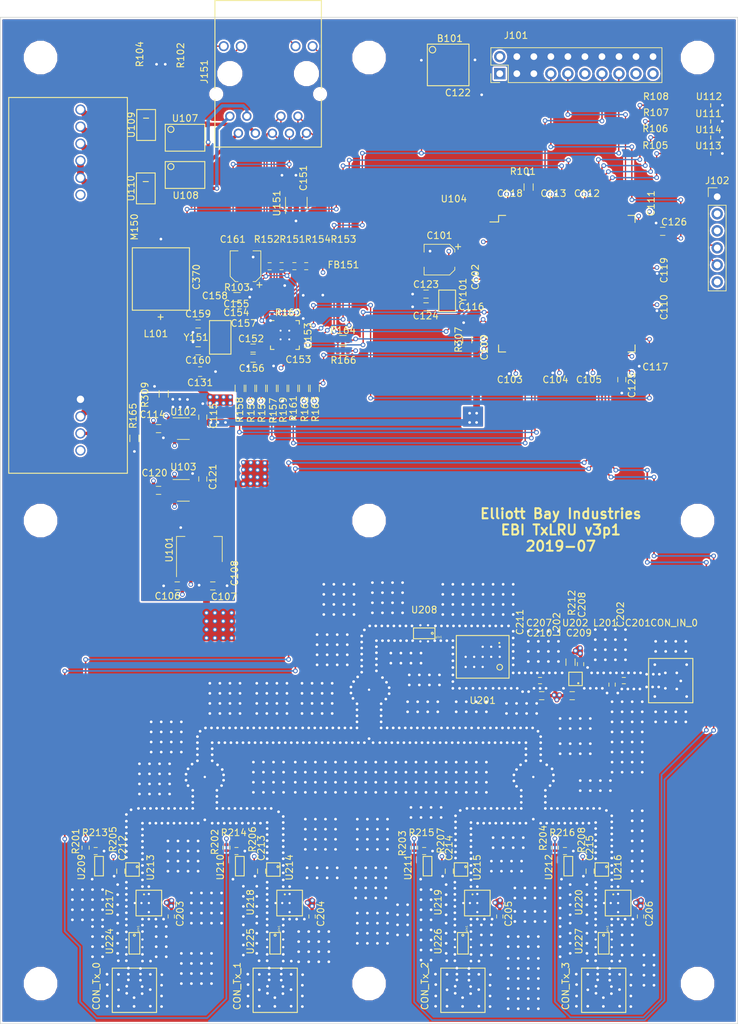
<source format=kicad_pcb>
(kicad_pcb (version 20171130) (host pcbnew "(5.0.1)-4")
  (layers (0 F.Cu signal) (1 In1.Cu power) (2 In2.Cu power) (31 B.Cu signal) (34 B.Paste user hide) (35 F.Paste user) (36 B.SilkS user hide) (37 F.SilkS user) (38 B.Mask user) (39 F.Mask user hide) (44 Edge.Cuts user))
  (net 0 "")
  (net 1 GND)
  (net 2 /Common/NRST)
  (net 3 +3V3)
  (net 4 /Common/5.5V)
  (net 5 GNDPWR)
  (net 6 +5V)
  (net 7 "Net-(C108-Pad1)")
  (net 8 GNDA)
  (net 9 +3.3VA)
  (net 10 "Net-(C123-Pad1)")
  (net 11 "Net-(C124-Pad1)")
  (net 12 "Net-(C125-Pad1)")
  (net 13 "Net-(C126-Pad1)")
  (net 14 "Net-(C151-Pad2)")
  (net 15 "Net-(C152-Pad2)")
  (net 16 "Net-(C159-Pad2)")
  (net 17 "Net-(C160-Pad2)")
  (net 18 "Net-(C201-Pad2)")
  (net 19 "Net-(C201-Pad1)")
  (net 20 "Net-(CON_Tx_0-Pad1)")
  (net 21 "Net-(CON_Tx_1-Pad1)")
  (net 22 "Net-(CON_Tx_2-Pad1)")
  (net 23 "Net-(CON_Tx_3-Pad1)")
  (net 24 /Common/TRACESWO)
  (net 25 /Common/SWCLK)
  (net 26 /Common/SWDIO)
  (net 27 /Common/UART1_RX)
  (net 28 /Common/UART1_TX)
  (net 29 /Common/Sheet5C53D1CF/LED_G)
  (net 30 /Common/Sheet5C53D1CF/LED_Y)
  (net 31 /Common/Sheet5C53D1CF/RX-)
  (net 32 /Common/Sheet5C53D1CF/RX+)
  (net 33 /Common/Sheet5C53D1CF/TX-)
  (net 34 /Common/Sheet5C53D1CF/TX+)
  (net 35 "Net-(M150-Pad9)")
  (net 36 "Net-(R101-Pad1)")
  (net 37 "Net-(R155-Pad1)")
  (net 38 /Common/RX_D0)
  (net 39 /Common/RX_D1)
  (net 40 "Net-(R159-Pad1)")
  (net 41 "Net-(R160-Pad2)")
  (net 42 /Common/CRS_DV)
  (net 43 "Net-(R161-Pad1)")
  (net 44 /Common/MDIO)
  (net 45 /Common/nINT)
  (net 46 "Net-(R164-Pad1)")
  (net 47 /Switch_0)
  (net 48 "Net-(R201-Pad1)")
  (net 49 /Switch_1)
  (net 50 "Net-(R202-Pad1)")
  (net 51 /Switch_2)
  (net 52 "Net-(R203-Pad1)")
  (net 53 /Switch_3)
  (net 54 "Net-(R204-Pad1)")
  (net 55 /Common/MDC)
  (net 56 /Common/TX_EN)
  (net 57 /Common/TX_D0)
  (net 58 /Common/TX_D1)
  (net 59 /Tripler_out)
  (net 60 /LNA_out)
  (net 61 "Net-(U213-Pad7)")
  (net 62 "Net-(U214-Pad7)")
  (net 63 "Net-(U215-Pad7)")
  (net 64 "Net-(U216-Pad7)")
  (net 65 /LNA_out_0)
  (net 66 /LNA_out_1)
  (net 67 /LNA_out_2)
  (net 68 /LNA_out_3)
  (net 69 /LO)
  (net 70 "Net-(R156-Pad1)")
  (net 71 "Net-(C370-Pad1)")
  (net 72 "Net-(J151-Pad14)")
  (net 73 "Net-(J151-Pad12)")
  (net 74 /Common/Sheet5C53D1CF/VC2-)
  (net 75 /Common/Sheet5C53D1CF/VC2+)
  (net 76 /Common/Sheet5C53D1CF/VC1-)
  (net 77 /Common/Sheet5C53D1CF/VC1+)
  (net 78 "Net-(M150-Pad1)")
  (net 79 "Net-(M150-Pad3)")
  (net 80 "Net-(M150-Pad2)")
  (net 81 "Net-(M150-Pad4)")
  (net 82 "Net-(R105-Pad1)")
  (net 83 /Common/LED0)
  (net 84 /Common/LED1)
  (net 85 "Net-(R106-Pad1)")
  (net 86 "Net-(R107-Pad1)")
  (net 87 /Common/LED2)
  (net 88 /Common/LED3)
  (net 89 "Net-(R108-Pad1)")
  (net 90 "Net-(C207-Pad2)")
  (net 91 "Net-(C212-Pad1)")
  (net 92 "Net-(C213-Pad1)")
  (net 93 "Net-(C214-Pad1)")
  (net 94 "Net-(C215-Pad1)")
  (net 95 "Net-(L201-Pad1)")
  (net 96 "Net-(R212-Pad1)")
  (module EllBayInd-McFly:SMAConnector (layer F.Cu) (at 71 167 90)
    (fp_text reference CON_Tx_1 (at 0.625 -5.675 90) (layer F.SilkS))
    (fp_text value RF_SMA)
    (pad 2 smd rect (at 2.375 -2.375 90) (size 1.9 1.9) (layers F.Cu F.Paste F.Mask) (net 1 GND))
    (pad 2 smd rect (at 2.375 2.375 90) (size 1.9 1.9) (layers F.Cu F.Paste F.Mask) (net 1 GND))
    (pad 2 smd rect (at -2.375 2.375 90) (size 1.9 1.9) (layers F.Cu F.Paste F.Mask) (net 1 GND))
    (pad 2 smd rect (at -2.375 -2.375 90) (size 1.9 1.9) (layers F.Cu F.Paste F.Mask) (net 1 GND))
    (pad 1 smd rect (at 0 0 90) (size 0.7 0.7) (layers F.Cu F.Paste F.Mask) (net 21 "Net-(CON_Tx_1-Pad1)"))
    (pad 2 thru_hole circle (at -2.375 -2.375 90) (size 0.7 0.7) (drill 0.4) (layers *.Cu *.Mask) (net 1 GND))
    (pad 2 thru_hole circle (at 2.375 -2.375 90) (size 0.7 0.7) (drill 0.4) (layers *.Cu *.Mask) (net 1 GND))
    (pad 2 thru_hole circle (at 2.375 2.375 90) (size 0.7 0.7) (drill 0.4) (layers *.Cu *.Mask) (net 1 GND))
    (pad 2 thru_hole circle (at -2.375 2.375 90) (size 0.7 0.7) (drill 0.4) (layers *.Cu *.Mask) (net 1 GND))
  )
  (module EllBayInd-McFly:SMAConnector (layer F.Cu) (at 120 167 90)
    (fp_text reference CON_Tx_3 (at 0.625 -5.675 90) (layer F.SilkS))
    (fp_text value RF_SMA)
    (pad 2 smd rect (at 2.375 -2.375 90) (size 1.9 1.9) (layers F.Cu F.Paste F.Mask) (net 1 GND))
    (pad 2 smd rect (at 2.375 2.375 90) (size 1.9 1.9) (layers F.Cu F.Paste F.Mask) (net 1 GND))
    (pad 2 smd rect (at -2.375 2.375 90) (size 1.9 1.9) (layers F.Cu F.Paste F.Mask) (net 1 GND))
    (pad 2 smd rect (at -2.375 -2.375 90) (size 1.9 1.9) (layers F.Cu F.Paste F.Mask) (net 1 GND))
    (pad 1 smd rect (at 0 0 90) (size 0.7 0.7) (layers F.Cu F.Paste F.Mask) (net 23 "Net-(CON_Tx_3-Pad1)"))
    (pad 2 thru_hole circle (at -2.375 -2.375 90) (size 0.7 0.7) (drill 0.4) (layers *.Cu *.Mask) (net 1 GND))
    (pad 2 thru_hole circle (at 2.375 -2.375 90) (size 0.7 0.7) (drill 0.4) (layers *.Cu *.Mask) (net 1 GND))
    (pad 2 thru_hole circle (at 2.375 2.375 90) (size 0.7 0.7) (drill 0.4) (layers *.Cu *.Mask) (net 1 GND))
    (pad 2 thru_hole circle (at -2.375 2.375 90) (size 0.7 0.7) (drill 0.4) (layers *.Cu *.Mask) (net 1 GND))
  )
  (module EllBayInd-McFly:SMAConnector (layer F.Cu) (at 130 120.85)
    (fp_text reference CON_IN_0 (at 0.5 -8.6) (layer F.SilkS))
    (fp_text value RF_SMA)
    (pad 2 smd rect (at 2.375 -2.375) (size 1.9 1.9) (layers F.Cu F.Paste F.Mask) (net 1 GND))
    (pad 2 smd rect (at 2.375 2.375) (size 1.9 1.9) (layers F.Cu F.Paste F.Mask) (net 1 GND))
    (pad 2 smd rect (at -2.375 2.375) (size 1.9 1.9) (layers F.Cu F.Paste F.Mask) (net 1 GND))
    (pad 2 smd rect (at -2.375 -2.375) (size 1.9 1.9) (layers F.Cu F.Paste F.Mask) (net 1 GND))
    (pad 1 smd rect (at 0 0) (size 0.7 0.7) (layers F.Cu F.Paste F.Mask) (net 18 "Net-(C201-Pad2)"))
    (pad 2 thru_hole circle (at -2.375 -2.375) (size 0.7 0.7) (drill 0.4) (layers *.Cu *.Mask) (net 1 GND))
    (pad 2 thru_hole circle (at 2.375 -2.375) (size 0.7 0.7) (drill 0.4) (layers *.Cu *.Mask) (net 1 GND))
    (pad 2 thru_hole circle (at 2.375 2.375) (size 0.7 0.7) (drill 0.4) (layers *.Cu *.Mask) (net 1 GND))
    (pad 2 thru_hole circle (at -2.375 2.375) (size 0.7 0.7) (drill 0.4) (layers *.Cu *.Mask) (net 1 GND))
  )
  (module EllBayInd-McFly:SMAConnector (layer F.Cu) (at 50 167 90)
    (fp_text reference CON_Tx_0 (at 0.625 -5.675 90) (layer F.SilkS))
    (fp_text value RF_SMA)
    (pad 2 smd rect (at 2.375 -2.375 90) (size 1.9 1.9) (layers F.Cu F.Paste F.Mask) (net 1 GND))
    (pad 2 smd rect (at 2.375 2.375 90) (size 1.9 1.9) (layers F.Cu F.Paste F.Mask) (net 1 GND))
    (pad 2 smd rect (at -2.375 2.375 90) (size 1.9 1.9) (layers F.Cu F.Paste F.Mask) (net 1 GND))
    (pad 2 smd rect (at -2.375 -2.375 90) (size 1.9 1.9) (layers F.Cu F.Paste F.Mask) (net 1 GND))
    (pad 1 smd rect (at 0 0 90) (size 0.7 0.7) (layers F.Cu F.Paste F.Mask) (net 20 "Net-(CON_Tx_0-Pad1)"))
    (pad 2 thru_hole circle (at -2.375 -2.375 90) (size 0.7 0.7) (drill 0.4) (layers *.Cu *.Mask) (net 1 GND))
    (pad 2 thru_hole circle (at 2.375 -2.375 90) (size 0.7 0.7) (drill 0.4) (layers *.Cu *.Mask) (net 1 GND))
    (pad 2 thru_hole circle (at 2.375 2.375 90) (size 0.7 0.7) (drill 0.4) (layers *.Cu *.Mask) (net 1 GND))
    (pad 2 thru_hole circle (at -2.375 2.375 90) (size 0.7 0.7) (drill 0.4) (layers *.Cu *.Mask) (net 1 GND))
  )
  (module EllBayInd-McFly:SMAConnector (layer F.Cu) (at 99 167 90)
    (fp_text reference CON_Tx_2 (at 0.625 -5.675 90) (layer F.SilkS))
    (fp_text value RF_SMA)
    (pad 2 smd rect (at 2.375 -2.375 90) (size 1.9 1.9) (layers F.Cu F.Paste F.Mask) (net 1 GND))
    (pad 2 smd rect (at 2.375 2.375 90) (size 1.9 1.9) (layers F.Cu F.Paste F.Mask) (net 1 GND))
    (pad 2 smd rect (at -2.375 2.375 90) (size 1.9 1.9) (layers F.Cu F.Paste F.Mask) (net 1 GND))
    (pad 2 smd rect (at -2.375 -2.375 90) (size 1.9 1.9) (layers F.Cu F.Paste F.Mask) (net 1 GND))
    (pad 1 smd rect (at 0 0 90) (size 0.7 0.7) (layers F.Cu F.Paste F.Mask) (net 22 "Net-(CON_Tx_2-Pad1)"))
    (pad 2 thru_hole circle (at -2.375 -2.375 90) (size 0.7 0.7) (drill 0.4) (layers *.Cu *.Mask) (net 1 GND))
    (pad 2 thru_hole circle (at 2.375 -2.375 90) (size 0.7 0.7) (drill 0.4) (layers *.Cu *.Mask) (net 1 GND))
    (pad 2 thru_hole circle (at 2.375 2.375 90) (size 0.7 0.7) (drill 0.4) (layers *.Cu *.Mask) (net 1 GND))
    (pad 2 thru_hole circle (at -2.375 2.375 90) (size 0.7 0.7) (drill 0.4) (layers *.Cu *.Mask) (net 1 GND))
  )
  (module EllBayInd-McFly:TCBT-14+ (layer F.Cu) (at 122.15 154 270)
    (fp_text reference U220 (at -0.1 5.85 90) (layer F.SilkS))
    (fp_text value TCBT-14+)
    (pad 5 thru_hole circle (at 0 2.1 270) (size 0.6 0.6) (drill 0.33) (layers *.Cu *.Mask F.Paste) (net 1 GND))
    (pad 5 thru_hole circle (at 0 1.1 270) (size 0.6 0.6) (drill 0.33) (layers *.Cu *.Mask F.Paste) (net 1 GND))
    (pad 5 thru_hole circle (at 1.35 0 270) (size 0.6 0.6) (drill 0.33) (layers *.Cu *.Mask F.Paste) (net 1 GND))
    (pad 5 thru_hole circle (at 0 0 270) (size 0.6 0.6) (drill 0.33) (layers *.Cu *.Mask F.Paste) (net 1 GND))
    (pad 5 thru_hole circle (at -1.35 0 270) (size 0.6 0.6) (drill 0.33) (layers *.Cu *.Mask F.Paste) (net 1 GND))
    (pad 5 smd rect (at 0 1.4 270) (size 0.69 2.11) (layers F.Cu F.Paste F.Mask) (net 1 GND))
    (pad 5 smd rect (at 0 0 270) (size 3.33 0.69) (layers F.Cu F.Paste F.Mask) (net 1 GND))
    (pad 4 smd rect (at -1.27 -1.61 270) (size 0.79 1.68) (layers F.Cu F.Paste F.Mask))
    (pad 3 smd rect (at 1.27 -1.61 270) (size 0.79 1.68) (layers F.Cu F.Paste F.Mask) (net 6 +5V))
    (pad 2 smd rect (at 1.27 1.61 270) (size 0.79 1.68) (layers F.Cu F.Paste F.Mask) (net 68 /LNA_out_3))
    (pad 1 smd rect (at -1.27 1.61 270) (size 0.79 1.68) (layers F.Cu F.Paste F.Mask) (net 64 "Net-(U216-Pad7)"))
  )
  (module EllBayInd-McFly:R_0402 (layer F.Cu) (at 91.72 145.75 90)
    (fp_text reference R203 (at 0.65 -1.75 90) (layer F.SilkS))
    (fp_text value 100)
    (pad 2 smd rect (at 0.45 0 90) (size 0.4 0.6) (layers F.Cu F.Paste F.Mask) (net 51 /Switch_2))
    (pad 1 smd rect (at -0.45 0 90) (size 0.4 0.6) (layers F.Cu F.Paste F.Mask) (net 52 "Net-(R203-Pad1)"))
  )
  (module EllBayInd-McFly:TCBT-14+ (layer F.Cu) (at 52.15 154 270)
    (fp_text reference U217 (at -0.1 5.85 90) (layer F.SilkS))
    (fp_text value TCBT-14+)
    (pad 5 thru_hole circle (at 0 2.1 270) (size 0.6 0.6) (drill 0.33) (layers *.Cu *.Mask F.Paste) (net 1 GND))
    (pad 5 thru_hole circle (at 0 1.1 270) (size 0.6 0.6) (drill 0.33) (layers *.Cu *.Mask F.Paste) (net 1 GND))
    (pad 5 thru_hole circle (at 1.35 0 270) (size 0.6 0.6) (drill 0.33) (layers *.Cu *.Mask F.Paste) (net 1 GND))
    (pad 5 thru_hole circle (at 0 0 270) (size 0.6 0.6) (drill 0.33) (layers *.Cu *.Mask F.Paste) (net 1 GND))
    (pad 5 thru_hole circle (at -1.35 0 270) (size 0.6 0.6) (drill 0.33) (layers *.Cu *.Mask F.Paste) (net 1 GND))
    (pad 5 smd rect (at 0 1.4 270) (size 0.69 2.11) (layers F.Cu F.Paste F.Mask) (net 1 GND))
    (pad 5 smd rect (at 0 0 270) (size 3.33 0.69) (layers F.Cu F.Paste F.Mask) (net 1 GND))
    (pad 4 smd rect (at -1.27 -1.61 270) (size 0.79 1.68) (layers F.Cu F.Paste F.Mask))
    (pad 3 smd rect (at 1.27 -1.61 270) (size 0.79 1.68) (layers F.Cu F.Paste F.Mask) (net 6 +5V))
    (pad 2 smd rect (at 1.27 1.61 270) (size 0.79 1.68) (layers F.Cu F.Paste F.Mask) (net 65 /LNA_out_0))
    (pad 1 smd rect (at -1.27 1.61 270) (size 0.79 1.68) (layers F.Cu F.Paste F.Mask) (net 61 "Net-(U213-Pad7)"))
  )
  (module EllBayInd-McFly:TCBT-14+ (layer F.Cu) (at 73.15 154 270)
    (fp_text reference U218 (at -0.1 5.85 90) (layer F.SilkS))
    (fp_text value TCBT-14+)
    (pad 5 thru_hole circle (at 0 2.1 270) (size 0.6 0.6) (drill 0.33) (layers *.Cu *.Mask F.Paste) (net 1 GND))
    (pad 5 thru_hole circle (at 0 1.1 270) (size 0.6 0.6) (drill 0.33) (layers *.Cu *.Mask F.Paste) (net 1 GND))
    (pad 5 thru_hole circle (at 1.35 0 270) (size 0.6 0.6) (drill 0.33) (layers *.Cu *.Mask F.Paste) (net 1 GND))
    (pad 5 thru_hole circle (at 0 0 270) (size 0.6 0.6) (drill 0.33) (layers *.Cu *.Mask F.Paste) (net 1 GND))
    (pad 5 thru_hole circle (at -1.35 0 270) (size 0.6 0.6) (drill 0.33) (layers *.Cu *.Mask F.Paste) (net 1 GND))
    (pad 5 smd rect (at 0 1.4 270) (size 0.69 2.11) (layers F.Cu F.Paste F.Mask) (net 1 GND))
    (pad 5 smd rect (at 0 0 270) (size 3.33 0.69) (layers F.Cu F.Paste F.Mask) (net 1 GND))
    (pad 4 smd rect (at -1.27 -1.61 270) (size 0.79 1.68) (layers F.Cu F.Paste F.Mask))
    (pad 3 smd rect (at 1.27 -1.61 270) (size 0.79 1.68) (layers F.Cu F.Paste F.Mask) (net 6 +5V))
    (pad 2 smd rect (at 1.27 1.61 270) (size 0.79 1.68) (layers F.Cu F.Paste F.Mask) (net 66 /LNA_out_1))
    (pad 1 smd rect (at -1.27 1.61 270) (size 0.79 1.68) (layers F.Cu F.Paste F.Mask) (net 62 "Net-(U214-Pad7)"))
  )
  (module EllBayInd-McFly:MountingHole_4.5mm (layer F.Cu) (at 36 28)
    (fp_text reference MK201 hide)
    (fp_text value Mounting_hole hide)
    (pad "" np_thru_hole circle (at 0 0) (size 4.5 4.5) (drill 4.5) (layers *.Cu *.Mask) (clearance 0.254))
  )
  (module EllBayInd-McFly:MountingHole_4.5mm (layer F.Cu) (at 85 97)
    (fp_text reference MK202 hide)
    (fp_text value Mounting_hole hide)
    (pad "" np_thru_hole circle (at 0 0) (size 4.5 4.5) (drill 4.5) (layers *.Cu *.Mask) (clearance 0.254))
  )
  (module EllBayInd-McFly:MountingHole_4.5mm (layer F.Cu) (at 85 28)
    (fp_text reference MK203 hide)
    (fp_text value Mounting_hole hide)
    (pad "" np_thru_hole circle (at 0 0) (size 4.5 4.5) (drill 4.5) (layers *.Cu *.Mask) (clearance 0.254))
  )
  (module EllBayInd-McFly:MountingHole_4.5mm (layer F.Cu) (at 36 97)
    (fp_text reference MK204 hide)
    (fp_text value Mounting_hole hide)
    (pad "" np_thru_hole circle (at 0 0) (size 4.5 4.5) (drill 4.5) (layers *.Cu *.Mask) (clearance 0.254))
  )
  (module EllBayInd-McFly:MountingHole_4.5mm (layer F.Cu) (at 36 166)
    (fp_text reference MK205 hide)
    (fp_text value Mounting_hole hide)
    (pad "" np_thru_hole circle (at 0 0) (size 4.5 4.5) (drill 4.5) (layers *.Cu *.Mask) (clearance 0.254))
  )
  (module EllBayInd-McFly:MountingHole_4.5mm (layer F.Cu) (at 134 166)
    (fp_text reference MK206 hide)
    (fp_text value Mounting_hole hide)
    (pad "" np_thru_hole circle (at 0 0) (size 4.5 4.5) (drill 4.5) (layers *.Cu *.Mask) (clearance 0.254))
  )
  (module EllBayInd-McFly:MountingHole_4.5mm (layer F.Cu) (at 134 28)
    (fp_text reference MK207 hide)
    (fp_text value Mounting_hole hide)
    (pad "" np_thru_hole circle (at 0 0) (size 4.5 4.5) (drill 4.5) (layers *.Cu *.Mask) (clearance 0.254))
  )
  (module EllBayInd-McFly:MountingHole_4.5mm (layer F.Cu) (at 134 97)
    (fp_text reference MK208 hide)
    (fp_text value Mounting_hole hide)
    (pad "" np_thru_hole circle (at 0 0) (size 4.5 4.5) (drill 4.5) (layers *.Cu *.Mask) (clearance 0.254))
  )
  (module EllBayInd-McFly:MountingHole_4.5mm (layer F.Cu) (at 85 166)
    (fp_text reference MK209 hide)
    (fp_text value Mounting_hole hide)
    (pad "" np_thru_hole circle (at 0 0) (size 4.5 4.5) (drill 4.5) (layers *.Cu *.Mask) (clearance 0.254))
  )
  (module EllBayInd-McFly:R_0402 (layer F.Cu) (at 42.72 145.75 90)
    (fp_text reference R201 (at 0.95 -1.47 90) (layer F.SilkS))
    (fp_text value 100)
    (pad 2 smd rect (at 0.45 0 90) (size 0.4 0.6) (layers F.Cu F.Paste F.Mask) (net 47 /Switch_0))
    (pad 1 smd rect (at -0.45 0 90) (size 0.4 0.6) (layers F.Cu F.Paste F.Mask) (net 48 "Net-(R201-Pad1)"))
  )
  (module EllBayInd-McFly:RMK-3-123+ (layer F.Cu) (at 101.95 117.31 90)
    (fp_text reference U201 (at -6.5 0 -180) (layer F.SilkS))
    (fp_text value RMK-3-123+)
    (pad 2 thru_hole circle (at 1.5 0 90) (size 0.6 0.6) (drill 0.34) (layers *.Cu *.Mask F.Paste) (net 1 GND))
    (pad 2 thru_hole circle (at 1.5 1.27 90) (size 0.6 0.6) (drill 0.34) (layers *.Cu *.Mask F.Paste) (net 1 GND))
    (pad 2 thru_hole circle (at 1.5 2.54 90) (size 0.6 0.6) (drill 0.34) (layers *.Cu *.Mask F.Paste) (net 1 GND))
    (pad 2 thru_hole circle (at 0 2.54 90) (size 0.6 0.6) (drill 0.34) (layers *.Cu *.Mask F.Paste) (net 1 GND))
    (pad 2 thru_hole circle (at 0 1.27 90) (size 0.6 0.6) (drill 0.34) (layers *.Cu *.Mask F.Paste) (net 1 GND))
    (pad 2 thru_hole circle (at 0 0 90) (size 0.6 0.6) (drill 0.34) (layers *.Cu *.Mask F.Paste) (net 1 GND))
    (pad 2 thru_hole circle (at 0 -1.27 180) (size 0.6 0.6) (drill 0.34) (layers *.Cu *.Mask F.Paste) (net 1 GND))
    (pad 2 thru_hole circle (at 0 -2.54 90) (size 0.6 0.6) (drill 0.34) (layers *.Cu *.Mask F.Paste) (net 1 GND))
    (pad 2 thru_hole circle (at -1.5 -2.54 90) (size 0.6 0.6) (drill 0.34) (layers *.Cu *.Mask F.Paste) (net 1 GND))
    (pad 2 thru_hole circle (at -1.5 -1.27 90) (size 0.6 0.6) (drill 0.34) (layers *.Cu *.Mask F.Paste) (net 1 GND))
    (pad 2 thru_hole circle (at -1.5 0 90) (size 0.6 0.6) (drill 0.34) (layers *.Cu *.Mask F.Paste) (net 1 GND))
    (pad 6 smd rect (at 2.985 2.54 90) (size 1.65 1.52) (layers F.Cu F.Paste F.Mask) (net 1 GND))
    (pad 5 smd rect (at 2.985 0 90) (size 1.65 1.52) (layers F.Cu F.Paste F.Mask) (net 1 GND))
    (pad 4 smd rect (at 2.985 -2.54 90) (size 1.65 1.52) (layers F.Cu F.Paste F.Mask) (net 59 /Tripler_out))
    (pad 3 smd rect (at -2.985 -2.54 90) (size 1.65 1.52) (layers F.Cu F.Paste F.Mask) (net 1 GND))
    (pad 2 smd rect (at -2.985 0 90) (size 1.65 1.52) (layers F.Cu F.Paste F.Mask) (net 1 GND))
    (pad 1 smd rect (at -2.985 2.54 90) (size 1.65 1.52) (layers F.Cu F.Paste F.Mask) (net 60 /LNA_out))
  )
  (module EllBayInd-McFly:MAAL-011130 (layer F.Cu) (at 49.72 149 270)
    (fp_text reference U213 (at -0.3 -2.68 90) (layer F.SilkS))
    (fp_text value MAAL-011130)
    (pad 8 smd rect (at 0 0 270) (size 0.6 1.2) (layers F.Cu F.Paste F.Mask) (net 1 GND))
    (pad 8 smd rect (at 0.675 -0.75 270) (size 0.35 0.25) (layers F.Cu F.Paste F.Mask) (net 1 GND))
    (pad 7 smd rect (at 0.675 -0.25 270) (size 0.35 0.25) (layers F.Cu F.Paste F.Mask) (net 61 "Net-(U213-Pad7)"))
    (pad 6 smd rect (at 0.675 0.25 270) (size 0.35 0.25) (layers F.Cu F.Paste F.Mask))
    (pad 5 smd rect (at 0.675 0.75 270) (size 0.35 0.25) (layers F.Cu F.Paste F.Mask))
    (pad 4 smd rect (at -0.675 0.75 270) (size 0.35 0.25) (layers F.Cu F.Paste F.Mask) (net 91 "Net-(C212-Pad1)"))
    (pad 3 smd rect (at -0.675 0.25 270) (size 0.35 0.25) (layers F.Cu F.Paste F.Mask))
    (pad 2 smd rect (at -0.675 -0.25 270) (size 0.35 0.25) (layers F.Cu F.Paste F.Mask) (net 69 /LO))
    (pad 1 smd rect (at -0.675 -0.75 270) (size 0.35 0.25) (layers F.Cu F.Paste F.Mask) (net 1 GND))
  )
  (module EllBayInd-McFly:MAAL-011130 (layer F.Cu) (at 70.72 149 270)
    (fp_text reference U214 (at -0.3 -2.4 90) (layer F.SilkS))
    (fp_text value MAAL-011130)
    (pad 8 smd rect (at 0 0 270) (size 0.6 1.2) (layers F.Cu F.Paste F.Mask) (net 1 GND))
    (pad 8 smd rect (at 0.675 -0.75 270) (size 0.35 0.25) (layers F.Cu F.Paste F.Mask) (net 1 GND))
    (pad 7 smd rect (at 0.675 -0.25 270) (size 0.35 0.25) (layers F.Cu F.Paste F.Mask) (net 62 "Net-(U214-Pad7)"))
    (pad 6 smd rect (at 0.675 0.25 270) (size 0.35 0.25) (layers F.Cu F.Paste F.Mask))
    (pad 5 smd rect (at 0.675 0.75 270) (size 0.35 0.25) (layers F.Cu F.Paste F.Mask))
    (pad 4 smd rect (at -0.675 0.75 270) (size 0.35 0.25) (layers F.Cu F.Paste F.Mask) (net 92 "Net-(C213-Pad1)"))
    (pad 3 smd rect (at -0.675 0.25 270) (size 0.35 0.25) (layers F.Cu F.Paste F.Mask))
    (pad 2 smd rect (at -0.675 -0.25 270) (size 0.35 0.25) (layers F.Cu F.Paste F.Mask) (net 69 /LO))
    (pad 1 smd rect (at -0.675 -0.75 270) (size 0.35 0.25) (layers F.Cu F.Paste F.Mask) (net 1 GND))
  )
  (module EllBayInd-McFly:MAAL-011130 (layer F.Cu) (at 98.72 149 270)
    (fp_text reference U215 (at -0.3 -2.4 90) (layer F.SilkS))
    (fp_text value MAAL-011130)
    (pad 8 smd rect (at 0 0 270) (size 0.6 1.2) (layers F.Cu F.Paste F.Mask) (net 1 GND))
    (pad 8 smd rect (at 0.675 -0.75 270) (size 0.35 0.25) (layers F.Cu F.Paste F.Mask) (net 1 GND))
    (pad 7 smd rect (at 0.675 -0.25 270) (size 0.35 0.25) (layers F.Cu F.Paste F.Mask) (net 63 "Net-(U215-Pad7)"))
    (pad 6 smd rect (at 0.675 0.25 270) (size 0.35 0.25) (layers F.Cu F.Paste F.Mask))
    (pad 5 smd rect (at 0.675 0.75 270) (size 0.35 0.25) (layers F.Cu F.Paste F.Mask))
    (pad 4 smd rect (at -0.675 0.75 270) (size 0.35 0.25) (layers F.Cu F.Paste F.Mask) (net 93 "Net-(C214-Pad1)"))
    (pad 3 smd rect (at -0.675 0.25 270) (size 0.35 0.25) (layers F.Cu F.Paste F.Mask))
    (pad 2 smd rect (at -0.675 -0.25 270) (size 0.35 0.25) (layers F.Cu F.Paste F.Mask) (net 69 /LO))
    (pad 1 smd rect (at -0.675 -0.75 270) (size 0.35 0.25) (layers F.Cu F.Paste F.Mask) (net 1 GND))
  )
  (module EllBayInd-McFly:MAAL-011130 (layer F.Cu) (at 119.72 149 270)
    (fp_text reference U216 (at -0.3 -2.4 90) (layer F.SilkS))
    (fp_text value MAAL-011130)
    (pad 8 smd rect (at 0 0 270) (size 0.6 1.2) (layers F.Cu F.Paste F.Mask) (net 1 GND))
    (pad 8 smd rect (at 0.675 -0.75 270) (size 0.35 0.25) (layers F.Cu F.Paste F.Mask) (net 1 GND))
    (pad 7 smd rect (at 0.675 -0.25 270) (size 0.35 0.25) (layers F.Cu F.Paste F.Mask) (net 64 "Net-(U216-Pad7)"))
    (pad 6 smd rect (at 0.675 0.25 270) (size 0.35 0.25) (layers F.Cu F.Paste F.Mask))
    (pad 5 smd rect (at 0.675 0.75 270) (size 0.35 0.25) (layers F.Cu F.Paste F.Mask))
    (pad 4 smd rect (at -0.675 0.75 270) (size 0.35 0.25) (layers F.Cu F.Paste F.Mask) (net 94 "Net-(C215-Pad1)"))
    (pad 3 smd rect (at -0.675 0.25 270) (size 0.35 0.25) (layers F.Cu F.Paste F.Mask))
    (pad 2 smd rect (at -0.675 -0.25 270) (size 0.35 0.25) (layers F.Cu F.Paste F.Mask) (net 69 /LO))
    (pad 1 smd rect (at -0.675 -0.75 270) (size 0.35 0.25) (layers F.Cu F.Paste F.Mask) (net 1 GND))
  )
  (module EllBayInd-McFly:BFCN-8450+ (layer F.Cu) (at 93.225 113.805 180)
    (fp_text reference U208 (at 0 3.5 180) (layer F.SilkS))
    (fp_text value BFCN-8450+)
    (fp_text user pin1 (at -2.17 -0.56 180) (layer F.SilkS) (effects (font (size 0.3 0.3) (thickness 0.05))))
    (pad 4 thru_hole circle (at 0.57 -1.2 180) (size 0.6 0.6) (drill 0.34) (layers *.Cu *.Mask) (net 1 GND))
    (pad 4 thru_hole circle (at -0.57 -1.2 180) (size 0.6 0.6) (drill 0.34) (layers *.Cu *.Mask) (net 1 GND))
    (pad 2 thru_hole circle (at 0.57 1.2 180) (size 0.6 0.6) (drill 0.34) (layers *.Cu *.Mask) (net 1 GND))
    (pad 2 thru_hole circle (at -0.57 1.2 180) (size 0.6 0.6) (drill 0.34) (layers *.Cu *.Mask) (net 1 GND))
    (pad 4 smd rect (at 0 -1.015 180) (size 1.75 0.99) (layers F.Cu F.Paste F.Mask) (net 1 GND))
    (pad 3 smd rect (at 1.815 0 180) (size 0.99 0.61) (layers F.Cu F.Paste F.Mask) (net 69 /LO))
    (pad 2 smd rect (at 0 1.015 180) (size 1.75 0.99) (layers F.Cu F.Paste F.Mask) (net 1 GND))
    (pad 1 smd rect (at -1.815 0 180) (size 0.99 0.61) (layers F.Cu F.Paste F.Mask) (net 59 /Tripler_out))
  )
  (module EllBayInd-McFly:BFCN-8450+ (layer F.Cu) (at 71 160 270)
    (fp_text reference U225 (at -0.3 3.7 90) (layer F.SilkS))
    (fp_text value BFCN-8450+)
    (fp_text user pin1 (at -2.17 -0.56 270) (layer F.SilkS) (effects (font (size 0.3 0.3) (thickness 0.05))))
    (pad 4 thru_hole circle (at 0.57 -1.2 270) (size 0.6 0.6) (drill 0.34) (layers *.Cu *.Mask) (net 1 GND))
    (pad 4 thru_hole circle (at -0.57 -1.2 270) (size 0.6 0.6) (drill 0.34) (layers *.Cu *.Mask) (net 1 GND))
    (pad 2 thru_hole circle (at 0.57 1.2 270) (size 0.6 0.6) (drill 0.34) (layers *.Cu *.Mask) (net 1 GND))
    (pad 2 thru_hole circle (at -0.57 1.2 270) (size 0.6 0.6) (drill 0.34) (layers *.Cu *.Mask) (net 1 GND))
    (pad 4 smd rect (at 0 -1.015 270) (size 1.75 0.99) (layers F.Cu F.Paste F.Mask) (net 1 GND))
    (pad 3 smd rect (at 1.815 0 270) (size 0.99 0.61) (layers F.Cu F.Paste F.Mask) (net 21 "Net-(CON_Tx_1-Pad1)"))
    (pad 2 smd rect (at 0 1.015 270) (size 1.75 0.99) (layers F.Cu F.Paste F.Mask) (net 1 GND))
    (pad 1 smd rect (at -1.815 0 270) (size 0.99 0.61) (layers F.Cu F.Paste F.Mask) (net 66 /LNA_out_1))
  )
  (module EllBayInd-McFly:BFCN-8450+ (layer F.Cu) (at 99 160 270)
    (fp_text reference U226 (at -0.3 3.7 90) (layer F.SilkS))
    (fp_text value BFCN-8450+)
    (fp_text user pin1 (at -2.17 -0.56 270) (layer F.SilkS) (effects (font (size 0.3 0.3) (thickness 0.05))))
    (pad 4 thru_hole circle (at 0.57 -1.2 270) (size 0.6 0.6) (drill 0.34) (layers *.Cu *.Mask) (net 1 GND))
    (pad 4 thru_hole circle (at -0.57 -1.2 270) (size 0.6 0.6) (drill 0.34) (layers *.Cu *.Mask) (net 1 GND))
    (pad 2 thru_hole circle (at 0.57 1.2 270) (size 0.6 0.6) (drill 0.34) (layers *.Cu *.Mask) (net 1 GND))
    (pad 2 thru_hole circle (at -0.57 1.2 270) (size 0.6 0.6) (drill 0.34) (layers *.Cu *.Mask) (net 1 GND))
    (pad 4 smd rect (at 0 -1.015 270) (size 1.75 0.99) (layers F.Cu F.Paste F.Mask) (net 1 GND))
    (pad 3 smd rect (at 1.815 0 270) (size 0.99 0.61) (layers F.Cu F.Paste F.Mask) (net 22 "Net-(CON_Tx_2-Pad1)"))
    (pad 2 smd rect (at 0 1.015 270) (size 1.75 0.99) (layers F.Cu F.Paste F.Mask) (net 1 GND))
    (pad 1 smd rect (at -1.815 0 270) (size 0.99 0.61) (layers F.Cu F.Paste F.Mask) (net 67 /LNA_out_2))
  )
  (module EllBayInd-McFly:BFCN-8450+ (layer F.Cu) (at 120 160 270)
    (fp_text reference U227 (at -0.3 3.7 90) (layer F.SilkS))
    (fp_text value BFCN-8450+)
    (fp_text user pin1 (at -2.17 -0.56 270) (layer F.SilkS) (effects (font (size 0.3 0.3) (thickness 0.05))))
    (pad 4 thru_hole circle (at 0.57 -1.2 270) (size 0.6 0.6) (drill 0.34) (layers *.Cu *.Mask) (net 1 GND))
    (pad 4 thru_hole circle (at -0.57 -1.2 270) (size 0.6 0.6) (drill 0.34) (layers *.Cu *.Mask) (net 1 GND))
    (pad 2 thru_hole circle (at 0.57 1.2 270) (size 0.6 0.6) (drill 0.34) (layers *.Cu *.Mask) (net 1 GND))
    (pad 2 thru_hole circle (at -0.57 1.2 270) (size 0.6 0.6) (drill 0.34) (layers *.Cu *.Mask) (net 1 GND))
    (pad 4 smd rect (at 0 -1.015 270) (size 1.75 0.99) (layers F.Cu F.Paste F.Mask) (net 1 GND))
    (pad 3 smd rect (at 1.815 0 270) (size 0.99 0.61) (layers F.Cu F.Paste F.Mask) (net 23 "Net-(CON_Tx_3-Pad1)"))
    (pad 2 smd rect (at 0 1.015 270) (size 1.75 0.99) (layers F.Cu F.Paste F.Mask) (net 1 GND))
    (pad 1 smd rect (at -1.815 0 270) (size 0.99 0.61) (layers F.Cu F.Paste F.Mask) (net 68 /LNA_out_3))
  )
  (module EllBayInd-McFly:TCBT-14+ (layer F.Cu) (at 101.15 154 270)
    (fp_text reference U219 (at -0.1 5.85 90) (layer F.SilkS))
    (fp_text value TCBT-14+)
    (pad 5 thru_hole circle (at 0 2.1 270) (size 0.6 0.6) (drill 0.33) (layers *.Cu *.Mask F.Paste) (net 1 GND))
    (pad 5 thru_hole circle (at 0 1.1 270) (size 0.6 0.6) (drill 0.33) (layers *.Cu *.Mask F.Paste) (net 1 GND))
    (pad 5 thru_hole circle (at 1.35 0 270) (size 0.6 0.6) (drill 0.33) (layers *.Cu *.Mask F.Paste) (net 1 GND))
    (pad 5 thru_hole circle (at 0 0 270) (size 0.6 0.6) (drill 0.33) (layers *.Cu *.Mask F.Paste) (net 1 GND))
    (pad 5 thru_hole circle (at -1.35 0 270) (size 0.6 0.6) (drill 0.33) (layers *.Cu *.Mask F.Paste) (net 1 GND))
    (pad 5 smd rect (at 0 1.4 270) (size 0.69 2.11) (layers F.Cu F.Paste F.Mask) (net 1 GND))
    (pad 5 smd rect (at 0 0 270) (size 3.33 0.69) (layers F.Cu F.Paste F.Mask) (net 1 GND))
    (pad 4 smd rect (at -1.27 -1.61 270) (size 0.79 1.68) (layers F.Cu F.Paste F.Mask))
    (pad 3 smd rect (at 1.27 -1.61 270) (size 0.79 1.68) (layers F.Cu F.Paste F.Mask) (net 6 +5V))
    (pad 2 smd rect (at 1.27 1.61 270) (size 0.79 1.68) (layers F.Cu F.Paste F.Mask) (net 67 /LNA_out_2))
    (pad 1 smd rect (at -1.27 1.61 270) (size 0.79 1.68) (layers F.Cu F.Paste F.Mask) (net 63 "Net-(U215-Pad7)"))
  )
  (module EllBayInd-McFly:LED (layer F.Cu) (at 135.7 37.5 180)
    (fp_text reference U111 (at 0.08 1.15 180) (layer F.SilkS))
    (fp_text value LED)
    (pad 2 smd rect (at 0.75 0 180) (size 0.8 0.8) (layers F.Cu F.Paste F.Mask) (net 86 "Net-(R107-Pad1)"))
    (pad 1 smd rect (at -0.75 0 180) (size 0.8 0.8) (layers F.Cu F.Paste F.Mask) (net 1 GND))
  )
  (module EllBayInd-McFly:LED (layer F.Cu) (at 135.7 35.1 180)
    (fp_text reference U112 (at 0 1.3 180) (layer F.SilkS))
    (fp_text value LED)
    (pad 2 smd rect (at 0.75 0 180) (size 0.8 0.8) (layers F.Cu F.Paste F.Mask) (net 89 "Net-(R108-Pad1)"))
    (pad 1 smd rect (at -0.75 0 180) (size 0.8 0.8) (layers F.Cu F.Paste F.Mask) (net 1 GND))
  )
  (module EllBayInd-McFly:LED (layer F.Cu) (at 135.7 42.3 180)
    (fp_text reference U113 (at 0.08 1.15 180) (layer F.SilkS))
    (fp_text value LED)
    (pad 2 smd rect (at 0.75 0 180) (size 0.8 0.8) (layers F.Cu F.Paste F.Mask) (net 82 "Net-(R105-Pad1)"))
    (pad 1 smd rect (at -0.75 0 180) (size 0.8 0.8) (layers F.Cu F.Paste F.Mask) (net 1 GND))
  )
  (module EllBayInd-McFly:LED (layer F.Cu) (at 135.7 39.9 180)
    (fp_text reference U114 (at 0.08 1.15 180) (layer F.SilkS))
    (fp_text value LED)
    (pad 2 smd rect (at 0.75 0 180) (size 0.8 0.8) (layers F.Cu F.Paste F.Mask) (net 85 "Net-(R106-Pad1)"))
    (pad 1 smd rect (at -0.75 0 180) (size 0.8 0.8) (layers F.Cu F.Paste F.Mask) (net 1 GND))
  )
  (module EllBayInd-McFly:MDB6S (layer F.Cu) (at 57.55 45.5 270)
    (fp_text reference U108 (at 3.05 -0.1) (layer F.SilkS))
    (fp_text value MDB6S)
    (pad 1 smd rect (at -2 2.95 270) (size 0.85 1.55) (layers F.Cu F.Paste F.Mask) (net 79 "Net-(M150-Pad3)"))
    (pad 2 smd rect (at 2 2.95 270) (size 0.85 1.55) (layers F.Cu F.Paste F.Mask) (net 81 "Net-(M150-Pad4)"))
    (pad 3 smd rect (at 2 -2.95 270) (size 0.85 1.55) (layers F.Cu F.Paste F.Mask) (net 74 /Common/Sheet5C53D1CF/VC2-))
    (pad 4 smd rect (at -2 -2.95 270) (size 0.85 1.55) (layers F.Cu F.Paste F.Mask) (net 75 /Common/Sheet5C53D1CF/VC2+))
  )
  (module EllBayInd-McFly:MDB6S (layer F.Cu) (at 57.55 39.95 270)
    (fp_text reference U107 (at -2.9 0) (layer F.SilkS))
    (fp_text value MDB6S)
    (pad 1 smd rect (at -2 2.95 270) (size 0.85 1.55) (layers F.Cu F.Paste F.Mask) (net 78 "Net-(M150-Pad1)"))
    (pad 2 smd rect (at 2 2.95 270) (size 0.85 1.55) (layers F.Cu F.Paste F.Mask) (net 80 "Net-(M150-Pad2)"))
    (pad 3 smd rect (at 2 -2.95 270) (size 0.85 1.55) (layers F.Cu F.Paste F.Mask) (net 76 /Common/Sheet5C53D1CF/VC1-))
    (pad 4 smd rect (at -2 -2.95 270) (size 0.85 1.55) (layers F.Cu F.Paste F.Mask) (net 77 /Common/Sheet5C53D1CF/VC1+))
  )
  (module EllBayInd-McFly:Tactile_switch (layer F.Cu) (at 96.8 29.1)
    (fp_text reference B101 (at 0.25 -3.94) (layer F.SilkS))
    (fp_text value Reset)
    (pad 4 smd rect (at 3.975 2.25) (size 1.55 1.3) (layers F.Cu F.Paste F.Mask) (net 2 /Common/NRST))
    (pad 3 smd rect (at -3.975 2.25) (size 1.55 1.3) (layers F.Cu F.Paste F.Mask) (net 2 /Common/NRST))
    (pad 2 smd rect (at 3.975 -2.25) (size 1.55 1.3) (layers F.Cu F.Paste F.Mask) (net 1 GND))
    (pad 1 smd rect (at -3.975 -2.25) (size 1.55 1.3) (layers F.Cu F.Paste F.Mask) (net 1 GND))
  )
  (module EllBayInd-McFly:C_0805_2012Metric (layer F.Cu) (at 59.8 74.8 180)
    (fp_text reference C131 (at 0 -1.65 180) (layer F.SilkS))
    (fp_text value 10uF)
    (pad 1 smd roundrect (at -0.9375 0 180) (size 0.975 1.4) (layers F.Cu F.Paste F.Mask) (net 1 GND))
    (pad 2 smd roundrect (at 0.9375 0 180) (size 0.975 1.4) (layers F.Cu F.Paste F.Mask) (net 4 /Common/5.5V))
  )
  (module EllBayInd-McFly:8mhz_crystal (layer F.Cu) (at 96.65 64.25 270)
    (fp_text reference Y101 (at -1.55 -2.35 90) (layer F.SilkS))
    (fp_text value "8 MHz")
    (pad 1 smd rect (at -0.95 0 90) (size 1.5 2.7) (layers F.Cu F.Paste F.Mask) (net 10 "Net-(C123-Pad1)"))
    (pad 2 smd rect (at 0.95 0 270) (size 1.5 2.7) (layers F.Cu F.Paste F.Mask) (net 11 "Net-(C124-Pad1)"))
  )
  (module EllBayInd-McFly:SMAJ58CA (layer F.Cu) (at 51.75 38.05 270)
    (fp_text reference U109 (at -0.02 2.21 270) (layer F.SilkS))
    (fp_text value SMAJ58CA)
    (fp_text user - (at -1.09 0.01) (layer F.SilkS))
    (pad 1 smd rect (at -2.2 0 270) (size 2.1 1.8) (layers F.Cu F.Paste F.Mask) (net 78 "Net-(M150-Pad1)"))
    (pad 2 smd rect (at 2.2 0 270) (size 2.1 1.8) (layers F.Cu F.Paste F.Mask) (net 80 "Net-(M150-Pad2)"))
  )
  (module EllBayInd-McFly:SMAJ58CA (layer F.Cu) (at 51.7 47.5 270)
    (fp_text reference U110 (at -0.02 2.21 270) (layer F.SilkS))
    (fp_text value SMAJ58CA)
    (fp_text user - (at -1.09 0.01) (layer F.SilkS))
    (pad 1 smd rect (at -2.2 0 270) (size 2.1 1.8) (layers F.Cu F.Paste F.Mask) (net 79 "Net-(M150-Pad3)"))
    (pad 2 smd rect (at 2.2 0 270) (size 2.1 1.8) (layers F.Cu F.Paste F.Mask) (net 81 "Net-(M150-Pad4)"))
  )
  (module EllBayInd-McFly:AG9205S (layer F.Cu) (at 41.95 65.75 270)
    (fp_text reference M150 (at -12.5 -8.05 270) (layer F.SilkS))
    (fp_text value AG9205S)
    (pad 1 thru_hole circle (at -30 0 270) (size 1.524 1.524) (drill 1.1) (layers *.Cu *.Mask) (net 78 "Net-(M150-Pad1)"))
    (pad 2 thru_hole circle (at -27.46 0 270) (size 1.524 1.524) (drill 1.1) (layers *.Cu *.Mask) (net 80 "Net-(M150-Pad2)"))
    (pad 3 thru_hole circle (at -24.92 0 270) (size 1.524 1.524) (drill 1.1) (layers *.Cu *.Mask) (net 79 "Net-(M150-Pad3)"))
    (pad 4 thru_hole circle (at -22.38 0 270) (size 1.524 1.524) (drill 1.1) (layers *.Cu *.Mask) (net 81 "Net-(M150-Pad4)"))
    (pad 5 thru_hole circle (at -19.84 0 270) (size 1.524 1.524) (drill 1.1) (layers *.Cu *.Mask) (net 81 "Net-(M150-Pad4)"))
    (pad 6 thru_hole circle (at -17.3 0 270) (size 1.524 1.524) (drill 1.1) (layers *.Cu *.Mask))
    (pad 7 thru_hole circle (at 13.18 0 270) (size 1.524 1.524) (drill 1.1) (layers *.Cu *.Mask) (net 1 GND))
    (pad 8 thru_hole circle (at 15.72 0 270) (size 1.524 1.524) (drill 1.1) (layers *.Cu *.Mask) (net 71 "Net-(C370-Pad1)"))
    (pad 9 thru_hole circle (at 18.26 0 270) (size 1.524 1.524) (drill 1.1) (layers *.Cu *.Mask) (net 35 "Net-(M150-Pad9)"))
    (pad 10 thru_hole circle (at 20.8 0 270) (size 1.524 1.524) (drill 1.1) (layers *.Cu *.Mask))
  )
  (module "EllBayInd-McFly:470uF Cap" (layer F.Cu) (at 53.95 61 90)
    (fp_text reference C370 (at 0.3 5.3 90) (layer F.SilkS))
    (fp_text value 470uF)
    (fp_text user + (at -5.67 -0.12 90) (layer F.SilkS))
    (pad 1 smd rect (at -3.5 0 90) (size 3.1 1.1) (layers F.Cu F.Paste F.Mask) (net 71 "Net-(C370-Pad1)"))
    (pad 2 smd rect (at 3.5 0 90) (size 3.1 1.1) (layers F.Cu F.Paste F.Mask) (net 1 GND))
  )
  (module EllBayInd-McFly:CP_Elec_4.3x4.3 (layer F.Cu) (at 95.5 58.1 180)
    (fp_text reference C101 (at 0 3.58) (layer F.SilkS))
    (fp_text value 4.7uF)
    (fp_text user + (at -2.78 1.99) (layer F.SilkS))
    (pad 2 smd rect (at 1.4 0) (size 1.8 0.65) (layers F.Cu F.Paste F.Mask) (net 1 GND))
    (pad 1 smd rect (at -1.4 0) (size 1.8 0.65) (layers F.Cu F.Paste F.Mask) (net 3 +3V3))
  )
  (module EllBayInd-McFly:C_0201_0603Metric (layer F.Cu) (at 101.9 60.7 90)
    (fp_text reference C102 (at 0 -1.05 90) (layer F.SilkS))
    (fp_text value 100nF)
    (pad 2 smd roundrect (at 0.32 0 90) (size 0.46 0.4) (layers F.Cu F.Mask) (net 1 GND))
    (pad 1 smd roundrect (at -0.32 0 90) (size 0.46 0.4) (layers F.Cu F.Mask) (net 3 +3V3))
  )
  (module EllBayInd-McFly:C_0201_0603Metric (layer F.Cu) (at 106.5 74.1 180)
    (fp_text reference C103 (at 0.5 -1.9 180) (layer F.SilkS))
    (fp_text value 100nF)
    (pad 1 smd roundrect (at -0.32 0 180) (size 0.46 0.4) (layers F.Cu F.Mask) (net 3 +3V3))
    (pad 2 smd roundrect (at 0.32 0 180) (size 0.46 0.4) (layers F.Cu F.Mask) (net 1 GND))
  )
  (module EllBayInd-McFly:C_0201_0603Metric (layer F.Cu) (at 113 74.1 180)
    (fp_text reference C104 (at 0.2 -1.9 180) (layer F.SilkS))
    (fp_text value 100nF)
    (pad 2 smd roundrect (at 0.32 0 180) (size 0.46 0.4) (layers F.Cu F.Mask) (net 1 GND))
    (pad 1 smd roundrect (at -0.32 0 180) (size 0.46 0.4) (layers F.Cu F.Mask) (net 3 +3V3))
  )
  (module EllBayInd-McFly:C_0201_0603Metric (layer F.Cu) (at 118 74.1 180)
    (fp_text reference C105 (at 0.2 -1.9 180) (layer F.SilkS))
    (fp_text value 100nF)
    (pad 1 smd roundrect (at -0.32 0 180) (size 0.46 0.4) (layers F.Cu F.Mask) (net 3 +3V3))
    (pad 2 smd roundrect (at 0.32 0 180) (size 0.46 0.4) (layers F.Cu F.Mask) (net 1 GND))
  )
  (module EllBayInd-McFly:C_0603 (layer F.Cu) (at 56.39 106.74 180)
    (fp_text reference C106 (at 1.44 -1.51 180) (layer F.SilkS))
    (fp_text value 2.2uF)
    (pad 1 smd rect (at -0.75 0 180) (size 0.8 0.75) (layers F.Cu F.Paste F.Mask) (net 4 /Common/5.5V))
    (pad 2 smd rect (at 0.75 0 180) (size 0.8 0.75) (layers F.Cu F.Paste F.Mask) (net 5 GNDPWR))
  )
  (module EllBayInd-McFly:C_0603 (layer F.Cu) (at 61.69 106.74)
    (fp_text reference C107 (at 1.66 1.6) (layer F.SilkS))
    (fp_text value 1uF)
    (pad 2 smd rect (at 0.75 0) (size 0.8 0.75) (layers F.Cu F.Paste F.Mask) (net 5 GNDPWR))
    (pad 1 smd rect (at -0.75 0) (size 0.8 0.75) (layers F.Cu F.Paste F.Mask) (net 6 +5V))
  )
  (module EllBayInd-McFly:C_0201_0603Metric (layer F.Cu) (at 63.89 104.84 270)
    (fp_text reference C108 (at 0 -1.05 270) (layer F.SilkS))
    (fp_text value 0.01uF)
    (pad 2 smd roundrect (at 0.32 0 270) (size 0.46 0.4) (layers F.Cu F.Mask) (net 5 GNDPWR))
    (pad 1 smd roundrect (at -0.32 0 270) (size 0.46 0.4) (layers F.Cu F.Mask) (net 7 "Net-(C108-Pad1)"))
  )
  (module EllBayInd-McFly:C_0201_0603Metric (layer F.Cu) (at 102.2 68.4 90)
    (fp_text reference C109 (at -2.8 0 90) (layer F.SilkS))
    (fp_text value 100nF)
    (pad 2 smd roundrect (at 0.32 0 90) (size 0.46 0.4) (layers F.Cu F.Mask) (net 8 GNDA))
    (pad 1 smd roundrect (at -0.32 0 90) (size 0.46 0.4) (layers F.Cu F.Mask) (net 9 +3.3VA))
  )
  (module EllBayInd-McFly:C_0201_0603Metric (layer F.Cu) (at 127 65.2 270)
    (fp_text reference C110 (at 0 -2 270) (layer F.SilkS))
    (fp_text value 100nF)
    (pad 1 smd roundrect (at -0.32 0 270) (size 0.46 0.4) (layers F.Cu F.Mask) (net 3 +3V3))
    (pad 2 smd roundrect (at 0.32 0 270) (size 0.46 0.4) (layers F.Cu F.Mask) (net 1 GND))
  )
  (module EllBayInd-McFly:C_0201_0603Metric (layer F.Cu) (at 126.8 52.3 270)
    (fp_text reference C111 (at -2.57 -0.28 270) (layer F.SilkS))
    (fp_text value 100nF)
    (pad 2 smd roundrect (at 0.32 0 270) (size 0.46 0.4) (layers F.Cu F.Mask) (net 1 GND))
    (pad 1 smd roundrect (at -0.32 0 270) (size 0.46 0.4) (layers F.Cu F.Mask) (net 3 +3V3))
  )
  (module EllBayInd-McFly:C_0201_0603Metric (layer F.Cu) (at 117.5 49.3)
    (fp_text reference C112 (at 0 -1.05) (layer F.SilkS))
    (fp_text value 100nF)
    (pad 1 smd roundrect (at -0.32 0) (size 0.46 0.4) (layers F.Cu F.Mask) (net 3 +3V3))
    (pad 2 smd roundrect (at 0.32 0) (size 0.46 0.4) (layers F.Cu F.Mask) (net 1 GND))
  )
  (module EllBayInd-McFly:C_0201_0603Metric (layer F.Cu) (at 112.5 49.3)
    (fp_text reference C113 (at 0 -1.05) (layer F.SilkS))
    (fp_text value 100nF)
    (pad 2 smd roundrect (at 0.32 0) (size 0.46 0.4) (layers F.Cu F.Mask) (net 1 GND))
    (pad 1 smd roundrect (at -0.32 0) (size 0.46 0.4) (layers F.Cu F.Mask) (net 3 +3V3))
  )
  (module EllBayInd-McFly:C_0603 (layer F.Cu) (at 53.6 83.3)
    (fp_text reference C114 (at -0.9 -2.1) (layer F.SilkS))
    (fp_text value 1uF)
    (pad 2 smd rect (at 0.75 0) (size 0.8 0.75) (layers F.Cu F.Paste F.Mask) (net 5 GNDPWR))
    (pad 1 smd rect (at -0.75 0) (size 0.8 0.75) (layers F.Cu F.Paste F.Mask) (net 4 /Common/5.5V))
  )
  (module EllBayInd-McFly:C_0603 (layer F.Cu) (at 60.2 81.6 90)
    (fp_text reference C115 (at 0.2 1.6 90) (layer F.SilkS))
    (fp_text value 1uF)
    (pad 1 smd rect (at -0.75 0 90) (size 0.8 0.75) (layers F.Cu F.Paste F.Mask) (net 9 +3.3VA))
    (pad 2 smd rect (at 0.75 0 90) (size 0.8 0.75) (layers F.Cu F.Paste F.Mask) (net 5 GNDPWR))
  )
  (module EllBayInd-McFly:C_0201_0603Metric (layer F.Cu) (at 100.46 67.49 180)
    (fp_text reference C116 (at 0.2 2.36 180) (layer F.SilkS))
    (fp_text value 100nF)
    (pad 2 smd roundrect (at 0.32 0 180) (size 0.46 0.4) (layers F.Cu F.Mask) (net 1 GND))
    (pad 1 smd roundrect (at -0.32 0 180) (size 0.46 0.4) (layers F.Cu F.Mask) (net 3 +3V3))
  )
  (module EllBayInd-McFly:C_0201_0603Metric (layer F.Cu) (at 124 74)
    (fp_text reference C117 (at 3.7 0.1) (layer F.SilkS))
    (fp_text value 100nF)
    (pad 1 smd roundrect (at -0.32 0) (size 0.46 0.4) (layers F.Cu F.Mask) (net 3 +3V3))
    (pad 2 smd roundrect (at 0.32 0) (size 0.46 0.4) (layers F.Cu F.Mask) (net 1 GND))
  )
  (module EllBayInd-McFly:C_0201_0603Metric (layer F.Cu) (at 106 49.29)
    (fp_text reference C118 (at 0 -1.05) (layer F.SilkS))
    (fp_text value 100nF)
    (pad 2 smd roundrect (at 0.32 0) (size 0.46 0.4) (layers F.Cu F.Mask) (net 1 GND))
    (pad 1 smd roundrect (at -0.32 0) (size 0.46 0.4) (layers F.Cu F.Mask) (net 3 +3V3))
  )
  (module EllBayInd-McFly:C_0201_0603Metric (layer F.Cu) (at 127 59.7 270)
    (fp_text reference C119 (at 0 -2 270) (layer F.SilkS))
    (fp_text value 100nF)
    (pad 1 smd roundrect (at -0.32 0 270) (size 0.46 0.4) (layers F.Cu F.Mask) (net 3 +3V3))
    (pad 2 smd roundrect (at 0.32 0 270) (size 0.46 0.4) (layers F.Cu F.Mask) (net 1 GND))
  )
  (module EllBayInd-McFly:C_0603 (layer F.Cu) (at 53.6 92.5)
    (fp_text reference C120 (at -0.6 -2.6) (layer F.SilkS))
    (fp_text value 1uF)
    (pad 1 smd rect (at -0.75 0) (size 0.8 0.75) (layers F.Cu F.Paste F.Mask) (net 4 /Common/5.5V))
    (pad 2 smd rect (at 0.75 0) (size 0.8 0.75) (layers F.Cu F.Paste F.Mask) (net 5 GNDPWR))
  )
  (module EllBayInd-McFly:C_0603 (layer F.Cu) (at 60.2 90.8 90)
    (fp_text reference C121 (at 0.3 1.5 90) (layer F.SilkS))
    (fp_text value 1uF)
    (pad 2 smd rect (at 0.75 0 90) (size 0.8 0.75) (layers F.Cu F.Paste F.Mask) (net 5 GNDPWR))
    (pad 1 smd rect (at -0.75 0 90) (size 0.8 0.75) (layers F.Cu F.Paste F.Mask) (net 3 +3V3))
  )
  (module EllBayInd-McFly:C_0201_0603Metric (layer F.Cu) (at 100.75 33.2 270)
    (fp_text reference C122 (at 0.05 2.5) (layer F.SilkS))
    (fp_text value 100nF)
    (pad 1 smd roundrect (at -0.32 0 270) (size 0.46 0.4) (layers F.Cu F.Mask) (net 2 /Common/NRST))
    (pad 2 smd roundrect (at 0.32 0 270) (size 0.46 0.4) (layers F.Cu F.Mask) (net 1 GND))
  )
  (module EllBayInd-McFly:C_0603 (layer F.Cu) (at 93.5 63.25 180)
    (fp_text reference C123 (at 0 1.45 180) (layer F.SilkS))
    (fp_text value 4.3pF)
    (pad 2 smd rect (at 0.75 0 180) (size 0.8 0.75) (layers F.Cu F.Paste F.Mask) (net 1 GND))
    (pad 1 smd rect (at -0.75 0 180) (size 0.8 0.75) (layers F.Cu F.Paste F.Mask) (net 10 "Net-(C123-Pad1)"))
  )
  (module EllBayInd-McFly:C_0603 (layer F.Cu) (at 93.5 65.15 180)
    (fp_text reference C124 (at 0.05 -1.35 180) (layer F.SilkS))
    (fp_text value 4.3pF)
    (pad 1 smd rect (at -0.75 0 180) (size 0.8 0.75) (layers F.Cu F.Paste F.Mask) (net 11 "Net-(C124-Pad1)"))
    (pad 2 smd rect (at 0.75 0 180) (size 0.8 0.75) (layers F.Cu F.Paste F.Mask) (net 1 GND))
  )
  (module EllBayInd-McFly:C_0603 (layer F.Cu) (at 122.7 76 270)
    (fp_text reference C125 (at 0.8 -1.5 270) (layer F.SilkS))
    (fp_text value 2.2uF)
    (pad 2 smd rect (at 0.75 0 270) (size 0.8 0.75) (layers F.Cu F.Paste F.Mask) (net 1 GND))
    (pad 1 smd rect (at -0.75 0 270) (size 0.8 0.75) (layers F.Cu F.Paste F.Mask) (net 12 "Net-(C125-Pad1)"))
  )
  (module EllBayInd-McFly:C_0603 (layer F.Cu) (at 128.8 53.9)
    (fp_text reference C126 (at 1.7 -1.4) (layer F.SilkS))
    (fp_text value 2.2uF)
    (pad 1 smd rect (at -0.75 0) (size 0.8 0.75) (layers F.Cu F.Paste F.Mask) (net 13 "Net-(C126-Pad1)"))
    (pad 2 smd rect (at 0.75 0) (size 0.8 0.75) (layers F.Cu F.Paste F.Mask) (net 1 GND))
  )
  (module EllBayInd-McFly:C_0201_0603Metric (layer F.Cu) (at 74.11 46.86 270)
    (fp_text reference C151 (at -0.9 -1.1 270) (layer F.SilkS))
    (fp_text value 100nF)
    (pad 1 smd roundrect (at -0.32 0 270) (size 0.46 0.4) (layers F.Cu F.Mask) (net 1 GND))
    (pad 2 smd roundrect (at 0.32 0 270) (size 0.46 0.4) (layers F.Cu F.Mask) (net 14 "Net-(C151-Pad2)"))
  )
  (module EllBayInd-McFly:C_0603 (layer F.Cu) (at 67.7 71.3)
    (fp_text reference C152 (at -0.3 -1.4) (layer F.SilkS))
    (fp_text value 470pF)
    (pad 2 smd rect (at 0.75 0) (size 0.8 0.75) (layers F.Cu F.Paste F.Mask) (net 15 "Net-(C152-Pad2)"))
    (pad 1 smd rect (at -0.75 0) (size 0.8 0.75) (layers F.Cu F.Paste F.Mask) (net 1 GND))
  )
  (module EllBayInd-McFly:C_0201_0603Metric (layer F.Cu) (at 71.88 73.15)
    (fp_text reference C153 (at 2.58 -0.15) (layer F.SilkS))
    (fp_text value 100nF)
    (pad 1 smd roundrect (at -0.32 0) (size 0.46 0.4) (layers F.Cu F.Mask) (net 1 GND))
    (pad 2 smd roundrect (at 0.32 0) (size 0.46 0.4) (layers F.Cu F.Mask) (net 3 +3V3))
  )
  (module EllBayInd-McFly:C_0201_0603Metric (layer F.Cu) (at 68.550531 65.397856)
    (fp_text reference C154 (at -3.350531 0.602144) (layer F.SilkS))
    (fp_text value 100nF)
    (pad 2 smd roundrect (at 0.32 0) (size 0.46 0.4) (layers F.Cu F.Mask) (net 14 "Net-(C151-Pad2)"))
    (pad 1 smd roundrect (at -0.32 0) (size 0.46 0.4) (layers F.Cu F.Mask) (net 1 GND))
  )
  (module EllBayInd-McFly:C_0201_0603Metric (layer F.Cu) (at 68.537831 64.534256)
    (fp_text reference C155 (at -3.337831 0.165744) (layer F.SilkS))
    (fp_text value 100nF)
    (pad 1 smd roundrect (at -0.32 0) (size 0.46 0.4) (layers F.Cu F.Mask) (net 1 GND))
    (pad 2 smd roundrect (at 0.32 0) (size 0.46 0.4) (layers F.Cu F.Mask) (net 14 "Net-(C151-Pad2)"))
  )
  (module EllBayInd-McFly:C_0603 (layer F.Cu) (at 67.7 72.8)
    (fp_text reference C156 (at -0.2 1.5) (layer F.SilkS))
    (fp_text value 1uF)
    (pad 1 smd rect (at -0.75 0) (size 0.8 0.75) (layers F.Cu F.Paste F.Mask) (net 1 GND))
    (pad 2 smd rect (at 0.75 0) (size 0.8 0.75) (layers F.Cu F.Paste F.Mask) (net 15 "Net-(C152-Pad2)"))
  )
  (module EllBayInd-McFly:C_0201_0603Metric (layer F.Cu) (at 68.55 66.236)
    (fp_text reference C157 (at -2.25 1.364) (layer F.SilkS))
    (fp_text value 100nF)
    (pad 1 smd roundrect (at -0.32 0) (size 0.46 0.4) (layers F.Cu F.Mask) (net 1 GND))
    (pad 2 smd roundrect (at 0.32 0) (size 0.46 0.4) (layers F.Cu F.Mask) (net 14 "Net-(C151-Pad2)"))
  )
  (module EllBayInd-McFly:C_0201_0603Metric (layer F.Cu) (at 68.537831 63.683356)
    (fp_text reference C158 (at -6.537831 -0.183356) (layer F.SilkS))
    (fp_text value 100nF)
    (pad 2 smd roundrect (at 0.32 0) (size 0.46 0.4) (layers F.Cu F.Mask) (net 14 "Net-(C151-Pad2)"))
    (pad 1 smd roundrect (at -0.32 0) (size 0.46 0.4) (layers F.Cu F.Mask) (net 1 GND))
  )
  (module EllBayInd-McFly:C_0603 (layer F.Cu) (at 59.5 67.7)
    (fp_text reference C159 (at 0 -1.5) (layer F.SilkS))
    (fp_text value 30pF)
    (pad 1 smd rect (at -0.75 0) (size 0.8 0.75) (layers F.Cu F.Paste F.Mask) (net 1 GND))
    (pad 2 smd rect (at 0.75 0) (size 0.8 0.75) (layers F.Cu F.Paste F.Mask) (net 16 "Net-(C159-Pad2)"))
  )
  (module EllBayInd-McFly:C_0603 (layer F.Cu) (at 59.5 71.7)
    (fp_text reference C160 (at 0 1.4) (layer F.SilkS))
    (fp_text value 30pF)
    (pad 2 smd rect (at 0.75 0) (size 0.8 0.75) (layers F.Cu F.Paste F.Mask) (net 17 "Net-(C160-Pad2)"))
    (pad 1 smd rect (at -0.75 0) (size 0.8 0.75) (layers F.Cu F.Paste F.Mask) (net 1 GND))
  )
  (module EllBayInd-McFly:CP_Elec_4.3x4.3 (layer F.Cu) (at 66.587466 59.095808 90)
    (fp_text reference C161 (at 4.015808 -1.917466) (layer F.SilkS))
    (fp_text value 4.7uF)
    (fp_text user + (at -2.78 1.99 270) (layer F.SilkS))
    (pad 1 smd rect (at -1.4 0 270) (size 1.8 0.65) (layers F.Cu F.Paste F.Mask) (net 14 "Net-(C151-Pad2)"))
    (pad 2 smd rect (at 1.4 0 270) (size 1.8 0.65) (layers F.Cu F.Paste F.Mask) (net 1 GND))
  )
  (module EllBayInd-McFly:L_0201_0603Metric (layer F.Cu) (at 77.7777 59.039)
    (fp_text reference FB151 (at 3.4023 -0.149) (layer F.SilkS))
    (fp_text value 600@100)
    (pad 1 smd roundrect (at -0.32 0) (size 0.46 0.4) (layers F.Cu F.Mask) (net 14 "Net-(C151-Pad2)"))
    (pad 2 smd roundrect (at 0.32 0) (size 0.46 0.4) (layers F.Cu F.Mask) (net 3 +3V3))
  )
  (module EllBayInd-McFly:Program_Pin_Header (layer F.Cu) (at 104.5 30.4 90)
    (fp_text reference J101 (at 5.7 2.42 180) (layer F.SilkS))
    (fp_text value "SWD debugging")
    (pad 20 thru_hole oval (at 2.54 22.86 90) (size 1.7 1.7) (drill 1) (layers *.Cu *.Mask) (net 1 GND))
    (pad 19 thru_hole oval (at 0 22.86 90) (size 1.7 1.7) (drill 1) (layers *.Cu *.Mask))
    (pad 18 thru_hole oval (at 2.54 20.32 90) (size 1.7 1.7) (drill 1) (layers *.Cu *.Mask) (net 1 GND))
    (pad 17 thru_hole oval (at 0 20.32 90) (size 1.7 1.7) (drill 1) (layers *.Cu *.Mask))
    (pad 16 thru_hole oval (at 2.54 17.78 90) (size 1.7 1.7) (drill 1) (layers *.Cu *.Mask) (net 1 GND))
    (pad 15 thru_hole oval (at 0 17.78 90) (size 1.7 1.7) (drill 1) (layers *.Cu *.Mask) (net 2 /Common/NRST))
    (pad 14 thru_hole oval (at 2.54 15.24 90) (size 1.7 1.7) (drill 1) (layers *.Cu *.Mask) (net 1 GND))
    (pad 13 thru_hole oval (at 0 15.24 90) (size 1.7 1.7) (drill 1) (layers *.Cu *.Mask) (net 24 /Common/TRACESWO))
    (pad 12 thru_hole oval (at 2.54 12.7 90) (size 1.7 1.7) (drill 1) (layers *.Cu *.Mask) (net 1 GND))
    (pad 11 thru_hole oval (at 0 12.7 90) (size 1.7 1.7) (drill 1) (layers *.Cu *.Mask))
    (pad 10 thru_hole oval (at 2.54 10.16 90) (size 1.7 1.7) (drill 1) (layers *.Cu *.Mask) (net 1 GND))
    (pad 9 thru_hole oval (at 0 10.16 90) (size 1.7 1.7) (drill 1) (layers *.Cu *.Mask) (net 25 /Common/SWCLK))
    (pad 8 thru_hole oval (at 2.54 7.62 90) (size 1.7 1.7) (drill 1) (layers *.Cu *.Mask) (net 1 GND))
    (pad 7 thru_hole oval (at 0 7.62 90) (size 1.7 1.7) (drill 1) (layers *.Cu *.Mask) (net 26 /Common/SWDIO))
    (pad 6 thru_hole oval (at 2.54 5.08 90) (size 1.7 1.7) (drill 1) (layers *.Cu *.Mask) (net 1 GND))
    (pad 5 thru_hole oval (at 0 5.08 90) (size 1.7 1.7) (drill 1) (layers *.Cu *.Mask) (net 1 GND))
    (pad 4 thru_hole oval (at 2.54 2.54 90) (size 1.7 1.7) (drill 1) (layers *.Cu *.Mask) (net 1 GND))
    (pad 3 thru_hole oval (at 0 2.54 90) (size 1.7 1.7) (drill 1) (layers *.Cu *.Mask) (net 1 GND))
    (pad 2 thru_hole oval (at 2.54 0 90) (size 1.7 1.7) (drill 1) (layers *.Cu *.Mask) (net 3 +3V3))
    (pad 1 thru_hole rect (at 0 0 90) (size 1.7 1.7) (drill 1) (layers *.Cu *.Mask) (net 3 +3V3))
  )
  (module EllBayInd-McFly:PinHeader_1x06_P2.54mm_Vertical (layer F.Cu) (at 136.93 48.74)
    (fp_text reference J102 (at 0 -2.4) (layer F.SilkS))
    (fp_text value Conn_01x06_UART1)
    (pad 1 thru_hole rect (at 0 0) (size 1.7 1.7) (drill 1) (layers *.Cu *.Mask) (net 1 GND))
    (pad 2 thru_hole oval (at 0 2.54) (size 1.7 1.7) (drill 1) (layers *.Cu *.Mask))
    (pad 3 thru_hole oval (at 0 5.08) (size 1.7 1.7) (drill 1) (layers *.Cu *.Mask))
    (pad 4 thru_hole oval (at 0 7.62) (size 1.7 1.7) (drill 1) (layers *.Cu *.Mask) (net 27 /Common/UART1_RX))
    (pad 5 thru_hole oval (at 0 10.16) (size 1.7 1.7) (drill 1) (layers *.Cu *.Mask) (net 28 /Common/UART1_TX))
    (pad 6 thru_hole oval (at 0 12.7) (size 1.7 1.7) (drill 1) (layers *.Cu *.Mask))
  )
  (module EllBayInd-McFly:RJ45 (layer F.Cu) (at 69.9491 30.3886)
    (fp_text reference J151 (at -9.5191 -0.2786 90) (layer F.SilkS))
    (fp_text value RJ45_7499211122A)
    (pad "" np_thru_hole circle (at 7.745 3.05) (size 1.6 1.6) (drill 1.6) (layers *.Cu *.Mask))
    (pad "" np_thru_hole circle (at -7.745 3.05) (size 1.6 1.6) (drill 1.6) (layers *.Cu *.Mask))
    (pad "" np_thru_hole circle (at 5.715 0) (size 3.25 3.25) (drill 3.25) (layers *.Cu *.Mask))
    (pad "" np_thru_hole circle (at -5.715 0) (size 3.25 3.25) (drill 3.25) (layers *.Cu *.Mask))
    (pad 14 thru_hole circle (at -6.63 -4.08) (size 1.5 1.5) (drill 1.02) (layers *.Cu *.Mask) (net 72 "Net-(J151-Pad14)"))
    (pad 13 thru_hole circle (at -4.09 -4.08) (size 1.5 1.5) (drill 1.02) (layers *.Cu *.Mask) (net 29 /Common/Sheet5C53D1CF/LED_G))
    (pad 12 thru_hole circle (at 4.09 -4.08) (size 1.5 1.5) (drill 1.02) (layers *.Cu *.Mask) (net 73 "Net-(J151-Pad12)"))
    (pad 11 thru_hole circle (at 6.63 -4.08) (size 1.5 1.5) (drill 1.02) (layers *.Cu *.Mask) (net 30 /Common/Sheet5C53D1CF/LED_Y))
    (pad 10 thru_hole circle (at -5.715 6.35) (size 1.4 1.4) (drill 0.9) (layers *.Cu *.Mask) (net 74 /Common/Sheet5C53D1CF/VC2-))
    (pad 9 thru_hole circle (at -4.445 8.89) (size 1.4 1.4) (drill 0.9) (layers *.Cu *.Mask) (net 75 /Common/Sheet5C53D1CF/VC2+))
    (pad 8 thru_hole circle (at -3.175 6.35) (size 1.4 1.4) (drill 0.9) (layers *.Cu *.Mask) (net 76 /Common/Sheet5C53D1CF/VC1-))
    (pad 7 thru_hole circle (at -1.905 8.89) (size 1.4 1.4) (drill 0.9) (layers *.Cu *.Mask) (net 77 /Common/Sheet5C53D1CF/VC1+))
    (pad 5 thru_hole circle (at 0.635 8.89) (size 1.4 1.4) (drill 0.9) (layers *.Cu *.Mask) (net 31 /Common/Sheet5C53D1CF/RX-))
    (pad 4 thru_hole circle (at 1.905 6.35) (size 1.4 1.4) (drill 0.9) (layers *.Cu *.Mask) (net 32 /Common/Sheet5C53D1CF/RX+))
    (pad 3 thru_hole circle (at 3.175 8.89) (size 1.4 1.4) (drill 0.9) (layers *.Cu *.Mask) (net 14 "Net-(C151-Pad2)"))
    (pad 2 thru_hole circle (at 4.445 6.35) (size 1.4 1.4) (drill 0.9) (layers *.Cu *.Mask) (net 33 /Common/Sheet5C53D1CF/TX-))
    (pad 1 thru_hole circle (at 5.715 8.89) (size 1.4 1.4) (drill 0.9) (layers *.Cu *.Mask) (net 34 /Common/Sheet5C53D1CF/TX+))
  )
  (module EllBayInd-McFly:R_0603 (layer F.Cu) (at 108.8 47.3 90)
    (fp_text reference R101 (at 2.34 -0.86 180) (layer F.SilkS))
    (fp_text value 10k)
    (pad 1 smd rect (at -0.75 0 90) (size 0.5 0.9) (layers F.Cu F.Paste F.Mask) (net 36 "Net-(R101-Pad1)"))
    (pad 2 smd rect (at 0.75 0 90) (size 0.5 0.9) (layers F.Cu F.Paste F.Mask) (net 1 GND))
  )
  (module EllBayInd-McFly:R_0402 (layer F.Cu) (at 71.9446 59.0907 180)
    (fp_text reference R151 (at -1.6154 4.0107 180) (layer F.SilkS))
    (fp_text value 50)
    (pad 1 smd rect (at -0.45 0 180) (size 0.4 0.6) (layers F.Cu F.Paste F.Mask) (net 14 "Net-(C151-Pad2)"))
    (pad 2 smd rect (at 0.45 0 180) (size 0.4 0.6) (layers F.Cu F.Paste F.Mask) (net 31 /Common/Sheet5C53D1CF/RX-))
  )
  (module EllBayInd-McFly:R_0402 (layer F.Cu) (at 70.1666 59.1034)
    (fp_text reference R152 (at -0.4166 -4.0234) (layer F.SilkS))
    (fp_text value 50)
    (pad 2 smd rect (at 0.45 0) (size 0.4 0.6) (layers F.Cu F.Paste F.Mask) (net 32 /Common/Sheet5C53D1CF/RX+))
    (pad 1 smd rect (at -0.45 0) (size 0.4 0.6) (layers F.Cu F.Paste F.Mask) (net 14 "Net-(C151-Pad2)"))
  )
  (module EllBayInd-McFly:R_0402 (layer F.Cu) (at 75.6276 59.0907 180)
    (fp_text reference R153 (at -5.5524 4.0107 180) (layer F.SilkS))
    (fp_text value 50)
    (pad 1 smd rect (at -0.45 0 180) (size 0.4 0.6) (layers F.Cu F.Paste F.Mask) (net 14 "Net-(C151-Pad2)"))
    (pad 2 smd rect (at 0.45 0 180) (size 0.4 0.6) (layers F.Cu F.Paste F.Mask) (net 33 /Common/Sheet5C53D1CF/TX-))
  )
  (module EllBayInd-McFly:R_0402 (layer F.Cu) (at 73.8623 59.0907)
    (fp_text reference R154 (at 3.5077 -4.0107) (layer F.SilkS))
    (fp_text value 50)
    (pad 2 smd rect (at 0.45 0) (size 0.4 0.6) (layers F.Cu F.Paste F.Mask) (net 34 /Common/Sheet5C53D1CF/TX+))
    (pad 1 smd rect (at -0.45 0) (size 0.4 0.6) (layers F.Cu F.Paste F.Mask) (net 14 "Net-(C151-Pad2)"))
  )
  (module EllBayInd-McFly:R_0603 (layer F.Cu) (at 68.9 77.3 270)
    (fp_text reference R155 (at 3.2 -0.1 270) (layer F.SilkS))
    (fp_text value 10k)
    (pad 2 smd rect (at 0.75 0 270) (size 0.5 0.9) (layers F.Cu F.Paste F.Mask) (net 3 +3V3))
    (pad 1 smd rect (at -0.75 0 270) (size 0.5 0.9) (layers F.Cu F.Paste F.Mask) (net 37 "Net-(R155-Pad1)"))
  )
  (module EllBayInd-McFly:R_0603 (layer F.Cu) (at 70.5 77.3 270)
    (fp_text reference R157 (at 3.3 -0.2 270) (layer F.SilkS))
    (fp_text value 33)
    (pad 2 smd rect (at 0.75 0 270) (size 0.5 0.9) (layers F.Cu F.Paste F.Mask) (net 38 /Common/RX_D0))
    (pad 1 smd rect (at -0.75 0 270) (size 0.5 0.9) (layers F.Cu F.Paste F.Mask) (net 37 "Net-(R155-Pad1)"))
  )
  (module EllBayInd-McFly:R_0603 (layer F.Cu) (at 65.7 77.3 270)
    (fp_text reference R158 (at 3.2 0 270) (layer F.SilkS))
    (fp_text value 33)
    (pad 1 smd rect (at -0.75 0 270) (size 0.5 0.9) (layers F.Cu F.Paste F.Mask) (net 70 "Net-(R156-Pad1)"))
    (pad 2 smd rect (at 0.75 0 270) (size 0.5 0.9) (layers F.Cu F.Paste F.Mask) (net 39 /Common/RX_D1))
  )
  (module EllBayInd-McFly:R_0603 (layer F.Cu) (at 72.1 77.3 270)
    (fp_text reference R159 (at 3.2 -0.1 270) (layer F.SilkS))
    (fp_text value 10k)
    (pad 1 smd rect (at -0.75 0 270) (size 0.5 0.9) (layers F.Cu F.Paste F.Mask) (net 40 "Net-(R159-Pad1)"))
    (pad 2 smd rect (at 0.75 0 270) (size 0.5 0.9) (layers F.Cu F.Paste F.Mask) (net 1 GND))
  )
  (module EllBayInd-McFly:R_0201_0603Metric (layer F.Cu) (at 70.2 66.2)
    (fp_text reference R160 (at 2.7 -0.2) (layer F.SilkS))
    (fp_text value 12k1)
    (pad 1 smd roundrect (at -0.32 0) (size 0.46 0.4) (layers F.Cu F.Mask) (net 1 GND))
    (pad 2 smd roundrect (at 0.32 0) (size 0.46 0.4) (layers F.Cu F.Mask) (net 41 "Net-(R160-Pad2)"))
  )
  (module EllBayInd-McFly:R_0603 (layer F.Cu) (at 73.7 77.3 270)
    (fp_text reference R161 (at 3 0 270) (layer F.SilkS))
    (fp_text value 33)
    (pad 2 smd rect (at 0.75 0 270) (size 0.5 0.9) (layers F.Cu F.Paste F.Mask) (net 42 /Common/CRS_DV))
    (pad 1 smd rect (at -0.75 0 270) (size 0.5 0.9) (layers F.Cu F.Paste F.Mask) (net 43 "Net-(R161-Pad1)"))
  )
  (module EllBayInd-McFly:R_0603 (layer F.Cu) (at 75.3 77.3 270)
    (fp_text reference R162 (at 3.1 -0.1 270) (layer F.SilkS))
    (fp_text value 10k)
    (pad 2 smd rect (at 0.75 0 270) (size 0.5 0.9) (layers F.Cu F.Paste F.Mask) (net 3 +3V3))
    (pad 1 smd rect (at -0.75 0 270) (size 0.5 0.9) (layers F.Cu F.Paste F.Mask) (net 43 "Net-(R161-Pad1)"))
  )
  (module EllBayInd-McFly:R_0603 (layer F.Cu) (at 76.9 77.3 270)
    (fp_text reference R163 (at 3.1 -0.1 270) (layer F.SilkS))
    (fp_text value 1k5)
    (pad 2 smd rect (at 0.75 0 270) (size 0.5 0.9) (layers F.Cu F.Paste F.Mask) (net 3 +3V3))
    (pad 1 smd rect (at -0.75 0 270) (size 0.5 0.9) (layers F.Cu F.Paste F.Mask) (net 44 /Common/MDIO))
  )
  (module EllBayInd-McFly:R_0603 (layer F.Cu) (at 81.1 70.1)
    (fp_text reference R164 (at 0 -1.45) (layer F.SilkS))
    (fp_text value 33)
    (pad 2 smd rect (at 0.75 0) (size 0.5 0.9) (layers F.Cu F.Paste F.Mask) (net 45 /Common/nINT))
    (pad 1 smd rect (at -0.75 0) (size 0.5 0.9) (layers F.Cu F.Paste F.Mask) (net 46 "Net-(R164-Pad1)"))
  )
  (module EllBayInd-McFly:R_0603 (layer F.Cu) (at 50 84.75 90)
    (fp_text reference R165 (at 3.35 -0.2 90) (layer F.SilkS))
    (fp_text value 0)
    (pad 2 smd rect (at 0.75 0 90) (size 0.5 0.9) (layers F.Cu F.Paste F.Mask) (net 35 "Net-(M150-Pad9)"))
    (pad 1 smd rect (at -0.75 0 90) (size 0.5 0.9) (layers F.Cu F.Paste F.Mask) (net 1 GND))
  )
  (module EllBayInd-McFly:R_0603 (layer F.Cu) (at 81.1 71.7)
    (fp_text reference R166 (at 0.08 1.4) (layer F.SilkS))
    (fp_text value 10k)
    (pad 1 smd rect (at -0.75 0) (size 0.5 0.9) (layers F.Cu F.Paste F.Mask) (net 46 "Net-(R164-Pad1)"))
    (pad 2 smd rect (at 0.75 0) (size 0.5 0.9) (layers F.Cu F.Paste F.Mask) (net 3 +3V3))
  )
  (module EllBayInd-McFly:R_0201_0603Metric (layer F.Cu) (at 46.87 148.25 90)
    (fp_text reference R205 (at 3.75 -0.07 90) (layer F.SilkS))
    (fp_text value 4k)
    (pad 1 smd roundrect (at -0.32 0 90) (size 0.46 0.4) (layers F.Cu F.Mask) (net 91 "Net-(C212-Pad1)"))
    (pad 2 smd roundrect (at 0.32 0 90) (size 0.46 0.4) (layers F.Cu F.Mask) (net 6 +5V))
  )
  (module EllBayInd-McFly:R_0201_0603Metric (layer F.Cu) (at 67.87 148.25 90)
    (fp_text reference R206 (at 3.75 -0.27 90) (layer F.SilkS))
    (fp_text value 4k)
    (pad 1 smd roundrect (at -0.32 0 90) (size 0.46 0.4) (layers F.Cu F.Mask) (net 92 "Net-(C213-Pad1)"))
    (pad 2 smd roundrect (at 0.32 0 90) (size 0.46 0.4) (layers F.Cu F.Mask) (net 6 +5V))
  )
  (module EllBayInd-McFly:R_0201_0603Metric (layer F.Cu) (at 95.87 148.25 90)
    (fp_text reference R207 (at 3.55 -0.17 90) (layer F.SilkS))
    (fp_text value 4k)
    (pad 1 smd roundrect (at -0.32 0 90) (size 0.46 0.4) (layers F.Cu F.Mask) (net 93 "Net-(C214-Pad1)"))
    (pad 2 smd roundrect (at 0.32 0 90) (size 0.46 0.4) (layers F.Cu F.Mask) (net 6 +5V))
  )
  (module EllBayInd-McFly:R_0201_0603Metric (layer F.Cu) (at 116.87 148.25 90)
    (fp_text reference R208 (at 3.65 -0.17 90) (layer F.SilkS))
    (fp_text value 4k)
    (pad 1 smd roundrect (at -0.32 0 90) (size 0.46 0.4) (layers F.Cu F.Mask) (net 94 "Net-(C215-Pad1)"))
    (pad 2 smd roundrect (at 0.32 0 90) (size 0.46 0.4) (layers F.Cu F.Mask) (net 6 +5V))
  )
  (module EllBayInd-McFly:R_0603 (layer F.Cu) (at 99.65 70.05 270)
    (fp_text reference R307 (at 0 1.3 270) (layer F.SilkS))
    (fp_text value Close)
    (pad 2 smd rect (at 0.75 0 270) (size 0.5 0.9) (layers F.Cu F.Paste F.Mask) (net 1 GND))
    (pad 1 smd rect (at -0.75 0 270) (size 0.5 0.9) (layers F.Cu F.Paste F.Mask) (net 8 GNDA))
  )
  (module EllBayInd-McFly:R_0603 (layer F.Cu) (at 54.37 78.13 270)
    (fp_text reference R309 (at 0.135 2.81 270) (layer F.SilkS))
    (fp_text value Close)
    (pad 1 smd rect (at -0.75 0 270) (size 0.5 0.9) (layers F.Cu F.Paste F.Mask) (net 1 GND))
    (pad 2 smd rect (at 0.75 0 270) (size 0.5 0.9) (layers F.Cu F.Paste F.Mask) (net 5 GNDPWR))
  )
  (module EllBayInd-McFly:5V_REG (layer F.Cu) (at 59.69 101.24 90)
    (fp_text reference U101 (at -0.0375 -4.5 90) (layer F.SilkS))
    (fp_text value 5V_REG)
    (pad 1 smd rect (at -3.1375 -2.54 90) (size 2.2 0.6) (layers F.Cu F.Paste F.Mask) (net 4 /Common/5.5V))
    (pad 5 smd rect (at -3.1375 2.54 90) (size 2.2 0.6) (layers F.Cu F.Paste F.Mask) (net 7 "Net-(C108-Pad1)"))
    (pad 3 smd rect (at -3.1375 0 90) (size 2.2 0.6) (layers F.Cu F.Paste F.Mask) (net 5 GNDPWR))
    (pad 6 smd rect (at 3.1625 0 90) (size 2.15 3.45) (layers F.Cu F.Paste F.Mask) (net 5 GNDPWR))
    (pad 2 smd rect (at -3.1375 -1.27 90) (size 2.2 0.6) (layers F.Cu F.Paste F.Mask) (net 4 /Common/5.5V))
    (pad 4 smd rect (at -3.1375 1.27 90) (size 2.2 0.6) (layers F.Cu F.Paste F.Mask) (net 6 +5V))
  )
  (module EllBayInd-McFly:3V3REG (layer F.Cu) (at 57.3 83.3)
    (fp_text reference U102 (at 0 -2.5) (layer F.SilkS))
    (fp_text value 3V3_REG)
    (pad 5 smd rect (at 1.3 -0.95) (size 1.1 0.6) (layers F.Cu F.Paste F.Mask) (net 9 +3.3VA))
    (pad 4 smd rect (at 1.3 0.95) (size 1.1 0.6) (layers F.Cu F.Paste F.Mask))
    (pad 3 smd rect (at -1.3 0.95) (size 1.1 0.6) (layers F.Cu F.Paste F.Mask) (net 4 /Common/5.5V))
    (pad 2 smd rect (at -1.3 0) (size 1.1 0.6) (layers F.Cu F.Paste F.Mask) (net 5 GNDPWR))
    (pad 1 smd rect (at -1.3 -0.95) (size 1.1 0.6) (layers F.Cu F.Paste F.Mask) (net 4 /Common/5.5V))
  )
  (module EllBayInd-McFly:3V3REG (layer F.Cu) (at 57.3 92.5)
    (fp_text reference U103 (at 0 -3.5) (layer F.SilkS))
    (fp_text value 3V3_REG)
    (pad 1 smd rect (at -1.3 -0.95) (size 1.1 0.6) (layers F.Cu F.Paste F.Mask) (net 4 /Common/5.5V))
    (pad 2 smd rect (at -1.3 0) (size 1.1 0.6) (layers F.Cu F.Paste F.Mask) (net 5 GNDPWR))
    (pad 3 smd rect (at -1.3 0.95) (size 1.1 0.6) (layers F.Cu F.Paste F.Mask) (net 4 /Common/5.5V))
    (pad 4 smd rect (at 1.3 0.95) (size 1.1 0.6) (layers F.Cu F.Paste F.Mask))
    (pad 5 smd rect (at 1.3 -0.95) (size 1.1 0.6) (layers F.Cu F.Paste F.Mask) (net 3 +3V3))
  )
  (module EllBayInd-McFly:TVS-diode (layer F.Cu) (at 74.1466 49.7135 90)
    (fp_text reference U151 (at 0 -2.9 90) (layer F.SilkS))
    (fp_text value USBLC6-4SC6)
    (pad 5 smd rect (at 1.15 0 90) (size 1.2 0.6) (layers F.Cu F.Paste F.Mask) (net 14 "Net-(C151-Pad2)"))
    (pad 6 smd rect (at 1.15 -0.95 90) (size 1.2 0.6) (layers F.Cu F.Paste F.Mask) (net 32 /Common/Sheet5C53D1CF/RX+))
    (pad 4 smd rect (at 1.15 0.95 90) (size 1.2 0.6) (layers F.Cu F.Paste F.Mask) (net 33 /Common/Sheet5C53D1CF/TX-))
    (pad 3 smd rect (at -1.15 0.95 90) (size 1.2 0.6) (layers F.Cu F.Paste F.Mask) (net 34 /Common/Sheet5C53D1CF/TX+))
    (pad 2 smd rect (at -1.15 0 90) (size 1.2 0.6) (layers F.Cu F.Paste F.Mask) (net 1 GND))
    (pad 1 smd rect (at -1.15 -0.95 90) (size 1.2 0.6) (layers F.Cu F.Paste F.Mask) (net 31 /Common/Sheet5C53D1CF/RX-))
  )
  (module EllBayInd-McFly:LAN8742A (layer F.Cu) (at 72.45 69.35)
    (fp_text reference U153 (at 3.44 0.09 90) (layer F.SilkS))
    (fp_text value LAN8742A)
    (pad 25 thru_hole circle (at -0.65 -0.65) (size 0.6 0.6) (drill 0.3) (layers *.Cu *.Mask) (net 1 GND))
    (pad 1 smd roundrect (at -1.95 -1.25) (size 0.85 0.3) (layers F.Cu F.Paste F.Mask) (net 14 "Net-(C151-Pad2)"))
    (pad 2 smd rect (at -1.95 -0.75) (size 0.85 0.3) (layers F.Cu F.Paste F.Mask) (net 29 /Common/Sheet5C53D1CF/LED_G))
    (pad 3 smd rect (at -1.95 -0.25) (size 0.85 0.3) (layers F.Cu F.Paste F.Mask) (net 30 /Common/Sheet5C53D1CF/LED_Y))
    (pad 4 smd rect (at -1.95 0.25) (size 0.85 0.3) (layers F.Cu F.Paste F.Mask) (net 16 "Net-(C159-Pad2)"))
    (pad 5 smd rect (at -1.95 0.75) (size 0.85 0.3) (layers F.Cu F.Paste F.Mask) (net 17 "Net-(C160-Pad2)"))
    (pad 6 smd roundrect (at -1.95 1.25) (size 0.85 0.3) (layers F.Cu F.Paste F.Mask) (net 15 "Net-(C152-Pad2)"))
    (pad 7 smd roundrect (at -1.25 1.95 90) (size 0.85 0.3) (layers F.Cu F.Paste F.Mask) (net 70 "Net-(R156-Pad1)"))
    (pad 8 smd rect (at -0.75 1.95 90) (size 0.85 0.3) (layers F.Cu F.Paste F.Mask) (net 37 "Net-(R155-Pad1)"))
    (pad 9 smd rect (at -0.25 1.95 90) (size 0.85 0.3) (layers F.Cu F.Paste F.Mask) (net 3 +3V3))
    (pad 10 smd rect (at 0.25 1.95 90) (size 0.85 0.3) (layers F.Cu F.Paste F.Mask) (net 40 "Net-(R159-Pad1)"))
    (pad 11 smd rect (at 0.75 1.95 90) (size 0.85 0.3) (layers F.Cu F.Paste F.Mask) (net 43 "Net-(R161-Pad1)"))
    (pad 12 smd roundrect (at 1.25 1.95 90) (size 0.85 0.3) (layers F.Cu F.Paste F.Mask) (net 44 /Common/MDIO))
    (pad 13 smd roundrect (at 1.95 1.25) (size 0.85 0.3) (layers F.Cu F.Paste F.Mask) (net 55 /Common/MDC))
    (pad 14 smd rect (at 1.95 0.75) (size 0.85 0.3) (layers F.Cu F.Paste F.Mask) (net 46 "Net-(R164-Pad1)"))
    (pad 15 smd rect (at 1.95 0.25) (size 0.85 0.3) (layers F.Cu F.Paste F.Mask) (net 2 /Common/NRST))
    (pad 16 smd rect (at 1.95 -0.25) (size 0.85 0.3) (layers F.Cu F.Paste F.Mask) (net 56 /Common/TX_EN))
    (pad 17 smd rect (at 1.95 -0.75) (size 0.85 0.3) (layers F.Cu F.Paste F.Mask) (net 57 /Common/TX_D0))
    (pad 18 smd roundrect (at 1.95 -1.25) (size 0.85 0.3) (layers F.Cu F.Paste F.Mask) (net 58 /Common/TX_D1))
    (pad 19 smd roundrect (at 1.25 -1.95 90) (size 0.85 0.3) (layers F.Cu F.Paste F.Mask) (net 14 "Net-(C151-Pad2)"))
    (pad 20 smd rect (at 0.75 -1.95 90) (size 0.85 0.3) (layers F.Cu F.Paste F.Mask) (net 33 /Common/Sheet5C53D1CF/TX-))
    (pad 21 smd rect (at 0.25 -1.95 90) (size 0.85 0.3) (layers F.Cu F.Paste F.Mask) (net 34 /Common/Sheet5C53D1CF/TX+))
    (pad 22 smd rect (at -0.25 -1.95 90) (size 0.85 0.3) (layers F.Cu F.Paste F.Mask) (net 31 /Common/Sheet5C53D1CF/RX-))
    (pad 23 smd rect (at -0.75 -1.95 90) (size 0.85 0.3) (layers F.Cu F.Paste F.Mask) (net 32 /Common/Sheet5C53D1CF/RX+))
    (pad 24 smd roundrect (at -1.25 -1.95 90) (size 0.85 0.3) (layers F.Cu F.Paste F.Mask) (net 41 "Net-(R160-Pad2)"))
    (pad 25 smd rect (at 0.65 0.65) (size 1.3 1.3) (layers F.Cu F.Paste F.Mask) (net 1 GND))
    (pad 25 smd rect (at 0.65 -0.65) (size 1.3 1.3) (layers F.Cu F.Paste F.Mask) (net 1 GND))
    (pad 25 smd rect (at -0.65 0.65) (size 1.3 1.3) (layers F.Cu F.Paste F.Mask) (net 1 GND))
    (pad 25 smd rect (at -0.65 -0.65) (size 1.3 1.3) (layers F.Cu F.Paste F.Mask) (net 1 GND))
    (pad 25 thru_hole circle (at 0.65 -0.65) (size 0.6 0.6) (drill 0.3) (layers *.Cu *.Mask) (net 1 GND))
    (pad 25 thru_hole circle (at -0.65 0.65) (size 0.6 0.6) (drill 0.3) (layers *.Cu *.Mask) (net 1 GND))
    (pad 25 thru_hole circle (at 0.65 0.65) (size 0.6 0.6) (drill 0.3) (layers *.Cu *.Mask) (net 1 GND))
  )
  (module EllBayInd-McFly:NFET (layer F.Cu) (at 44.72 148.5 270)
    (fp_text reference U209 (at 0.15 2.62 90) (layer F.SilkS))
    (fp_text value NFET)
    (pad 3 smd rect (at 0.95 1 270) (size 0.8 0.9) (layers F.Cu F.Paste F.Mask) (net 1 GND))
    (pad 2 smd rect (at -0.95 1 270) (size 0.8 0.9) (layers F.Cu F.Paste F.Mask) (net 48 "Net-(R201-Pad1)"))
    (pad 1 smd rect (at 0 -1 270) (size 0.8 0.9) (layers F.Cu F.Paste F.Mask) (net 91 "Net-(C212-Pad1)"))
  )
  (module EllBayInd-McFly:NFET (layer F.Cu) (at 65.72 148.5 270)
    (fp_text reference U210 (at 0.15 2.9 90) (layer F.SilkS))
    (fp_text value NFET)
    (pad 3 smd rect (at 0.95 1 270) (size 0.8 0.9) (layers F.Cu F.Paste F.Mask) (net 1 GND))
    (pad 2 smd rect (at -0.95 1 270) (size 0.8 0.9) (layers F.Cu F.Paste F.Mask) (net 50 "Net-(R202-Pad1)"))
    (pad 1 smd rect (at 0 -1 270) (size 0.8 0.9) (layers F.Cu F.Paste F.Mask) (net 92 "Net-(C213-Pad1)"))
  )
  (module EllBayInd-McFly:NFET (layer F.Cu) (at 93.72 148.5 270)
    (fp_text reference U211 (at 0.15 2.9 90) (layer F.SilkS))
    (fp_text value NFET)
    (pad 1 smd rect (at 0 -1 270) (size 0.8 0.9) (layers F.Cu F.Paste F.Mask) (net 93 "Net-(C214-Pad1)"))
    (pad 2 smd rect (at -0.95 1 270) (size 0.8 0.9) (layers F.Cu F.Paste F.Mask) (net 52 "Net-(R203-Pad1)"))
    (pad 3 smd rect (at 0.95 1 270) (size 0.8 0.9) (layers F.Cu F.Paste F.Mask) (net 1 GND))
  )
  (module EllBayInd-McFly:NFET (layer F.Cu) (at 114.72 148.5 270)
    (fp_text reference U212 (at 0.15 2.9 90) (layer F.SilkS))
    (fp_text value NFET)
    (pad 1 smd rect (at 0 -1 270) (size 0.8 0.9) (layers F.Cu F.Paste F.Mask) (net 94 "Net-(C215-Pad1)"))
    (pad 2 smd rect (at -0.95 1 270) (size 0.8 0.9) (layers F.Cu F.Paste F.Mask) (net 54 "Net-(R204-Pad1)"))
    (pad 3 smd rect (at 0.95 1 270) (size 0.8 0.9) (layers F.Cu F.Paste F.Mask) (net 1 GND))
  )
  (module EllBayInd-McFly:25mhz_crystal (layer F.Cu) (at 62.8 69.7 90)
    (fp_text reference Y151 (at 0 -3.6 180) (layer F.SilkS))
    (fp_text value 25MHz)
    (pad 1 smd rect (at -2 0 90) (size 2 2.4) (layers F.Cu F.Paste F.Mask) (net 17 "Net-(C160-Pad2)"))
    (pad 2 smd rect (at 2 0 90) (size 2 2.4) (layers F.Cu F.Paste F.Mask) (net 16 "Net-(C159-Pad2)"))
  )
  (module EllBayInd-McFly:MCU (layer F.Cu) (at 114.5 61.7)
    (fp_text reference U104 (at -16.85 -12.64) (layer F.SilkS))
    (fp_text value STM32H743ZITx)
    (pad 144 smd rect (at -8.75 -10.7 90) (size 1.55 0.3) (layers F.Cu F.Paste F.Mask) (net 3 +3V3))
    (pad 143 smd rect (at -8.25 -10.7 90) (size 1.55 0.3) (layers F.Cu F.Paste F.Mask) (net 1 GND))
    (pad 142 smd rect (at -7.75 -10.7 90) (size 1.55 0.3) (layers F.Cu F.Paste F.Mask))
    (pad 141 smd rect (at -7.25 -10.7 90) (size 1.55 0.3) (layers F.Cu F.Paste F.Mask))
    (pad 140 smd rect (at -6.75 -10.7 90) (size 1.55 0.3) (layers F.Cu F.Paste F.Mask))
    (pad 139 smd rect (at -6.25 -10.7 90) (size 1.55 0.3) (layers F.Cu F.Paste F.Mask))
    (pad 138 smd rect (at -5.75 -10.7 90) (size 1.55 0.3) (layers F.Cu F.Paste F.Mask) (net 36 "Net-(R101-Pad1)"))
    (pad 137 smd rect (at -5.25 -10.7 90) (size 1.55 0.3) (layers F.Cu F.Paste F.Mask))
    (pad 136 smd rect (at -4.75 -10.7 90) (size 1.55 0.3) (layers F.Cu F.Paste F.Mask))
    (pad 135 smd rect (at -4.25 -10.7 90) (size 1.55 0.3) (layers F.Cu F.Paste F.Mask))
    (pad 134 smd rect (at -3.75 -10.7 90) (size 1.55 0.3) (layers F.Cu F.Paste F.Mask))
    (pad 133 smd rect (at -3.25 -10.7 90) (size 1.55 0.3) (layers F.Cu F.Paste F.Mask) (net 24 /Common/TRACESWO))
    (pad 132 smd rect (at -2.75 -10.7 90) (size 1.55 0.3) (layers F.Cu F.Paste F.Mask))
    (pad 131 smd rect (at -2.25 -10.7 90) (size 1.55 0.3) (layers F.Cu F.Paste F.Mask) (net 3 +3V3))
    (pad 130 smd rect (at -1.75 -10.7 90) (size 1.55 0.3) (layers F.Cu F.Paste F.Mask) (net 1 GND))
    (pad 129 smd rect (at -1.25 -10.7 90) (size 1.55 0.3) (layers F.Cu F.Paste F.Mask))
    (pad 128 smd rect (at -0.75 -10.7 90) (size 1.55 0.3) (layers F.Cu F.Paste F.Mask) (net 57 /Common/TX_D0))
    (pad 127 smd rect (at -0.25 -10.7 90) (size 1.55 0.3) (layers F.Cu F.Paste F.Mask))
    (pad 126 smd rect (at 0.25 -10.7 90) (size 1.55 0.3) (layers F.Cu F.Paste F.Mask) (net 56 /Common/TX_EN))
    (pad 125 smd rect (at 0.75 -10.7 90) (size 1.55 0.3) (layers F.Cu F.Paste F.Mask))
    (pad 124 smd rect (at 1.25 -10.7 90) (size 1.55 0.3) (layers F.Cu F.Paste F.Mask))
    (pad 123 smd rect (at 1.75 -10.7 90) (size 1.55 0.3) (layers F.Cu F.Paste F.Mask))
    (pad 122 smd rect (at 2.25 -10.7 90) (size 1.55 0.3) (layers F.Cu F.Paste F.Mask))
    (pad 121 smd rect (at 2.75 -10.7 90) (size 1.55 0.3) (layers F.Cu F.Paste F.Mask) (net 3 +3V3))
    (pad 120 smd rect (at 3.25 -10.7 90) (size 1.55 0.3) (layers F.Cu F.Paste F.Mask) (net 1 GND))
    (pad 119 smd rect (at 3.75 -10.7 90) (size 1.55 0.3) (layers F.Cu F.Paste F.Mask))
    (pad 118 smd rect (at 4.25 -10.7 90) (size 1.55 0.3) (layers F.Cu F.Paste F.Mask))
    (pad 117 smd rect (at 4.75 -10.7 90) (size 1.55 0.3) (layers F.Cu F.Paste F.Mask) (net 88 /Common/LED3))
    (pad 116 smd rect (at 5.25 -10.7 90) (size 1.55 0.3) (layers F.Cu F.Paste F.Mask) (net 87 /Common/LED2))
    (pad 115 smd rect (at 5.75 -10.7 90) (size 1.55 0.3) (layers F.Cu F.Paste F.Mask) (net 84 /Common/LED1))
    (pad 114 smd rect (at 6.25 -10.7 90) (size 1.55 0.3) (layers F.Cu F.Paste F.Mask) (net 83 /Common/LED0))
    (pad 113 smd rect (at 6.75 -10.7 90) (size 1.55 0.3) (layers F.Cu F.Paste F.Mask))
    (pad 112 smd rect (at 7.25 -10.7 90) (size 1.55 0.3) (layers F.Cu F.Paste F.Mask))
    (pad 111 smd rect (at 7.75 -10.7 90) (size 1.55 0.3) (layers F.Cu F.Paste F.Mask))
    (pad 110 smd rect (at 8.25 -10.7 90) (size 1.55 0.3) (layers F.Cu F.Paste F.Mask))
    (pad 109 smd rect (at 8.75 -10.7 90) (size 1.55 0.3) (layers F.Cu F.Paste F.Mask) (net 25 /Common/SWCLK))
    (pad 108 smd rect (at 10.7 -8.75) (size 1.55 0.3) (layers F.Cu F.Paste F.Mask) (net 3 +3V3))
    (pad 107 smd rect (at 10.7 -8.25) (size 1.55 0.3) (layers F.Cu F.Paste F.Mask) (net 1 GND))
    (pad 106 smd rect (at 10.7 -7.75) (size 1.55 0.3) (layers F.Cu F.Paste F.Mask) (net 13 "Net-(C126-Pad1)"))
    (pad 105 smd rect (at 10.7 -7.25) (size 1.55 0.3) (layers F.Cu F.Paste F.Mask) (net 26 /Common/SWDIO))
    (pad 104 smd rect (at 10.7 -6.75) (size 1.55 0.3) (layers F.Cu F.Paste F.Mask))
    (pad 103 smd rect (at 10.7 -6.25) (size 1.55 0.3) (layers F.Cu F.Paste F.Mask))
    (pad 102 smd rect (at 10.7 -5.75) (size 1.55 0.3) (layers F.Cu F.Paste F.Mask) (net 27 /Common/UART1_RX))
    (pad 101 smd rect (at 10.7 -5.25) (size 1.55 0.3) (layers F.Cu F.Paste F.Mask) (net 28 /Common/UART1_TX))
    (pad 100 smd rect (at 10.7 -4.75) (size 1.55 0.3) (layers F.Cu F.Paste F.Mask))
    (pad 99 smd rect (at 10.7 -4.25) (size 1.55 0.3) (layers F.Cu F.Paste F.Mask))
    (pad 98 smd rect (at 10.7 -3.75) (size 1.55 0.3) (layers F.Cu F.Paste F.Mask))
    (pad 97 smd rect (at 10.7 -3.25) (size 1.55 0.3) (layers F.Cu F.Paste F.Mask))
    (pad 96 smd rect (at 10.7 -2.75) (size 1.55 0.3) (layers F.Cu F.Paste F.Mask))
    (pad 95 smd rect (at 10.7 -2.25) (size 1.55 0.3) (layers F.Cu F.Paste F.Mask) (net 3 +3V3))
    (pad 94 smd rect (at 10.7 -1.75) (size 1.55 0.3) (layers F.Cu F.Paste F.Mask) (net 1 GND))
    (pad 93 smd rect (at 10.7 -1.25) (size 1.55 0.3) (layers F.Cu F.Paste F.Mask))
    (pad 92 smd rect (at 10.7 -0.75) (size 1.55 0.3) (layers F.Cu F.Paste F.Mask))
    (pad 91 smd rect (at 10.7 -0.25) (size 1.55 0.3) (layers F.Cu F.Paste F.Mask))
    (pad 90 smd rect (at 10.7 0.25) (size 1.55 0.3) (layers F.Cu F.Paste F.Mask))
    (pad 89 smd rect (at 10.7 0.75) (size 1.55 0.3) (layers F.Cu F.Paste F.Mask))
    (pad 88 smd rect (at 10.7 1.25) (size 1.55 0.3) (layers F.Cu F.Paste F.Mask))
    (pad 87 smd rect (at 10.7 1.75) (size 1.55 0.3) (layers F.Cu F.Paste F.Mask))
    (pad 86 smd rect (at 10.7 2.25) (size 1.55 0.3) (layers F.Cu F.Paste F.Mask))
    (pad 85 smd rect (at 10.7 2.75) (size 1.55 0.3) (layers F.Cu F.Paste F.Mask))
    (pad 84 smd rect (at 10.7 3.25) (size 1.55 0.3) (layers F.Cu F.Paste F.Mask) (net 3 +3V3))
    (pad 83 smd rect (at 10.7 3.75) (size 1.55 0.3) (layers F.Cu F.Paste F.Mask) (net 1 GND))
    (pad 82 smd rect (at 10.7 4.25) (size 1.55 0.3) (layers F.Cu F.Paste F.Mask))
    (pad 81 smd rect (at 10.7 4.75) (size 1.55 0.3) (layers F.Cu F.Paste F.Mask))
    (pad 80 smd rect (at 10.7 5.25) (size 1.55 0.3) (layers F.Cu F.Paste F.Mask))
    (pad 79 smd rect (at 10.7 5.75) (size 1.55 0.3) (layers F.Cu F.Paste F.Mask))
    (pad 78 smd rect (at 10.7 6.25) (size 1.55 0.3) (layers F.Cu F.Paste F.Mask))
    (pad 77 smd rect (at 10.7 6.75) (size 1.55 0.3) (layers F.Cu F.Paste F.Mask))
    (pad 76 smd rect (at 10.7 7.25) (size 1.55 0.3) (layers F.Cu F.Paste F.Mask))
    (pad 75 smd rect (at 10.7 7.75) (size 1.55 0.3) (layers F.Cu F.Paste F.Mask))
    (pad 74 smd rect (at 10.7 8.25) (size 1.55 0.3) (layers F.Cu F.Paste F.Mask) (net 58 /Common/TX_D1))
    (pad 73 smd rect (at 10.7 8.75) (size 1.55 0.3) (layers F.Cu F.Paste F.Mask))
    (pad 72 smd rect (at 8.75 10.7 90) (size 1.55 0.3) (layers F.Cu F.Paste F.Mask) (net 3 +3V3))
    (pad 71 smd rect (at 8.25 10.7 90) (size 1.55 0.3) (layers F.Cu F.Paste F.Mask) (net 12 "Net-(C125-Pad1)"))
    (pad 70 smd rect (at 7.75 10.7 90) (size 1.55 0.3) (layers F.Cu F.Paste F.Mask))
    (pad 69 smd rect (at 7.25 10.7 90) (size 1.55 0.3) (layers F.Cu F.Paste F.Mask))
    (pad 68 smd rect (at 6.75 10.7 90) (size 1.55 0.3) (layers F.Cu F.Paste F.Mask))
    (pad 67 smd rect (at 6.25 10.7 90) (size 1.55 0.3) (layers F.Cu F.Paste F.Mask) (net 53 /Switch_3))
    (pad 66 smd rect (at 5.75 10.7 90) (size 1.55 0.3) (layers F.Cu F.Paste F.Mask) (net 51 /Switch_2))
    (pad 65 smd rect (at 5.25 10.7 90) (size 1.55 0.3) (layers F.Cu F.Paste F.Mask) (net 49 /Switch_1))
    (pad 64 smd rect (at 4.75 10.7 90) (size 1.55 0.3) (layers F.Cu F.Paste F.Mask) (net 47 /Switch_0))
    (pad 63 smd rect (at 4.25 10.7 90) (size 1.55 0.3) (layers F.Cu F.Paste F.Mask))
    (pad 62 smd rect (at 3.75 10.7 90) (size 1.55 0.3) (layers F.Cu F.Paste F.Mask) (net 3 +3V3))
    (pad 61 smd rect (at 3.25 10.7 90) (size 1.55 0.3) (layers F.Cu F.Paste F.Mask) (net 1 GND))
    (pad 60 smd rect (at 2.75 10.7 90) (size 1.55 0.3) (layers F.Cu F.Paste F.Mask))
    (pad 59 smd rect (at 2.25 10.7 90) (size 1.55 0.3) (layers F.Cu F.Paste F.Mask))
    (pad 58 smd rect (at 1.75 10.7 90) (size 1.55 0.3) (layers F.Cu F.Paste F.Mask))
    (pad 57 smd rect (at 1.25 10.7 90) (size 1.55 0.3) (layers F.Cu F.Paste F.Mask))
    (pad 56 smd rect (at 0.75 10.7 90) (size 1.55 0.3) (layers F.Cu F.Paste F.Mask))
    (pad 55 smd rect (at 0.25 10.7 90) (size 1.55 0.3) (layers F.Cu F.Paste F.Mask))
    (pad 54 smd rect (at -0.25 10.7 90) (size 1.55 0.3) (layers F.Cu F.Paste F.Mask))
    (pad 53 smd rect (at -0.75 10.7 90) (size 1.55 0.3) (layers F.Cu F.Paste F.Mask))
    (pad 52 smd rect (at -1.25 10.7 90) (size 1.55 0.3) (layers F.Cu F.Paste F.Mask) (net 3 +3V3))
    (pad 51 smd rect (at -1.75 10.7 90) (size 1.55 0.3) (layers F.Cu F.Paste F.Mask) (net 1 GND))
    (pad 50 smd rect (at -2.25 10.7 90) (size 1.55 0.3) (layers F.Cu F.Paste F.Mask))
    (pad 49 smd rect (at -2.75 10.7 90) (size 1.55 0.3) (layers F.Cu F.Paste F.Mask))
    (pad 48 smd rect (at -3.25 10.7 90) (size 1.55 0.3) (layers F.Cu F.Paste F.Mask))
    (pad 47 smd rect (at -3.75 10.7 90) (size 1.55 0.3) (layers F.Cu F.Paste F.Mask))
    (pad 46 smd rect (at -4.25 10.7 90) (size 1.55 0.3) (layers F.Cu F.Paste F.Mask))
    (pad 45 smd rect (at -4.75 10.7 90) (size 1.55 0.3) (layers F.Cu F.Paste F.Mask) (net 39 /Common/RX_D1))
    (pad 44 smd rect (at -5.25 10.7 90) (size 1.55 0.3) (layers F.Cu F.Paste F.Mask) (net 38 /Common/RX_D0))
    (pad 43 smd rect (at -5.75 10.7 90) (size 1.55 0.3) (layers F.Cu F.Paste F.Mask) (net 42 /Common/CRS_DV))
    (pad 42 smd rect (at -6.25 10.7 90) (size 1.55 0.3) (layers F.Cu F.Paste F.Mask))
    (pad 41 smd rect (at -6.75 10.7 90) (size 1.55 0.3) (layers F.Cu F.Paste F.Mask))
    (pad 40 smd rect (at -7.25 10.7 90) (size 1.55 0.3) (layers F.Cu F.Paste F.Mask))
    (pad 39 smd rect (at -7.75 10.7 90) (size 1.55 0.3) (layers F.Cu F.Paste F.Mask) (net 3 +3V3))
    (pad 38 smd rect (at -8.25 10.7 90) (size 1.55 0.3) (layers F.Cu F.Paste F.Mask) (net 1 GND))
    (pad 37 smd rect (at -8.75 10.7 90) (size 1.55 0.3) (layers F.Cu F.Paste F.Mask))
    (pad 36 smd rect (at -10.7 8.75) (size 1.55 0.3) (layers F.Cu F.Paste F.Mask) (net 44 /Common/MDIO))
    (pad 35 smd rect (at -10.7 8.25) (size 1.55 0.3) (layers F.Cu F.Paste F.Mask) (net 45 /Common/nINT))
    (pad 34 smd rect (at -10.7 7.75) (size 1.55 0.3) (layers F.Cu F.Paste F.Mask))
    (pad 33 smd rect (at -10.7 7.25) (size 1.55 0.3) (layers F.Cu F.Paste F.Mask) (net 9 +3.3VA))
    (pad 32 smd rect (at -10.7 6.75) (size 1.55 0.3) (layers F.Cu F.Paste F.Mask) (net 9 +3.3VA))
    (pad 31 smd rect (at -10.7 6.25) (size 1.55 0.3) (layers F.Cu F.Paste F.Mask) (net 8 GNDA))
    (pad 30 smd rect (at -10.7 5.75) (size 1.55 0.3) (layers F.Cu F.Paste F.Mask) (net 3 +3V3))
    (pad 29 smd rect (at -10.7 5.25) (size 1.55 0.3) (layers F.Cu F.Paste F.Mask))
    (pad 28 smd rect (at -10.7 4.75) (size 1.55 0.3) (layers F.Cu F.Paste F.Mask))
    (pad 27 smd rect (at -10.7 4.25) (size 1.55 0.3) (layers F.Cu F.Paste F.Mask) (net 55 /Common/MDC))
    (pad 26 smd rect (at -10.7 3.75) (size 1.55 0.3) (layers F.Cu F.Paste F.Mask))
    (pad 25 smd rect (at -10.7 3.25) (size 1.55 0.3) (layers F.Cu F.Paste F.Mask) (net 2 /Common/NRST))
    (pad 24 smd rect (at -10.7 2.75) (size 1.55 0.3) (layers F.Cu F.Paste F.Mask) (net 11 "Net-(C124-Pad1)"))
    (pad 23 smd rect (at -10.7 2.25) (size 1.55 0.3) (layers F.Cu F.Paste F.Mask) (net 10 "Net-(C123-Pad1)"))
    (pad 22 smd rect (at -10.7 1.75) (size 1.55 0.3) (layers F.Cu F.Paste F.Mask))
    (pad 21 smd rect (at -10.7 1.25) (size 1.55 0.3) (layers F.Cu F.Paste F.Mask))
    (pad 20 smd rect (at -10.7 0.75) (size 1.55 0.3) (layers F.Cu F.Paste F.Mask))
    (pad 19 smd rect (at -10.7 0.25) (size 1.55 0.3) (layers F.Cu F.Paste F.Mask))
    (pad 18 smd rect (at -10.7 -0.25) (size 1.55 0.3) (layers F.Cu F.Paste F.Mask))
    (pad 17 smd rect (at -10.7 -0.75) (size 1.55 0.3) (layers F.Cu F.Paste F.Mask) (net 3 +3V3))
    (pad 16 smd rect (at -10.7 -1.25) (size 1.55 0.3) (layers F.Cu F.Paste F.Mask) (net 1 GND))
    (pad 15 smd rect (at -10.7 -1.75) (size 1.55 0.3) (layers F.Cu F.Paste F.Mask))
    (pad 14 smd rect (at -10.7 -2.25) (size 1.55 0.3) (layers F.Cu F.Paste F.Mask))
    (pad 13 smd rect (at -10.7 -2.75) (size 1.55 0.3) (layers F.Cu F.Paste F.Mask))
    (pad 12 smd rect (at -10.7 -3.25) (size 1.55 0.3) (layers F.Cu F.Paste F.Mask))
    (pad 11 smd rect (at -10.7 -3.75) (size 1.55 0.3) (layers F.Cu F.Paste F.Mask))
    (pad 10 smd rect (at -10.7 -4.25) (size 1.55 0.3) (layers F.Cu F.Paste F.Mask))
    (pad 9 smd rect (at -10.7 -4.75) (size 1.55 0.3) (layers F.Cu F.Paste F.Mask))
    (pad 8 smd rect (at -10.7 -5.25) (size 1.55 0.3) (layers F.Cu F.Paste F.Mask))
    (pad 7 smd rect (at -10.7 -5.75) (size 1.55 0.3) (layers F.Cu F.Paste F.Mask))
    (pad 6 smd rect (at -10.7 -6.25) (size 1.55 0.3) (layers F.Cu F.Paste F.Mask) (net 3 +3V3))
    (pad 5 smd rect (at -10.7 -6.75) (size 1.55 0.3) (layers F.Cu F.Paste F.Mask))
    (pad 4 smd rect (at -10.7 -7.25) (size 1.55 0.3) (layers F.Cu F.Paste F.Mask))
    (pad 3 smd rect (at -10.7 -7.75) (size 1.55 0.3) (layers F.Cu F.Paste F.Mask))
    (pad 2 smd rect (at -10.7 -8.25) (size 1.55 0.3) (layers F.Cu F.Paste F.Mask))
    (pad 1 smd rect (at -10.7 -8.75) (size 1.55 0.3) (layers F.Cu F.Paste F.Mask))
  )
  (module EllBayInd-McFly:R_0603 (layer F.Cu) (at 67.3 77.3 270)
    (fp_text reference R156 (at 3.2 -0.1 270) (layer F.SilkS))
    (fp_text value 10k)
    (pad 2 smd rect (at 0.75 0 270) (size 0.5 0.9) (layers F.Cu F.Paste F.Mask) (net 3 +3V3))
    (pad 1 smd rect (at -0.75 0 270) (size 0.5 0.9) (layers F.Cu F.Paste F.Mask) (net 70 "Net-(R156-Pad1)"))
  )
  (module EllBayInd-McFly:R_0201_0603Metric (layer F.Cu) (at 54.6 27.6 270)
    (fp_text reference R102 (at 0.08 -2.3 270) (layer F.SilkS))
    (fp_text value 270)
    (pad 2 smd roundrect (at 0.32 0 270) (size 0.46 0.4) (layers F.Cu F.Mask) (net 1 GND))
    (pad 1 smd roundrect (at -0.32 0 270) (size 0.46 0.4) (layers F.Cu F.Mask) (net 72 "Net-(J151-Pad14)"))
  )
  (module EllBayInd-McFly:R_0603 (layer F.Cu) (at 65.3 63.7)
    (fp_text reference R103 (at 0 -1.45) (layer F.SilkS))
    (fp_text value 10k)
    (pad 2 smd rect (at 0.75 0) (size 0.5 0.9) (layers F.Cu F.Paste F.Mask) (net 1 GND))
    (pad 1 smd rect (at -0.75 0) (size 0.5 0.9) (layers F.Cu F.Paste F.Mask) (net 29 /Common/Sheet5C53D1CF/LED_G))
  )
  (module EllBayInd-McFly:R_0201_0603Metric (layer F.Cu) (at 53.3 27.6 270)
    (fp_text reference R104 (at -0.1 2.5 270) (layer F.SilkS))
    (fp_text value 270)
    (pad 1 smd roundrect (at -0.32 0 270) (size 0.46 0.4) (layers F.Cu F.Mask) (net 73 "Net-(J151-Pad12)"))
    (pad 2 smd roundrect (at 0.32 0 270) (size 0.46 0.4) (layers F.Cu F.Mask) (net 1 GND))
  )
  (module EllBayInd-McFly:10uH_Inductor (layer F.Cu) (at 53.1 72.6 180)
    (fp_text reference L101 (at -0.1 3.44 180) (layer F.SilkS))
    (fp_text value 10uH)
    (pad 1 smd rect (at -1.925 0 180) (size 2.15 5.5) (layers F.Cu F.Paste F.Mask) (net 4 /Common/5.5V))
    (pad 2 smd rect (at 1.925 0 180) (size 2.15 5.5) (layers F.Cu F.Paste F.Mask) (net 71 "Net-(C370-Pad1)"))
  )
  (module EllBayInd-McFly:R_0201_0603Metric (layer F.Cu) (at 133 42.3 180)
    (fp_text reference R105 (at 5.3 1.2 180) (layer F.SilkS))
    (fp_text value 750)
    (pad 1 smd roundrect (at -0.32 0 180) (size 0.46 0.4) (layers F.Cu F.Mask) (net 82 "Net-(R105-Pad1)"))
    (pad 2 smd roundrect (at 0.32 0 180) (size 0.46 0.4) (layers F.Cu F.Mask) (net 83 /Common/LED0))
  )
  (module EllBayInd-McFly:R_0201_0603Metric (layer F.Cu) (at 133 39.9 180)
    (fp_text reference R106 (at 5.3 1.3 180) (layer F.SilkS))
    (fp_text value 750)
    (pad 2 smd roundrect (at 0.32 0 180) (size 0.46 0.4) (layers F.Cu F.Mask) (net 84 /Common/LED1))
    (pad 1 smd roundrect (at -0.32 0 180) (size 0.46 0.4) (layers F.Cu F.Mask) (net 85 "Net-(R106-Pad1)"))
  )
  (module EllBayInd-McFly:R_0201_0603Metric (layer F.Cu) (at 133 37.5 180)
    (fp_text reference R107 (at 5.2 1.3 180) (layer F.SilkS))
    (fp_text value 750)
    (pad 1 smd roundrect (at -0.32 0 180) (size 0.46 0.4) (layers F.Cu F.Mask) (net 86 "Net-(R107-Pad1)"))
    (pad 2 smd roundrect (at 0.32 0 180) (size 0.46 0.4) (layers F.Cu F.Mask) (net 87 /Common/LED2))
  )
  (module EllBayInd-McFly:R_0201_0603Metric (layer F.Cu) (at 133 35.1 180)
    (fp_text reference R108 (at 5.2 1.3 180) (layer F.SilkS))
    (fp_text value 750)
    (pad 2 smd roundrect (at 0.32 0 180) (size 0.46 0.4) (layers F.Cu F.Mask) (net 88 /Common/LED3))
    (pad 1 smd roundrect (at -0.32 0 180) (size 0.46 0.4) (layers F.Cu F.Mask) (net 89 "Net-(R108-Pad1)"))
  )
  (module EllBayInd-McFly:C_0402 (layer F.Cu) (at 123 120.85)
    (fp_text reference C201 (at 2.1 -8.6) (layer F.SilkS))
    (fp_text value 10pF)
    (pad 1 smd rect (at -0.5 0) (size 0.6 0.5) (layers F.Cu F.Paste F.Mask) (net 19 "Net-(C201-Pad1)"))
    (pad 2 smd rect (at 0.5 0) (size 0.6 0.5) (layers F.Cu F.Paste F.Mask) (net 18 "Net-(C201-Pad2)"))
  )
  (module EllBayInd-McFly:C_0402 (layer F.Cu) (at 121.25 121.45 90)
    (fp_text reference C202 (at 10.45 1.25 90) (layer F.SilkS))
    (fp_text value 0.7pF)
    (pad 2 smd rect (at 0.5 0 90) (size 0.6 0.5) (layers F.Cu F.Paste F.Mask) (net 19 "Net-(C201-Pad1)"))
    (pad 1 smd rect (at -0.5 0 90) (size 0.6 0.5) (layers F.Cu F.Paste F.Mask) (net 1 GND))
  )
  (module EllBayInd-McFly:C_0402 (layer F.Cu) (at 55.5 156 270)
    (fp_text reference C203 (at -0.4 -1.3 270) (layer F.SilkS))
    (fp_text value 0.1uF)
    (pad 2 smd rect (at 0.5 0 270) (size 0.6 0.5) (layers F.Cu F.Paste F.Mask) (net 1 GND))
    (pad 1 smd rect (at -0.5 0 270) (size 0.6 0.5) (layers F.Cu F.Paste F.Mask) (net 6 +5V))
  )
  (module EllBayInd-McFly:C_0402 (layer F.Cu) (at 76.5 156 270)
    (fp_text reference C204 (at -0.4 -1.3 270) (layer F.SilkS))
    (fp_text value 0.1uF)
    (pad 1 smd rect (at -0.5 0 270) (size 0.6 0.5) (layers F.Cu F.Paste F.Mask) (net 6 +5V))
    (pad 2 smd rect (at 0.5 0 270) (size 0.6 0.5) (layers F.Cu F.Paste F.Mask) (net 1 GND))
  )
  (module EllBayInd-McFly:C_0402 (layer F.Cu) (at 104.5 156 270)
    (fp_text reference C205 (at -0.4 -1.3 270) (layer F.SilkS))
    (fp_text value 0.1uF)
    (pad 1 smd rect (at -0.5 0 270) (size 0.6 0.5) (layers F.Cu F.Paste F.Mask) (net 6 +5V))
    (pad 2 smd rect (at 0.5 0 270) (size 0.6 0.5) (layers F.Cu F.Paste F.Mask) (net 1 GND))
  )
  (module EllBayInd-McFly:C_0402 (layer F.Cu) (at 125.5 156 270)
    (fp_text reference C206 (at -0.4 -1.3 270) (layer F.SilkS))
    (fp_text value 0.1uF)
    (pad 1 smd rect (at -0.5 0 270) (size 0.6 0.5) (layers F.Cu F.Paste F.Mask) (net 6 +5V))
    (pad 2 smd rect (at 0.5 0 270) (size 0.6 0.5) (layers F.Cu F.Paste F.Mask) (net 1 GND))
  )
  (module EllBayInd-McFly:C_0402 (layer F.Cu) (at 110.5 120.85)
    (fp_text reference C207 (at -0.15 -8.6) (layer F.SilkS))
    (fp_text value 1.8pF)
    (pad 2 smd rect (at 0.5 0) (size 0.6 0.5) (layers F.Cu F.Paste F.Mask) (net 90 "Net-(C207-Pad2)"))
    (pad 1 smd rect (at -0.5 0) (size 0.6 0.5) (layers F.Cu F.Paste F.Mask) (net 60 /LNA_out))
  )
  (module EllBayInd-McFly:C_0402 (layer F.Cu) (at 116.55 118.4 90)
    (fp_text reference C208 (at 8.85 0.2 90) (layer F.SilkS))
    (fp_text value 0.1uF)
    (pad 2 smd rect (at 0.5 0 90) (size 0.6 0.5) (layers F.Cu F.Paste F.Mask) (net 6 +5V))
    (pad 1 smd rect (at -0.5 0 90) (size 0.6 0.5) (layers F.Cu F.Paste F.Mask) (net 1 GND))
  )
  (module EllBayInd-McFly:C_0603 (layer F.Cu) (at 115.3 123.1 180)
    (fp_text reference C209 (at -1 9.35 180) (layer F.SilkS))
    (fp_text value 49pF)
    (pad 2 smd rect (at 0.75 0 180) (size 0.8 0.75) (layers F.Cu F.Paste F.Mask) (net 6 +5V))
    (pad 1 smd rect (at -0.75 0 180) (size 0.8 0.75) (layers F.Cu F.Paste F.Mask) (net 1 GND))
  )
  (module EllBayInd-McFly:C_0603 (layer F.Cu) (at 110.75 123.1)
    (fp_text reference C210 (at -0.35 -9.35) (layer F.SilkS))
    (fp_text value 49pF)
    (pad 1 smd rect (at -0.75 0) (size 0.8 0.75) (layers F.Cu F.Paste F.Mask) (net 1 GND))
    (pad 2 smd rect (at 0.75 0) (size 0.8 0.75) (layers F.Cu F.Paste F.Mask) (net 6 +5V))
  )
  (module EllBayInd-McFly:C_0201_0603Metric (layer F.Cu) (at 108.25 121.225 270)
    (fp_text reference C211 (at -9.1 0.75 270) (layer F.SilkS))
    (fp_text value 0.4pF)
    (pad 1 smd roundrect (at -0.32 0 270) (size 0.46 0.4) (layers F.Cu F.Mask) (net 60 /LNA_out))
    (pad 2 smd roundrect (at 0.32 0 270) (size 0.46 0.4) (layers F.Cu F.Mask) (net 1 GND))
  )
  (module EllBayInd-McFly:C_0603 (layer F.Cu) (at 47.97 149.25 270)
    (fp_text reference C212 (at -3.45 -0.23 270) (layer F.SilkS))
    (fp_text value 0.01uF)
    (pad 1 smd rect (at -0.75 0 270) (size 0.8 0.75) (layers F.Cu F.Paste F.Mask) (net 91 "Net-(C212-Pad1)"))
    (pad 2 smd rect (at 0.75 0 270) (size 0.8 0.75) (layers F.Cu F.Paste F.Mask) (net 1 GND))
  )
  (module EllBayInd-McFly:C_0603 (layer F.Cu) (at 68.97 149.25 270)
    (fp_text reference C213 (at -3.45 0.05 270) (layer F.SilkS))
    (fp_text value 0.01uF)
    (pad 2 smd rect (at 0.75 0 270) (size 0.8 0.75) (layers F.Cu F.Paste F.Mask) (net 1 GND))
    (pad 1 smd rect (at -0.75 0 270) (size 0.8 0.75) (layers F.Cu F.Paste F.Mask) (net 92 "Net-(C213-Pad1)"))
  )
  (module EllBayInd-McFly:C_0603 (layer F.Cu) (at 96.97 149.25 270)
    (fp_text reference C214 (at -3.45 0.05 270) (layer F.SilkS))
    (fp_text value 0.01uF)
    (pad 1 smd rect (at -0.75 0 270) (size 0.8 0.75) (layers F.Cu F.Paste F.Mask) (net 93 "Net-(C214-Pad1)"))
    (pad 2 smd rect (at 0.75 0 270) (size 0.8 0.75) (layers F.Cu F.Paste F.Mask) (net 1 GND))
  )
  (module EllBayInd-McFly:C_0603 (layer F.Cu) (at 117.97 149.25 270)
    (fp_text reference C215 (at -3.45 0.05 270) (layer F.SilkS))
    (fp_text value 0.01uF)
    (pad 2 smd rect (at 0.75 0 270) (size 0.8 0.75) (layers F.Cu F.Paste F.Mask) (net 1 GND))
    (pad 1 smd rect (at -0.75 0 270) (size 0.8 0.75) (layers F.Cu F.Paste F.Mask) (net 94 "Net-(C215-Pad1)"))
  )
  (module EllBayInd-McFly:L_0201_0603Metric (layer F.Cu) (at 119.75 120.85)
    (fp_text reference L201 (at 0.5 -8.6) (layer F.SilkS))
    (fp_text value 2.5nH)
    (pad 1 smd roundrect (at -0.32 0) (size 0.46 0.4) (layers F.Cu F.Mask) (net 95 "Net-(L201-Pad1)"))
    (pad 2 smd roundrect (at 0.32 0) (size 0.46 0.4) (layers F.Cu F.Mask) (net 19 "Net-(C201-Pad1)"))
  )
  (module EllBayInd-McFly:L_0402 (layer F.Cu) (at 112.75 121.35 90)
    (fp_text reference L202 (at 8.85 0.25 90) (layer F.SilkS))
    (fp_text value 2.7nH)
    (pad 1 smd roundrect (at -0.485 0 90) (size 0.59 0.64) (layers F.Cu F.Paste F.Mask) (net 6 +5V))
    (pad 2 smd roundrect (at 0.485 0 90) (size 0.59 0.64) (layers F.Cu F.Paste F.Mask) (net 90 "Net-(C207-Pad2)"))
  )
  (module EllBayInd-McFly:R_0402 (layer F.Cu) (at 63.72 145.75 90)
    (fp_text reference R202 (at 0.85 -1.72 90) (layer F.SilkS))
    (fp_text value 100)
    (pad 1 smd rect (at -0.45 0 90) (size 0.4 0.6) (layers F.Cu F.Paste F.Mask) (net 50 "Net-(R202-Pad1)"))
    (pad 2 smd rect (at 0.45 0 90) (size 0.4 0.6) (layers F.Cu F.Paste F.Mask) (net 49 /Switch_1))
  )
  (module EllBayInd-McFly:R_0402 (layer F.Cu) (at 112.72 145.75 90)
    (fp_text reference R204 (at 1.45 -1.75 90) (layer F.SilkS))
    (fp_text value 100)
    (pad 1 smd rect (at -0.45 0 90) (size 0.4 0.6) (layers F.Cu F.Paste F.Mask) (net 54 "Net-(R204-Pad1)"))
    (pad 2 smd rect (at 0.45 0 90) (size 0.4 0.6) (layers F.Cu F.Paste F.Mask) (net 53 /Switch_3))
  )
  (module EllBayInd-McFly:EBI_fanout_cu_8p5_.537trace (layer F.Cu) (at 109.5 137 270)
    (fp_text reference R209 hide)
    (fp_text value EBI_fanout_cu_8p5 hide)
    (fp_arc (start -1.79 0) (end -0.05 0.42) (angle 334.1) (layer F.Cu) (width 0.27))
    (pad 3 thru_hole circle (at -1.79 0 270) (size 0.6 0.6) (drill 0.35) (layers *.Cu *.Mask) (net 1 GND))
    (pad 4 smd rect (at 0 0.3 270) (size 0.3 0.4) (layers F.Cu F.Paste F.Mask) (net 69 /LO))
    (pad 2 smd rect (at 0 -0.3 270) (size 0.3 0.4) (layers F.Cu F.Paste F.Mask) (net 69 /LO))
    (pad 3 smd circle (at -1.79 0 270) (size 2.8062 2.8062) (layers F.Cu) (net 1 GND))
    (pad 4 smd rect (at 0.35 0.7 270) (size 1 0.537) (layers F.Cu) (net 69 /LO))
    (pad 2 smd rect (at 0.35 -0.7 270) (size 1 0.537) (layers F.Cu) (net 69 /LO))
    (pad 1 smd rect (at -4.05 0 270) (size 1 0.537) (layers F.Cu) (net 69 /LO))
  )
  (module EllBayInd-McFly:EBI_fanout_cu_8p5_.537trace (layer F.Cu) (at 85 124 270)
    (fp_text reference R210 hide)
    (fp_text value EBI_fanout_cu_8p5 hide)
    (fp_arc (start -1.79 0) (end -0.05 0.42) (angle 334.1) (layer F.Cu) (width 0.27))
    (pad 1 smd rect (at -4.05 0 270) (size 1 0.537) (layers F.Cu) (net 69 /LO))
    (pad 2 smd rect (at 0.35 -0.7 270) (size 1 0.537) (layers F.Cu) (net 69 /LO))
    (pad 4 smd rect (at 0.35 0.7 270) (size 1 0.537) (layers F.Cu) (net 69 /LO))
    (pad 3 smd circle (at -1.79 0 270) (size 2.8062 2.8062) (layers F.Cu) (net 1 GND))
    (pad 2 smd rect (at 0 -0.3 270) (size 0.3 0.4) (layers F.Cu F.Paste F.Mask) (net 69 /LO))
    (pad 4 smd rect (at 0 0.3 270) (size 0.3 0.4) (layers F.Cu F.Paste F.Mask) (net 69 /LO))
    (pad 3 thru_hole circle (at -1.79 0 270) (size 0.6 0.6) (drill 0.35) (layers *.Cu *.Mask) (net 1 GND))
  )
  (module EllBayInd-McFly:EBI_fanout_cu_8p5_.537trace (layer F.Cu) (at 60.5 137 270)
    (fp_text reference R211 hide)
    (fp_text value EBI_fanout_cu_8p5 hide)
    (fp_arc (start -1.79 0) (end -0.05 0.42) (angle 334.1) (layer F.Cu) (width 0.27))
    (pad 1 smd rect (at -4.05 0 270) (size 1 0.537) (layers F.Cu) (net 69 /LO))
    (pad 2 smd rect (at 0.35 -0.7 270) (size 1 0.537) (layers F.Cu) (net 69 /LO))
    (pad 4 smd rect (at 0.35 0.7 270) (size 1 0.537) (layers F.Cu) (net 69 /LO))
    (pad 3 smd circle (at -1.79 0 270) (size 2.8062 2.8062) (layers F.Cu) (net 1 GND))
    (pad 2 smd rect (at 0 -0.3 270) (size 0.3 0.4) (layers F.Cu F.Paste F.Mask) (net 69 /LO))
    (pad 4 smd rect (at 0 0.3 270) (size 0.3 0.4) (layers F.Cu F.Paste F.Mask) (net 69 /LO))
    (pad 3 thru_hole circle (at -1.79 0 270) (size 0.6 0.6) (drill 0.35) (layers *.Cu *.Mask) (net 1 GND))
  )
  (module EllBayInd-McFly:R_0603 (layer F.Cu) (at 115.05 118.1 90)
    (fp_text reference R212 (at 8.85 0.2 90) (layer F.SilkS))
    (fp_text value 470)
    (pad 2 smd rect (at 0.75 0 90) (size 0.5 0.9) (layers F.Cu F.Paste F.Mask) (net 6 +5V))
    (pad 1 smd rect (at -0.75 0 90) (size 0.5 0.9) (layers F.Cu F.Paste F.Mask) (net 96 "Net-(R212-Pad1)"))
  )
  (module EllBayInd-McFly:R_0402 (layer F.Cu) (at 44.22 146.25)
    (fp_text reference R213 (at -0.12 -2.75) (layer F.SilkS))
    (fp_text value 10k)
    (pad 2 smd rect (at 0.45 0) (size 0.4 0.6) (layers F.Cu F.Paste F.Mask) (net 1 GND))
    (pad 1 smd rect (at -0.45 0) (size 0.4 0.6) (layers F.Cu F.Paste F.Mask) (net 48 "Net-(R201-Pad1)"))
  )
  (module EllBayInd-McFly:R_0402 (layer F.Cu) (at 65.22 146.25)
    (fp_text reference R214 (at -0.4 -2.75) (layer F.SilkS))
    (fp_text value 10k)
    (pad 1 smd rect (at -0.45 0) (size 0.4 0.6) (layers F.Cu F.Paste F.Mask) (net 50 "Net-(R202-Pad1)"))
    (pad 2 smd rect (at 0.45 0) (size 0.4 0.6) (layers F.Cu F.Paste F.Mask) (net 1 GND))
  )
  (module EllBayInd-McFly:R_0402 (layer F.Cu) (at 93.22 146.25)
    (fp_text reference R215 (at -0.4 -2.75) (layer F.SilkS))
    (fp_text value 10k)
    (pad 2 smd rect (at 0.45 0) (size 0.4 0.6) (layers F.Cu F.Paste F.Mask) (net 1 GND))
    (pad 1 smd rect (at -0.45 0) (size 0.4 0.6) (layers F.Cu F.Paste F.Mask) (net 52 "Net-(R203-Pad1)"))
  )
  (module EllBayInd-McFly:R_0402 (layer F.Cu) (at 114.22 146.25)
    (fp_text reference R216 (at -0.4 -2.75) (layer F.SilkS))
    (fp_text value 10k)
    (pad 1 smd rect (at -0.45 0) (size 0.4 0.6) (layers F.Cu F.Paste F.Mask) (net 54 "Net-(R204-Pad1)"))
    (pad 2 smd rect (at 0.45 0) (size 0.4 0.6) (layers F.Cu F.Paste F.Mask) (net 1 GND))
  )
  (module EllBayInd-McFly:MAAL-011078 (layer F.Cu) (at 115.8 120.6 180)
    (fp_text reference U202 (at 0.05 8.35 180) (layer F.SilkS))
    (fp_text value MAAL-011078)
    (pad 1 smd rect (at -0.675 -0.75 180) (size 0.35 0.25) (layers F.Cu F.Paste F.Mask) (net 1 GND))
    (pad 2 smd rect (at -0.675 -0.25 180) (size 0.35 0.25) (layers F.Cu F.Paste F.Mask) (net 95 "Net-(L201-Pad1)"))
    (pad 3 smd rect (at -0.675 0.25 180) (size 0.35 0.25) (layers F.Cu F.Paste F.Mask) (net 1 GND))
    (pad 4 smd rect (at -0.675 0.75 180) (size 0.35 0.25) (layers F.Cu F.Paste F.Mask) (net 1 GND))
    (pad 5 smd rect (at 0.675 0.75 180) (size 0.35 0.25) (layers F.Cu F.Paste F.Mask) (net 96 "Net-(R212-Pad1)"))
    (pad 6 smd rect (at 0.675 0.25 180) (size 0.35 0.25) (layers F.Cu F.Paste F.Mask) (net 1 GND))
    (pad 7 smd rect (at 0.675 -0.25 180) (size 0.35 0.25) (layers F.Cu F.Paste F.Mask) (net 90 "Net-(C207-Pad2)"))
    (pad 8 smd rect (at 0.675 -0.75 180) (size 0.35 0.25) (layers F.Cu F.Paste F.Mask) (net 1 GND))
    (pad 9 smd rect (at 0 0 180) (size 0.6 1.2) (layers F.Cu F.Paste F.Mask) (net 1 GND))
  )
  (module EllBayInd-McFly:.7_pinch_.537_trace (layer F.Cu) (at 60.5 130 90)
    (fp_text reference J202 hide)
    (fp_text value .7_pinch_trace hide)
    (pad 1 smd custom (at 0 0 90) (size 0.4 0.537) (layers F.Cu F.Mask) (net 69 /LO) (options (clearance outline) (anchor rect)) (primitives (gr_poly (pts (xy 0.5167 -0.2685) (xy 1.2685 0.4833) (xy 1.2685 1) (xy 0.7315 1) (xy 0.7315 0.2685) (xy 0 0.2685) (xy 0 -0.2685)) (width 0))))
    (pad 1 smd rect (at 1 1.02 180) (size 0.4 0.537) (layers F.Cu F.Mask) (net 69 /LO))
  )
  (module EllBayInd-McFly:.7_pinch_.537_trace (layer F.Cu) (at 59.8 140 270)
    (fp_text reference J203 hide)
    (fp_text value .7_pinch_trace hide)
    (pad 1 smd rect (at 1 1.02) (size 0.4 0.537) (layers F.Cu F.Mask) (net 69 /LO))
    (pad 1 smd custom (at 0 0 270) (size 0.4 0.537) (layers F.Cu F.Mask) (net 69 /LO) (options (clearance outline) (anchor rect)) (primitives (gr_poly (pts (xy 0.5167 -0.2685) (xy 1.2685 0.4833) (xy 1.2685 1) (xy 0.7315 1) (xy 0.7315 0.2685) (xy 0 0.2685) (xy 0 -0.2685)) (width 0))))
  )
  (module EllBayInd-McFly:.7_pinch_.537_trace (layer F.Cu) (at 84.3 128 270)
    (fp_text reference J204 hide)
    (fp_text value .7_pinch_trace hide)
    (pad 1 smd custom (at 0 0 270) (size 0.4 0.537) (layers F.Cu F.Mask) (net 69 /LO) (options (clearance outline) (anchor rect)) (primitives (gr_poly (pts (xy 0.5167 -0.2685) (xy 1.2685 0.4833) (xy 1.2685 1) (xy 0.7315 1) (xy 0.7315 0.2685) (xy 0 0.2685) (xy 0 -0.2685)) (width 0))))
    (pad 1 smd rect (at 1 1.02) (size 0.4 0.537) (layers F.Cu F.Mask) (net 69 /LO))
  )
  (module EllBayInd-McFly:.7_pinch_.537_trace (layer F.Cu) (at 69.97 141)
    (fp_text reference J205 hide)
    (fp_text value .7_pinch_trace hide)
    (pad 1 smd rect (at 1 1.02 90) (size 0.4 0.537) (layers F.Cu F.Mask) (net 69 /LO))
    (pad 1 smd custom (at 0 0) (size 0.4 0.537) (layers F.Cu F.Mask) (net 69 /LO) (options (clearance outline) (anchor rect)) (primitives (gr_poly (pts (xy 0.5167 -0.2685) (xy 1.2685 0.4833) (xy 1.2685 1) (xy 0.7315 1) (xy 0.7315 0.2685) (xy 0 0.2685) (xy 0 -0.2685)) (width 0))))
  )
  (module EllBayInd-McFly:.7_pinch_.537_trace (layer F.Cu) (at 49.97 142 90)
    (fp_text reference J206 hide)
    (fp_text value .7_pinch_trace hide)
    (pad 1 smd custom (at 0 0 90) (size 0.4 0.537) (layers F.Cu F.Mask) (net 69 /LO) (options (clearance outline) (anchor rect)) (primitives (gr_poly (pts (xy 0.5167 -0.2685) (xy 1.2685 0.4833) (xy 1.2685 1) (xy 0.7315 1) (xy 0.7315 0.2685) (xy 0 0.2685) (xy 0 -0.2685)) (width 0))))
    (pad 1 smd rect (at 1 1.02 180) (size 0.4 0.537) (layers F.Cu F.Mask) (net 69 /LO))
  )
  (module EllBayInd-McFly:.7_pinch_.537_trace (layer F.Cu) (at 62.2 141 180)
    (fp_text reference J207 hide)
    (fp_text value .7_pinch_trace hide)
    (pad 1 smd rect (at 1 1.02 270) (size 0.4 0.537) (layers F.Cu F.Mask) (net 69 /LO))
    (pad 1 smd custom (at 0 0 180) (size 0.4 0.537) (layers F.Cu F.Mask) (net 69 /LO) (options (clearance outline) (anchor rect)) (primitives (gr_poly (pts (xy 0.5167 -0.2685) (xy 1.2685 0.4833) (xy 1.2685 1) (xy 0.7315 1) (xy 0.7315 0.2685) (xy 0 0.2685) (xy 0 -0.2685)) (width 0))))
  )
  (module EllBayInd-McFly:.7_pinch_.537_trace (layer F.Cu) (at 86.7 129 180)
    (fp_text reference J208 hide)
    (fp_text value .7_pinch_trace hide)
    (pad 1 smd custom (at 0 0 180) (size 0.4 0.537) (layers F.Cu F.Mask) (net 69 /LO) (options (clearance outline) (anchor rect)) (primitives (gr_poly (pts (xy 0.5167 -0.2685) (xy 1.2685 0.4833) (xy 1.2685 1) (xy 0.7315 1) (xy 0.7315 0.2685) (xy 0 0.2685) (xy 0 -0.2685)) (width 0))))
    (pad 1 smd rect (at 1 1.02 270) (size 0.4 0.537) (layers F.Cu F.Mask) (net 69 /LO))
  )
  (module EllBayInd-McFly:.7_pinch_.537_trace (layer F.Cu) (at 108.5 129)
    (fp_text reference J209 hide)
    (fp_text value .7_pinch_trace hide)
    (pad 1 smd rect (at 1 1.02 90) (size 0.4 0.537) (layers F.Cu F.Mask) (net 69 /LO))
    (pad 1 smd custom (at 0 0) (size 0.4 0.537) (layers F.Cu F.Mask) (net 69 /LO) (options (clearance outline) (anchor rect)) (primitives (gr_poly (pts (xy 0.5167 -0.2685) (xy 1.2685 0.4833) (xy 1.2685 1) (xy 0.7315 1) (xy 0.7315 0.2685) (xy 0 0.2685) (xy 0 -0.2685)) (width 0))))
  )
  (module EllBayInd-McFly:.7_pinch_.537_trace (layer F.Cu) (at 108.8 140 270)
    (fp_text reference J210 hide)
    (fp_text value .7_pinch_trace hide)
    (pad 1 smd custom (at 0 0 270) (size 0.4 0.537) (layers F.Cu F.Mask) (net 69 /LO) (options (clearance outline) (anchor rect)) (primitives (gr_poly (pts (xy 0.5167 -0.2685) (xy 1.2685 0.4833) (xy 1.2685 1) (xy 0.7315 1) (xy 0.7315 0.2685) (xy 0 0.2685) (xy 0 -0.2685)) (width 0))))
    (pad 1 smd rect (at 1 1.02) (size 0.4 0.537) (layers F.Cu F.Mask) (net 69 /LO))
  )
  (module EllBayInd-McFly:.7_pinch_.537_trace (layer F.Cu) (at 111.2 141 180)
    (fp_text reference J211 hide)
    (fp_text value .7_pinch_trace hide)
    (pad 1 smd rect (at 1 1.02 270) (size 0.4 0.537) (layers F.Cu F.Mask) (net 69 /LO))
    (pad 1 smd custom (at 0 0 180) (size 0.4 0.537) (layers F.Cu F.Mask) (net 69 /LO) (options (clearance outline) (anchor rect)) (primitives (gr_poly (pts (xy 0.5167 -0.2685) (xy 1.2685 0.4833) (xy 1.2685 1) (xy 0.7315 1) (xy 0.7315 0.2685) (xy 0 0.2685) (xy 0 -0.2685)) (width 0))))
  )
  (module EllBayInd-McFly:BFCN-8450+ (layer F.Cu) (at 50 160 270)
    (fp_text reference U224 (at -0.3 3.7 90) (layer F.SilkS))
    (fp_text value BFCN-8450+)
    (fp_text user pin1 (at -2.17 -0.56 270) (layer F.SilkS) (effects (font (size 0.3 0.3) (thickness 0.05))))
    (pad 1 smd rect (at -1.815 0 270) (size 0.99 0.61) (layers F.Cu F.Paste F.Mask) (net 65 /LNA_out_0))
    (pad 2 smd rect (at 0 1.015 270) (size 1.75 0.99) (layers F.Cu F.Paste F.Mask) (net 1 GND))
    (pad 3 smd rect (at 1.815 0 270) (size 0.99 0.61) (layers F.Cu F.Paste F.Mask) (net 20 "Net-(CON_Tx_0-Pad1)"))
    (pad 4 smd rect (at 0 -1.015 270) (size 1.75 0.99) (layers F.Cu F.Paste F.Mask) (net 1 GND))
    (pad 2 thru_hole circle (at -0.57 1.2 270) (size 0.6 0.6) (drill 0.34) (layers *.Cu *.Mask) (net 1 GND))
    (pad 2 thru_hole circle (at 0.57 1.2 270) (size 0.6 0.6) (drill 0.34) (layers *.Cu *.Mask) (net 1 GND))
    (pad 4 thru_hole circle (at -0.57 -1.2 270) (size 0.6 0.6) (drill 0.34) (layers *.Cu *.Mask) (net 1 GND))
    (pad 4 thru_hole circle (at 0.57 -1.2 270) (size 0.6 0.6) (drill 0.34) (layers *.Cu *.Mask) (net 1 GND))
  )
  (module EllBayInd-McFly:.7_pinch_.537_trace (layer F.Cu) (at 98.97 142 90)
    (fp_text reference J201 hide)
    (fp_text value .7_pinch_trace hide)
    (pad 1 smd rect (at 1 1.02 180) (size 0.4 0.537) (layers F.Cu F.Mask) (net 69 /LO))
    (pad 1 smd custom (at 0 0 90) (size 0.4 0.537) (layers F.Cu F.Mask) (net 69 /LO) (options (clearance outline) (anchor rect)) (primitives (gr_poly (pts (xy 0.5167 -0.2685) (xy 1.2685 0.4833) (xy 1.2685 1) (xy 0.7315 1) (xy 0.7315 0.2685) (xy 0 0.2685) (xy 0 -0.2685)) (width 0))))
  )
  (module EllBayInd-McFly:.7_pinch_.537_trace (layer F.Cu) (at 118.97 141)
    (fp_text reference J212 hide)
    (fp_text value .7_pinch_trace hide)
    (pad 1 smd custom (at 0 0) (size 0.4 0.537) (layers F.Cu F.Mask) (net 69 /LO) (options (clearance outline) (anchor rect)) (primitives (gr_poly (pts (xy 0.5167 -0.2685) (xy 1.2685 0.4833) (xy 1.2685 1) (xy 0.7315 1) (xy 0.7315 0.2685) (xy 0 0.2685) (xy 0 -0.2685)) (width 0))))
    (pad 1 smd rect (at 1 1.02 90) (size 0.4 0.537) (layers F.Cu F.Mask) (net 69 /LO))
  )
  (module EllBayInd-McFly:.7_pinch_.537_trace (layer F.Cu) (at 85 114.805 90)
    (fp_text reference J213 hide)
    (fp_text value .7_pinch_trace hide)
    (pad 1 smd rect (at 1 1.02 180) (size 0.4 0.537) (layers F.Cu F.Mask) (net 69 /LO))
    (pad 1 smd custom (at 0 0 90) (size 0.4 0.537) (layers F.Cu F.Mask) (net 69 /LO) (options (clearance outline) (anchor rect)) (primitives (gr_poly (pts (xy 0.5167 -0.2685) (xy 1.2685 0.4833) (xy 1.2685 1) (xy 0.7315 1) (xy 0.7315 0.2685) (xy 0 0.2685) (xy 0 -0.2685)) (width 0))))
  )
  (gr_text "Elliott Bay Industries\nEBI TxLRU v3p1\n2019-07" (at 113.6 98.4) (layer F.SilkS) (effects (font (size 1.5 1.5) (thickness 0.3))))
  (gr_line (start 30 172) (end 140 172) (layer Edge.Cuts) (width 0.1))
  (gr_line (start 140 22) (end 140 172) (layer Edge.Cuts) (width 0.1))
  (gr_line (start 30 22) (end 140 22) (layer Edge.Cuts) (width 0.1))
  (gr_line (start 30 22) (end 30 172) (layer Edge.Cuts) (width 0.1))
  (segment (start 106.25 74.03) (end 106.18 74.1) (width 0.2) (layer F.Cu) (net 1))
  (segment (start 106.25 72.4) (end 106.25 74.03) (width 0.2) (layer F.Cu) (net 1))
  (via (at 105.9 75.1) (size 0.7) (drill 0.4) (layers F.Cu B.Cu) (net 1))
  (segment (start 106.18 74.1) (end 106.18 74.82) (width 0.2) (layer F.Cu) (net 1))
  (segment (start 106.18 74.82) (end 105.9 75.1) (width 0.2) (layer F.Cu) (net 1))
  (segment (start 112.75 72.4) (end 112.75 74.05) (width 0.2) (layer F.Cu) (net 1))
  (segment (start 112.7 74.1) (end 112.68 74.1) (width 0.2) (layer F.Cu) (net 1))
  (segment (start 112.75 74.05) (end 112.7 74.1) (width 0.2) (layer F.Cu) (net 1))
  (via (at 112.4 75) (size 0.7) (drill 0.4) (layers F.Cu B.Cu) (net 1))
  (segment (start 112.68 74.1) (end 112.68 74.72) (width 0.2) (layer F.Cu) (net 1))
  (segment (start 112.68 74.72) (end 112.4 75) (width 0.2) (layer F.Cu) (net 1))
  (segment (start 117.75 74.03) (end 117.68 74.1) (width 0.2) (layer F.Cu) (net 1))
  (segment (start 117.75 72.4) (end 117.75 74.03) (width 0.2) (layer F.Cu) (net 1))
  (via (at 117.5 75) (size 0.7) (drill 0.4) (layers F.Cu B.Cu) (net 1))
  (segment (start 117.68 74.1) (end 117.68 74.82) (width 0.2) (layer F.Cu) (net 1))
  (segment (start 117.68 74.82) (end 117.5 75) (width 0.2) (layer F.Cu) (net 1))
  (via (at 125.3 74) (size 0.7) (drill 0.4) (layers F.Cu B.Cu) (net 1))
  (segment (start 124.32 74) (end 125.3 74) (width 0.2) (layer F.Cu) (net 1))
  (via (at 122.7 78) (size 0.7) (drill 0.4) (layers F.Cu B.Cu) (net 1))
  (segment (start 122.7 76.75) (end 122.7 78) (width 0.2) (layer F.Cu) (net 1))
  (via (at 70.3 67.2) (size 0.7) (drill 0.4) (layers F.Cu B.Cu) (net 1))
  (segment (start 69.88 66.2) (end 69.88 66.78) (width 0.2) (layer F.Cu) (net 1))
  (segment (start 69.88 66.78) (end 70.3 67.2) (width 0.2) (layer F.Cu) (net 1))
  (segment (start 68.23 65.398387) (end 68.230531 65.397856) (width 0.2) (layer F.Cu) (net 1))
  (segment (start 68.23 66.236) (end 68.23 65.398387) (width 0.2) (layer F.Cu) (net 1))
  (segment (start 68.230531 64.546956) (end 68.217831 64.534256) (width 0.2) (layer F.Cu) (net 1))
  (segment (start 68.230531 65.397856) (end 68.230531 64.546956) (width 0.2) (layer F.Cu) (net 1))
  (segment (start 68.217831 64.534256) (end 68.217831 63.683356) (width 0.2) (layer F.Cu) (net 1))
  (via (at 45.91 164.6) (size 0.7) (drill 0.4) (layers F.Cu B.Cu) (net 1))
  (segment (start 47.625 164.625) (end 45.935 164.625) (width 0.21) (layer F.Cu) (net 1))
  (segment (start 45.935 164.625) (end 45.91 164.6) (width 0.21) (layer F.Cu) (net 1))
  (via (at 45.93 169.38) (size 0.7) (drill 0.4) (layers F.Cu B.Cu) (net 1))
  (segment (start 47.625 169.375) (end 45.935 169.375) (width 0.21) (layer F.Cu) (net 1))
  (segment (start 45.935 169.375) (end 45.93 169.38) (width 0.21) (layer F.Cu) (net 1))
  (via (at 54.05 169.43) (size 0.7) (drill 0.4) (layers F.Cu B.Cu) (net 1))
  (segment (start 52.375 169.375) (end 53.995 169.375) (width 0.21) (layer F.Cu) (net 1))
  (segment (start 53.995 169.375) (end 54.05 169.43) (width 0.21) (layer F.Cu) (net 1))
  (via (at 54.09 164.68) (size 0.7) (drill 0.4) (layers F.Cu B.Cu) (net 1))
  (segment (start 54.035 164.625) (end 54.09 164.68) (width 0.21) (layer F.Cu) (net 1))
  (via (at 47.63 166.93) (size 0.7) (drill 0.4) (layers F.Cu B.Cu) (net 1))
  (segment (start 47.625 164.625) (end 47.625 166.925) (width 0.21) (layer F.Cu) (net 1))
  (segment (start 47.625 166.925) (end 47.63 166.93) (width 0.21) (layer F.Cu) (net 1))
  (via (at 52.36 166.9) (size 0.7) (drill 0.4) (layers F.Cu B.Cu) (net 1))
  (segment (start 52.375 164.625) (end 52.375 166.885) (width 0.21) (layer F.Cu) (net 1))
  (segment (start 52.375 166.885) (end 52.36 166.9) (width 0.21) (layer F.Cu) (net 1))
  (segment (start 47.625 166.935) (end 47.63 166.93) (width 0.21) (layer F.Cu) (net 1))
  (segment (start 47.625 169.375) (end 47.625 166.935) (width 0.21) (layer F.Cu) (net 1))
  (segment (start 52.375 166.915) (end 52.36 166.9) (width 0.21) (layer F.Cu) (net 1))
  (segment (start 52.375 169.375) (end 52.375 166.915) (width 0.21) (layer F.Cu) (net 1))
  (segment (start 126.93 65.45) (end 127 65.52) (width 0.2) (layer F.Cu) (net 1))
  (segment (start 125.2 65.45) (end 126.93 65.45) (width 0.2) (layer F.Cu) (net 1))
  (via (at 127.94 65.73) (size 0.7) (drill 0.4) (layers F.Cu B.Cu) (net 1))
  (segment (start 127 65.52) (end 127.73 65.52) (width 0.2) (layer F.Cu) (net 1))
  (segment (start 127.73 65.52) (end 127.94 65.73) (width 0.2) (layer F.Cu) (net 1))
  (segment (start 126.93 59.95) (end 127 60.02) (width 0.2) (layer F.Cu) (net 1))
  (segment (start 125.2 59.95) (end 126.93 59.95) (width 0.2) (layer F.Cu) (net 1))
  (via (at 127.97 60.18) (size 0.7) (drill 0.4) (layers F.Cu B.Cu) (net 1))
  (segment (start 127 60.02) (end 127.81 60.02) (width 0.2) (layer F.Cu) (net 1))
  (segment (start 127.81 60.02) (end 127.97 60.18) (width 0.2) (layer F.Cu) (net 1))
  (segment (start 125.2 53.45) (end 126.4 53.45) (width 0.2) (layer F.Cu) (net 1))
  (segment (start 126.8 53.05) (end 126.8 52.62) (width 0.2) (layer F.Cu) (net 1))
  (segment (start 126.4 53.45) (end 126.8 53.05) (width 0.2) (layer F.Cu) (net 1))
  (via (at 127.82 52.66) (size 0.7) (drill 0.4) (layers F.Cu B.Cu) (net 1))
  (segment (start 126.8 52.62) (end 127.78 52.62) (width 0.2) (layer F.Cu) (net 1))
  (segment (start 127.78 52.62) (end 127.82 52.66) (width 0.2) (layer F.Cu) (net 1))
  (segment (start 117.75 49.37) (end 117.82 49.3) (width 0.2) (layer F.Cu) (net 1))
  (segment (start 117.75 51) (end 117.75 49.37) (width 0.2) (layer F.Cu) (net 1))
  (via (at 117.96 48.4) (size 0.7) (drill 0.4) (layers F.Cu B.Cu) (net 1))
  (segment (start 117.82 49.3) (end 117.82 48.54) (width 0.2) (layer F.Cu) (net 1))
  (segment (start 117.82 48.54) (end 117.96 48.4) (width 0.2) (layer F.Cu) (net 1))
  (segment (start 112.75 49.37) (end 112.82 49.3) (width 0.2) (layer F.Cu) (net 1))
  (segment (start 112.75 51) (end 112.75 49.37) (width 0.2) (layer F.Cu) (net 1))
  (via (at 112.91 48.38) (size 0.7) (drill 0.4) (layers F.Cu B.Cu) (net 1))
  (segment (start 112.82 49.3) (end 112.82 48.47) (width 0.2) (layer F.Cu) (net 1))
  (segment (start 112.82 48.47) (end 112.91 48.38) (width 0.2) (layer F.Cu) (net 1))
  (via (at 108.78 45.47) (size 0.7) (drill 0.4) (layers F.Cu B.Cu) (net 1))
  (segment (start 108.8 46.55) (end 108.8 45.49) (width 0.2) (layer F.Cu) (net 1))
  (segment (start 108.8 45.49) (end 108.78 45.47) (width 0.2) (layer F.Cu) (net 1))
  (segment (start 101.97 60.45) (end 101.9 60.38) (width 0.2) (layer F.Cu) (net 1))
  (segment (start 103.8 60.45) (end 101.97 60.45) (width 0.2) (layer F.Cu) (net 1))
  (via (at 100.96 60.19) (size 0.7) (drill 0.4) (layers F.Cu B.Cu) (net 1))
  (segment (start 101.9 60.38) (end 101.15 60.38) (width 0.2) (layer F.Cu) (net 1))
  (segment (start 101.15 60.38) (end 100.96 60.19) (width 0.2) (layer F.Cu) (net 1))
  (via (at 67.44 62.54) (size 0.7) (drill 0.4) (layers F.Cu B.Cu) (net 1))
  (segment (start 68.217831 63.683356) (end 68.217831 63.317831) (width 0.2) (layer F.Cu) (net 1))
  (segment (start 68.217831 63.317831) (end 67.44 62.54) (width 0.2) (layer F.Cu) (net 1))
  (via (at 74.1 52.35) (size 0.7) (drill 0.4) (layers F.Cu B.Cu) (net 1))
  (segment (start 74.1466 50.8635) (end 74.1466 52.3034) (width 0.2) (layer F.Cu) (net 1))
  (segment (start 74.1466 52.3034) (end 74.1 52.35) (width 0.2) (layer F.Cu) (net 1))
  (via (at 58.73 68.95) (size 0.7) (drill 0.4) (layers F.Cu B.Cu) (net 1))
  (segment (start 58.75 67.7) (end 58.75 68.93) (width 0.2) (layer F.Cu) (net 1))
  (segment (start 58.75 68.93) (end 58.73 68.95) (width 0.2) (layer F.Cu) (net 1))
  (via (at 58.74 70.38) (size 0.7) (drill 0.4) (layers F.Cu B.Cu) (net 1))
  (segment (start 58.75 71.7) (end 58.75 70.39) (width 0.2) (layer F.Cu) (net 1))
  (segment (start 58.75 70.39) (end 58.74 70.38) (width 0.2) (layer F.Cu) (net 1))
  (segment (start 66.95 71.3) (end 66.95 72.8) (width 0.2) (layer F.Cu) (net 1))
  (via (at 66.94 74.04) (size 0.7) (drill 0.4) (layers F.Cu B.Cu) (net 1))
  (segment (start 66.95 72.8) (end 66.95 74.03) (width 0.2) (layer F.Cu) (net 1))
  (segment (start 66.95 74.03) (end 66.94 74.04) (width 0.2) (layer F.Cu) (net 1))
  (via (at 70.76 73.96) (size 0.7) (drill 0.4) (layers F.Cu B.Cu) (net 1))
  (segment (start 71.56 73.15) (end 71.56 73.16) (width 0.2) (layer F.Cu) (net 1))
  (segment (start 71.56 73.16) (end 70.76 73.96) (width 0.2) (layer F.Cu) (net 1))
  (via (at 72.07 79.17) (size 0.7) (drill 0.4) (layers F.Cu B.Cu) (net 1))
  (segment (start 72.1 78.05) (end 72.1 79.14) (width 0.2) (layer F.Cu) (net 1))
  (segment (start 72.1 79.14) (end 72.07 79.17) (width 0.2) (layer F.Cu) (net 1))
  (via (at 68.1 67.16) (size 0.7) (drill 0.4) (layers F.Cu B.Cu) (net 1))
  (segment (start 68.23 66.236) (end 68.23 67.03) (width 0.2) (layer F.Cu) (net 1))
  (segment (start 68.23 67.03) (end 68.1 67.16) (width 0.2) (layer F.Cu) (net 1))
  (via (at 67.71 57.73) (size 0.7) (drill 0.4) (layers F.Cu B.Cu) (net 1))
  (segment (start 66.587466 57.695808) (end 67.675808 57.695808) (width 0.2) (layer F.Cu) (net 1))
  (segment (start 67.675808 57.695808) (end 67.71 57.73) (width 0.2) (layer F.Cu) (net 1))
  (via (at 53 77) (size 0.7) (drill 0.4) (layers F.Cu B.Cu) (net 1))
  (segment (start 54.37 77.38) (end 53.38 77.38) (width 0.5) (layer F.Cu) (net 1))
  (segment (start 53.38 77.38) (end 53 77) (width 0.5) (layer F.Cu) (net 1))
  (via (at 99.11 67.51) (size 0.7) (drill 0.4) (layers F.Cu B.Cu) (net 1))
  (segment (start 100.14 67.49) (end 99.13 67.49) (width 0.2) (layer F.Cu) (net 1))
  (via (at 94.1 56.85) (size 0.7) (drill 0.4) (layers F.Cu B.Cu) (net 1))
  (segment (start 94.1 58.1) (end 94.1 56.85) (width 0.21) (layer F.Cu) (net 1))
  (segment (start 106.25 49.36) (end 106.32 49.29) (width 0.2) (layer F.Cu) (net 1))
  (segment (start 106.25 51) (end 106.25 49.36) (width 0.2) (layer F.Cu) (net 1))
  (via (at 106.49 48.37) (size 0.7) (drill 0.4) (layers F.Cu B.Cu) (net 1))
  (segment (start 106.32 49.29) (end 106.32 48.54) (width 0.2) (layer F.Cu) (net 1))
  (segment (start 106.32 48.54) (end 106.49 48.37) (width 0.2) (layer F.Cu) (net 1))
  (via (at 74.09 45.54) (size 0.7) (drill 0.4) (layers F.Cu B.Cu) (net 1))
  (segment (start 74.11 46.54) (end 74.11 45.56) (width 0.2) (layer F.Cu) (net 1))
  (segment (start 74.11 45.56) (end 74.09 45.54) (width 0.2) (layer F.Cu) (net 1))
  (via (at 72.01 45.54) (size 0.7) (drill 0.4) (layers F.Cu B.Cu) (net 1))
  (segment (start 74.09 45.54) (end 72.01 45.54) (width 0.2) (layer B.Cu) (net 1))
  (via (at 72.42 61.98) (size 0.7) (drill 0.4) (layers F.Cu B.Cu) (net 1))
  (segment (start 67.44 62.54) (end 71.86 62.54) (width 0.2) (layer B.Cu) (net 1))
  (segment (start 71.86 62.54) (end 72.42 61.98) (width 0.2) (layer B.Cu) (net 1))
  (segment (start 70.3 67.2) (end 74.87 67.2) (width 0.2) (layer B.Cu) (net 1))
  (via (at 75.18 63.43) (size 0.7) (drill 0.4) (layers F.Cu B.Cu) (net 1))
  (segment (start 74.87 67.2) (end 75.18 66.89) (width 0.2) (layer B.Cu) (net 1))
  (segment (start 75.18 66.89) (end 75.18 63.43) (width 0.2) (layer B.Cu) (net 1))
  (via (at 75.18 66.89) (size 0.7) (drill 0.4) (layers F.Cu B.Cu) (net 1))
  (via (at 53.3 29) (size 0.7) (drill 0.4) (layers F.Cu B.Cu) (net 1))
  (segment (start 53.3 27.92) (end 53.3 29) (width 0.2) (layer F.Cu) (net 1))
  (via (at 54.6 29) (size 0.7) (drill 0.4) (layers F.Cu B.Cu) (net 1))
  (segment (start 54.6 27.92) (end 54.6 29) (width 0.2) (layer F.Cu) (net 1))
  (via (at 67.2 63.7) (size 0.7) (drill 0.4) (layers F.Cu B.Cu) (net 1))
  (segment (start 66.05 63.7) (end 67.2 63.7) (width 0.2) (layer F.Cu) (net 1))
  (segment (start 67.216644 63.683356) (end 67.2 63.7) (width 0.2) (layer F.Cu) (net 1))
  (segment (start 68.217831 63.683356) (end 67.216644 63.683356) (width 0.2) (layer F.Cu) (net 1))
  (via (at 53.95 55.05) (size 0.7) (drill 0.4) (layers F.Cu B.Cu) (net 1))
  (segment (start 53.95 57.5) (end 53.95 55.05) (width 0.5) (layer F.Cu) (net 1))
  (via (at 50 86.7) (size 0.7) (drill 0.4) (layers F.Cu B.Cu) (net 1))
  (segment (start 50 85.5) (end 50 86.7) (width 0.5) (layer F.Cu) (net 1))
  (via (at 98.35 70.85) (size 0.7) (drill 0.4) (layers F.Cu B.Cu) (net 1))
  (segment (start 99.65 70.8) (end 98.4 70.8) (width 0.2) (layer F.Cu) (net 1))
  (segment (start 98.4 70.8) (end 98.35 70.85) (width 0.2) (layer F.Cu) (net 1))
  (via (at 92.8 28.4) (size 0.7) (drill 0.4) (layers F.Cu B.Cu) (net 1))
  (segment (start 92.825 26.85) (end 92.825 28.375) (width 0.21) (layer F.Cu) (net 1))
  (segment (start 92.825 28.375) (end 92.8 28.4) (width 0.21) (layer F.Cu) (net 1))
  (via (at 100.8 28.35) (size 0.7) (drill 0.4) (layers F.Cu B.Cu) (net 1))
  (segment (start 100.775 26.85) (end 100.775 28.325) (width 0.21) (layer F.Cu) (net 1))
  (segment (start 100.775 28.325) (end 100.8 28.35) (width 0.21) (layer F.Cu) (net 1))
  (via (at 101.8 33.55) (size 0.7) (drill 0.4) (layers F.Cu B.Cu) (net 1))
  (segment (start 100.75 33.52) (end 101.77 33.52) (width 0.21) (layer F.Cu) (net 1))
  (segment (start 101.77 33.52) (end 101.8 33.55) (width 0.21) (layer F.Cu) (net 1))
  (via (at 91.5 63.25) (size 0.7) (drill 0.4) (layers F.Cu B.Cu) (net 1))
  (segment (start 92.75 63.25) (end 91.5 63.25) (width 0.21) (layer F.Cu) (net 1))
  (via (at 91.5 65.15) (size 0.7) (drill 0.4) (layers F.Cu B.Cu) (net 1))
  (segment (start 92.75 65.15) (end 91.5 65.15) (width 0.21) (layer F.Cu) (net 1))
  (via (at 137.7 35.1) (size 0.7) (drill 0.4) (layers F.Cu B.Cu) (net 1))
  (segment (start 136.45 35.1) (end 137.7 35.1) (width 0.21) (layer F.Cu) (net 1))
  (via (at 137.7 37.5) (size 0.7) (drill 0.4) (layers F.Cu B.Cu) (net 1))
  (segment (start 136.45 37.5) (end 137.7 37.5) (width 0.21) (layer F.Cu) (net 1))
  (via (at 137.7 39.9) (size 0.7) (drill 0.4) (layers F.Cu B.Cu) (net 1))
  (segment (start 136.45 39.9) (end 137.7 39.9) (width 0.21) (layer F.Cu) (net 1))
  (via (at 137.7 42.3) (size 0.7) (drill 0.4) (layers F.Cu B.Cu) (net 1))
  (segment (start 136.45 42.3) (end 137.7 42.3) (width 0.21) (layer F.Cu) (net 1))
  (via (at 62.1 74.8) (size 0.7) (drill 0.4) (layers F.Cu B.Cu) (net 1))
  (segment (start 60.7375 74.8) (end 62.1 74.8) (width 0.5) (layer F.Cu) (net 1))
  (segment (start 52.375 164.625) (end 54.035 164.625) (width 0.21) (layer F.Cu) (net 1))
  (via (at 45.47 146.25) (size 0.7) (drill 0.4) (layers F.Cu B.Cu) (net 1))
  (segment (start 44.67 146.25) (end 45.47 146.25) (width 0.25) (layer F.Cu) (net 1))
  (via (at 46.97 150) (size 0.7) (drill 0.4) (layers F.Cu B.Cu) (net 1))
  (segment (start 47.97 150) (end 46.97 150) (width 0.25) (layer F.Cu) (net 1))
  (via (at 43.7 150.45) (size 0.7) (drill 0.4) (layers F.Cu B.Cu) (net 1))
  (segment (start 43.72 149.45) (end 43.72 150.43) (width 0.25) (layer F.Cu) (net 1))
  (segment (start 43.72 150.43) (end 43.7 150.45) (width 0.25) (layer F.Cu) (net 1))
  (via (at 49.95 169.4) (size 0.7) (drill 0.4) (layers F.Cu B.Cu) (net 1))
  (segment (start 47.625 169.375) (end 49.925 169.375) (width 0.25) (layer F.Cu) (net 1))
  (segment (start 49.925 169.375) (end 49.95 169.4) (width 0.25) (layer F.Cu) (net 1))
  (segment (start 52.35 169.4) (end 52.375 169.375) (width 0.25) (layer B.Cu) (net 1))
  (segment (start 49.95 169.4) (end 52.35 169.4) (width 0.25) (layer B.Cu) (net 1))
  (via (at 49.95 168.1) (size 0.7) (drill 0.4) (layers F.Cu B.Cu) (net 1))
  (segment (start 49.95 169.4) (end 49.95 168.1) (width 0.25) (layer F.Cu) (net 1))
  (via (at 48.85 167.45) (size 0.7) (drill 0.4) (layers F.Cu B.Cu) (net 1))
  (segment (start 49.95 168.1) (end 49.5 168.1) (width 0.25) (layer B.Cu) (net 1))
  (segment (start 49.5 168.1) (end 48.85 167.45) (width 0.25) (layer B.Cu) (net 1))
  (via (at 48.85 166.4) (size 0.7) (drill 0.4) (layers F.Cu B.Cu) (net 1))
  (segment (start 48.85 167.45) (end 48.85 166.4) (width 0.25) (layer F.Cu) (net 1))
  (via (at 49.1 165.45) (size 0.7) (drill 0.4) (layers F.Cu B.Cu) (net 1))
  (segment (start 48.85 166.4) (end 48.85 165.7) (width 0.25) (layer B.Cu) (net 1))
  (segment (start 48.85 165.7) (end 49.1 165.45) (width 0.25) (layer B.Cu) (net 1))
  (via (at 49.1 164.6) (size 0.7) (drill 0.4) (layers F.Cu B.Cu) (net 1))
  (segment (start 49.1 165.45) (end 49.1 164.6) (width 0.25) (layer F.Cu) (net 1))
  (via (at 49.1 163.7) (size 0.7) (drill 0.4) (layers F.Cu B.Cu) (net 1))
  (segment (start 49.1 164.6) (end 49.1 163.7) (width 0.25) (layer B.Cu) (net 1))
  (via (at 51.15 167.5) (size 0.7) (drill 0.4) (layers F.Cu B.Cu) (net 1))
  (segment (start 49.95 168.1) (end 50.55 168.1) (width 0.25) (layer F.Cu) (net 1))
  (segment (start 50.55 168.1) (end 51.15 167.5) (width 0.25) (layer F.Cu) (net 1))
  (via (at 51.15 166.45) (size 0.7) (drill 0.4) (layers F.Cu B.Cu) (net 1))
  (segment (start 51.15 167.5) (end 51.15 166.45) (width 0.25) (layer B.Cu) (net 1))
  (via (at 50.9 165.5) (size 0.7) (drill 0.4) (layers F.Cu B.Cu) (net 1))
  (segment (start 51.15 166.45) (end 51.15 165.75) (width 0.25) (layer F.Cu) (net 1))
  (segment (start 51.15 165.75) (end 50.9 165.5) (width 0.25) (layer F.Cu) (net 1))
  (via (at 50.9 164.6) (size 0.7) (drill 0.4) (layers F.Cu B.Cu) (net 1))
  (segment (start 50.9 165.5) (end 50.9 164.6) (width 0.25) (layer B.Cu) (net 1))
  (via (at 50.9 163.75) (size 0.7) (drill 0.4) (layers F.Cu B.Cu) (net 1))
  (segment (start 50.9 164.6) (end 50.9 163.75) (width 0.25) (layer F.Cu) (net 1))
  (via (at 51.2 158.25) (size 0.7) (drill 0.4) (layers F.Cu B.Cu) (net 1))
  (segment (start 51.015 160) (end 51.015 158.435) (width 0.25) (layer F.Cu) (net 1))
  (segment (start 51.015 158.435) (end 51.2 158.25) (width 0.25) (layer F.Cu) (net 1))
  (via (at 51.2 157.3) (size 0.7) (drill 0.4) (layers F.Cu B.Cu) (net 1))
  (segment (start 51.2 158.25) (end 51.2 157.3) (width 0.25) (layer B.Cu) (net 1))
  (via (at 51.2 156.4) (size 0.7) (drill 0.4) (layers F.Cu B.Cu) (net 1))
  (segment (start 51.2 157.3) (end 51.2 156.4) (width 0.25) (layer F.Cu) (net 1))
  (via (at 52.15 156.4) (size 0.7) (drill 0.4) (layers F.Cu B.Cu) (net 1))
  (segment (start 51.2 156.4) (end 52.15 156.4) (width 0.25) (layer B.Cu) (net 1))
  (via (at 53.2 156.4) (size 0.7) (drill 0.4) (layers F.Cu B.Cu) (net 1))
  (segment (start 52.15 156.4) (end 53.2 156.4) (width 0.25) (layer F.Cu) (net 1))
  (via (at 54.35 156.4) (size 0.7) (drill 0.4) (layers F.Cu B.Cu) (net 1))
  (segment (start 53.2 156.4) (end 54.35 156.4) (width 0.25) (layer B.Cu) (net 1))
  (segment (start 55.4 156.4) (end 55.5 156.5) (width 0.25) (layer F.Cu) (net 1))
  (segment (start 54.35 156.4) (end 55.4 156.4) (width 0.25) (layer F.Cu) (net 1))
  (via (at 48.8 158.3) (size 0.7) (drill 0.4) (layers F.Cu B.Cu) (net 1))
  (segment (start 48.985 160) (end 48.985 158.485) (width 0.25) (layer F.Cu) (net 1))
  (segment (start 48.985 158.485) (end 48.8 158.3) (width 0.25) (layer F.Cu) (net 1))
  (via (at 48.8 157.3) (size 0.7) (drill 0.4) (layers F.Cu B.Cu) (net 1))
  (segment (start 48.8 158.3) (end 48.8 157.3) (width 0.25) (layer B.Cu) (net 1))
  (via (at 48.8 156.4) (size 0.7) (drill 0.4) (layers F.Cu B.Cu) (net 1))
  (segment (start 48.8 157.3) (end 48.8 156.4) (width 0.25) (layer F.Cu) (net 1))
  (via (at 48.8 155.45) (size 0.7) (drill 0.4) (layers F.Cu B.Cu) (net 1))
  (segment (start 48.8 156.4) (end 48.8 155.45) (width 0.25) (layer B.Cu) (net 1))
  (via (at 48.8 154.5) (size 0.7) (drill 0.4) (layers F.Cu B.Cu) (net 1))
  (segment (start 48.8 155.45) (end 48.8 154.5) (width 0.25) (layer F.Cu) (net 1))
  (via (at 48.8 153.55) (size 0.7) (drill 0.4) (layers F.Cu B.Cu) (net 1))
  (segment (start 48.8 154.5) (end 48.8 153.55) (width 0.25) (layer B.Cu) (net 1))
  (via (at 48.8 152.7) (size 0.7) (drill 0.4) (layers F.Cu B.Cu) (net 1))
  (segment (start 48.8 153.55) (end 48.8 152.7) (width 0.25) (layer F.Cu) (net 1))
  (via (at 48.8 151.8) (size 0.7) (drill 0.4) (layers F.Cu B.Cu) (net 1))
  (segment (start 48.8 152.7) (end 48.8 151.8) (width 0.25) (layer B.Cu) (net 1))
  (via (at 48.8 150.9) (size 0.7) (drill 0.4) (layers F.Cu B.Cu) (net 1))
  (segment (start 48.8 151.8) (end 48.8 150.9) (width 0.25) (layer F.Cu) (net 1))
  (segment (start 47.97 150.07) (end 48.8 150.9) (width 0.25) (layer F.Cu) (net 1))
  (segment (start 47.97 150) (end 47.97 150.07) (width 0.25) (layer F.Cu) (net 1))
  (via (at 48.8 161.65) (size 0.7) (drill 0.4) (layers F.Cu B.Cu) (net 1))
  (segment (start 48.985 160) (end 48.985 161.465) (width 0.25) (layer F.Cu) (net 1))
  (segment (start 48.985 161.465) (end 48.8 161.65) (width 0.25) (layer F.Cu) (net 1))
  (via (at 48.8 162.6) (size 0.7) (drill 0.4) (layers F.Cu B.Cu) (net 1))
  (segment (start 48.8 161.65) (end 48.8 162.6) (width 0.25) (layer B.Cu) (net 1))
  (via (at 51.2 161.65) (size 0.7) (drill 0.4) (layers F.Cu B.Cu) (net 1))
  (segment (start 51.015 160) (end 51.015 161.465) (width 0.25) (layer F.Cu) (net 1))
  (segment (start 51.015 161.465) (end 51.2 161.65) (width 0.25) (layer F.Cu) (net 1))
  (via (at 51.2 162.65) (size 0.7) (drill 0.4) (layers F.Cu B.Cu) (net 1))
  (segment (start 51.2 161.65) (end 51.2 162.65) (width 0.25) (layer B.Cu) (net 1))
  (segment (start 52.15 156.4) (end 52.15 155.35) (width 0.5) (layer F.Cu) (net 1))
  (segment (start 49.3 154) (end 50.05 154) (width 0.5) (layer F.Cu) (net 1))
  (segment (start 48.8 154.5) (end 49.3 154) (width 0.5) (layer F.Cu) (net 1))
  (via (at 52.15 151.55) (size 0.7) (drill 0.4) (layers F.Cu B.Cu) (net 1))
  (segment (start 52.15 154) (end 52.15 151.55) (width 0.25) (layer F.Cu) (net 1))
  (via (at 51.2 151.55) (size 0.7) (drill 0.4) (layers F.Cu B.Cu) (net 1))
  (segment (start 52.15 151.55) (end 51.2 151.55) (width 0.25) (layer B.Cu) (net 1))
  (via (at 51.2 150.55) (size 0.7) (drill 0.4) (layers F.Cu B.Cu) (net 1))
  (segment (start 51.2 151.55) (end 51.2 150.55) (width 0.25) (layer F.Cu) (net 1))
  (via (at 51.2 149.5) (size 0.7) (drill 0.4) (layers F.Cu B.Cu) (net 1))
  (segment (start 51.2 150.55) (end 51.2 149.5) (width 0.25) (layer F.Cu) (net 1))
  (via (at 51.2 148.4) (size 0.7) (drill 0.4) (layers F.Cu B.Cu) (net 1))
  (segment (start 51.2 149.5) (end 51.2 148.4) (width 0.25) (layer B.Cu) (net 1))
  (segment (start 51.025 149.675) (end 51.2 149.5) (width 0.25) (layer F.Cu) (net 1))
  (segment (start 50.47 149.675) (end 51.025 149.675) (width 0.25) (layer F.Cu) (net 1))
  (segment (start 51.125 148.325) (end 51.2 148.4) (width 0.25) (layer F.Cu) (net 1))
  (segment (start 50.47 148.325) (end 51.125 148.325) (width 0.25) (layer F.Cu) (net 1))
  (via (at 45.95 167.85) (size 0.7) (drill 0.4) (layers F.Cu B.Cu) (net 1))
  (segment (start 45.93 169.38) (end 45.93 167.87) (width 0.25) (layer F.Cu) (net 1))
  (segment (start 45.93 167.87) (end 45.95 167.85) (width 0.25) (layer F.Cu) (net 1))
  (via (at 45.95 166.15) (size 0.7) (drill 0.4) (layers F.Cu B.Cu) (net 1))
  (segment (start 45.95 167.85) (end 45.95 166.15) (width 0.25) (layer B.Cu) (net 1))
  (via (at 54.05 167.85) (size 0.7) (drill 0.4) (layers F.Cu B.Cu) (net 1))
  (segment (start 54.05 169.43) (end 54.05 167.85) (width 0.25) (layer F.Cu) (net 1))
  (via (at 54.05 166.25) (size 0.7) (drill 0.4) (layers F.Cu B.Cu) (net 1))
  (segment (start 54.05 167.85) (end 54.05 166.25) (width 0.25) (layer B.Cu) (net 1))
  (via (at 47.6 162.6) (size 0.7) (drill 0.4) (layers F.Cu B.Cu) (net 1))
  (segment (start 48.8 162.6) (end 47.6 162.6) (width 0.25) (layer F.Cu) (net 1))
  (via (at 52.4 162.65) (size 0.7) (drill 0.4) (layers F.Cu B.Cu) (net 1))
  (segment (start 51.2 162.65) (end 52.4 162.65) (width 0.25) (layer B.Cu) (net 1))
  (via (at 66.91 164.6) (size 0.7) (drill 0.4) (layers F.Cu B.Cu) (net 1))
  (segment (start 68.625 164.625) (end 66.935 164.625) (width 0.21) (layer F.Cu) (net 1))
  (segment (start 66.935 164.625) (end 66.91 164.6) (width 0.21) (layer F.Cu) (net 1))
  (via (at 66.93 169.38) (size 0.7) (drill 0.4) (layers F.Cu B.Cu) (net 1))
  (segment (start 68.625 169.375) (end 66.935 169.375) (width 0.21) (layer F.Cu) (net 1))
  (segment (start 66.935 169.375) (end 66.93 169.38) (width 0.21) (layer F.Cu) (net 1))
  (via (at 75.05 169.43) (size 0.7) (drill 0.4) (layers F.Cu B.Cu) (net 1))
  (segment (start 73.375 169.375) (end 74.995 169.375) (width 0.21) (layer F.Cu) (net 1))
  (segment (start 74.995 169.375) (end 75.05 169.43) (width 0.21) (layer F.Cu) (net 1))
  (via (at 75.09 164.68) (size 0.7) (drill 0.4) (layers F.Cu B.Cu) (net 1))
  (segment (start 75.035 164.625) (end 75.09 164.68) (width 0.21) (layer F.Cu) (net 1))
  (via (at 68.63 166.93) (size 0.7) (drill 0.4) (layers F.Cu B.Cu) (net 1))
  (segment (start 68.625 164.625) (end 68.625 166.925) (width 0.21) (layer F.Cu) (net 1))
  (segment (start 68.625 166.925) (end 68.63 166.93) (width 0.21) (layer F.Cu) (net 1))
  (via (at 73.36 166.9) (size 0.7) (drill 0.4) (layers F.Cu B.Cu) (net 1))
  (segment (start 73.375 164.625) (end 73.375 166.885) (width 0.21) (layer F.Cu) (net 1))
  (segment (start 73.375 166.885) (end 73.36 166.9) (width 0.21) (layer F.Cu) (net 1))
  (segment (start 68.625 166.935) (end 68.63 166.93) (width 0.21) (layer F.Cu) (net 1))
  (segment (start 68.625 169.375) (end 68.625 166.935) (width 0.21) (layer F.Cu) (net 1))
  (segment (start 73.375 166.915) (end 73.36 166.9) (width 0.21) (layer F.Cu) (net 1))
  (segment (start 73.375 169.375) (end 73.375 166.915) (width 0.21) (layer F.Cu) (net 1))
  (segment (start 73.375 164.625) (end 75.035 164.625) (width 0.21) (layer F.Cu) (net 1))
  (via (at 66.47 146.25) (size 0.7) (drill 0.4) (layers F.Cu B.Cu) (net 1))
  (segment (start 65.67 146.25) (end 66.47 146.25) (width 0.25) (layer F.Cu) (net 1))
  (via (at 67.97 150) (size 0.7) (drill 0.4) (layers F.Cu B.Cu) (net 1))
  (segment (start 68.97 150) (end 67.97 150) (width 0.25) (layer F.Cu) (net 1))
  (via (at 64.7 150.45) (size 0.7) (drill 0.4) (layers F.Cu B.Cu) (net 1))
  (segment (start 64.72 149.45) (end 64.72 150.43) (width 0.25) (layer F.Cu) (net 1))
  (segment (start 64.72 150.43) (end 64.7 150.45) (width 0.25) (layer F.Cu) (net 1))
  (via (at 70.95 169.4) (size 0.7) (drill 0.4) (layers F.Cu B.Cu) (net 1))
  (segment (start 68.625 169.375) (end 70.925 169.375) (width 0.25) (layer F.Cu) (net 1))
  (segment (start 70.925 169.375) (end 70.95 169.4) (width 0.25) (layer F.Cu) (net 1))
  (segment (start 73.35 169.4) (end 73.375 169.375) (width 0.25) (layer B.Cu) (net 1))
  (segment (start 70.95 169.4) (end 73.35 169.4) (width 0.25) (layer B.Cu) (net 1))
  (via (at 70.95 168.1) (size 0.7) (drill 0.4) (layers F.Cu B.Cu) (net 1))
  (segment (start 70.95 169.4) (end 70.95 168.1) (width 0.25) (layer F.Cu) (net 1))
  (via (at 69.85 167.45) (size 0.7) (drill 0.4) (layers F.Cu B.Cu) (net 1))
  (segment (start 70.95 168.1) (end 70.5 168.1) (width 0.25) (layer B.Cu) (net 1))
  (segment (start 70.5 168.1) (end 69.85 167.45) (width 0.25) (layer B.Cu) (net 1))
  (via (at 69.85 166.4) (size 0.7) (drill 0.4) (layers F.Cu B.Cu) (net 1))
  (segment (start 69.85 167.45) (end 69.85 166.4) (width 0.25) (layer F.Cu) (net 1))
  (via (at 70.1 165.45) (size 0.7) (drill 0.4) (layers F.Cu B.Cu) (net 1))
  (segment (start 69.85 166.4) (end 69.85 165.7) (width 0.25) (layer B.Cu) (net 1))
  (segment (start 69.85 165.7) (end 70.1 165.45) (width 0.25) (layer B.Cu) (net 1))
  (via (at 70.1 164.6) (size 0.7) (drill 0.4) (layers F.Cu B.Cu) (net 1))
  (segment (start 70.1 165.45) (end 70.1 164.6) (width 0.25) (layer F.Cu) (net 1))
  (via (at 70.1 163.7) (size 0.7) (drill 0.4) (layers F.Cu B.Cu) (net 1))
  (segment (start 70.1 164.6) (end 70.1 163.7) (width 0.25) (layer B.Cu) (net 1))
  (via (at 72.15 167.5) (size 0.7) (drill 0.4) (layers F.Cu B.Cu) (net 1))
  (segment (start 70.95 168.1) (end 71.55 168.1) (width 0.25) (layer F.Cu) (net 1))
  (segment (start 71.55 168.1) (end 72.15 167.5) (width 0.25) (layer F.Cu) (net 1))
  (via (at 72.15 166.45) (size 0.7) (drill 0.4) (layers F.Cu B.Cu) (net 1))
  (segment (start 72.15 167.5) (end 72.15 166.45) (width 0.25) (layer B.Cu) (net 1))
  (via (at 71.9 165.5) (size 0.7) (drill 0.4) (layers F.Cu B.Cu) (net 1))
  (segment (start 72.15 166.45) (end 72.15 165.75) (width 0.25) (layer F.Cu) (net 1))
  (segment (start 72.15 165.75) (end 71.9 165.5) (width 0.25) (layer F.Cu) (net 1))
  (via (at 71.9 164.6) (size 0.7) (drill 0.4) (layers F.Cu B.Cu) (net 1))
  (segment (start 71.9 165.5) (end 71.9 164.6) (width 0.25) (layer B.Cu) (net 1))
  (via (at 71.9 163.75) (size 0.7) (drill 0.4) (layers F.Cu B.Cu) (net 1))
  (segment (start 71.9 164.6) (end 71.9 163.75) (width 0.25) (layer F.Cu) (net 1))
  (via (at 72.2 158.25) (size 0.7) (drill 0.4) (layers F.Cu B.Cu) (net 1))
  (segment (start 72.015 160) (end 72.015 158.435) (width 0.25) (layer F.Cu) (net 1))
  (segment (start 72.015 158.435) (end 72.2 158.25) (width 0.25) (layer F.Cu) (net 1))
  (via (at 72.2 157.3) (size 0.7) (drill 0.4) (layers F.Cu B.Cu) (net 1))
  (segment (start 72.2 158.25) (end 72.2 157.3) (width 0.25) (layer B.Cu) (net 1))
  (via (at 72.2 156.4) (size 0.7) (drill 0.4) (layers F.Cu B.Cu) (net 1))
  (segment (start 72.2 157.3) (end 72.2 156.4) (width 0.25) (layer F.Cu) (net 1))
  (via (at 73.15 156.4) (size 0.7) (drill 0.4) (layers F.Cu B.Cu) (net 1))
  (segment (start 72.2 156.4) (end 73.15 156.4) (width 0.25) (layer B.Cu) (net 1))
  (via (at 74.2 156.4) (size 0.7) (drill 0.4) (layers F.Cu B.Cu) (net 1))
  (segment (start 73.15 156.4) (end 74.2 156.4) (width 0.25) (layer F.Cu) (net 1))
  (via (at 75.35 156.4) (size 0.7) (drill 0.4) (layers F.Cu B.Cu) (net 1))
  (segment (start 74.2 156.4) (end 75.35 156.4) (width 0.25) (layer B.Cu) (net 1))
  (segment (start 76.4 156.4) (end 76.5 156.5) (width 0.25) (layer F.Cu) (net 1))
  (segment (start 75.35 156.4) (end 76.4 156.4) (width 0.25) (layer F.Cu) (net 1))
  (via (at 69.8 158.3) (size 0.7) (drill 0.4) (layers F.Cu B.Cu) (net 1))
  (segment (start 69.985 160) (end 69.985 158.485) (width 0.25) (layer F.Cu) (net 1))
  (segment (start 69.985 158.485) (end 69.8 158.3) (width 0.25) (layer F.Cu) (net 1))
  (via (at 69.8 157.3) (size 0.7) (drill 0.4) (layers F.Cu B.Cu) (net 1))
  (segment (start 69.8 158.3) (end 69.8 157.3) (width 0.25) (layer B.Cu) (net 1))
  (via (at 69.8 156.4) (size 0.7) (drill 0.4) (layers F.Cu B.Cu) (net 1))
  (segment (start 69.8 157.3) (end 69.8 156.4) (width 0.25) (layer F.Cu) (net 1))
  (via (at 69.8 155.45) (size 0.7) (drill 0.4) (layers F.Cu B.Cu) (net 1))
  (segment (start 69.8 156.4) (end 69.8 155.45) (width 0.25) (layer B.Cu) (net 1))
  (via (at 69.8 154.5) (size 0.7) (drill 0.4) (layers F.Cu B.Cu) (net 1))
  (segment (start 69.8 155.45) (end 69.8 154.5) (width 0.25) (layer F.Cu) (net 1))
  (via (at 69.8 153.55) (size 0.7) (drill 0.4) (layers F.Cu B.Cu) (net 1))
  (segment (start 69.8 154.5) (end 69.8 153.55) (width 0.25) (layer B.Cu) (net 1))
  (via (at 69.8 152.7) (size 0.7) (drill 0.4) (layers F.Cu B.Cu) (net 1))
  (segment (start 69.8 153.55) (end 69.8 152.7) (width 0.25) (layer F.Cu) (net 1))
  (via (at 69.8 151.8) (size 0.7) (drill 0.4) (layers F.Cu B.Cu) (net 1))
  (segment (start 69.8 152.7) (end 69.8 151.8) (width 0.25) (layer B.Cu) (net 1))
  (via (at 69.8 150.9) (size 0.7) (drill 0.4) (layers F.Cu B.Cu) (net 1))
  (segment (start 69.8 151.8) (end 69.8 150.9) (width 0.25) (layer F.Cu) (net 1))
  (segment (start 68.97 150.07) (end 69.8 150.9) (width 0.25) (layer F.Cu) (net 1))
  (segment (start 68.97 150) (end 68.97 150.07) (width 0.25) (layer F.Cu) (net 1))
  (via (at 69.8 161.65) (size 0.7) (drill 0.4) (layers F.Cu B.Cu) (net 1))
  (segment (start 69.985 160) (end 69.985 161.465) (width 0.25) (layer F.Cu) (net 1))
  (segment (start 69.985 161.465) (end 69.8 161.65) (width 0.25) (layer F.Cu) (net 1))
  (via (at 69.8 162.6) (size 0.7) (drill 0.4) (layers F.Cu B.Cu) (net 1))
  (segment (start 69.8 161.65) (end 69.8 162.6) (width 0.25) (layer B.Cu) (net 1))
  (via (at 72.2 161.65) (size 0.7) (drill 0.4) (layers F.Cu B.Cu) (net 1))
  (segment (start 72.015 160) (end 72.015 161.465) (width 0.25) (layer F.Cu) (net 1))
  (segment (start 72.015 161.465) (end 72.2 161.65) (width 0.25) (layer F.Cu) (net 1))
  (via (at 72.2 162.65) (size 0.7) (drill 0.4) (layers F.Cu B.Cu) (net 1))
  (segment (start 72.2 161.65) (end 72.2 162.65) (width 0.25) (layer B.Cu) (net 1))
  (segment (start 73.15 156.4) (end 73.15 155.35) (width 0.5) (layer F.Cu) (net 1))
  (segment (start 70.3 154) (end 71.05 154) (width 0.5) (layer F.Cu) (net 1))
  (segment (start 69.8 154.5) (end 70.3 154) (width 0.5) (layer F.Cu) (net 1))
  (via (at 73.15 151.55) (size 0.7) (drill 0.4) (layers F.Cu B.Cu) (net 1))
  (segment (start 73.15 154) (end 73.15 151.55) (width 0.25) (layer F.Cu) (net 1))
  (via (at 72.2 151.55) (size 0.7) (drill 0.4) (layers F.Cu B.Cu) (net 1))
  (segment (start 73.15 151.55) (end 72.2 151.55) (width 0.25) (layer B.Cu) (net 1))
  (via (at 72.2 150.55) (size 0.7) (drill 0.4) (layers F.Cu B.Cu) (net 1))
  (segment (start 72.2 151.55) (end 72.2 150.55) (width 0.25) (layer F.Cu) (net 1))
  (via (at 72.2 149.5) (size 0.7) (drill 0.4) (layers F.Cu B.Cu) (net 1))
  (segment (start 72.2 150.55) (end 72.2 149.5) (width 0.25) (layer F.Cu) (net 1))
  (via (at 72.2 148.4) (size 0.7) (drill 0.4) (layers F.Cu B.Cu) (net 1))
  (segment (start 72.2 149.5) (end 72.2 148.4) (width 0.25) (layer B.Cu) (net 1))
  (segment (start 72.025 149.675) (end 72.2 149.5) (width 0.25) (layer F.Cu) (net 1))
  (segment (start 71.47 149.675) (end 72.025 149.675) (width 0.25) (layer F.Cu) (net 1))
  (segment (start 72.125 148.325) (end 72.2 148.4) (width 0.25) (layer F.Cu) (net 1))
  (segment (start 71.47 148.325) (end 72.125 148.325) (width 0.25) (layer F.Cu) (net 1))
  (via (at 66.95 167.85) (size 0.7) (drill 0.4) (layers F.Cu B.Cu) (net 1))
  (segment (start 66.93 169.38) (end 66.93 167.87) (width 0.25) (layer F.Cu) (net 1))
  (segment (start 66.93 167.87) (end 66.95 167.85) (width 0.25) (layer F.Cu) (net 1))
  (via (at 66.95 166.15) (size 0.7) (drill 0.4) (layers F.Cu B.Cu) (net 1))
  (segment (start 66.95 167.85) (end 66.95 166.15) (width 0.25) (layer B.Cu) (net 1))
  (via (at 75.05 167.85) (size 0.7) (drill 0.4) (layers F.Cu B.Cu) (net 1))
  (segment (start 75.05 169.43) (end 75.05 167.85) (width 0.25) (layer F.Cu) (net 1))
  (via (at 75.05 166.25) (size 0.7) (drill 0.4) (layers F.Cu B.Cu) (net 1))
  (segment (start 75.05 167.85) (end 75.05 166.25) (width 0.25) (layer B.Cu) (net 1))
  (via (at 68.6 162.6) (size 0.7) (drill 0.4) (layers F.Cu B.Cu) (net 1))
  (segment (start 69.8 162.6) (end 68.6 162.6) (width 0.25) (layer F.Cu) (net 1))
  (via (at 73.4 162.65) (size 0.7) (drill 0.4) (layers F.Cu B.Cu) (net 1))
  (segment (start 72.2 162.65) (end 73.4 162.65) (width 0.25) (layer B.Cu) (net 1))
  (via (at 94.91 164.6) (size 0.7) (drill 0.4) (layers F.Cu B.Cu) (net 1))
  (segment (start 96.625 164.625) (end 94.935 164.625) (width 0.21) (layer F.Cu) (net 1))
  (segment (start 94.935 164.625) (end 94.91 164.6) (width 0.21) (layer F.Cu) (net 1))
  (via (at 94.93 169.38) (size 0.7) (drill 0.4) (layers F.Cu B.Cu) (net 1))
  (segment (start 96.625 169.375) (end 94.935 169.375) (width 0.21) (layer F.Cu) (net 1))
  (segment (start 94.935 169.375) (end 94.93 169.38) (width 0.21) (layer F.Cu) (net 1))
  (via (at 103.05 169.43) (size 0.7) (drill 0.4) (layers F.Cu B.Cu) (net 1))
  (segment (start 101.375 169.375) (end 102.995 169.375) (width 0.21) (layer F.Cu) (net 1))
  (segment (start 102.995 169.375) (end 103.05 169.43) (width 0.21) (layer F.Cu) (net 1))
  (via (at 103.09 164.68) (size 0.7) (drill 0.4) (layers F.Cu B.Cu) (net 1))
  (segment (start 103.035 164.625) (end 103.09 164.68) (width 0.21) (layer F.Cu) (net 1))
  (via (at 96.63 166.93) (size 0.7) (drill 0.4) (layers F.Cu B.Cu) (net 1))
  (segment (start 96.625 164.625) (end 96.625 166.925) (width 0.21) (layer F.Cu) (net 1))
  (segment (start 96.625 166.925) (end 96.63 166.93) (width 0.21) (layer F.Cu) (net 1))
  (via (at 101.36 166.9) (size 0.7) (drill 0.4) (layers F.Cu B.Cu) (net 1))
  (segment (start 101.375 164.625) (end 101.375 166.885) (width 0.21) (layer F.Cu) (net 1))
  (segment (start 101.375 166.885) (end 101.36 166.9) (width 0.21) (layer F.Cu) (net 1))
  (segment (start 96.625 166.935) (end 96.63 166.93) (width 0.21) (layer F.Cu) (net 1))
  (segment (start 96.625 169.375) (end 96.625 166.935) (width 0.21) (layer F.Cu) (net 1))
  (segment (start 101.375 166.915) (end 101.36 166.9) (width 0.21) (layer F.Cu) (net 1))
  (segment (start 101.375 169.375) (end 101.375 166.915) (width 0.21) (layer F.Cu) (net 1))
  (segment (start 101.375 164.625) (end 103.035 164.625) (width 0.21) (layer F.Cu) (net 1))
  (via (at 94.47 146.25) (size 0.7) (drill 0.4) (layers F.Cu B.Cu) (net 1))
  (segment (start 93.67 146.25) (end 94.47 146.25) (width 0.25) (layer F.Cu) (net 1))
  (via (at 95.97 150) (size 0.7) (drill 0.4) (layers F.Cu B.Cu) (net 1))
  (segment (start 96.97 150) (end 95.97 150) (width 0.25) (layer F.Cu) (net 1))
  (via (at 92.7 150.45) (size 0.7) (drill 0.4) (layers F.Cu B.Cu) (net 1))
  (segment (start 92.72 149.45) (end 92.72 150.43) (width 0.25) (layer F.Cu) (net 1))
  (segment (start 92.72 150.43) (end 92.7 150.45) (width 0.25) (layer F.Cu) (net 1))
  (via (at 98.95 169.4) (size 0.7) (drill 0.4) (layers F.Cu B.Cu) (net 1))
  (segment (start 96.625 169.375) (end 98.925 169.375) (width 0.25) (layer F.Cu) (net 1))
  (segment (start 98.925 169.375) (end 98.95 169.4) (width 0.25) (layer F.Cu) (net 1))
  (segment (start 101.35 169.4) (end 101.375 169.375) (width 0.25) (layer B.Cu) (net 1))
  (segment (start 98.95 169.4) (end 101.35 169.4) (width 0.25) (layer B.Cu) (net 1))
  (via (at 98.95 168.1) (size 0.7) (drill 0.4) (layers F.Cu B.Cu) (net 1))
  (segment (start 98.95 169.4) (end 98.95 168.1) (width 0.25) (layer F.Cu) (net 1))
  (via (at 97.85 167.45) (size 0.7) (drill 0.4) (layers F.Cu B.Cu) (net 1))
  (segment (start 98.95 168.1) (end 98.5 168.1) (width 0.25) (layer B.Cu) (net 1))
  (segment (start 98.5 168.1) (end 97.85 167.45) (width 0.25) (layer B.Cu) (net 1))
  (via (at 97.85 166.4) (size 0.7) (drill 0.4) (layers F.Cu B.Cu) (net 1))
  (segment (start 97.85 167.45) (end 97.85 166.4) (width 0.25) (layer F.Cu) (net 1))
  (via (at 98.1 165.45) (size 0.7) (drill 0.4) (layers F.Cu B.Cu) (net 1))
  (segment (start 97.85 166.4) (end 97.85 165.7) (width 0.25) (layer B.Cu) (net 1))
  (segment (start 97.85 165.7) (end 98.1 165.45) (width 0.25) (layer B.Cu) (net 1))
  (via (at 98.1 164.6) (size 0.7) (drill 0.4) (layers F.Cu B.Cu) (net 1))
  (segment (start 98.1 165.45) (end 98.1 164.6) (width 0.25) (layer F.Cu) (net 1))
  (via (at 98.1 163.7) (size 0.7) (drill 0.4) (layers F.Cu B.Cu) (net 1))
  (segment (start 98.1 164.6) (end 98.1 163.7) (width 0.25) (layer B.Cu) (net 1))
  (via (at 100.15 167.5) (size 0.7) (drill 0.4) (layers F.Cu B.Cu) (net 1))
  (segment (start 98.95 168.1) (end 99.55 168.1) (width 0.25) (layer F.Cu) (net 1))
  (segment (start 99.55 168.1) (end 100.15 167.5) (width 0.25) (layer F.Cu) (net 1))
  (via (at 100.15 166.45) (size 0.7) (drill 0.4) (layers F.Cu B.Cu) (net 1))
  (segment (start 100.15 167.5) (end 100.15 166.45) (width 0.25) (layer B.Cu) (net 1))
  (via (at 99.9 165.5) (size 0.7) (drill 0.4) (layers F.Cu B.Cu) (net 1))
  (segment (start 100.15 166.45) (end 100.15 165.75) (width 0.25) (layer F.Cu) (net 1))
  (segment (start 100.15 165.75) (end 99.9 165.5) (width 0.25) (layer F.Cu) (net 1))
  (via (at 99.9 164.6) (size 0.7) (drill 0.4) (layers F.Cu B.Cu) (net 1))
  (segment (start 99.9 165.5) (end 99.9 164.6) (width 0.25) (layer B.Cu) (net 1))
  (via (at 99.9 163.75) (size 0.7) (drill 0.4) (layers F.Cu B.Cu) (net 1))
  (segment (start 99.9 164.6) (end 99.9 163.75) (width 0.25) (layer F.Cu) (net 1))
  (via (at 100.2 158.25) (size 0.7) (drill 0.4) (layers F.Cu B.Cu) (net 1))
  (segment (start 100.015 160) (end 100.015 158.435) (width 0.25) (layer F.Cu) (net 1))
  (segment (start 100.015 158.435) (end 100.2 158.25) (width 0.25) (layer F.Cu) (net 1))
  (via (at 100.2 157.3) (size 0.7) (drill 0.4) (layers F.Cu B.Cu) (net 1))
  (segment (start 100.2 158.25) (end 100.2 157.3) (width 0.25) (layer B.Cu) (net 1))
  (via (at 100.2 156.4) (size 0.7) (drill 0.4) (layers F.Cu B.Cu) (net 1))
  (segment (start 100.2 157.3) (end 100.2 156.4) (width 0.25) (layer F.Cu) (net 1))
  (via (at 101.15 156.4) (size 0.7) (drill 0.4) (layers F.Cu B.Cu) (net 1))
  (segment (start 100.2 156.4) (end 101.15 156.4) (width 0.25) (layer B.Cu) (net 1))
  (via (at 102.2 156.4) (size 0.7) (drill 0.4) (layers F.Cu B.Cu) (net 1))
  (segment (start 101.15 156.4) (end 102.2 156.4) (width 0.25) (layer F.Cu) (net 1))
  (via (at 103.35 156.4) (size 0.7) (drill 0.4) (layers F.Cu B.Cu) (net 1))
  (segment (start 102.2 156.4) (end 103.35 156.4) (width 0.25) (layer B.Cu) (net 1))
  (segment (start 104.4 156.4) (end 104.5 156.5) (width 0.25) (layer F.Cu) (net 1))
  (segment (start 103.35 156.4) (end 104.4 156.4) (width 0.25) (layer F.Cu) (net 1))
  (via (at 97.8 158.3) (size 0.7) (drill 0.4) (layers F.Cu B.Cu) (net 1))
  (segment (start 97.985 160) (end 97.985 158.485) (width 0.25) (layer F.Cu) (net 1))
  (segment (start 97.985 158.485) (end 97.8 158.3) (width 0.25) (layer F.Cu) (net 1))
  (via (at 97.8 157.3) (size 0.7) (drill 0.4) (layers F.Cu B.Cu) (net 1))
  (segment (start 97.8 158.3) (end 97.8 157.3) (width 0.25) (layer B.Cu) (net 1))
  (via (at 97.8 156.4) (size 0.7) (drill 0.4) (layers F.Cu B.Cu) (net 1))
  (segment (start 97.8 157.3) (end 97.8 156.4) (width 0.25) (layer F.Cu) (net 1))
  (via (at 97.8 155.45) (size 0.7) (drill 0.4) (layers F.Cu B.Cu) (net 1))
  (segment (start 97.8 156.4) (end 97.8 155.45) (width 0.25) (layer B.Cu) (net 1))
  (via (at 97.8 154.5) (size 0.7) (drill 0.4) (layers F.Cu B.Cu) (net 1))
  (segment (start 97.8 155.45) (end 97.8 154.5) (width 0.25) (layer F.Cu) (net 1))
  (via (at 97.8 153.55) (size 0.7) (drill 0.4) (layers F.Cu B.Cu) (net 1))
  (segment (start 97.8 154.5) (end 97.8 153.55) (width 0.25) (layer B.Cu) (net 1))
  (via (at 97.8 152.7) (size 0.7) (drill 0.4) (layers F.Cu B.Cu) (net 1))
  (segment (start 97.8 153.55) (end 97.8 152.7) (width 0.25) (layer F.Cu) (net 1))
  (via (at 97.8 151.8) (size 0.7) (drill 0.4) (layers F.Cu B.Cu) (net 1))
  (segment (start 97.8 152.7) (end 97.8 151.8) (width 0.25) (layer B.Cu) (net 1))
  (via (at 97.8 150.9) (size 0.7) (drill 0.4) (layers F.Cu B.Cu) (net 1))
  (segment (start 97.8 151.8) (end 97.8 150.9) (width 0.25) (layer F.Cu) (net 1))
  (segment (start 96.97 150.07) (end 97.8 150.9) (width 0.25) (layer F.Cu) (net 1))
  (segment (start 96.97 150) (end 96.97 150.07) (width 0.25) (layer F.Cu) (net 1))
  (via (at 97.8 161.65) (size 0.7) (drill 0.4) (layers F.Cu B.Cu) (net 1))
  (segment (start 97.985 160) (end 97.985 161.465) (width 0.25) (layer F.Cu) (net 1))
  (segment (start 97.985 161.465) (end 97.8 161.65) (width 0.25) (layer F.Cu) (net 1))
  (via (at 97.8 162.6) (size 0.7) (drill 0.4) (layers F.Cu B.Cu) (net 1))
  (segment (start 97.8 161.65) (end 97.8 162.6) (width 0.25) (layer B.Cu) (net 1))
  (via (at 100.2 161.65) (size 0.7) (drill 0.4) (layers F.Cu B.Cu) (net 1))
  (segment (start 100.015 160) (end 100.015 161.465) (width 0.25) (layer F.Cu) (net 1))
  (segment (start 100.015 161.465) (end 100.2 161.65) (width 0.25) (layer F.Cu) (net 1))
  (via (at 100.2 162.65) (size 0.7) (drill 0.4) (layers F.Cu B.Cu) (net 1))
  (segment (start 100.2 161.65) (end 100.2 162.65) (width 0.25) (layer B.Cu) (net 1))
  (segment (start 101.15 156.4) (end 101.15 155.35) (width 0.5) (layer F.Cu) (net 1))
  (segment (start 98.3 154) (end 99.05 154) (width 0.5) (layer F.Cu) (net 1))
  (segment (start 97.8 154.5) (end 98.3 154) (width 0.5) (layer F.Cu) (net 1))
  (via (at 101.15 151.55) (size 0.7) (drill 0.4) (layers F.Cu B.Cu) (net 1))
  (segment (start 101.15 154) (end 101.15 151.55) (width 0.25) (layer F.Cu) (net 1))
  (via (at 100.2 151.55) (size 0.7) (drill 0.4) (layers F.Cu B.Cu) (net 1))
  (segment (start 101.15 151.55) (end 100.2 151.55) (width 0.25) (layer B.Cu) (net 1))
  (via (at 100.2 150.55) (size 0.7) (drill 0.4) (layers F.Cu B.Cu) (net 1))
  (segment (start 100.2 151.55) (end 100.2 150.55) (width 0.25) (layer F.Cu) (net 1))
  (via (at 100.2 149.5) (size 0.7) (drill 0.4) (layers F.Cu B.Cu) (net 1))
  (segment (start 100.2 150.55) (end 100.2 149.5) (width 0.25) (layer F.Cu) (net 1))
  (via (at 100.2 148.4) (size 0.7) (drill 0.4) (layers F.Cu B.Cu) (net 1))
  (segment (start 100.2 149.5) (end 100.2 148.4) (width 0.25) (layer B.Cu) (net 1))
  (segment (start 100.025 149.675) (end 100.2 149.5) (width 0.25) (layer F.Cu) (net 1))
  (segment (start 99.47 149.675) (end 100.025 149.675) (width 0.25) (layer F.Cu) (net 1))
  (segment (start 100.125 148.325) (end 100.2 148.4) (width 0.25) (layer F.Cu) (net 1))
  (segment (start 99.47 148.325) (end 100.125 148.325) (width 0.25) (layer F.Cu) (net 1))
  (via (at 94.95 167.85) (size 0.7) (drill 0.4) (layers F.Cu B.Cu) (net 1))
  (segment (start 94.93 169.38) (end 94.93 167.87) (width 0.25) (layer F.Cu) (net 1))
  (segment (start 94.93 167.87) (end 94.95 167.85) (width 0.25) (layer F.Cu) (net 1))
  (via (at 94.95 166.15) (size 0.7) (drill 0.4) (layers F.Cu B.Cu) (net 1))
  (segment (start 94.95 167.85) (end 94.95 166.15) (width 0.25) (layer B.Cu) (net 1))
  (via (at 103.05 167.85) (size 0.7) (drill 0.4) (layers F.Cu B.Cu) (net 1))
  (segment (start 103.05 169.43) (end 103.05 167.85) (width 0.25) (layer F.Cu) (net 1))
  (via (at 103.05 166.25) (size 0.7) (drill 0.4) (layers F.Cu B.Cu) (net 1))
  (segment (start 103.05 167.85) (end 103.05 166.25) (width 0.25) (layer B.Cu) (net 1))
  (via (at 96.6 162.6) (size 0.7) (drill 0.4) (layers F.Cu B.Cu) (net 1))
  (segment (start 97.8 162.6) (end 96.6 162.6) (width 0.25) (layer F.Cu) (net 1))
  (via (at 101.4 162.65) (size 0.7) (drill 0.4) (layers F.Cu B.Cu) (net 1))
  (segment (start 100.2 162.65) (end 101.4 162.65) (width 0.25) (layer B.Cu) (net 1))
  (via (at 115.91 164.6) (size 0.7) (drill 0.4) (layers F.Cu B.Cu) (net 1))
  (segment (start 117.625 164.625) (end 115.935 164.625) (width 0.21) (layer F.Cu) (net 1))
  (segment (start 115.935 164.625) (end 115.91 164.6) (width 0.21) (layer F.Cu) (net 1))
  (via (at 115.93 169.38) (size 0.7) (drill 0.4) (layers F.Cu B.Cu) (net 1))
  (segment (start 117.625 169.375) (end 115.935 169.375) (width 0.21) (layer F.Cu) (net 1))
  (segment (start 115.935 169.375) (end 115.93 169.38) (width 0.21) (layer F.Cu) (net 1))
  (via (at 124.05 169.43) (size 0.7) (drill 0.4) (layers F.Cu B.Cu) (net 1))
  (segment (start 122.375 169.375) (end 123.995 169.375) (width 0.21) (layer F.Cu) (net 1))
  (segment (start 123.995 169.375) (end 124.05 169.43) (width 0.21) (layer F.Cu) (net 1))
  (via (at 124.09 164.68) (size 0.7) (drill 0.4) (layers F.Cu B.Cu) (net 1))
  (segment (start 124.035 164.625) (end 124.09 164.68) (width 0.21) (layer F.Cu) (net 1))
  (via (at 117.63 166.93) (size 0.7) (drill 0.4) (layers F.Cu B.Cu) (net 1))
  (segment (start 117.625 164.625) (end 117.625 166.925) (width 0.21) (layer F.Cu) (net 1))
  (segment (start 117.625 166.925) (end 117.63 166.93) (width 0.21) (layer F.Cu) (net 1))
  (via (at 122.36 166.9) (size 0.7) (drill 0.4) (layers F.Cu B.Cu) (net 1))
  (segment (start 122.375 164.625) (end 122.375 166.885) (width 0.21) (layer F.Cu) (net 1))
  (segment (start 122.375 166.885) (end 122.36 166.9) (width 0.21) (layer F.Cu) (net 1))
  (segment (start 117.625 166.935) (end 117.63 166.93) (width 0.21) (layer F.Cu) (net 1))
  (segment (start 117.625 169.375) (end 117.625 166.935) (width 0.21) (layer F.Cu) (net 1))
  (segment (start 122.375 166.915) (end 122.36 166.9) (width 0.21) (layer F.Cu) (net 1))
  (segment (start 122.375 169.375) (end 122.375 166.915) (width 0.21) (layer F.Cu) (net 1))
  (segment (start 122.375 164.625) (end 124.035 164.625) (width 0.21) (layer F.Cu) (net 1))
  (via (at 115.47 146.25) (size 0.7) (drill 0.4) (layers F.Cu B.Cu) (net 1))
  (segment (start 114.67 146.25) (end 115.47 146.25) (width 0.25) (layer F.Cu) (net 1))
  (via (at 116.97 150) (size 0.7) (drill 0.4) (layers F.Cu B.Cu) (net 1))
  (segment (start 117.97 150) (end 116.97 150) (width 0.25) (layer F.Cu) (net 1))
  (via (at 113.7 150.45) (size 0.7) (drill 0.4) (layers F.Cu B.Cu) (net 1))
  (segment (start 113.72 149.45) (end 113.72 150.43) (width 0.25) (layer F.Cu) (net 1))
  (segment (start 113.72 150.43) (end 113.7 150.45) (width 0.25) (layer F.Cu) (net 1))
  (via (at 119.95 169.4) (size 0.7) (drill 0.4) (layers F.Cu B.Cu) (net 1))
  (segment (start 117.625 169.375) (end 119.925 169.375) (width 0.25) (layer F.Cu) (net 1))
  (segment (start 119.925 169.375) (end 119.95 169.4) (width 0.25) (layer F.Cu) (net 1))
  (segment (start 122.35 169.4) (end 122.375 169.375) (width 0.25) (layer B.Cu) (net 1))
  (segment (start 119.95 169.4) (end 122.35 169.4) (width 0.25) (layer B.Cu) (net 1))
  (via (at 119.95 168.1) (size 0.7) (drill 0.4) (layers F.Cu B.Cu) (net 1))
  (segment (start 119.95 169.4) (end 119.95 168.1) (width 0.25) (layer F.Cu) (net 1))
  (via (at 118.85 167.45) (size 0.7) (drill 0.4) (layers F.Cu B.Cu) (net 1))
  (segment (start 119.95 168.1) (end 119.5 168.1) (width 0.25) (layer B.Cu) (net 1))
  (segment (start 119.5 168.1) (end 118.85 167.45) (width 0.25) (layer B.Cu) (net 1))
  (via (at 118.85 166.4) (size 0.7) (drill 0.4) (layers F.Cu B.Cu) (net 1))
  (segment (start 118.85 167.45) (end 118.85 166.4) (width 0.25) (layer F.Cu) (net 1))
  (via (at 119.1 165.45) (size 0.7) (drill 0.4) (layers F.Cu B.Cu) (net 1))
  (segment (start 118.85 166.4) (end 118.85 165.7) (width 0.25) (layer B.Cu) (net 1))
  (segment (start 118.85 165.7) (end 119.1 165.45) (width 0.25) (layer B.Cu) (net 1))
  (via (at 119.1 164.6) (size 0.7) (drill 0.4) (layers F.Cu B.Cu) (net 1))
  (segment (start 119.1 165.45) (end 119.1 164.6) (width 0.25) (layer F.Cu) (net 1))
  (via (at 119.1 163.7) (size 0.7) (drill 0.4) (layers F.Cu B.Cu) (net 1))
  (segment (start 119.1 164.6) (end 119.1 163.7) (width 0.25) (layer B.Cu) (net 1))
  (via (at 121.15 167.5) (size 0.7) (drill 0.4) (layers F.Cu B.Cu) (net 1))
  (segment (start 119.95 168.1) (end 120.55 168.1) (width 0.25) (layer F.Cu) (net 1))
  (segment (start 120.55 168.1) (end 121.15 167.5) (width 0.25) (layer F.Cu) (net 1))
  (via (at 121.15 166.45) (size 0.7) (drill 0.4) (layers F.Cu B.Cu) (net 1))
  (segment (start 121.15 167.5) (end 121.15 166.45) (width 0.25) (layer B.Cu) (net 1))
  (via (at 120.9 165.5) (size 0.7) (drill 0.4) (layers F.Cu B.Cu) (net 1))
  (segment (start 121.15 166.45) (end 121.15 165.75) (width 0.25) (layer F.Cu) (net 1))
  (segment (start 121.15 165.75) (end 120.9 165.5) (width 0.25) (layer F.Cu) (net 1))
  (via (at 120.9 164.6) (size 0.7) (drill 0.4) (layers F.Cu B.Cu) (net 1))
  (segment (start 120.9 165.5) (end 120.9 164.6) (width 0.25) (layer B.Cu) (net 1))
  (via (at 120.9 163.75) (size 0.7) (drill 0.4) (layers F.Cu B.Cu) (net 1))
  (segment (start 120.9 164.6) (end 120.9 163.75) (width 0.25) (layer F.Cu) (net 1))
  (via (at 121.2 158.25) (size 0.7) (drill 0.4) (layers F.Cu B.Cu) (net 1))
  (segment (start 121.015 160) (end 121.015 158.435) (width 0.25) (layer F.Cu) (net 1))
  (segment (start 121.015 158.435) (end 121.2 158.25) (width 0.25) (layer F.Cu) (net 1))
  (via (at 121.2 157.3) (size 0.7) (drill 0.4) (layers F.Cu B.Cu) (net 1))
  (segment (start 121.2 158.25) (end 121.2 157.3) (width 0.25) (layer B.Cu) (net 1))
  (via (at 121.2 156.4) (size 0.7) (drill 0.4) (layers F.Cu B.Cu) (net 1))
  (segment (start 121.2 157.3) (end 121.2 156.4) (width 0.25) (layer F.Cu) (net 1))
  (via (at 122.15 156.4) (size 0.7) (drill 0.4) (layers F.Cu B.Cu) (net 1))
  (segment (start 121.2 156.4) (end 122.15 156.4) (width 0.25) (layer B.Cu) (net 1))
  (via (at 123.2 156.4) (size 0.7) (drill 0.4) (layers F.Cu B.Cu) (net 1))
  (segment (start 122.15 156.4) (end 123.2 156.4) (width 0.25) (layer F.Cu) (net 1))
  (via (at 124.35 156.4) (size 0.7) (drill 0.4) (layers F.Cu B.Cu) (net 1))
  (segment (start 123.2 156.4) (end 124.35 156.4) (width 0.25) (layer B.Cu) (net 1))
  (segment (start 125.4 156.4) (end 125.5 156.5) (width 0.25) (layer F.Cu) (net 1))
  (segment (start 124.35 156.4) (end 125.4 156.4) (width 0.25) (layer F.Cu) (net 1))
  (via (at 118.8 158.3) (size 0.7) (drill 0.4) (layers F.Cu B.Cu) (net 1))
  (segment (start 118.985 160) (end 118.985 158.485) (width 0.25) (layer F.Cu) (net 1))
  (segment (start 118.985 158.485) (end 118.8 158.3) (width 0.25) (layer F.Cu) (net 1))
  (via (at 118.8 157.3) (size 0.7) (drill 0.4) (layers F.Cu B.Cu) (net 1))
  (segment (start 118.8 158.3) (end 118.8 157.3) (width 0.25) (layer B.Cu) (net 1))
  (via (at 118.8 156.4) (size 0.7) (drill 0.4) (layers F.Cu B.Cu) (net 1))
  (segment (start 118.8 157.3) (end 118.8 156.4) (width 0.25) (layer F.Cu) (net 1))
  (via (at 118.8 155.45) (size 0.7) (drill 0.4) (layers F.Cu B.Cu) (net 1))
  (segment (start 118.8 156.4) (end 118.8 155.45) (width 0.25) (layer B.Cu) (net 1))
  (via (at 118.8 154.5) (size 0.7) (drill 0.4) (layers F.Cu B.Cu) (net 1))
  (segment (start 118.8 155.45) (end 118.8 154.5) (width 0.25) (layer F.Cu) (net 1))
  (via (at 118.8 153.55) (size 0.7) (drill 0.4) (layers F.Cu B.Cu) (net 1))
  (segment (start 118.8 154.5) (end 118.8 153.55) (width 0.25) (layer B.Cu) (net 1))
  (via (at 118.8 152.7) (size 0.7) (drill 0.4) (layers F.Cu B.Cu) (net 1))
  (segment (start 118.8 153.55) (end 118.8 152.7) (width 0.25) (layer F.Cu) (net 1))
  (via (at 118.8 151.8) (size 0.7) (drill 0.4) (layers F.Cu B.Cu) (net 1))
  (segment (start 118.8 152.7) (end 118.8 151.8) (width 0.25) (layer B.Cu) (net 1))
  (via (at 118.8 150.9) (size 0.7) (drill 0.4) (layers F.Cu B.Cu) (net 1))
  (segment (start 118.8 151.8) (end 118.8 150.9) (width 0.25) (layer F.Cu) (net 1))
  (segment (start 117.97 150.07) (end 118.8 150.9) (width 0.25) (layer F.Cu) (net 1))
  (segment (start 117.97 150) (end 117.97 150.07) (width 0.25) (layer F.Cu) (net 1))
  (via (at 118.8 161.65) (size 0.7) (drill 0.4) (layers F.Cu B.Cu) (net 1))
  (segment (start 118.985 160) (end 118.985 161.465) (width 0.25) (layer F.Cu) (net 1))
  (segment (start 118.985 161.465) (end 118.8 161.65) (width 0.25) (layer F.Cu) (net 1))
  (via (at 118.8 162.6) (size 0.7) (drill 0.4) (layers F.Cu B.Cu) (net 1))
  (segment (start 118.8 161.65) (end 118.8 162.6) (width 0.25) (layer B.Cu) (net 1))
  (via (at 121.2 161.65) (size 0.7) (drill 0.4) (layers F.Cu B.Cu) (net 1))
  (segment (start 121.015 160) (end 121.015 161.465) (width 0.25) (layer F.Cu) (net 1))
  (segment (start 121.015 161.465) (end 121.2 161.65) (width 0.25) (layer F.Cu) (net 1))
  (via (at 121.2 162.65) (size 0.7) (drill 0.4) (layers F.Cu B.Cu) (net 1))
  (segment (start 121.2 161.65) (end 121.2 162.65) (width 0.25) (layer B.Cu) (net 1))
  (segment (start 122.15 156.4) (end 122.15 155.35) (width 0.5) (layer F.Cu) (net 1))
  (segment (start 119.3 154) (end 120.05 154) (width 0.5) (layer F.Cu) (net 1))
  (segment (start 118.8 154.5) (end 119.3 154) (width 0.5) (layer F.Cu) (net 1))
  (via (at 122.15 151.55) (size 0.7) (drill 0.4) (layers F.Cu B.Cu) (net 1))
  (segment (start 122.15 154) (end 122.15 151.55) (width 0.25) (layer F.Cu) (net 1))
  (via (at 121.2 151.55) (size 0.7) (drill 0.4) (layers F.Cu B.Cu) (net 1))
  (segment (start 122.15 151.55) (end 121.2 151.55) (width 0.25) (layer B.Cu) (net 1))
  (via (at 121.2 150.55) (size 0.7) (drill 0.4) (layers F.Cu B.Cu) (net 1))
  (segment (start 121.2 151.55) (end 121.2 150.55) (width 0.25) (layer F.Cu) (net 1))
  (via (at 121.2 149.5) (size 0.7) (drill 0.4) (layers F.Cu B.Cu) (net 1))
  (segment (start 121.2 150.55) (end 121.2 149.5) (width 0.25) (layer F.Cu) (net 1))
  (via (at 121.2 148.4) (size 0.7) (drill 0.4) (layers F.Cu B.Cu) (net 1))
  (segment (start 121.2 149.5) (end 121.2 148.4) (width 0.25) (layer B.Cu) (net 1))
  (segment (start 121.025 149.675) (end 121.2 149.5) (width 0.25) (layer F.Cu) (net 1))
  (segment (start 120.47 149.675) (end 121.025 149.675) (width 0.25) (layer F.Cu) (net 1))
  (segment (start 121.125 148.325) (end 121.2 148.4) (width 0.25) (layer F.Cu) (net 1))
  (segment (start 120.47 148.325) (end 121.125 148.325) (width 0.25) (layer F.Cu) (net 1))
  (via (at 115.95 167.85) (size 0.7) (drill 0.4) (layers F.Cu B.Cu) (net 1))
  (segment (start 115.93 169.38) (end 115.93 167.87) (width 0.25) (layer F.Cu) (net 1))
  (segment (start 115.93 167.87) (end 115.95 167.85) (width 0.25) (layer F.Cu) (net 1))
  (via (at 115.95 166.15) (size 0.7) (drill 0.4) (layers F.Cu B.Cu) (net 1))
  (segment (start 115.95 167.85) (end 115.95 166.15) (width 0.25) (layer B.Cu) (net 1))
  (via (at 124.05 167.85) (size 0.7) (drill 0.4) (layers F.Cu B.Cu) (net 1))
  (segment (start 124.05 169.43) (end 124.05 167.85) (width 0.25) (layer F.Cu) (net 1))
  (via (at 124.05 166.25) (size 0.7) (drill 0.4) (layers F.Cu B.Cu) (net 1))
  (segment (start 124.05 167.85) (end 124.05 166.25) (width 0.25) (layer B.Cu) (net 1))
  (via (at 117.6 162.6) (size 0.7) (drill 0.4) (layers F.Cu B.Cu) (net 1))
  (segment (start 118.8 162.6) (end 117.6 162.6) (width 0.25) (layer F.Cu) (net 1))
  (via (at 122.4 162.65) (size 0.7) (drill 0.4) (layers F.Cu B.Cu) (net 1))
  (segment (start 121.2 162.65) (end 122.4 162.65) (width 0.25) (layer B.Cu) (net 1))
  (via (at 51.2 147.5) (size 0.7) (drill 0.4) (layers F.Cu B.Cu) (net 1))
  (segment (start 51.2 148.4) (end 51.2 147.5) (width 0.25) (layer F.Cu) (net 1))
  (via (at 51.2 146.6) (size 0.7) (drill 0.4) (layers F.Cu B.Cu) (net 1))
  (segment (start 51.2 147.5) (end 51.2 146.6) (width 0.25) (layer B.Cu) (net 1))
  (via (at 51.2 145.7) (size 0.7) (drill 0.4) (layers F.Cu B.Cu) (net 1))
  (segment (start 51.2 146.6) (end 51.2 145.7) (width 0.25) (layer F.Cu) (net 1))
  (via (at 51.2 144.8) (size 0.7) (drill 0.4) (layers F.Cu B.Cu) (net 1))
  (segment (start 51.2 145.7) (end 51.2 144.8) (width 0.25) (layer B.Cu) (net 1))
  (via (at 51.2 143.9) (size 0.7) (drill 0.4) (layers F.Cu B.Cu) (net 1))
  (segment (start 51.2 144.8) (end 51.2 143.9) (width 0.25) (layer F.Cu) (net 1))
  (via (at 51.2 143) (size 0.7) (drill 0.4) (layers F.Cu B.Cu) (net 1))
  (segment (start 51.2 143.9) (end 51.2 143) (width 0.25) (layer B.Cu) (net 1))
  (via (at 51.2 142.1) (size 0.7) (drill 0.4) (layers F.Cu B.Cu) (net 1))
  (segment (start 51.2 143) (end 51.2 142.1) (width 0.25) (layer F.Cu) (net 1))
  (via (at 69.8 146.5) (size 0.7) (drill 0.4) (layers F.Cu B.Cu) (net 1))
  (via (at 69.8 143.8) (size 0.7) (drill 0.4) (layers F.Cu B.Cu) (net 1))
  (via (at 69.8 147.4) (size 0.7) (drill 0.4) (layers F.Cu B.Cu) (net 1))
  (via (at 69.8 145.6) (size 0.7) (drill 0.4) (layers F.Cu B.Cu) (net 1))
  (via (at 69.8 144.7) (size 0.7) (drill 0.4) (layers F.Cu B.Cu) (net 1))
  (via (at 69.8 142.9) (size 0.7) (drill 0.4) (layers F.Cu B.Cu) (net 1))
  (via (at 69.8 142) (size 0.7) (drill 0.4) (layers F.Cu B.Cu) (net 1))
  (segment (start 69.8 144.7) (end 69.8 143.8) (width 0.25) (layer F.Cu) (net 1))
  (segment (start 69.8 147.4) (end 69.8 146.5) (width 0.25) (layer B.Cu) (net 1))
  (segment (start 69.8 142.9) (end 69.8 142) (width 0.25) (layer F.Cu) (net 1))
  (segment (start 69.8 143.8) (end 69.8 142.9) (width 0.25) (layer B.Cu) (net 1))
  (segment (start 69.8 146.5) (end 69.8 145.6) (width 0.25) (layer F.Cu) (net 1))
  (segment (start 69.8 145.6) (end 69.8 144.7) (width 0.25) (layer B.Cu) (net 1))
  (segment (start 48.8 142.7) (end 48.8 141.8) (width 0.25) (layer F.Cu) (net 1))
  (segment (start 48.8 143.6) (end 48.8 142.7) (width 0.25) (layer B.Cu) (net 1))
  (segment (start 48.8 145.4) (end 48.8 144.5) (width 0.25) (layer B.Cu) (net 1))
  (segment (start 48.8 144.5) (end 48.8 143.6) (width 0.25) (layer F.Cu) (net 1))
  (segment (start 48.8 147.2) (end 48.8 146.3) (width 0.25) (layer B.Cu) (net 1))
  (segment (start 48.8 146.3) (end 48.8 145.4) (width 0.25) (layer F.Cu) (net 1))
  (via (at 48.8 144.5) (size 0.7) (drill 0.4) (layers F.Cu B.Cu) (net 1))
  (via (at 48.8 145.4) (size 0.7) (drill 0.4) (layers F.Cu B.Cu) (net 1))
  (via (at 48.8 142.7) (size 0.7) (drill 0.4) (layers F.Cu B.Cu) (net 1))
  (via (at 48.8 141.8) (size 0.7) (drill 0.4) (layers F.Cu B.Cu) (net 1))
  (via (at 48.8 143.6) (size 0.7) (drill 0.4) (layers F.Cu B.Cu) (net 1))
  (via (at 48.8 146.3) (size 0.7) (drill 0.4) (layers F.Cu B.Cu) (net 1))
  (via (at 48.8 147.2) (size 0.7) (drill 0.4) (layers F.Cu B.Cu) (net 1))
  (segment (start 72.2 142.9) (end 72.2 142) (width 0.25) (layer F.Cu) (net 1))
  (segment (start 72.2 143.8) (end 72.2 142.9) (width 0.25) (layer B.Cu) (net 1))
  (segment (start 72.2 145.6) (end 72.2 144.7) (width 0.25) (layer B.Cu) (net 1))
  (segment (start 72.2 144.7) (end 72.2 143.8) (width 0.25) (layer F.Cu) (net 1))
  (segment (start 72.2 147.4) (end 72.2 146.5) (width 0.25) (layer B.Cu) (net 1))
  (segment (start 72.2 146.5) (end 72.2 145.6) (width 0.25) (layer F.Cu) (net 1))
  (via (at 72.2 144.7) (size 0.7) (drill 0.4) (layers F.Cu B.Cu) (net 1))
  (via (at 72.2 145.6) (size 0.7) (drill 0.4) (layers F.Cu B.Cu) (net 1))
  (via (at 72.2 142.9) (size 0.7) (drill 0.4) (layers F.Cu B.Cu) (net 1))
  (via (at 72.2 142) (size 0.7) (drill 0.4) (layers F.Cu B.Cu) (net 1))
  (via (at 72.2 143.8) (size 0.7) (drill 0.4) (layers F.Cu B.Cu) (net 1))
  (via (at 72.2 146.5) (size 0.7) (drill 0.4) (layers F.Cu B.Cu) (net 1))
  (via (at 72.2 147.4) (size 0.7) (drill 0.4) (layers F.Cu B.Cu) (net 1))
  (segment (start 97.9 145.5) (end 97.9 144.6) (width 0.25) (layer B.Cu) (net 1))
  (segment (start 97.9 143.7) (end 97.9 142.8) (width 0.25) (layer B.Cu) (net 1))
  (segment (start 97.9 142.8) (end 97.9 141.9) (width 0.25) (layer F.Cu) (net 1))
  (segment (start 97.9 144.6) (end 97.9 143.7) (width 0.25) (layer F.Cu) (net 1))
  (segment (start 97.9 147.3) (end 97.9 146.4) (width 0.25) (layer B.Cu) (net 1))
  (segment (start 97.9 146.4) (end 97.9 145.5) (width 0.25) (layer F.Cu) (net 1))
  (via (at 97.9 141.9) (size 0.7) (drill 0.4) (layers F.Cu B.Cu) (net 1))
  (via (at 97.9 146.4) (size 0.7) (drill 0.4) (layers F.Cu B.Cu) (net 1))
  (via (at 97.9 147.3) (size 0.7) (drill 0.4) (layers F.Cu B.Cu) (net 1))
  (via (at 97.9 144.6) (size 0.7) (drill 0.4) (layers F.Cu B.Cu) (net 1))
  (via (at 97.9 142.8) (size 0.7) (drill 0.4) (layers F.Cu B.Cu) (net 1))
  (via (at 97.9 145.5) (size 0.7) (drill 0.4) (layers F.Cu B.Cu) (net 1))
  (via (at 97.9 143.7) (size 0.7) (drill 0.4) (layers F.Cu B.Cu) (net 1))
  (segment (start 100.2 145.6) (end 100.2 144.7) (width 0.25) (layer B.Cu) (net 1))
  (segment (start 100.2 143.8) (end 100.2 142.9) (width 0.25) (layer B.Cu) (net 1))
  (segment (start 100.2 144.7) (end 100.2 143.8) (width 0.25) (layer F.Cu) (net 1))
  (segment (start 100.2 142.9) (end 100.2 142) (width 0.25) (layer F.Cu) (net 1))
  (segment (start 100.2 146.5) (end 100.2 145.6) (width 0.25) (layer F.Cu) (net 1))
  (segment (start 100.2 147.4) (end 100.2 146.5) (width 0.25) (layer B.Cu) (net 1))
  (via (at 100.2 142) (size 0.7) (drill 0.4) (layers F.Cu B.Cu) (net 1))
  (via (at 100.2 146.5) (size 0.7) (drill 0.4) (layers F.Cu B.Cu) (net 1))
  (via (at 100.2 142.9) (size 0.7) (drill 0.4) (layers F.Cu B.Cu) (net 1))
  (via (at 100.2 143.8) (size 0.7) (drill 0.4) (layers F.Cu B.Cu) (net 1))
  (via (at 100.2 147.4) (size 0.7) (drill 0.4) (layers F.Cu B.Cu) (net 1))
  (via (at 100.2 144.7) (size 0.7) (drill 0.4) (layers F.Cu B.Cu) (net 1))
  (via (at 100.2 145.6) (size 0.7) (drill 0.4) (layers F.Cu B.Cu) (net 1))
  (segment (start 118.8 144.7) (end 118.8 143.8) (width 0.25) (layer F.Cu) (net 1))
  (segment (start 118.8 142.9) (end 118.8 142) (width 0.25) (layer F.Cu) (net 1))
  (segment (start 118.8 146.5) (end 118.8 145.6) (width 0.25) (layer F.Cu) (net 1))
  (segment (start 118.8 145.6) (end 118.8 144.7) (width 0.25) (layer B.Cu) (net 1))
  (segment (start 118.8 147.4) (end 118.8 146.5) (width 0.25) (layer B.Cu) (net 1))
  (segment (start 118.8 143.8) (end 118.8 142.9) (width 0.25) (layer B.Cu) (net 1))
  (via (at 118.8 142.9) (size 0.7) (drill 0.4) (layers F.Cu B.Cu) (net 1))
  (via (at 118.8 144.7) (size 0.7) (drill 0.4) (layers F.Cu B.Cu) (net 1))
  (via (at 118.8 147.4) (size 0.7) (drill 0.4) (layers F.Cu B.Cu) (net 1))
  (via (at 118.8 145.6) (size 0.7) (drill 0.4) (layers F.Cu B.Cu) (net 1))
  (via (at 118.8 142) (size 0.7) (drill 0.4) (layers F.Cu B.Cu) (net 1))
  (via (at 118.8 146.5) (size 0.7) (drill 0.4) (layers F.Cu B.Cu) (net 1))
  (via (at 118.8 143.8) (size 0.7) (drill 0.4) (layers F.Cu B.Cu) (net 1))
  (via (at 121.2 145.5) (size 0.7) (drill 0.4) (layers F.Cu B.Cu) (net 1))
  (via (at 121.2 143.7) (size 0.7) (drill 0.4) (layers F.Cu B.Cu) (net 1))
  (via (at 121.2 141.9) (size 0.7) (drill 0.4) (layers F.Cu B.Cu) (net 1))
  (via (at 121.2 144.6) (size 0.7) (drill 0.4) (layers F.Cu B.Cu) (net 1))
  (via (at 121.2 142.8) (size 0.7) (drill 0.4) (layers F.Cu B.Cu) (net 1))
  (via (at 121.2 146.4) (size 0.7) (drill 0.4) (layers F.Cu B.Cu) (net 1))
  (via (at 121.2 147.3) (size 0.7) (drill 0.4) (layers F.Cu B.Cu) (net 1))
  (segment (start 121.2 146.4) (end 121.2 145.5) (width 0.25) (layer F.Cu) (net 1))
  (segment (start 121.2 145.5) (end 121.2 144.6) (width 0.25) (layer B.Cu) (net 1))
  (segment (start 121.2 143.7) (end 121.2 142.8) (width 0.25) (layer B.Cu) (net 1))
  (segment (start 121.2 142.8) (end 121.2 141.9) (width 0.25) (layer F.Cu) (net 1))
  (segment (start 121.2 147.3) (end 121.2 146.4) (width 0.25) (layer B.Cu) (net 1))
  (segment (start 121.2 144.6) (end 121.2 143.7) (width 0.25) (layer F.Cu) (net 1))
  (segment (start 57.7 142.1) (end 56.8 142.1) (width 0.25) (layer B.Cu) (net 1))
  (segment (start 55.9 142.1) (end 55 142.1) (width 0.25) (layer B.Cu) (net 1))
  (segment (start 56.8 142.1) (end 55.9 142.1) (width 0.25) (layer F.Cu) (net 1))
  (segment (start 54.1 142.1) (end 53.2 142.1) (width 0.25) (layer B.Cu) (net 1))
  (segment (start 55 142.1) (end 54.1 142.1) (width 0.25) (layer F.Cu) (net 1))
  (segment (start 53.2 142.1) (end 52.3 142.1) (width 0.25) (layer F.Cu) (net 1))
  (via (at 52.3 142.1) (size 0.7) (drill 0.4) (layers F.Cu B.Cu) (net 1))
  (via (at 53.2 142.1) (size 0.7) (drill 0.4) (layers F.Cu B.Cu) (net 1))
  (via (at 54.1 142.1) (size 0.7) (drill 0.4) (layers F.Cu B.Cu) (net 1))
  (via (at 57.7 142.1) (size 0.7) (drill 0.4) (layers F.Cu B.Cu) (net 1))
  (via (at 55.9 142.1) (size 0.7) (drill 0.4) (layers F.Cu B.Cu) (net 1))
  (via (at 55 142.1) (size 0.7) (drill 0.4) (layers F.Cu B.Cu) (net 1))
  (via (at 56.8 142.1) (size 0.7) (drill 0.4) (layers F.Cu B.Cu) (net 1))
  (segment (start 65.2 142.1) (end 64.3 142.1) (width 0.25) (layer B.Cu) (net 1))
  (segment (start 64.3 142.1) (end 63.4 142.1) (width 0.25) (layer F.Cu) (net 1))
  (segment (start 68.8 142.1) (end 67.9 142.1) (width 0.25) (layer B.Cu) (net 1))
  (segment (start 67 142.1) (end 66.1 142.1) (width 0.25) (layer B.Cu) (net 1))
  (segment (start 67.9 142.1) (end 67 142.1) (width 0.25) (layer F.Cu) (net 1))
  (segment (start 66.1 142.1) (end 65.2 142.1) (width 0.25) (layer F.Cu) (net 1))
  (via (at 63.4 142.1) (size 0.7) (drill 0.4) (layers F.Cu B.Cu) (net 1))
  (via (at 67 142.1) (size 0.7) (drill 0.4) (layers F.Cu B.Cu) (net 1))
  (via (at 66.1 142.1) (size 0.7) (drill 0.4) (layers F.Cu B.Cu) (net 1))
  (via (at 64.3 142.1) (size 0.7) (drill 0.4) (layers F.Cu B.Cu) (net 1))
  (via (at 65.2 142.1) (size 0.7) (drill 0.4) (layers F.Cu B.Cu) (net 1))
  (via (at 68.8 142.1) (size 0.7) (drill 0.4) (layers F.Cu B.Cu) (net 1))
  (via (at 67.9 142.1) (size 0.7) (drill 0.4) (layers F.Cu B.Cu) (net 1))
  (via (at 56 139.9) (size 0.7) (drill 0.4) (layers F.Cu B.Cu) (net 1))
  (via (at 54.2 139.9) (size 0.7) (drill 0.4) (layers F.Cu B.Cu) (net 1))
  (via (at 55.1 139.9) (size 0.7) (drill 0.4) (layers F.Cu B.Cu) (net 1))
  (via (at 51.5 139.9) (size 0.7) (drill 0.4) (layers F.Cu B.Cu) (net 1))
  (via (at 52.4 139.9) (size 0.7) (drill 0.4) (layers F.Cu B.Cu) (net 1))
  (via (at 53.3 139.9) (size 0.7) (drill 0.4) (layers F.Cu B.Cu) (net 1))
  (via (at 50.6 139.9) (size 0.7) (drill 0.4) (layers F.Cu B.Cu) (net 1))
  (segment (start 53.3 139.9) (end 52.4 139.9) (width 0.25) (layer F.Cu) (net 1))
  (segment (start 51.5 139.9) (end 50.6 139.9) (width 0.25) (layer F.Cu) (net 1))
  (segment (start 56 139.9) (end 55.1 139.9) (width 0.25) (layer B.Cu) (net 1))
  (segment (start 55.1 139.9) (end 54.2 139.9) (width 0.25) (layer F.Cu) (net 1))
  (segment (start 54.2 139.9) (end 53.3 139.9) (width 0.25) (layer B.Cu) (net 1))
  (segment (start 52.4 139.9) (end 51.5 139.9) (width 0.25) (layer B.Cu) (net 1))
  (segment (start 106.6 142.1) (end 105.7 142.1) (width 0.25) (layer B.Cu) (net 1))
  (segment (start 105.7 142.1) (end 104.8 142.1) (width 0.25) (layer F.Cu) (net 1))
  (segment (start 102.1 142.1) (end 101.2 142.1) (width 0.25) (layer F.Cu) (net 1))
  (segment (start 103 142.1) (end 102.1 142.1) (width 0.25) (layer B.Cu) (net 1))
  (segment (start 104.8 142.1) (end 103.9 142.1) (width 0.25) (layer B.Cu) (net 1))
  (segment (start 103.9 142.1) (end 103 142.1) (width 0.25) (layer F.Cu) (net 1))
  (via (at 103 142.1) (size 0.7) (drill 0.4) (layers F.Cu B.Cu) (net 1))
  (via (at 102.1 142.1) (size 0.7) (drill 0.4) (layers F.Cu B.Cu) (net 1))
  (via (at 106.6 142.1) (size 0.7) (drill 0.4) (layers F.Cu B.Cu) (net 1))
  (via (at 101.2 142.1) (size 0.7) (drill 0.4) (layers F.Cu B.Cu) (net 1))
  (via (at 103.9 142.1) (size 0.7) (drill 0.4) (layers F.Cu B.Cu) (net 1))
  (via (at 105.7 142.1) (size 0.7) (drill 0.4) (layers F.Cu B.Cu) (net 1))
  (via (at 104.8 142.1) (size 0.7) (drill 0.4) (layers F.Cu B.Cu) (net 1))
  (segment (start 113.3 142.1) (end 112.4 142.1) (width 0.25) (layer F.Cu) (net 1))
  (segment (start 117.8 142.1) (end 116.9 142.1) (width 0.25) (layer B.Cu) (net 1))
  (segment (start 116.9 142.1) (end 116 142.1) (width 0.25) (layer F.Cu) (net 1))
  (segment (start 114.2 142.1) (end 113.3 142.1) (width 0.25) (layer B.Cu) (net 1))
  (segment (start 116 142.1) (end 115.1 142.1) (width 0.25) (layer B.Cu) (net 1))
  (segment (start 115.1 142.1) (end 114.2 142.1) (width 0.25) (layer F.Cu) (net 1))
  (via (at 114.2 142.1) (size 0.7) (drill 0.4) (layers F.Cu B.Cu) (net 1))
  (via (at 115.1 142.1) (size 0.7) (drill 0.4) (layers F.Cu B.Cu) (net 1))
  (via (at 117.8 142.1) (size 0.7) (drill 0.4) (layers F.Cu B.Cu) (net 1))
  (via (at 116.9 142.1) (size 0.7) (drill 0.4) (layers F.Cu B.Cu) (net 1))
  (via (at 116 142.1) (size 0.7) (drill 0.4) (layers F.Cu B.Cu) (net 1))
  (via (at 112.4 142.1) (size 0.7) (drill 0.4) (layers F.Cu B.Cu) (net 1))
  (via (at 113.3 142.1) (size 0.7) (drill 0.4) (layers F.Cu B.Cu) (net 1))
  (via (at 56.9 139.9) (size 0.7) (drill 0.4) (layers F.Cu B.Cu) (net 1))
  (segment (start 56 139.9) (end 56.9 139.9) (width 0.25) (layer F.Cu) (net 1))
  (via (at 57.8 139.9) (size 0.7) (drill 0.4) (layers F.Cu B.Cu) (net 1))
  (segment (start 56.9 139.9) (end 57.8 139.9) (width 0.25) (layer B.Cu) (net 1))
  (via (at 58.7 139.9) (size 0.7) (drill 0.4) (layers F.Cu B.Cu) (net 1))
  (segment (start 57.8 139.9) (end 58.7 139.9) (width 0.25) (layer F.Cu) (net 1))
  (via (at 58.7 139) (size 0.7) (drill 0.4) (layers F.Cu B.Cu) (net 1))
  (via (at 58.7 138.1) (size 0.7) (drill 0.4) (layers F.Cu B.Cu) (net 1))
  (segment (start 58.7 139) (end 58.7 138.1) (width 0.25) (layer F.Cu) (net 1))
  (via (at 58.7 137.2) (size 0.7) (drill 0.4) (layers F.Cu B.Cu) (net 1))
  (segment (start 58.7 138.1) (end 58.7 137.2) (width 0.25) (layer B.Cu) (net 1))
  (via (at 62.3 137.2) (size 0.7) (drill 0.4) (layers F.Cu B.Cu) (net 1))
  (via (at 62.3 139) (size 0.7) (drill 0.4) (layers F.Cu B.Cu) (net 1))
  (via (at 62.3 138.1) (size 0.7) (drill 0.4) (layers F.Cu B.Cu) (net 1))
  (segment (start 62.3 139) (end 62.3 138.1) (width 0.25) (layer F.Cu) (net 1))
  (segment (start 62.3 138.1) (end 62.3 137.2) (width 0.25) (layer B.Cu) (net 1))
  (segment (start 67.7 139.9) (end 66.8 139.9) (width 0.25) (layer B.Cu) (net 1))
  (segment (start 65 139.9) (end 64.1 139.9) (width 0.25) (layer F.Cu) (net 1))
  (segment (start 66.8 139.9) (end 65.9 139.9) (width 0.25) (layer F.Cu) (net 1))
  (segment (start 64.1 139.9) (end 63.2 139.9) (width 0.25) (layer B.Cu) (net 1))
  (segment (start 63.2 139.9) (end 62.3 139.9) (width 0.25) (layer F.Cu) (net 1))
  (segment (start 65.9 139.9) (end 65 139.9) (width 0.25) (layer B.Cu) (net 1))
  (via (at 69.5 139.9) (size 0.7) (drill 0.4) (layers F.Cu B.Cu) (net 1))
  (via (at 68.6 139.9) (size 0.7) (drill 0.4) (layers F.Cu B.Cu) (net 1))
  (via (at 70.4 139.9) (size 0.7) (drill 0.4) (layers F.Cu B.Cu) (net 1))
  (via (at 64.1 139.9) (size 0.7) (drill 0.4) (layers F.Cu B.Cu) (net 1))
  (via (at 65 139.9) (size 0.7) (drill 0.4) (layers F.Cu B.Cu) (net 1))
  (via (at 67.7 139.9) (size 0.7) (drill 0.4) (layers F.Cu B.Cu) (net 1))
  (via (at 65.9 139.9) (size 0.7) (drill 0.4) (layers F.Cu B.Cu) (net 1))
  (via (at 66.8 139.9) (size 0.7) (drill 0.4) (layers F.Cu B.Cu) (net 1))
  (via (at 63.2 139.9) (size 0.7) (drill 0.4) (layers F.Cu B.Cu) (net 1))
  (via (at 62.3 139.9) (size 0.7) (drill 0.4) (layers F.Cu B.Cu) (net 1))
  (segment (start 68.6 139.9) (end 69.5 139.9) (width 0.25) (layer B.Cu) (net 1))
  (segment (start 69.5 139.9) (end 70.4 139.9) (width 0.25) (layer F.Cu) (net 1))
  (segment (start 67.7 139.9) (end 68.6 139.9) (width 0.25) (layer F.Cu) (net 1))
  (via (at 102.3 139.9) (size 0.7) (drill 0.4) (layers F.Cu B.Cu) (net 1))
  (via (at 106.8 139.9) (size 0.7) (drill 0.4) (layers F.Cu B.Cu) (net 1))
  (via (at 105.9 139.9) (size 0.7) (drill 0.4) (layers F.Cu B.Cu) (net 1))
  (via (at 107.7 139.9) (size 0.7) (drill 0.4) (layers F.Cu B.Cu) (net 1))
  (via (at 99.6 139.9) (size 0.7) (drill 0.4) (layers F.Cu B.Cu) (net 1))
  (via (at 105 139.9) (size 0.7) (drill 0.4) (layers F.Cu B.Cu) (net 1))
  (via (at 100.5 139.9) (size 0.7) (drill 0.4) (layers F.Cu B.Cu) (net 1))
  (via (at 103.2 139.9) (size 0.7) (drill 0.4) (layers F.Cu B.Cu) (net 1))
  (via (at 101.4 139.9) (size 0.7) (drill 0.4) (layers F.Cu B.Cu) (net 1))
  (via (at 104.1 139.9) (size 0.7) (drill 0.4) (layers F.Cu B.Cu) (net 1))
  (segment (start 100.5 139.9) (end 99.6 139.9) (width 0.25) (layer F.Cu) (net 1))
  (segment (start 105 139.9) (end 104.1 139.9) (width 0.25) (layer B.Cu) (net 1))
  (segment (start 103.2 139.9) (end 102.3 139.9) (width 0.25) (layer B.Cu) (net 1))
  (segment (start 102.3 139.9) (end 101.4 139.9) (width 0.25) (layer F.Cu) (net 1))
  (segment (start 105.9 139.9) (end 106.8 139.9) (width 0.25) (layer B.Cu) (net 1))
  (segment (start 106.8 139.9) (end 107.7 139.9) (width 0.25) (layer F.Cu) (net 1))
  (segment (start 101.4 139.9) (end 100.5 139.9) (width 0.25) (layer B.Cu) (net 1))
  (segment (start 105 139.9) (end 105.9 139.9) (width 0.25) (layer F.Cu) (net 1))
  (segment (start 104.1 139.9) (end 103.2 139.9) (width 0.25) (layer F.Cu) (net 1))
  (segment (start 112.2 139.9) (end 111.3 139.9) (width 0.25) (layer F.Cu) (net 1))
  (segment (start 116.7 139.9) (end 117.6 139.9) (width 0.25) (layer F.Cu) (net 1))
  (segment (start 114.9 139.9) (end 114 139.9) (width 0.25) (layer B.Cu) (net 1))
  (segment (start 113.1 139.9) (end 112.2 139.9) (width 0.25) (layer B.Cu) (net 1))
  (segment (start 115.8 139.9) (end 114.9 139.9) (width 0.25) (layer F.Cu) (net 1))
  (segment (start 114 139.9) (end 113.1 139.9) (width 0.25) (layer F.Cu) (net 1))
  (segment (start 117.6 139.9) (end 118.5 139.9) (width 0.25) (layer B.Cu) (net 1))
  (segment (start 118.5 139.9) (end 119.4 139.9) (width 0.25) (layer F.Cu) (net 1))
  (segment (start 116.7 139.9) (end 115.8 139.9) (width 0.25) (layer B.Cu) (net 1))
  (via (at 114.9 139.9) (size 0.7) (drill 0.4) (layers F.Cu B.Cu) (net 1))
  (via (at 119.4 139.9) (size 0.7) (drill 0.4) (layers F.Cu B.Cu) (net 1))
  (via (at 118.5 139.9) (size 0.7) (drill 0.4) (layers F.Cu B.Cu) (net 1))
  (via (at 113.1 139.9) (size 0.7) (drill 0.4) (layers F.Cu B.Cu) (net 1))
  (via (at 114 139.9) (size 0.7) (drill 0.4) (layers F.Cu B.Cu) (net 1))
  (via (at 117.6 139.9) (size 0.7) (drill 0.4) (layers F.Cu B.Cu) (net 1))
  (via (at 116.7 139.9) (size 0.7) (drill 0.4) (layers F.Cu B.Cu) (net 1))
  (via (at 111.3 139.9) (size 0.7) (drill 0.4) (layers F.Cu B.Cu) (net 1))
  (via (at 112.2 139.9) (size 0.7) (drill 0.4) (layers F.Cu B.Cu) (net 1))
  (via (at 115.8 139.9) (size 0.7) (drill 0.4) (layers F.Cu B.Cu) (net 1))
  (via (at 107.7 137.2) (size 0.7) (drill 0.4) (layers F.Cu B.Cu) (net 1))
  (via (at 107.7 139) (size 0.7) (drill 0.4) (layers F.Cu B.Cu) (net 1))
  (via (at 107.7 138.1) (size 0.7) (drill 0.4) (layers F.Cu B.Cu) (net 1))
  (segment (start 107.7 139) (end 107.7 138.1) (width 0.25) (layer F.Cu) (net 1))
  (segment (start 107.7 138.1) (end 107.7 137.2) (width 0.25) (layer B.Cu) (net 1))
  (segment (start 111.3 139) (end 111.3 138.1) (width 0.25) (layer F.Cu) (net 1))
  (segment (start 111.3 138.1) (end 111.3 137.2) (width 0.25) (layer B.Cu) (net 1))
  (via (at 111.3 137.2) (size 0.7) (drill 0.4) (layers F.Cu B.Cu) (net 1))
  (via (at 111.3 138.1) (size 0.7) (drill 0.4) (layers F.Cu B.Cu) (net 1))
  (via (at 111.3 139) (size 0.7) (drill 0.4) (layers F.Cu B.Cu) (net 1))
  (via (at 48.8 140.8) (size 0.7) (drill 0.4) (layers F.Cu B.Cu) (net 1))
  (segment (start 48.8 141.8) (end 48.8 140.8) (width 0.25) (layer F.Cu) (net 1))
  (via (at 49.5 140.1) (size 0.7) (drill 0.4) (layers F.Cu B.Cu) (net 1))
  (segment (start 48.8 140.8) (end 49.5 140.1) (width 0.25) (layer B.Cu) (net 1))
  (via (at 72.2 141.1) (size 0.7) (drill 0.4) (layers F.Cu B.Cu) (net 1))
  (segment (start 72.2 142) (end 72.2 141.1) (width 0.25) (layer F.Cu) (net 1))
  (via (at 71.5 140.4) (size 0.7) (drill 0.4) (layers F.Cu B.Cu) (net 1))
  (segment (start 72.2 141.1) (end 71.5 140.4) (width 0.25) (layer B.Cu) (net 1))
  (via (at 97.9 141) (size 0.7) (drill 0.4) (layers F.Cu B.Cu) (net 1))
  (segment (start 97.9 141.9) (end 97.9 141) (width 0.25) (layer F.Cu) (net 1))
  (via (at 98.6 140.2) (size 0.7) (drill 0.4) (layers F.Cu B.Cu) (net 1))
  (segment (start 97.9 141) (end 97.9 140.9) (width 0.25) (layer B.Cu) (net 1))
  (segment (start 97.9 140.9) (end 98.6 140.2) (width 0.25) (layer B.Cu) (net 1))
  (via (at 121.2 141) (size 0.7) (drill 0.4) (layers F.Cu B.Cu) (net 1))
  (segment (start 121.2 141.9) (end 121.2 141) (width 0.25) (layer F.Cu) (net 1))
  (via (at 120.4 140.2) (size 0.7) (drill 0.4) (layers F.Cu B.Cu) (net 1))
  (segment (start 121.2 141) (end 120.4 140.2) (width 0.25) (layer B.Cu) (net 1))
  (via (at 107.5 142.1) (size 0.7) (drill 0.4) (layers F.Cu B.Cu) (net 1))
  (segment (start 106.6 142.1) (end 107.5 142.1) (width 0.25) (layer F.Cu) (net 1))
  (via (at 108.4 142.1) (size 0.7) (drill 0.4) (layers F.Cu B.Cu) (net 1))
  (segment (start 107.5 142.1) (end 108.4 142.1) (width 0.25) (layer B.Cu) (net 1))
  (via (at 109.5 141.5) (size 0.7) (drill 0.4) (layers F.Cu B.Cu) (net 1))
  (segment (start 108.4 142.1) (end 108.9 142.1) (width 0.25) (layer F.Cu) (net 1))
  (segment (start 108.9 142.1) (end 109.5 141.5) (width 0.25) (layer F.Cu) (net 1))
  (segment (start 109.5 141.5) (end 109.6 141.5) (width 0.25) (layer B.Cu) (net 1))
  (via (at 111.5 142.1) (size 0.7) (drill 0.4) (layers F.Cu B.Cu) (net 1))
  (segment (start 112.4 142.1) (end 111.5 142.1) (width 0.25) (layer F.Cu) (net 1))
  (via (at 110.6 142.1) (size 0.7) (drill 0.4) (layers F.Cu B.Cu) (net 1))
  (segment (start 111.5 142.1) (end 110.6 142.1) (width 0.25) (layer B.Cu) (net 1))
  (segment (start 110.1 142.1) (end 109.5 141.5) (width 0.25) (layer F.Cu) (net 1))
  (segment (start 110.6 142.1) (end 110.1 142.1) (width 0.25) (layer F.Cu) (net 1))
  (via (at 62.5 142.1) (size 0.7) (drill 0.4) (layers F.Cu B.Cu) (net 1))
  (segment (start 63.4 142.1) (end 62.5 142.1) (width 0.25) (layer F.Cu) (net 1))
  (via (at 61.6 142.1) (size 0.7) (drill 0.4) (layers F.Cu B.Cu) (net 1))
  (segment (start 62.5 142.1) (end 61.6 142.1) (width 0.25) (layer B.Cu) (net 1))
  (via (at 60.5 141.6) (size 0.7) (drill 0.4) (layers F.Cu B.Cu) (net 1))
  (segment (start 61.6 142.1) (end 61 142.1) (width 0.25) (layer F.Cu) (net 1))
  (segment (start 61 142.1) (end 60.5 141.6) (width 0.25) (layer F.Cu) (net 1))
  (via (at 58.6 142.1) (size 0.7) (drill 0.4) (layers F.Cu B.Cu) (net 1))
  (segment (start 57.7 142.1) (end 58.6 142.1) (width 0.25) (layer B.Cu) (net 1))
  (via (at 59.5 142.1) (size 0.7) (drill 0.4) (layers F.Cu B.Cu) (net 1))
  (segment (start 58.6 142.1) (end 59.5 142.1) (width 0.25) (layer F.Cu) (net 1))
  (segment (start 60 142.1) (end 60.5 141.6) (width 0.25) (layer B.Cu) (net 1))
  (segment (start 59.5 142.1) (end 60 142.1) (width 0.25) (layer B.Cu) (net 1))
  (via (at 59.4 131) (size 0.7) (drill 0.4) (layers F.Cu B.Cu) (net 1))
  (via (at 59.4 132.8) (size 0.7) (drill 0.4) (layers F.Cu B.Cu) (net 1))
  (via (at 59.4 131.9) (size 0.7) (drill 0.4) (layers F.Cu B.Cu) (net 1))
  (segment (start 59.4 132.8) (end 59.4 131.9) (width 0.25) (layer F.Cu) (net 1))
  (segment (start 59.4 131.9) (end 59.4 131) (width 0.25) (layer B.Cu) (net 1))
  (via (at 59.4 130.1) (size 0.7) (drill 0.4) (layers F.Cu B.Cu) (net 1))
  (segment (start 59.4 131) (end 59.4 130.1) (width 0.25) (layer B.Cu) (net 1))
  (via (at 61.6 130.1) (size 0.7) (drill 0.4) (layers F.Cu B.Cu) (net 1))
  (via (at 61.6 132.8) (size 0.7) (drill 0.4) (layers F.Cu B.Cu) (net 1))
  (via (at 61.6 131.9) (size 0.7) (drill 0.4) (layers F.Cu B.Cu) (net 1))
  (via (at 61.6 131) (size 0.7) (drill 0.4) (layers F.Cu B.Cu) (net 1))
  (segment (start 61.6 132.8) (end 61.6 131.9) (width 0.25) (layer F.Cu) (net 1))
  (segment (start 61.6 131.9) (end 61.6 131) (width 0.25) (layer B.Cu) (net 1))
  (segment (start 61.6 131) (end 61.6 130.1) (width 0.25) (layer B.Cu) (net 1))
  (via (at 108.4 131) (size 0.7) (drill 0.4) (layers F.Cu B.Cu) (net 1))
  (via (at 108.4 132.8) (size 0.7) (drill 0.4) (layers F.Cu B.Cu) (net 1))
  (via (at 108.4 130.1) (size 0.7) (drill 0.4) (layers F.Cu B.Cu) (net 1))
  (via (at 108.4 131.9) (size 0.7) (drill 0.4) (layers F.Cu B.Cu) (net 1))
  (segment (start 108.4 131) (end 108.4 130.1) (width 0.25) (layer B.Cu) (net 1))
  (segment (start 108.4 132.8) (end 108.4 131.9) (width 0.25) (layer F.Cu) (net 1))
  (segment (start 108.4 131.9) (end 108.4 131) (width 0.25) (layer B.Cu) (net 1))
  (segment (start 110.6 131) (end 110.6 130.1) (width 0.25) (layer B.Cu) (net 1))
  (segment (start 110.6 131.9) (end 110.6 131) (width 0.25) (layer B.Cu) (net 1))
  (segment (start 110.6 132.8) (end 110.6 131.9) (width 0.25) (layer F.Cu) (net 1))
  (via (at 110.6 130.1) (size 0.7) (drill 0.4) (layers F.Cu B.Cu) (net 1))
  (via (at 110.6 132.8) (size 0.7) (drill 0.4) (layers F.Cu B.Cu) (net 1))
  (via (at 110.6 131) (size 0.7) (drill 0.4) (layers F.Cu B.Cu) (net 1))
  (via (at 110.6 131.9) (size 0.7) (drill 0.4) (layers F.Cu B.Cu) (net 1))
  (via (at 83.2 125.2) (size 0.7) (drill 0.4) (layers F.Cu B.Cu) (net 1))
  (via (at 83.2 127) (size 0.7) (drill 0.4) (layers F.Cu B.Cu) (net 1))
  (via (at 83.2 124.3) (size 0.7) (drill 0.4) (layers F.Cu B.Cu) (net 1))
  (via (at 83.2 126.1) (size 0.7) (drill 0.4) (layers F.Cu B.Cu) (net 1))
  (segment (start 83.2 125.2) (end 83.2 124.3) (width 0.25) (layer B.Cu) (net 1))
  (segment (start 83.2 127) (end 83.2 126.1) (width 0.25) (layer F.Cu) (net 1))
  (segment (start 83.2 126.1) (end 83.2 125.2) (width 0.25) (layer B.Cu) (net 1))
  (segment (start 80.5 127.9) (end 79.6 127.9) (width 0.25) (layer B.Cu) (net 1))
  (segment (start 77.8 127.9) (end 76.9 127.9) (width 0.25) (layer F.Cu) (net 1))
  (segment (start 79.6 127.9) (end 78.7 127.9) (width 0.25) (layer F.Cu) (net 1))
  (segment (start 76.9 127.9) (end 76 127.9) (width 0.25) (layer B.Cu) (net 1))
  (segment (start 76 127.9) (end 75.1 127.9) (width 0.25) (layer F.Cu) (net 1))
  (segment (start 78.7 127.9) (end 77.8 127.9) (width 0.25) (layer B.Cu) (net 1))
  (via (at 82.3 127.9) (size 0.7) (drill 0.4) (layers F.Cu B.Cu) (net 1))
  (via (at 81.4 127.9) (size 0.7) (drill 0.4) (layers F.Cu B.Cu) (net 1))
  (via (at 83.2 127.9) (size 0.7) (drill 0.4) (layers F.Cu B.Cu) (net 1))
  (via (at 76.9 127.9) (size 0.7) (drill 0.4) (layers F.Cu B.Cu) (net 1))
  (via (at 77.8 127.9) (size 0.7) (drill 0.4) (layers F.Cu B.Cu) (net 1))
  (via (at 80.5 127.9) (size 0.7) (drill 0.4) (layers F.Cu B.Cu) (net 1))
  (via (at 78.7 127.9) (size 0.7) (drill 0.4) (layers F.Cu B.Cu) (net 1))
  (via (at 79.6 127.9) (size 0.7) (drill 0.4) (layers F.Cu B.Cu) (net 1))
  (via (at 76 127.9) (size 0.7) (drill 0.4) (layers F.Cu B.Cu) (net 1))
  (via (at 75.1 127.9) (size 0.7) (drill 0.4) (layers F.Cu B.Cu) (net 1))
  (segment (start 81.4 127.9) (end 82.3 127.9) (width 0.25) (layer B.Cu) (net 1))
  (segment (start 82.3 127.9) (end 83.2 127.9) (width 0.25) (layer F.Cu) (net 1))
  (segment (start 80.5 127.9) (end 81.4 127.9) (width 0.25) (layer F.Cu) (net 1))
  (segment (start 67.8 127.9) (end 66.9 127.9) (width 0.25) (layer B.Cu) (net 1))
  (segment (start 73.2 127.9) (end 74.1 127.9) (width 0.25) (layer F.Cu) (net 1))
  (segment (start 66.9 127.9) (end 66 127.9) (width 0.25) (layer F.Cu) (net 1))
  (segment (start 68.7 127.9) (end 67.8 127.9) (width 0.25) (layer F.Cu) (net 1))
  (segment (start 72.3 127.9) (end 73.2 127.9) (width 0.25) (layer B.Cu) (net 1))
  (segment (start 70.5 127.9) (end 69.6 127.9) (width 0.25) (layer F.Cu) (net 1))
  (segment (start 71.4 127.9) (end 72.3 127.9) (width 0.25) (layer F.Cu) (net 1))
  (segment (start 69.6 127.9) (end 68.7 127.9) (width 0.25) (layer B.Cu) (net 1))
  (segment (start 71.4 127.9) (end 70.5 127.9) (width 0.25) (layer B.Cu) (net 1))
  (via (at 70.5 127.9) (size 0.7) (drill 0.4) (layers F.Cu B.Cu) (net 1))
  (via (at 66 127.9) (size 0.7) (drill 0.4) (layers F.Cu B.Cu) (net 1))
  (via (at 73.2 127.9) (size 0.7) (drill 0.4) (layers F.Cu B.Cu) (net 1))
  (via (at 66.9 127.9) (size 0.7) (drill 0.4) (layers F.Cu B.Cu) (net 1))
  (via (at 72.3 127.9) (size 0.7) (drill 0.4) (layers F.Cu B.Cu) (net 1))
  (via (at 67.8 127.9) (size 0.7) (drill 0.4) (layers F.Cu B.Cu) (net 1))
  (via (at 74.1 127.9) (size 0.7) (drill 0.4) (layers F.Cu B.Cu) (net 1))
  (via (at 71.4 127.9) (size 0.7) (drill 0.4) (layers F.Cu B.Cu) (net 1))
  (via (at 68.7 127.9) (size 0.7) (drill 0.4) (layers F.Cu B.Cu) (net 1))
  (via (at 69.6 127.9) (size 0.7) (drill 0.4) (layers F.Cu B.Cu) (net 1))
  (segment (start 75.1 127.9) (end 74.1 127.9) (width 0.25) (layer B.Cu) (net 1))
  (via (at 65.1 127.9) (size 0.7) (drill 0.4) (layers F.Cu B.Cu) (net 1))
  (segment (start 66 127.9) (end 65.1 127.9) (width 0.25) (layer B.Cu) (net 1))
  (via (at 64.2 127.9) (size 0.7) (drill 0.4) (layers F.Cu B.Cu) (net 1))
  (segment (start 65.1 127.9) (end 64.2 127.9) (width 0.25) (layer B.Cu) (net 1))
  (via (at 63.3 127.9) (size 0.7) (drill 0.4) (layers F.Cu B.Cu) (net 1))
  (segment (start 64.2 127.9) (end 63.3 127.9) (width 0.25) (layer F.Cu) (net 1))
  (via (at 62.4 127.9) (size 0.7) (drill 0.4) (layers F.Cu B.Cu) (net 1))
  (segment (start 63.3 127.9) (end 62.4 127.9) (width 0.25) (layer B.Cu) (net 1))
  (via (at 61.5 127.9) (size 0.7) (drill 0.4) (layers F.Cu B.Cu) (net 1))
  (segment (start 62.4 127.9) (end 61.5 127.9) (width 0.25) (layer F.Cu) (net 1))
  (via (at 60.6 127.9) (size 0.7) (drill 0.4) (layers F.Cu B.Cu) (net 1))
  (segment (start 61.5 127.9) (end 60.6 127.9) (width 0.25) (layer B.Cu) (net 1))
  (segment (start 96.7 127.9) (end 95.8 127.9) (width 0.25) (layer F.Cu) (net 1))
  (segment (start 93.1 127.9) (end 92.2 127.9) (width 0.25) (layer F.Cu) (net 1))
  (segment (start 95.8 127.9) (end 94.9 127.9) (width 0.25) (layer B.Cu) (net 1))
  (segment (start 99.4 127.9) (end 100.3 127.9) (width 0.25) (layer F.Cu) (net 1))
  (segment (start 103.1 127.9) (end 102.2 127.9) (width 0.25) (layer B.Cu) (net 1))
  (segment (start 108.5 127.9) (end 109.4 127.9) (width 0.25) (layer F.Cu) (net 1))
  (segment (start 102.2 127.9) (end 101.3 127.9) (width 0.25) (layer F.Cu) (net 1))
  (segment (start 94 127.9) (end 93.1 127.9) (width 0.25) (layer B.Cu) (net 1))
  (segment (start 104 127.9) (end 103.1 127.9) (width 0.25) (layer F.Cu) (net 1))
  (segment (start 107.6 127.9) (end 108.5 127.9) (width 0.25) (layer B.Cu) (net 1))
  (segment (start 97.6 127.9) (end 96.7 127.9) (width 0.25) (layer B.Cu) (net 1))
  (segment (start 105.8 127.9) (end 104.9 127.9) (width 0.25) (layer F.Cu) (net 1))
  (segment (start 97.6 127.9) (end 98.5 127.9) (width 0.25) (layer F.Cu) (net 1))
  (segment (start 106.7 127.9) (end 107.6 127.9) (width 0.25) (layer F.Cu) (net 1))
  (segment (start 94.9 127.9) (end 94 127.9) (width 0.25) (layer F.Cu) (net 1))
  (segment (start 104.9 127.9) (end 104 127.9) (width 0.25) (layer B.Cu) (net 1))
  (segment (start 106.7 127.9) (end 105.8 127.9) (width 0.25) (layer B.Cu) (net 1))
  (segment (start 98.5 127.9) (end 99.4 127.9) (width 0.25) (layer B.Cu) (net 1))
  (via (at 91.3 127.9) (size 0.7) (drill 0.4) (layers F.Cu B.Cu) (net 1))
  (via (at 89.5 127.9) (size 0.7) (drill 0.4) (layers F.Cu B.Cu) (net 1))
  (via (at 90.4 127.9) (size 0.7) (drill 0.4) (layers F.Cu B.Cu) (net 1))
  (via (at 88.6 127.9) (size 0.7) (drill 0.4) (layers F.Cu B.Cu) (net 1))
  (via (at 87.7 127.9) (size 0.7) (drill 0.4) (layers F.Cu B.Cu) (net 1))
  (via (at 86.8 127.9) (size 0.7) (drill 0.4) (layers F.Cu B.Cu) (net 1))
  (via (at 105.8 127.9) (size 0.7) (drill 0.4) (layers F.Cu B.Cu) (net 1))
  (via (at 101.3 127.9) (size 0.7) (drill 0.4) (layers F.Cu B.Cu) (net 1))
  (via (at 108.5 127.9) (size 0.7) (drill 0.4) (layers F.Cu B.Cu) (net 1))
  (via (at 102.2 127.9) (size 0.7) (drill 0.4) (layers F.Cu B.Cu) (net 1))
  (via (at 107.6 127.9) (size 0.7) (drill 0.4) (layers F.Cu B.Cu) (net 1))
  (via (at 103.1 127.9) (size 0.7) (drill 0.4) (layers F.Cu B.Cu) (net 1))
  (via (at 109.4 127.9) (size 0.7) (drill 0.4) (layers F.Cu B.Cu) (net 1))
  (via (at 106.7 127.9) (size 0.7) (drill 0.4) (layers F.Cu B.Cu) (net 1))
  (via (at 104 127.9) (size 0.7) (drill 0.4) (layers F.Cu B.Cu) (net 1))
  (via (at 104.9 127.9) (size 0.7) (drill 0.4) (layers F.Cu B.Cu) (net 1))
  (via (at 94.9 127.9) (size 0.7) (drill 0.4) (layers F.Cu B.Cu) (net 1))
  (via (at 98.5 127.9) (size 0.7) (drill 0.4) (layers F.Cu B.Cu) (net 1))
  (via (at 92.2 127.9) (size 0.7) (drill 0.4) (layers F.Cu B.Cu) (net 1))
  (via (at 100.3 127.9) (size 0.7) (drill 0.4) (layers F.Cu B.Cu) (net 1))
  (via (at 96.7 127.9) (size 0.7) (drill 0.4) (layers F.Cu B.Cu) (net 1))
  (via (at 97.6 127.9) (size 0.7) (drill 0.4) (layers F.Cu B.Cu) (net 1))
  (via (at 95.8 127.9) (size 0.7) (drill 0.4) (layers F.Cu B.Cu) (net 1))
  (via (at 94 127.9) (size 0.7) (drill 0.4) (layers F.Cu B.Cu) (net 1))
  (via (at 93.1 127.9) (size 0.7) (drill 0.4) (layers F.Cu B.Cu) (net 1))
  (via (at 99.4 127.9) (size 0.7) (drill 0.4) (layers F.Cu B.Cu) (net 1))
  (segment (start 91.3 127.9) (end 90.4 127.9) (width 0.25) (layer B.Cu) (net 1))
  (segment (start 89.5 127.9) (end 88.6 127.9) (width 0.25) (layer B.Cu) (net 1))
  (segment (start 87.7 127.9) (end 86.8 127.9) (width 0.25) (layer B.Cu) (net 1))
  (segment (start 90.4 127.9) (end 89.5 127.9) (width 0.25) (layer F.Cu) (net 1))
  (segment (start 88.6 127.9) (end 87.7 127.9) (width 0.25) (layer F.Cu) (net 1))
  (segment (start 92.2 127.9) (end 91.3 127.9) (width 0.25) (layer B.Cu) (net 1))
  (segment (start 101.3 127.9) (end 100.3 127.9) (width 0.25) (layer B.Cu) (net 1))
  (segment (start 86.8 125.2) (end 86.8 124.3) (width 0.25) (layer B.Cu) (net 1))
  (segment (start 86.8 127) (end 86.8 126.1) (width 0.25) (layer F.Cu) (net 1))
  (segment (start 86.8 126.1) (end 86.8 125.2) (width 0.25) (layer B.Cu) (net 1))
  (via (at 86.8 125.2) (size 0.7) (drill 0.4) (layers F.Cu B.Cu) (net 1))
  (via (at 86.8 124.3) (size 0.7) (drill 0.4) (layers F.Cu B.Cu) (net 1))
  (via (at 86.8 127) (size 0.7) (drill 0.4) (layers F.Cu B.Cu) (net 1))
  (via (at 86.8 126.1) (size 0.7) (drill 0.4) (layers F.Cu B.Cu) (net 1))
  (segment (start 72.5 130.1) (end 71.6 130.1) (width 0.25) (layer F.Cu) (net 1))
  (segment (start 68.9 130.1) (end 68 130.1) (width 0.25) (layer F.Cu) (net 1))
  (segment (start 71.6 130.1) (end 70.7 130.1) (width 0.25) (layer B.Cu) (net 1))
  (segment (start 75.2 130.1) (end 76.1 130.1) (width 0.25) (layer F.Cu) (net 1))
  (segment (start 78.9 130.1) (end 78 130.1) (width 0.25) (layer B.Cu) (net 1))
  (segment (start 78 130.1) (end 77.1 130.1) (width 0.25) (layer F.Cu) (net 1))
  (segment (start 69.8 130.1) (end 68.9 130.1) (width 0.25) (layer B.Cu) (net 1))
  (segment (start 79.8 130.1) (end 78.9 130.1) (width 0.25) (layer F.Cu) (net 1))
  (segment (start 73.4 130.1) (end 72.5 130.1) (width 0.25) (layer B.Cu) (net 1))
  (segment (start 81.6 130.1) (end 80.7 130.1) (width 0.25) (layer F.Cu) (net 1))
  (segment (start 73.4 130.1) (end 74.3 130.1) (width 0.25) (layer F.Cu) (net 1))
  (segment (start 70.7 130.1) (end 69.8 130.1) (width 0.25) (layer F.Cu) (net 1))
  (segment (start 80.7 130.1) (end 79.8 130.1) (width 0.25) (layer B.Cu) (net 1))
  (segment (start 82.5 130.1) (end 81.6 130.1) (width 0.25) (layer B.Cu) (net 1))
  (segment (start 74.3 130.1) (end 75.2 130.1) (width 0.25) (layer B.Cu) (net 1))
  (via (at 67.1 130.1) (size 0.7) (drill 0.4) (layers F.Cu B.Cu) (net 1))
  (via (at 65.3 130.1) (size 0.7) (drill 0.4) (layers F.Cu B.Cu) (net 1))
  (via (at 66.2 130.1) (size 0.7) (drill 0.4) (layers F.Cu B.Cu) (net 1))
  (via (at 64.4 130.1) (size 0.7) (drill 0.4) (layers F.Cu B.Cu) (net 1))
  (via (at 63.5 130.1) (size 0.7) (drill 0.4) (layers F.Cu B.Cu) (net 1))
  (via (at 62.6 130.1) (size 0.7) (drill 0.4) (layers F.Cu B.Cu) (net 1))
  (via (at 81.6 130.1) (size 0.7) (drill 0.4) (layers F.Cu B.Cu) (net 1))
  (via (at 77.1 130.1) (size 0.7) (drill 0.4) (layers F.Cu B.Cu) (net 1))
  (via (at 78 130.1) (size 0.7) (drill 0.4) (layers F.Cu B.Cu) (net 1))
  (via (at 78.9 130.1) (size 0.7) (drill 0.4) (layers F.Cu B.Cu) (net 1))
  (via (at 82.5 130.1) (size 0.7) (drill 0.4) (layers F.Cu B.Cu) (net 1))
  (via (at 79.8 130.1) (size 0.7) (drill 0.4) (layers F.Cu B.Cu) (net 1))
  (via (at 80.7 130.1) (size 0.7) (drill 0.4) (layers F.Cu B.Cu) (net 1))
  (via (at 70.7 130.1) (size 0.7) (drill 0.4) (layers F.Cu B.Cu) (net 1))
  (via (at 74.3 130.1) (size 0.7) (drill 0.4) (layers F.Cu B.Cu) (net 1))
  (via (at 68 130.1) (size 0.7) (drill 0.4) (layers F.Cu B.Cu) (net 1))
  (via (at 76.1 130.1) (size 0.7) (drill 0.4) (layers F.Cu B.Cu) (net 1))
  (via (at 72.5 130.1) (size 0.7) (drill 0.4) (layers F.Cu B.Cu) (net 1))
  (via (at 73.4 130.1) (size 0.7) (drill 0.4) (layers F.Cu B.Cu) (net 1))
  (via (at 71.6 130.1) (size 0.7) (drill 0.4) (layers F.Cu B.Cu) (net 1))
  (via (at 69.8 130.1) (size 0.7) (drill 0.4) (layers F.Cu B.Cu) (net 1))
  (via (at 68.9 130.1) (size 0.7) (drill 0.4) (layers F.Cu B.Cu) (net 1))
  (via (at 75.2 130.1) (size 0.7) (drill 0.4) (layers F.Cu B.Cu) (net 1))
  (segment (start 67.1 130.1) (end 66.2 130.1) (width 0.25) (layer B.Cu) (net 1))
  (segment (start 65.3 130.1) (end 64.4 130.1) (width 0.25) (layer B.Cu) (net 1))
  (segment (start 63.5 130.1) (end 62.6 130.1) (width 0.25) (layer B.Cu) (net 1))
  (segment (start 66.2 130.1) (end 65.3 130.1) (width 0.25) (layer F.Cu) (net 1))
  (segment (start 64.4 130.1) (end 63.5 130.1) (width 0.25) (layer F.Cu) (net 1))
  (segment (start 68 130.1) (end 67.1 130.1) (width 0.25) (layer B.Cu) (net 1))
  (segment (start 77.1 130.1) (end 76.1 130.1) (width 0.25) (layer B.Cu) (net 1))
  (segment (start 91.1 130.1) (end 90.2 130.1) (width 0.25) (layer F.Cu) (net 1))
  (segment (start 102 130.1) (end 101 130.1) (width 0.25) (layer B.Cu) (net 1))
  (segment (start 89.3 130.1) (end 88.4 130.1) (width 0.25) (layer F.Cu) (net 1))
  (segment (start 92.9 130.1) (end 92 130.1) (width 0.25) (layer B.Cu) (net 1))
  (segment (start 88.4 130.1) (end 87.5 130.1) (width 0.25) (layer B.Cu) (net 1))
  (segment (start 97.4 130.1) (end 96.5 130.1) (width 0.25) (layer F.Cu) (net 1))
  (segment (start 102.9 130.1) (end 102 130.1) (width 0.25) (layer F.Cu) (net 1))
  (segment (start 103.8 130.1) (end 102.9 130.1) (width 0.25) (layer B.Cu) (net 1))
  (segment (start 93.8 130.1) (end 92.9 130.1) (width 0.25) (layer F.Cu) (net 1))
  (segment (start 100.1 130.1) (end 101 130.1) (width 0.25) (layer F.Cu) (net 1))
  (segment (start 96.5 130.1) (end 95.6 130.1) (width 0.25) (layer B.Cu) (net 1))
  (segment (start 106.5 130.1) (end 105.6 130.1) (width 0.25) (layer F.Cu) (net 1))
  (segment (start 105.6 130.1) (end 104.7 130.1) (width 0.25) (layer B.Cu) (net 1))
  (segment (start 107.4 130.1) (end 106.5 130.1) (width 0.25) (layer B.Cu) (net 1))
  (segment (start 99.2 130.1) (end 100.1 130.1) (width 0.25) (layer B.Cu) (net 1))
  (segment (start 92 130.1) (end 91.1 130.1) (width 0.25) (layer B.Cu) (net 1))
  (segment (start 94.7 130.1) (end 93.8 130.1) (width 0.25) (layer B.Cu) (net 1))
  (segment (start 90.2 130.1) (end 89.3 130.1) (width 0.25) (layer B.Cu) (net 1))
  (segment (start 98.3 130.1) (end 97.4 130.1) (width 0.25) (layer B.Cu) (net 1))
  (segment (start 104.7 130.1) (end 103.8 130.1) (width 0.25) (layer F.Cu) (net 1))
  (segment (start 98.3 130.1) (end 99.2 130.1) (width 0.25) (layer F.Cu) (net 1))
  (segment (start 95.6 130.1) (end 94.7 130.1) (width 0.25) (layer F.Cu) (net 1))
  (via (at 103.8 130.1) (size 0.7) (drill 0.4) (layers F.Cu B.Cu) (net 1))
  (via (at 97.4 130.1) (size 0.7) (drill 0.4) (layers F.Cu B.Cu) (net 1))
  (via (at 89.3 130.1) (size 0.7) (drill 0.4) (layers F.Cu B.Cu) (net 1))
  (via (at 91.1 130.1) (size 0.7) (drill 0.4) (layers F.Cu B.Cu) (net 1))
  (via (at 87.5 130.1) (size 0.7) (drill 0.4) (layers F.Cu B.Cu) (net 1))
  (via (at 102 130.1) (size 0.7) (drill 0.4) (layers F.Cu B.Cu) (net 1))
  (via (at 104.7 130.1) (size 0.7) (drill 0.4) (layers F.Cu B.Cu) (net 1))
  (via (at 98.3 130.1) (size 0.7) (drill 0.4) (layers F.Cu B.Cu) (net 1))
  (via (at 106.5 130.1) (size 0.7) (drill 0.4) (layers F.Cu B.Cu) (net 1))
  (via (at 96.5 130.1) (size 0.7) (drill 0.4) (layers F.Cu B.Cu) (net 1))
  (via (at 90.2 130.1) (size 0.7) (drill 0.4) (layers F.Cu B.Cu) (net 1))
  (via (at 99.2 130.1) (size 0.7) (drill 0.4) (layers F.Cu B.Cu) (net 1))
  (via (at 92 130.1) (size 0.7) (drill 0.4) (layers F.Cu B.Cu) (net 1))
  (via (at 105.6 130.1) (size 0.7) (drill 0.4) (layers F.Cu B.Cu) (net 1))
  (via (at 94.7 130.1) (size 0.7) (drill 0.4) (layers F.Cu B.Cu) (net 1))
  (via (at 92.9 130.1) (size 0.7) (drill 0.4) (layers F.Cu B.Cu) (net 1))
  (via (at 93.8 130.1) (size 0.7) (drill 0.4) (layers F.Cu B.Cu) (net 1))
  (via (at 95.6 130.1) (size 0.7) (drill 0.4) (layers F.Cu B.Cu) (net 1))
  (via (at 101 130.1) (size 0.7) (drill 0.4) (layers F.Cu B.Cu) (net 1))
  (via (at 100.1 130.1) (size 0.7) (drill 0.4) (layers F.Cu B.Cu) (net 1))
  (via (at 102.9 130.1) (size 0.7) (drill 0.4) (layers F.Cu B.Cu) (net 1))
  (via (at 107.4 130.1) (size 0.7) (drill 0.4) (layers F.Cu B.Cu) (net 1))
  (via (at 88.4 130.1) (size 0.7) (drill 0.4) (layers F.Cu B.Cu) (net 1))
  (via (at 83.4 130.1) (size 0.7) (drill 0.4) (layers F.Cu B.Cu) (net 1))
  (segment (start 82.5 130.1) (end 83.4 130.1) (width 0.25) (layer F.Cu) (net 1))
  (via (at 84.3 130.1) (size 0.7) (drill 0.4) (layers F.Cu B.Cu) (net 1))
  (segment (start 83.4 130.1) (end 84.3 130.1) (width 0.25) (layer B.Cu) (net 1))
  (via (at 85 129.5) (size 0.7) (drill 0.4) (layers F.Cu B.Cu) (net 1))
  (segment (start 84.3 130.1) (end 84.4 130.1) (width 0.25) (layer F.Cu) (net 1))
  (segment (start 84.4 130.1) (end 85 129.5) (width 0.25) (layer F.Cu) (net 1))
  (via (at 85.6 130.1) (size 0.7) (drill 0.4) (layers F.Cu B.Cu) (net 1))
  (segment (start 85 129.5) (end 85.6 130.1) (width 0.25) (layer B.Cu) (net 1))
  (via (at 86.6 130.1) (size 0.7) (drill 0.4) (layers F.Cu B.Cu) (net 1))
  (segment (start 85.6 130.1) (end 86.6 130.1) (width 0.25) (layer F.Cu) (net 1))
  (segment (start 86.6 130.1) (end 87.5 130.1) (width 0.25) (layer B.Cu) (net 1))
  (via (at 59.4 129.2) (size 0.7) (drill 0.4) (layers F.Cu B.Cu) (net 1))
  (segment (start 59.4 130.1) (end 59.4 129.2) (width 0.25) (layer B.Cu) (net 1))
  (via (at 59.8 128.4) (size 0.7) (drill 0.4) (layers F.Cu B.Cu) (net 1))
  (segment (start 59.4 129.2) (end 59.4 128.8) (width 0.25) (layer F.Cu) (net 1))
  (segment (start 59.4 128.8) (end 59.8 128.4) (width 0.25) (layer F.Cu) (net 1))
  (via (at 110.6 129.2) (size 0.7) (drill 0.4) (layers F.Cu B.Cu) (net 1))
  (segment (start 110.6 130.1) (end 110.6 129.2) (width 0.25) (layer B.Cu) (net 1))
  (via (at 110.2 128.4) (size 0.7) (drill 0.4) (layers F.Cu B.Cu) (net 1))
  (segment (start 110.6 129.2) (end 110.6 128.8) (width 0.25) (layer F.Cu) (net 1))
  (segment (start 110.6 128.8) (end 110.2 128.4) (width 0.25) (layer F.Cu) (net 1))
  (via (at 58 136.5) (size 0.7) (drill 0.4) (layers F.Cu B.Cu) (net 1))
  (segment (start 58.7 137.2) (end 58 136.5) (width 0.25) (layer F.Cu) (net 1))
  (via (at 57.7 135.7) (size 0.7) (drill 0.4) (layers F.Cu B.Cu) (net 1))
  (segment (start 58 136.5) (end 58 136) (width 0.25) (layer B.Cu) (net 1))
  (segment (start 58 136) (end 57.7 135.7) (width 0.25) (layer B.Cu) (net 1))
  (via (at 57.7 134.8) (size 0.7) (drill 0.4) (layers F.Cu B.Cu) (net 1))
  (segment (start 57.7 135.7) (end 57.7 134.8) (width 0.25) (layer F.Cu) (net 1))
  (via (at 58 134) (size 0.7) (drill 0.4) (layers F.Cu B.Cu) (net 1))
  (segment (start 57.7 134.8) (end 57.7 134.3) (width 0.25) (layer B.Cu) (net 1))
  (segment (start 57.7 134.3) (end 58 134) (width 0.25) (layer B.Cu) (net 1))
  (via (at 58.6 133.3) (size 0.7) (drill 0.4) (layers F.Cu B.Cu) (net 1))
  (segment (start 58 134) (end 58 133.9) (width 0.25) (layer F.Cu) (net 1))
  (segment (start 58 133.9) (end 58.6 133.3) (width 0.25) (layer F.Cu) (net 1))
  (via (at 63 136.5) (size 0.7) (drill 0.4) (layers F.Cu B.Cu) (net 1))
  (segment (start 62.3 137.2) (end 63 136.5) (width 0.25) (layer B.Cu) (net 1))
  (via (at 63.3 135.7) (size 0.7) (drill 0.4) (layers F.Cu B.Cu) (net 1))
  (segment (start 63 136.5) (end 63 136) (width 0.25) (layer B.Cu) (net 1))
  (segment (start 63 136) (end 63.3 135.7) (width 0.25) (layer B.Cu) (net 1))
  (via (at 63.3 134.9) (size 0.7) (drill 0.4) (layers F.Cu B.Cu) (net 1))
  (segment (start 63.3 135.7) (end 63.3 134.9) (width 0.25) (layer F.Cu) (net 1))
  (via (at 63.1 134.1) (size 0.7) (drill 0.4) (layers F.Cu B.Cu) (net 1))
  (segment (start 63.3 134.9) (end 63.3 134.3) (width 0.25) (layer B.Cu) (net 1))
  (segment (start 63.3 134.3) (end 63.1 134.1) (width 0.25) (layer B.Cu) (net 1))
  (via (at 62.4 133.4) (size 0.7) (drill 0.4) (layers F.Cu B.Cu) (net 1))
  (segment (start 63.1 134.1) (end 62.4 133.4) (width 0.25) (layer F.Cu) (net 1))
  (via (at 107 136.6) (size 0.7) (drill 0.4) (layers F.Cu B.Cu) (net 1))
  (segment (start 107.7 137.2) (end 107.6 137.2) (width 0.25) (layer B.Cu) (net 1))
  (segment (start 107.6 137.2) (end 107 136.6) (width 0.25) (layer B.Cu) (net 1))
  (via (at 106.6 135.8) (size 0.7) (drill 0.4) (layers F.Cu B.Cu) (net 1))
  (segment (start 107 136.6) (end 107 136.2) (width 0.25) (layer F.Cu) (net 1))
  (segment (start 107 136.2) (end 106.6 135.8) (width 0.25) (layer F.Cu) (net 1))
  (via (at 106.6 134.9) (size 0.7) (drill 0.4) (layers F.Cu B.Cu) (net 1))
  (segment (start 106.6 135.8) (end 106.6 134.9) (width 0.25) (layer B.Cu) (net 1))
  (via (at 107 134.1) (size 0.7) (drill 0.4) (layers F.Cu B.Cu) (net 1))
  (segment (start 106.6 134.9) (end 106.6 134.5) (width 0.25) (layer F.Cu) (net 1))
  (segment (start 106.6 134.5) (end 107 134.1) (width 0.25) (layer F.Cu) (net 1))
  (via (at 107.6 133.4) (size 0.7) (drill 0.4) (layers F.Cu B.Cu) (net 1))
  (segment (start 107 134.1) (end 107 134) (width 0.25) (layer B.Cu) (net 1))
  (segment (start 107 134) (end 107.6 133.4) (width 0.25) (layer B.Cu) (net 1))
  (via (at 112 136.5) (size 0.7) (drill 0.4) (layers F.Cu B.Cu) (net 1))
  (segment (start 111.3 137.2) (end 112 136.5) (width 0.25) (layer F.Cu) (net 1))
  (via (at 112.5 135.8) (size 0.7) (drill 0.4) (layers F.Cu B.Cu) (net 1))
  (segment (start 112 136.5) (end 112 136.3) (width 0.25) (layer B.Cu) (net 1))
  (segment (start 112 136.3) (end 112.5 135.8) (width 0.25) (layer B.Cu) (net 1))
  (via (at 112.5 134.9) (size 0.7) (drill 0.4) (layers F.Cu B.Cu) (net 1))
  (segment (start 112.5 135.8) (end 112.5 134.9) (width 0.25) (layer F.Cu) (net 1))
  (via (at 112.3 134) (size 0.7) (drill 0.4) (layers F.Cu B.Cu) (net 1))
  (segment (start 112.5 134.9) (end 112.5 134.2) (width 0.25) (layer B.Cu) (net 1))
  (segment (start 112.5 134.2) (end 112.3 134) (width 0.25) (layer B.Cu) (net 1))
  (via (at 111.5 133.4) (size 0.7) (drill 0.4) (layers F.Cu B.Cu) (net 1))
  (segment (start 112.3 134) (end 112.1 134) (width 0.25) (layer F.Cu) (net 1))
  (segment (start 112.1 134) (end 111.5 133.4) (width 0.25) (layer F.Cu) (net 1))
  (via (at 82.6 123.5) (size 0.7) (drill 0.4) (layers F.Cu B.Cu) (net 1))
  (segment (start 83.2 124.3) (end 83.2 124.1) (width 0.25) (layer F.Cu) (net 1))
  (segment (start 83.2 124.1) (end 82.6 123.5) (width 0.25) (layer F.Cu) (net 1))
  (via (at 82.3 122.7) (size 0.7) (drill 0.4) (layers F.Cu B.Cu) (net 1))
  (segment (start 82.6 123.5) (end 82.6 123) (width 0.25) (layer B.Cu) (net 1))
  (segment (start 82.6 123) (end 82.3 122.7) (width 0.25) (layer B.Cu) (net 1))
  (via (at 82.3 121.8) (size 0.7) (drill 0.4) (layers F.Cu B.Cu) (net 1))
  (segment (start 82.3 122.7) (end 82.3 121.8) (width 0.25) (layer F.Cu) (net 1))
  (via (at 82.7 121) (size 0.7) (drill 0.4) (layers F.Cu B.Cu) (net 1))
  (segment (start 82.3 121.8) (end 82.3 121.4) (width 0.25) (layer B.Cu) (net 1))
  (segment (start 82.3 121.4) (end 82.7 121) (width 0.25) (layer B.Cu) (net 1))
  (via (at 83.3 120.3) (size 0.7) (drill 0.4) (layers F.Cu B.Cu) (net 1))
  (segment (start 82.7 121) (end 82.7 120.9) (width 0.25) (layer F.Cu) (net 1))
  (segment (start 82.7 120.9) (end 83.3 120.3) (width 0.25) (layer F.Cu) (net 1))
  (via (at 83.9 119.6) (size 0.7) (drill 0.4) (layers F.Cu B.Cu) (net 1))
  (via (at 83.9 118.7) (size 0.7) (drill 0.4) (layers F.Cu B.Cu) (net 1))
  (segment (start 83.9 119.6) (end 83.9 118.7) (width 0.25) (layer F.Cu) (net 1))
  (via (at 83.9 117.8) (size 0.7) (drill 0.4) (layers F.Cu B.Cu) (net 1))
  (segment (start 83.9 118.7) (end 83.9 117.8) (width 0.25) (layer B.Cu) (net 1))
  (via (at 83.9 116.9) (size 0.7) (drill 0.4) (layers F.Cu B.Cu) (net 1))
  (segment (start 83.9 117.8) (end 83.9 116.9) (width 0.25) (layer F.Cu) (net 1))
  (via (at 83.9 116) (size 0.7) (drill 0.4) (layers F.Cu B.Cu) (net 1))
  (segment (start 83.9 116.9) (end 83.9 116) (width 0.25) (layer B.Cu) (net 1))
  (via (at 83.9 115.1) (size 0.7) (drill 0.4) (layers F.Cu B.Cu) (net 1))
  (segment (start 83.9 116) (end 83.9 115.1) (width 0.25) (layer F.Cu) (net 1))
  (via (at 83.9 114.2) (size 0.7) (drill 0.4) (layers F.Cu B.Cu) (net 1))
  (segment (start 83.9 115.1) (end 83.9 114.2) (width 0.25) (layer B.Cu) (net 1))
  (via (at 86.1 118.5) (size 0.7) (drill 0.4) (layers F.Cu B.Cu) (net 1))
  (via (at 86.1 117.6) (size 0.7) (drill 0.4) (layers F.Cu B.Cu) (net 1))
  (via (at 86.1 116.7) (size 0.7) (drill 0.4) (layers F.Cu B.Cu) (net 1))
  (via (at 86.1 119.4) (size 0.7) (drill 0.4) (layers F.Cu B.Cu) (net 1))
  (via (at 86.1 115.8) (size 0.7) (drill 0.4) (layers F.Cu B.Cu) (net 1))
  (via (at 86.1 114.9) (size 0.7) (drill 0.4) (layers F.Cu B.Cu) (net 1))
  (segment (start 86.1 119.4) (end 86.1 118.5) (width 0.25) (layer B.Cu) (net 1))
  (segment (start 86.1 117.6) (end 86.1 116.7) (width 0.25) (layer B.Cu) (net 1))
  (segment (start 86.1 116.7) (end 86.1 115.8) (width 0.25) (layer F.Cu) (net 1))
  (segment (start 86.1 115.8) (end 86.1 114.9) (width 0.25) (layer B.Cu) (net 1))
  (segment (start 86.1 118.5) (end 86.1 117.6) (width 0.25) (layer F.Cu) (net 1))
  (via (at 87.5 123.6) (size 0.7) (drill 0.4) (layers F.Cu B.Cu) (net 1))
  (segment (start 86.8 124.3) (end 87.5 123.6) (width 0.25) (layer F.Cu) (net 1))
  (via (at 88 122.8) (size 0.7) (drill 0.4) (layers F.Cu B.Cu) (net 1))
  (segment (start 87.5 123.6) (end 87.5 123.3) (width 0.25) (layer B.Cu) (net 1))
  (segment (start 87.5 123.3) (end 88 122.8) (width 0.25) (layer B.Cu) (net 1))
  (via (at 88 121.9) (size 0.7) (drill 0.4) (layers F.Cu B.Cu) (net 1))
  (segment (start 88 122.8) (end 88 121.9) (width 0.25) (layer F.Cu) (net 1))
  (via (at 87.6 121.1) (size 0.7) (drill 0.4) (layers F.Cu B.Cu) (net 1))
  (segment (start 88 121.9) (end 88 121.5) (width 0.25) (layer B.Cu) (net 1))
  (segment (start 88 121.5) (end 87.6 121.1) (width 0.25) (layer B.Cu) (net 1))
  (via (at 87 120.4) (size 0.7) (drill 0.4) (layers F.Cu B.Cu) (net 1))
  (segment (start 87.6 121.1) (end 87.6 121) (width 0.25) (layer F.Cu) (net 1))
  (segment (start 87.6 121) (end 87 120.4) (width 0.25) (layer F.Cu) (net 1))
  (segment (start 87 120.3) (end 86.1 119.4) (width 0.25) (layer B.Cu) (net 1))
  (segment (start 87 120.4) (end 87 120.3) (width 0.25) (layer B.Cu) (net 1))
  (via (at 87 114.9) (size 0.7) (drill 0.4) (layers F.Cu B.Cu) (net 1))
  (segment (start 86.1 114.9) (end 87 114.9) (width 0.25) (layer B.Cu) (net 1))
  (via (at 87.9 114.9) (size 0.7) (drill 0.4) (layers F.Cu B.Cu) (net 1))
  (segment (start 87 114.9) (end 87.9 114.9) (width 0.25) (layer F.Cu) (net 1))
  (via (at 88.8 114.9) (size 0.7) (drill 0.4) (layers F.Cu B.Cu) (net 1))
  (segment (start 87.9 114.9) (end 88.8 114.9) (width 0.25) (layer B.Cu) (net 1))
  (via (at 89.7 114.9) (size 0.7) (drill 0.4) (layers F.Cu B.Cu) (net 1))
  (segment (start 88.8 114.9) (end 89.7 114.9) (width 0.25) (layer F.Cu) (net 1))
  (via (at 90.6 114.9) (size 0.7) (drill 0.4) (layers F.Cu B.Cu) (net 1))
  (segment (start 89.7 114.9) (end 90.6 114.9) (width 0.25) (layer B.Cu) (net 1))
  (via (at 91.5 114.9) (size 0.7) (drill 0.4) (layers F.Cu B.Cu) (net 1))
  (segment (start 90.6 114.9) (end 91.5 114.9) (width 0.25) (layer F.Cu) (net 1))
  (segment (start 92.55 114.9) (end 92.655 115.005) (width 0.25) (layer B.Cu) (net 1))
  (segment (start 91.5 114.9) (end 92.55 114.9) (width 0.25) (layer B.Cu) (net 1))
  (segment (start 91.58 114.82) (end 91.5 114.9) (width 0.25) (layer F.Cu) (net 1))
  (segment (start 93.225 114.82) (end 91.58 114.82) (width 0.25) (layer F.Cu) (net 1))
  (via (at 94.8 114.9) (size 0.7) (drill 0.4) (layers F.Cu B.Cu) (net 1))
  (via (at 95.7 114.9) (size 0.7) (drill 0.4) (layers F.Cu B.Cu) (net 1))
  (segment (start 94.8 114.9) (end 95.7 114.9) (width 0.25) (layer B.Cu) (net 1))
  (via (at 96.6 114.9) (size 0.7) (drill 0.4) (layers F.Cu B.Cu) (net 1))
  (segment (start 95.7 114.9) (end 96.6 114.9) (width 0.25) (layer F.Cu) (net 1))
  (via (at 97.5 114.9) (size 0.7) (drill 0.4) (layers F.Cu B.Cu) (net 1))
  (segment (start 96.6 114.9) (end 97.5 114.9) (width 0.25) (layer B.Cu) (net 1))
  (via (at 84.3 113.3) (size 0.7) (drill 0.4) (layers F.Cu B.Cu) (net 1))
  (segment (start 83.9 114.2) (end 83.9 113.7) (width 0.25) (layer F.Cu) (net 1))
  (segment (start 83.9 113.7) (end 84.3 113.3) (width 0.25) (layer F.Cu) (net 1))
  (via (at 85.1 112.7) (size 0.7) (drill 0.4) (layers F.Cu B.Cu) (net 1))
  (segment (start 84.3 113.3) (end 84.5 113.3) (width 0.25) (layer B.Cu) (net 1))
  (segment (start 84.5 113.3) (end 85.1 112.7) (width 0.25) (layer B.Cu) (net 1))
  (via (at 86 112.7) (size 0.7) (drill 0.4) (layers F.Cu B.Cu) (net 1))
  (segment (start 85.1 112.7) (end 86 112.7) (width 0.25) (layer F.Cu) (net 1))
  (via (at 86.9 112.7) (size 0.7) (drill 0.4) (layers F.Cu B.Cu) (net 1))
  (segment (start 86 112.7) (end 86.9 112.7) (width 0.25) (layer B.Cu) (net 1))
  (via (at 87.8 112.7) (size 0.7) (drill 0.4) (layers F.Cu B.Cu) (net 1))
  (segment (start 86.9 112.7) (end 87.8 112.7) (width 0.25) (layer F.Cu) (net 1))
  (via (at 88.7 112.7) (size 0.7) (drill 0.4) (layers F.Cu B.Cu) (net 1))
  (segment (start 87.8 112.7) (end 88.7 112.7) (width 0.25) (layer B.Cu) (net 1))
  (via (at 89.6 112.7) (size 0.7) (drill 0.4) (layers F.Cu B.Cu) (net 1))
  (segment (start 88.7 112.7) (end 89.6 112.7) (width 0.25) (layer F.Cu) (net 1))
  (via (at 90.5 112.7) (size 0.7) (drill 0.4) (layers F.Cu B.Cu) (net 1))
  (segment (start 89.6 112.7) (end 90.5 112.7) (width 0.25) (layer B.Cu) (net 1))
  (via (at 91.4 112.7) (size 0.7) (drill 0.4) (layers F.Cu B.Cu) (net 1))
  (segment (start 90.5 112.7) (end 91.4 112.7) (width 0.25) (layer F.Cu) (net 1))
  (segment (start 92.56 112.7) (end 92.655 112.605) (width 0.25) (layer B.Cu) (net 1))
  (segment (start 91.4 112.7) (end 92.56 112.7) (width 0.25) (layer B.Cu) (net 1))
  (segment (start 93.61 112.79) (end 93.795 112.605) (width 0.25) (layer F.Cu) (net 1))
  (segment (start 93.225 112.79) (end 93.61 112.79) (width 0.25) (layer F.Cu) (net 1))
  (segment (start 96.7 112.7) (end 97.6 112.7) (width 0.25) (layer B.Cu) (net 1))
  (segment (start 95.8 112.7) (end 96.7 112.7) (width 0.25) (layer F.Cu) (net 1))
  (segment (start 94.9 112.7) (end 95.8 112.7) (width 0.25) (layer B.Cu) (net 1))
  (via (at 97.6 112.7) (size 0.7) (drill 0.4) (layers F.Cu B.Cu) (net 1))
  (via (at 95.8 112.7) (size 0.7) (drill 0.4) (layers F.Cu B.Cu) (net 1))
  (via (at 94.9 112.7) (size 0.7) (drill 0.4) (layers F.Cu B.Cu) (net 1))
  (via (at 96.7 112.7) (size 0.7) (drill 0.4) (layers F.Cu B.Cu) (net 1))
  (via (at 98.5 112.7) (size 0.7) (drill 0.4) (layers F.Cu B.Cu) (net 1))
  (segment (start 97.6 112.7) (end 98.5 112.7) (width 0.25) (layer F.Cu) (net 1))
  (via (at 99.4 112.7) (size 0.7) (drill 0.4) (layers F.Cu B.Cu) (net 1))
  (segment (start 98.5 112.7) (end 99.4 112.7) (width 0.25) (layer B.Cu) (net 1))
  (via (at 100.3 112.7) (size 0.7) (drill 0.4) (layers F.Cu B.Cu) (net 1))
  (segment (start 99.4 112.7) (end 100.3 112.7) (width 0.25) (layer F.Cu) (net 1))
  (via (at 101.2 112.7) (size 0.7) (drill 0.4) (layers F.Cu B.Cu) (net 1))
  (segment (start 100.3 112.7) (end 101.2 112.7) (width 0.25) (layer B.Cu) (net 1))
  (via (at 102.1 112.7) (size 0.7) (drill 0.4) (layers F.Cu B.Cu) (net 1))
  (segment (start 101.2 112.7) (end 102.1 112.7) (width 0.25) (layer F.Cu) (net 1))
  (via (at 103 112.7) (size 0.7) (drill 0.4) (layers F.Cu B.Cu) (net 1))
  (segment (start 102.1 112.7) (end 103 112.7) (width 0.25) (layer B.Cu) (net 1))
  (via (at 103.9 112.7) (size 0.7) (drill 0.4) (layers F.Cu B.Cu) (net 1))
  (segment (start 103 112.7) (end 103.9 112.7) (width 0.25) (layer F.Cu) (net 1))
  (via (at 104.8 112.7) (size 0.7) (drill 0.4) (layers F.Cu B.Cu) (net 1))
  (segment (start 103.9 112.7) (end 104.8 112.7) (width 0.25) (layer B.Cu) (net 1))
  (via (at 105.8 112.7) (size 0.7) (drill 0.4) (layers F.Cu B.Cu) (net 1))
  (segment (start 104.8 112.7) (end 105.8 112.7) (width 0.25) (layer F.Cu) (net 1))
  (via (at 106.5 113.5) (size 0.7) (drill 0.4) (layers F.Cu B.Cu) (net 1))
  (segment (start 105.8 112.7) (end 105.8 112.8) (width 0.25) (layer B.Cu) (net 1))
  (segment (start 105.8 112.8) (end 106.5 113.5) (width 0.25) (layer B.Cu) (net 1))
  (via (at 106.5 114.5) (size 0.7) (drill 0.4) (layers F.Cu B.Cu) (net 1))
  (segment (start 106.5 113.5) (end 106.5 114.5) (width 0.25) (layer F.Cu) (net 1))
  (via (at 106.5 115.5) (size 0.7) (drill 0.4) (layers F.Cu B.Cu) (net 1))
  (segment (start 106.5 114.5) (end 106.5 115.5) (width 0.25) (layer B.Cu) (net 1))
  (via (at 106.5 116.5) (size 0.7) (drill 0.4) (layers F.Cu B.Cu) (net 1))
  (segment (start 106.5 115.5) (end 106.5 116.5) (width 0.25) (layer F.Cu) (net 1))
  (via (at 106.5 117.5) (size 0.7) (drill 0.4) (layers F.Cu B.Cu) (net 1))
  (segment (start 106.5 116.5) (end 106.5 117.5) (width 0.25) (layer B.Cu) (net 1))
  (via (at 106.5 118.5) (size 0.7) (drill 0.4) (layers F.Cu B.Cu) (net 1))
  (segment (start 106.5 117.5) (end 106.5 118.5) (width 0.25) (layer F.Cu) (net 1))
  (via (at 106.5 119.7) (size 0.7) (drill 0.4) (layers F.Cu B.Cu) (net 1))
  (segment (start 106.5 118.5) (end 106.5 119.7) (width 0.25) (layer B.Cu) (net 1))
  (via (at 107.4 119.7) (size 0.7) (drill 0.4) (layers F.Cu B.Cu) (net 1))
  (segment (start 106.5 119.7) (end 107.4 119.7) (width 0.25) (layer F.Cu) (net 1))
  (via (at 108.3 119.7) (size 0.7) (drill 0.4) (layers F.Cu B.Cu) (net 1))
  (segment (start 107.4 119.7) (end 108.3 119.7) (width 0.25) (layer F.Cu) (net 1))
  (via (at 109.2 119.7) (size 0.7) (drill 0.4) (layers F.Cu B.Cu) (net 1))
  (segment (start 108.3 119.7) (end 109.2 119.7) (width 0.25) (layer B.Cu) (net 1))
  (via (at 110.1 119.7) (size 0.7) (drill 0.4) (layers F.Cu B.Cu) (net 1))
  (segment (start 109.2 119.7) (end 110.1 119.7) (width 0.25) (layer F.Cu) (net 1))
  (via (at 111 119.7) (size 0.7) (drill 0.4) (layers F.Cu B.Cu) (net 1))
  (segment (start 110.1 119.7) (end 111 119.7) (width 0.25) (layer B.Cu) (net 1))
  (via (at 111.9 119.7) (size 0.7) (drill 0.4) (layers F.Cu B.Cu) (net 1))
  (segment (start 111 119.7) (end 111.9 119.7) (width 0.25) (layer F.Cu) (net 1))
  (via (at 112.8 119.7) (size 0.7) (drill 0.4) (layers F.Cu B.Cu) (net 1))
  (segment (start 111.9 119.7) (end 112.8 119.7) (width 0.25) (layer B.Cu) (net 1))
  (via (at 113.8 119.7) (size 0.7) (drill 0.4) (layers F.Cu B.Cu) (net 1))
  (segment (start 112.8 119.7) (end 113.8 119.7) (width 0.25) (layer F.Cu) (net 1))
  (segment (start 115.55 120.35) (end 115.8 120.6) (width 0.25) (layer F.Cu) (net 1))
  (segment (start 115.125 120.35) (end 115.55 120.35) (width 0.25) (layer F.Cu) (net 1))
  (segment (start 114.149999 120.049999) (end 113.8 119.7) (width 0.25) (layer F.Cu) (net 1))
  (segment (start 114.378001 120.278001) (end 114.149999 120.049999) (width 0.25) (layer F.Cu) (net 1))
  (segment (start 114.878001 120.278001) (end 114.378001 120.278001) (width 0.25) (layer F.Cu) (net 1))
  (segment (start 114.95 120.35) (end 114.878001 120.278001) (width 0.25) (layer F.Cu) (net 1))
  (segment (start 115.125 120.35) (end 114.95 120.35) (width 0.25) (layer F.Cu) (net 1))
  (segment (start 116.475 120.35) (end 116.475 119.85) (width 0.25) (layer F.Cu) (net 1))
  (segment (start 116.05 120.35) (end 116.475 120.35) (width 0.25) (layer F.Cu) (net 1))
  (segment (start 115.8 120.6) (end 116.05 120.35) (width 0.25) (layer F.Cu) (net 1))
  (segment (start 116.475 118.975) (end 116.55 118.9) (width 0.25) (layer F.Cu) (net 1))
  (segment (start 116.475 119.85) (end 116.475 118.975) (width 0.25) (layer F.Cu) (net 1))
  (via (at 97.5 115.9) (size 0.7) (drill 0.4) (layers F.Cu B.Cu) (net 1))
  (segment (start 97.5 114.9) (end 97.5 115.9) (width 0.25) (layer F.Cu) (net 1))
  (via (at 97.5 116.9) (size 0.7) (drill 0.4) (layers F.Cu B.Cu) (net 1))
  (segment (start 97.5 115.9) (end 97.5 116.9) (width 0.25) (layer B.Cu) (net 1))
  (via (at 97.5 117.9) (size 0.7) (drill 0.4) (layers F.Cu B.Cu) (net 1))
  (segment (start 97.5 116.9) (end 97.5 117.9) (width 0.25) (layer F.Cu) (net 1))
  (via (at 97.5 118.9) (size 0.7) (drill 0.4) (layers F.Cu B.Cu) (net 1))
  (segment (start 97.5 117.9) (end 97.5 118.9) (width 0.25) (layer B.Cu) (net 1))
  (via (at 97.5 120) (size 0.7) (drill 0.4) (layers F.Cu B.Cu) (net 1))
  (segment (start 97.5 118.9) (end 97.5 120) (width 0.25) (layer F.Cu) (net 1))
  (via (at 97.5 121) (size 0.7) (drill 0.4) (layers F.Cu B.Cu) (net 1))
  (segment (start 97.5 120) (end 97.5 121) (width 0.25) (layer B.Cu) (net 1))
  (via (at 97.5 122) (size 0.7) (drill 0.4) (layers F.Cu B.Cu) (net 1))
  (segment (start 97.5 121) (end 97.5 122) (width 0.25) (layer F.Cu) (net 1))
  (via (at 98.5 122) (size 0.7) (drill 0.4) (layers F.Cu B.Cu) (net 1))
  (segment (start 97.5 122) (end 98.5 122) (width 0.25) (layer B.Cu) (net 1))
  (via (at 99.5 122) (size 0.7) (drill 0.4) (layers F.Cu B.Cu) (net 1))
  (segment (start 98.5 122) (end 99.5 122) (width 0.25) (layer F.Cu) (net 1))
  (via (at 100.5 122) (size 0.7) (drill 0.4) (layers F.Cu B.Cu) (net 1))
  (segment (start 99.5 122) (end 100.5 122) (width 0.25) (layer B.Cu) (net 1))
  (via (at 101.5 122) (size 0.7) (drill 0.4) (layers F.Cu B.Cu) (net 1))
  (segment (start 100.5 122) (end 101.5 122) (width 0.25) (layer F.Cu) (net 1))
  (via (at 102.4 122) (size 0.7) (drill 0.4) (layers F.Cu B.Cu) (net 1))
  (segment (start 101.5 122) (end 102.4 122) (width 0.25) (layer B.Cu) (net 1))
  (via (at 103.5 122) (size 0.7) (drill 0.4) (layers F.Cu B.Cu) (net 1))
  (segment (start 102.4 122) (end 103.5 122) (width 0.25) (layer F.Cu) (net 1))
  (via (at 104.4 122) (size 0.7) (drill 0.4) (layers F.Cu B.Cu) (net 1))
  (segment (start 103.5 122) (end 104.4 122) (width 0.25) (layer B.Cu) (net 1))
  (via (at 105.3 122) (size 0.7) (drill 0.4) (layers F.Cu B.Cu) (net 1))
  (segment (start 104.4 122) (end 105.3 122) (width 0.25) (layer F.Cu) (net 1))
  (via (at 106.2 122) (size 0.7) (drill 0.4) (layers F.Cu B.Cu) (net 1))
  (segment (start 105.3 122) (end 106.2 122) (width 0.25) (layer B.Cu) (net 1))
  (via (at 107.1 122) (size 0.7) (drill 0.4) (layers F.Cu B.Cu) (net 1))
  (segment (start 106.2 122) (end 107.1 122) (width 0.25) (layer F.Cu) (net 1))
  (via (at 107.9 122.5) (size 0.7) (drill 0.4) (layers F.Cu B.Cu) (net 1))
  (segment (start 107.1 122) (end 107.4 122) (width 0.25) (layer B.Cu) (net 1))
  (segment (start 107.4 122) (end 107.9 122.5) (width 0.25) (layer B.Cu) (net 1))
  (via (at 108.8 122.5) (size 0.7) (drill 0.4) (layers F.Cu B.Cu) (net 1))
  (segment (start 107.9 122.5) (end 108.8 122.5) (width 0.25) (layer F.Cu) (net 1))
  (via (at 109.6 122) (size 0.7) (drill 0.4) (layers F.Cu B.Cu) (net 1))
  (segment (start 108.8 122.5) (end 109.1 122.5) (width 0.25) (layer B.Cu) (net 1))
  (segment (start 109.1 122.5) (end 109.6 122) (width 0.25) (layer B.Cu) (net 1))
  (via (at 110.5 122) (size 0.7) (drill 0.4) (layers F.Cu B.Cu) (net 1))
  (segment (start 109.6 122) (end 110.5 122) (width 0.25) (layer F.Cu) (net 1))
  (via (at 111.4 122) (size 0.7) (drill 0.4) (layers F.Cu B.Cu) (net 1))
  (segment (start 110.5 122) (end 111.4 122) (width 0.25) (layer B.Cu) (net 1))
  (segment (start 110 122.5) (end 110.5 122) (width 0.25) (layer F.Cu) (net 1))
  (segment (start 110 123.1) (end 110 122.5) (width 0.25) (layer F.Cu) (net 1))
  (segment (start 108.25 121.95) (end 108.8 122.5) (width 0.25) (layer F.Cu) (net 1))
  (segment (start 108.25 121.545) (end 108.25 121.95) (width 0.25) (layer F.Cu) (net 1))
  (segment (start 108.25 122.15) (end 107.9 122.5) (width 0.25) (layer F.Cu) (net 1))
  (segment (start 108.25 121.545) (end 108.25 122.15) (width 0.25) (layer F.Cu) (net 1))
  (via (at 114 122) (size 0.7) (drill 0.4) (layers F.Cu B.Cu) (net 1))
  (segment (start 115.125 121.35) (end 114.475 122) (width 0.25) (layer F.Cu) (net 1))
  (segment (start 114.475 122) (end 114 122) (width 0.25) (layer F.Cu) (net 1))
  (via (at 117.1 122) (size 0.7) (drill 0.4) (layers F.Cu B.Cu) (net 1))
  (segment (start 116.475 121.35) (end 116.475 121.375) (width 0.25) (layer F.Cu) (net 1))
  (segment (start 116.475 121.375) (end 117.1 122) (width 0.25) (layer F.Cu) (net 1))
  (via (at 118 122) (size 0.7) (drill 0.4) (layers F.Cu B.Cu) (net 1))
  (segment (start 117.1 122) (end 118 122) (width 0.25) (layer B.Cu) (net 1))
  (via (at 118.9 122) (size 0.7) (drill 0.4) (layers F.Cu B.Cu) (net 1))
  (segment (start 118 122) (end 118.9 122) (width 0.25) (layer F.Cu) (net 1))
  (via (at 119.8 122) (size 0.7) (drill 0.4) (layers F.Cu B.Cu) (net 1))
  (segment (start 118.9 122) (end 119.8 122) (width 0.25) (layer B.Cu) (net 1))
  (via (at 120.5 122.7) (size 0.7) (drill 0.4) (layers F.Cu B.Cu) (net 1))
  (segment (start 119.8 122) (end 120.5 122.7) (width 0.25) (layer F.Cu) (net 1))
  (via (at 122.1 122.7) (size 0.7) (drill 0.4) (layers F.Cu B.Cu) (net 1))
  (segment (start 120.5 122.7) (end 122.1 122.7) (width 0.25) (layer B.Cu) (net 1))
  (via (at 122.7 122.1) (size 0.7) (drill 0.4) (layers F.Cu B.Cu) (net 1))
  (segment (start 122.1 122.7) (end 122.7 122.1) (width 0.25) (layer F.Cu) (net 1))
  (via (at 123.6 122.1) (size 0.7) (drill 0.4) (layers F.Cu B.Cu) (net 1))
  (segment (start 122.7 122.1) (end 123.6 122.1) (width 0.25) (layer B.Cu) (net 1))
  (via (at 124.5 122.1) (size 0.7) (drill 0.4) (layers F.Cu B.Cu) (net 1))
  (segment (start 123.6 122.1) (end 124.5 122.1) (width 0.25) (layer F.Cu) (net 1))
  (via (at 125.4 122.1) (size 0.7) (drill 0.4) (layers F.Cu B.Cu) (net 1))
  (segment (start 124.5 122.1) (end 125.4 122.1) (width 0.25) (layer B.Cu) (net 1))
  (via (at 126.4 121.8) (size 0.7) (drill 0.4) (layers F.Cu B.Cu) (net 1))
  (segment (start 125.4 122.1) (end 126.1 122.1) (width 0.25) (layer F.Cu) (net 1))
  (segment (start 126.1 122.1) (end 126.4 121.8) (width 0.25) (layer F.Cu) (net 1))
  (via (at 127.3 121.8) (size 0.7) (drill 0.4) (layers F.Cu B.Cu) (net 1))
  (segment (start 126.4 121.8) (end 127.3 121.8) (width 0.25) (layer B.Cu) (net 1))
  (via (at 128.2 121.8) (size 0.7) (drill 0.4) (layers F.Cu B.Cu) (net 1))
  (segment (start 127.3 121.8) (end 128.2 121.8) (width 0.25) (layer F.Cu) (net 1))
  (via (at 129.2 122) (size 0.7) (drill 0.4) (layers F.Cu B.Cu) (net 1))
  (segment (start 128.2 121.8) (end 129 121.8) (width 0.25) (layer B.Cu) (net 1))
  (segment (start 129 121.8) (end 129.2 122) (width 0.25) (layer B.Cu) (net 1))
  (via (at 130.9 122.1) (size 0.7) (drill 0.4) (layers F.Cu B.Cu) (net 1))
  (segment (start 129.2 122) (end 130.8 122) (width 0.25) (layer F.Cu) (net 1))
  (segment (start 130.8 122) (end 130.9 122.1) (width 0.25) (layer F.Cu) (net 1))
  (via (at 131.5 120.9) (size 0.7) (drill 0.4) (layers F.Cu B.Cu) (net 1))
  (segment (start 130.9 122.1) (end 130.9 121.5) (width 0.25) (layer B.Cu) (net 1))
  (segment (start 130.9 121.5) (end 131.5 120.9) (width 0.25) (layer B.Cu) (net 1))
  (via (at 130.9 119.7) (size 0.7) (drill 0.4) (layers F.Cu B.Cu) (net 1))
  (segment (start 131.5 120.9) (end 131.5 120.3) (width 0.25) (layer F.Cu) (net 1))
  (segment (start 131.5 120.3) (end 130.9 119.7) (width 0.25) (layer F.Cu) (net 1))
  (via (at 129.2 119.7) (size 0.7) (drill 0.4) (layers F.Cu B.Cu) (net 1))
  (segment (start 130.9 119.7) (end 129.2 119.7) (width 0.25) (layer B.Cu) (net 1))
  (via (at 128.3 119.9) (size 0.7) (drill 0.4) (layers F.Cu B.Cu) (net 1))
  (segment (start 129.2 119.7) (end 128.5 119.7) (width 0.25) (layer F.Cu) (net 1))
  (segment (start 128.5 119.7) (end 128.3 119.9) (width 0.25) (layer F.Cu) (net 1))
  (via (at 127.4 119.9) (size 0.7) (drill 0.4) (layers F.Cu B.Cu) (net 1))
  (segment (start 128.3 119.9) (end 127.4 119.9) (width 0.25) (layer B.Cu) (net 1))
  (via (at 126.4 119.9) (size 0.7) (drill 0.4) (layers F.Cu B.Cu) (net 1))
  (segment (start 127.4 119.9) (end 126.4 119.9) (width 0.25) (layer F.Cu) (net 1))
  (via (at 125.5 119.7) (size 0.7) (drill 0.4) (layers F.Cu B.Cu) (net 1))
  (segment (start 126.4 119.9) (end 125.7 119.9) (width 0.25) (layer B.Cu) (net 1))
  (segment (start 125.7 119.9) (end 125.5 119.7) (width 0.25) (layer B.Cu) (net 1))
  (via (at 124.6 119.7) (size 0.7) (drill 0.4) (layers F.Cu B.Cu) (net 1))
  (segment (start 125.5 119.7) (end 124.6 119.7) (width 0.25) (layer F.Cu) (net 1))
  (via (at 123.7 119.7) (size 0.7) (drill 0.4) (layers F.Cu B.Cu) (net 1))
  (segment (start 124.6 119.7) (end 123.7 119.7) (width 0.25) (layer B.Cu) (net 1))
  (via (at 122.8 119.7) (size 0.7) (drill 0.4) (layers F.Cu B.Cu) (net 1))
  (segment (start 123.7 119.7) (end 122.8 119.7) (width 0.25) (layer F.Cu) (net 1))
  (via (at 121.9 119.7) (size 0.7) (drill 0.4) (layers F.Cu B.Cu) (net 1))
  (segment (start 122.8 119.7) (end 121.9 119.7) (width 0.25) (layer B.Cu) (net 1))
  (via (at 121 119.7) (size 0.7) (drill 0.4) (layers F.Cu B.Cu) (net 1))
  (segment (start 121.9 119.7) (end 121 119.7) (width 0.25) (layer F.Cu) (net 1))
  (via (at 120 119.7) (size 0.7) (drill 0.4) (layers F.Cu B.Cu) (net 1))
  (segment (start 121 119.7) (end 120 119.7) (width 0.25) (layer B.Cu) (net 1))
  (via (at 119.1 119.7) (size 0.7) (drill 0.4) (layers F.Cu B.Cu) (net 1))
  (segment (start 120 119.7) (end 119.1 119.7) (width 0.25) (layer F.Cu) (net 1))
  (via (at 118.2 119.7) (size 0.7) (drill 0.4) (layers F.Cu B.Cu) (net 1))
  (segment (start 119.1 119.7) (end 118.2 119.7) (width 0.25) (layer B.Cu) (net 1))
  (via (at 117.6 118.9) (size 0.7) (drill 0.4) (layers F.Cu B.Cu) (net 1))
  (segment (start 118.2 119.7) (end 118.2 119.5) (width 0.25) (layer F.Cu) (net 1))
  (segment (start 118.2 119.5) (end 117.6 118.9) (width 0.25) (layer F.Cu) (net 1))
  (segment (start 116.55 118.9) (end 117.6 118.9) (width 0.25) (layer F.Cu) (net 1))
  (segment (start 116.05 123.05) (end 117.1 122) (width 0.25) (layer F.Cu) (net 1))
  (segment (start 116.05 123.1) (end 116.05 123.05) (width 0.25) (layer F.Cu) (net 1))
  (via (at 67.75 133) (size 0.7) (drill 0.4) (layers F.Cu B.Cu) (net 1))
  (segment (start 67.65 132.9) (end 67.75 133) (width 0.25) (layer F.Cu) (net 1))
  (via (at 67.75 134.5) (size 0.7) (drill 0.4) (layers F.Cu B.Cu) (net 1))
  (segment (start 67.75 133) (end 67.75 134.5) (width 0.25) (layer B.Cu) (net 1))
  (via (at 67.75 136) (size 0.7) (drill 0.4) (layers F.Cu B.Cu) (net 1))
  (segment (start 67.75 134.5) (end 67.75 136) (width 0.25) (layer F.Cu) (net 1))
  (via (at 67.75 137.5) (size 0.7) (drill 0.4) (layers F.Cu B.Cu) (net 1))
  (segment (start 67.75 136) (end 67.75 137.5) (width 0.25) (layer B.Cu) (net 1))
  (via (at 69.25 137.5) (size 0.7) (drill 0.4) (layers F.Cu B.Cu) (net 1))
  (segment (start 67.75 137.5) (end 69.25 137.5) (width 0.25) (layer F.Cu) (net 1))
  (via (at 69.25 136) (size 0.7) (drill 0.4) (layers F.Cu B.Cu) (net 1))
  (segment (start 69.25 137.5) (end 69.25 136) (width 0.25) (layer B.Cu) (net 1))
  (via (at 69.25 134.5) (size 0.7) (drill 0.4) (layers F.Cu B.Cu) (net 1))
  (segment (start 69.25 136) (end 69.25 134.5) (width 0.25) (layer F.Cu) (net 1))
  (via (at 69.25 133) (size 0.7) (drill 0.4) (layers F.Cu B.Cu) (net 1))
  (segment (start 69.25 134.5) (end 69.25 133) (width 0.25) (layer B.Cu) (net 1))
  (via (at 70.75 133) (size 0.7) (drill 0.4) (layers F.Cu B.Cu) (net 1))
  (segment (start 69.25 133) (end 70.75 133) (width 0.25) (layer F.Cu) (net 1))
  (via (at 70.75 134.5) (size 0.7) (drill 0.4) (layers F.Cu B.Cu) (net 1))
  (segment (start 70.75 133) (end 70.75 134.5) (width 0.25) (layer B.Cu) (net 1))
  (via (at 70.75 136) (size 0.7) (drill 0.4) (layers F.Cu B.Cu) (net 1))
  (segment (start 70.75 134.5) (end 70.75 136) (width 0.25) (layer F.Cu) (net 1))
  (via (at 70.75 137.5) (size 0.7) (drill 0.4) (layers F.Cu B.Cu) (net 1))
  (segment (start 70.75 136) (end 70.75 137.5) (width 0.25) (layer B.Cu) (net 1))
  (via (at 72.25 137.5) (size 0.7) (drill 0.4) (layers F.Cu B.Cu) (net 1))
  (segment (start 70.75 137.5) (end 72.25 137.5) (width 0.25) (layer F.Cu) (net 1))
  (via (at 72.25 136) (size 0.7) (drill 0.4) (layers F.Cu B.Cu) (net 1))
  (segment (start 72.25 137.5) (end 72.25 136) (width 0.25) (layer B.Cu) (net 1))
  (via (at 72.25 134.5) (size 0.7) (drill 0.4) (layers F.Cu B.Cu) (net 1))
  (segment (start 72.25 136) (end 72.25 134.5) (width 0.25) (layer F.Cu) (net 1))
  (via (at 72.25 133) (size 0.7) (drill 0.4) (layers F.Cu B.Cu) (net 1))
  (segment (start 72.25 134.5) (end 72.25 133) (width 0.25) (layer B.Cu) (net 1))
  (via (at 75.5 137.5) (size 0.7) (drill 0.4) (layers F.Cu B.Cu) (net 1))
  (via (at 75.5 134.5) (size 0.7) (drill 0.4) (layers F.Cu B.Cu) (net 1))
  (via (at 75.5 136) (size 0.7) (drill 0.4) (layers F.Cu B.Cu) (net 1))
  (segment (start 77 136) (end 77 137.5) (width 0.25) (layer B.Cu) (net 1))
  (segment (start 78.5 137.5) (end 78.5 136) (width 0.25) (layer B.Cu) (net 1))
  (segment (start 77 134.5) (end 77 136) (width 0.25) (layer F.Cu) (net 1))
  (segment (start 75.5 134.5) (end 75.5 133) (width 0.25) (layer B.Cu) (net 1))
  (segment (start 74 133) (end 74 134.5) (width 0.25) (layer B.Cu) (net 1))
  (segment (start 78.5 134.5) (end 78.5 133) (width 0.25) (layer B.Cu) (net 1))
  (segment (start 74 134.5) (end 74 136) (width 0.25) (layer F.Cu) (net 1))
  (segment (start 77 133) (end 77 134.5) (width 0.25) (layer B.Cu) (net 1))
  (segment (start 77 137.5) (end 78.5 137.5) (width 0.25) (layer F.Cu) (net 1))
  (segment (start 73.9 132.9) (end 74 133) (width 0.25) (layer F.Cu) (net 1))
  (segment (start 78.5 136) (end 78.5 134.5) (width 0.25) (layer F.Cu) (net 1))
  (segment (start 74 136) (end 74 137.5) (width 0.25) (layer B.Cu) (net 1))
  (segment (start 75.5 133) (end 77 133) (width 0.25) (layer F.Cu) (net 1))
  (via (at 77 133) (size 0.7) (drill 0.4) (layers F.Cu B.Cu) (net 1))
  (via (at 77 134.5) (size 0.7) (drill 0.4) (layers F.Cu B.Cu) (net 1))
  (via (at 77 136) (size 0.7) (drill 0.4) (layers F.Cu B.Cu) (net 1))
  (via (at 77 137.5) (size 0.7) (drill 0.4) (layers F.Cu B.Cu) (net 1))
  (via (at 78.5 137.5) (size 0.7) (drill 0.4) (layers F.Cu B.Cu) (net 1))
  (via (at 78.5 136) (size 0.7) (drill 0.4) (layers F.Cu B.Cu) (net 1))
  (via (at 74 136) (size 0.7) (drill 0.4) (layers F.Cu B.Cu) (net 1))
  (via (at 78.5 134.5) (size 0.7) (drill 0.4) (layers F.Cu B.Cu) (net 1))
  (via (at 74 134.5) (size 0.7) (drill 0.4) (layers F.Cu B.Cu) (net 1))
  (via (at 74 137.5) (size 0.7) (drill 0.4) (layers F.Cu B.Cu) (net 1))
  (via (at 74 133) (size 0.7) (drill 0.4) (layers F.Cu B.Cu) (net 1))
  (via (at 75.5 133) (size 0.7) (drill 0.4) (layers F.Cu B.Cu) (net 1))
  (via (at 78.5 133) (size 0.7) (drill 0.4) (layers F.Cu B.Cu) (net 1))
  (segment (start 75.5 137.5) (end 75.5 136) (width 0.25) (layer B.Cu) (net 1))
  (segment (start 75.5 136) (end 75.5 134.5) (width 0.25) (layer F.Cu) (net 1))
  (segment (start 74 137.5) (end 75.5 137.5) (width 0.25) (layer F.Cu) (net 1))
  (via (at 81.5 136) (size 0.7) (drill 0.4) (layers F.Cu B.Cu) (net 1))
  (via (at 83 137.5) (size 0.7) (drill 0.4) (layers F.Cu B.Cu) (net 1))
  (via (at 84.5 137.5) (size 0.7) (drill 0.4) (layers F.Cu B.Cu) (net 1))
  (via (at 83 133) (size 0.7) (drill 0.4) (layers F.Cu B.Cu) (net 1))
  (via (at 84.5 134.5) (size 0.7) (drill 0.4) (layers F.Cu B.Cu) (net 1))
  (via (at 80 137.5) (size 0.7) (drill 0.4) (layers F.Cu B.Cu) (net 1))
  (via (at 81.5 133) (size 0.7) (drill 0.4) (layers F.Cu B.Cu) (net 1))
  (via (at 84.5 133) (size 0.7) (drill 0.4) (layers F.Cu B.Cu) (net 1))
  (via (at 84.5 136) (size 0.7) (drill 0.4) (layers F.Cu B.Cu) (net 1))
  (via (at 80 134.5) (size 0.7) (drill 0.4) (layers F.Cu B.Cu) (net 1))
  (via (at 81.5 134.5) (size 0.7) (drill 0.4) (layers F.Cu B.Cu) (net 1))
  (via (at 80 136) (size 0.7) (drill 0.4) (layers F.Cu B.Cu) (net 1))
  (via (at 81.5 137.5) (size 0.7) (drill 0.4) (layers F.Cu B.Cu) (net 1))
  (via (at 83 136) (size 0.7) (drill 0.4) (layers F.Cu B.Cu) (net 1))
  (via (at 80 133) (size 0.7) (drill 0.4) (layers F.Cu B.Cu) (net 1))
  (via (at 83 134.5) (size 0.7) (drill 0.4) (layers F.Cu B.Cu) (net 1))
  (segment (start 83 133) (end 83 134.5) (width 0.25) (layer B.Cu) (net 1))
  (segment (start 80 136) (end 80 137.5) (width 0.25) (layer B.Cu) (net 1))
  (segment (start 81.5 137.5) (end 81.5 136) (width 0.25) (layer B.Cu) (net 1))
  (segment (start 81.5 133) (end 83 133) (width 0.25) (layer F.Cu) (net 1))
  (segment (start 80 133) (end 80 134.5) (width 0.25) (layer B.Cu) (net 1))
  (segment (start 81.5 136) (end 81.5 134.5) (width 0.25) (layer F.Cu) (net 1))
  (segment (start 83 134.5) (end 83 136) (width 0.25) (layer F.Cu) (net 1))
  (segment (start 83 137.5) (end 84.5 137.5) (width 0.25) (layer F.Cu) (net 1))
  (segment (start 84.5 134.5) (end 84.5 133) (width 0.25) (layer B.Cu) (net 1))
  (segment (start 81.5 134.5) (end 81.5 133) (width 0.25) (layer B.Cu) (net 1))
  (segment (start 84.5 137.5) (end 84.5 136) (width 0.25) (layer B.Cu) (net 1))
  (segment (start 84.5 136) (end 84.5 134.5) (width 0.25) (layer F.Cu) (net 1))
  (segment (start 80 134.5) (end 80 136) (width 0.25) (layer F.Cu) (net 1))
  (segment (start 83 136) (end 83 137.5) (width 0.25) (layer B.Cu) (net 1))
  (segment (start 79.9 132.9) (end 80 133) (width 0.25) (layer F.Cu) (net 1))
  (segment (start 80 137.5) (end 81.5 137.5) (width 0.25) (layer F.Cu) (net 1))
  (segment (start 90.5 136) (end 90.5 134.5) (width 0.25) (layer F.Cu) (net 1))
  (segment (start 89 133) (end 89 134.5) (width 0.25) (layer B.Cu) (net 1))
  (segment (start 86 136) (end 86 137.5) (width 0.25) (layer B.Cu) (net 1))
  (segment (start 87.5 137.5) (end 87.5 136) (width 0.25) (layer B.Cu) (net 1))
  (segment (start 87.5 133) (end 89 133) (width 0.25) (layer F.Cu) (net 1))
  (segment (start 87.5 136) (end 87.5 134.5) (width 0.25) (layer F.Cu) (net 1))
  (segment (start 89 134.5) (end 89 136) (width 0.25) (layer F.Cu) (net 1))
  (segment (start 89 137.5) (end 90.5 137.5) (width 0.25) (layer F.Cu) (net 1))
  (segment (start 90.5 134.5) (end 90.5 133) (width 0.25) (layer B.Cu) (net 1))
  (segment (start 86 133) (end 86 134.5) (width 0.25) (layer B.Cu) (net 1))
  (segment (start 87.5 134.5) (end 87.5 133) (width 0.25) (layer B.Cu) (net 1))
  (segment (start 90.5 137.5) (end 90.5 136) (width 0.25) (layer B.Cu) (net 1))
  (segment (start 86 134.5) (end 86 136) (width 0.25) (layer F.Cu) (net 1))
  (segment (start 89 136) (end 89 137.5) (width 0.25) (layer B.Cu) (net 1))
  (segment (start 85.9 132.9) (end 86 133) (width 0.25) (layer F.Cu) (net 1))
  (segment (start 86 137.5) (end 87.5 137.5) (width 0.25) (layer F.Cu) (net 1))
  (via (at 90.5 133) (size 0.7) (drill 0.4) (layers F.Cu B.Cu) (net 1))
  (via (at 86 134.5) (size 0.7) (drill 0.4) (layers F.Cu B.Cu) (net 1))
  (via (at 86 136) (size 0.7) (drill 0.4) (layers F.Cu B.Cu) (net 1))
  (via (at 90.5 134.5) (size 0.7) (drill 0.4) (layers F.Cu B.Cu) (net 1))
  (via (at 87.5 134.5) (size 0.7) (drill 0.4) (layers F.Cu B.Cu) (net 1))
  (via (at 87.5 136) (size 0.7) (drill 0.4) (layers F.Cu B.Cu) (net 1))
  (via (at 90.5 137.5) (size 0.7) (drill 0.4) (layers F.Cu B.Cu) (net 1))
  (via (at 89 136) (size 0.7) (drill 0.4) (layers F.Cu B.Cu) (net 1))
  (via (at 89 134.5) (size 0.7) (drill 0.4) (layers F.Cu B.Cu) (net 1))
  (via (at 89 137.5) (size 0.7) (drill 0.4) (layers F.Cu B.Cu) (net 1))
  (via (at 86 137.5) (size 0.7) (drill 0.4) (layers F.Cu B.Cu) (net 1))
  (via (at 90.5 136) (size 0.7) (drill 0.4) (layers F.Cu B.Cu) (net 1))
  (via (at 87.5 137.5) (size 0.7) (drill 0.4) (layers F.Cu B.Cu) (net 1))
  (via (at 86 133) (size 0.7) (drill 0.4) (layers F.Cu B.Cu) (net 1))
  (via (at 89 133) (size 0.7) (drill 0.4) (layers F.Cu B.Cu) (net 1))
  (via (at 87.5 133) (size 0.7) (drill 0.4) (layers F.Cu B.Cu) (net 1))
  (segment (start 93.5 136) (end 93.5 134.5) (width 0.25) (layer F.Cu) (net 1))
  (segment (start 96.5 136) (end 96.5 134.5) (width 0.25) (layer F.Cu) (net 1))
  (segment (start 95 133) (end 95 134.5) (width 0.25) (layer B.Cu) (net 1))
  (segment (start 96.5 137.5) (end 96.5 136) (width 0.25) (layer B.Cu) (net 1))
  (segment (start 92 133) (end 92 134.5) (width 0.25) (layer B.Cu) (net 1))
  (segment (start 92 136) (end 92 137.5) (width 0.25) (layer B.Cu) (net 1))
  (segment (start 91.9 132.9) (end 92 133) (width 0.25) (layer F.Cu) (net 1))
  (segment (start 93.5 137.5) (end 93.5 136) (width 0.25) (layer B.Cu) (net 1))
  (segment (start 95 134.5) (end 95 136) (width 0.25) (layer F.Cu) (net 1))
  (segment (start 93.5 133) (end 95 133) (width 0.25) (layer F.Cu) (net 1))
  (segment (start 96.5 134.5) (end 96.5 133) (width 0.25) (layer B.Cu) (net 1))
  (segment (start 93.5 134.5) (end 93.5 133) (width 0.25) (layer B.Cu) (net 1))
  (segment (start 92 134.5) (end 92 136) (width 0.25) (layer F.Cu) (net 1))
  (segment (start 95 136) (end 95 137.5) (width 0.25) (layer B.Cu) (net 1))
  (segment (start 95 137.5) (end 96.5 137.5) (width 0.25) (layer F.Cu) (net 1))
  (segment (start 92 137.5) (end 93.5 137.5) (width 0.25) (layer F.Cu) (net 1))
  (via (at 95 136) (size 0.7) (drill 0.4) (layers F.Cu B.Cu) (net 1))
  (via (at 96.5 136) (size 0.7) (drill 0.4) (layers F.Cu B.Cu) (net 1))
  (via (at 93.5 137.5) (size 0.7) (drill 0.4) (layers F.Cu B.Cu) (net 1))
  (via (at 93.5 136) (size 0.7) (drill 0.4) (layers F.Cu B.Cu) (net 1))
  (via (at 93.5 133) (size 0.7) (drill 0.4) (layers F.Cu B.Cu) (net 1))
  (via (at 95 133) (size 0.7) (drill 0.4) (layers F.Cu B.Cu) (net 1))
  (via (at 96.5 133) (size 0.7) (drill 0.4) (layers F.Cu B.Cu) (net 1))
  (via (at 92 136) (size 0.7) (drill 0.4) (layers F.Cu B.Cu) (net 1))
  (via (at 93.5 134.5) (size 0.7) (drill 0.4) (layers F.Cu B.Cu) (net 1))
  (via (at 95 137.5) (size 0.7) (drill 0.4) (layers F.Cu B.Cu) (net 1))
  (via (at 95 134.5) (size 0.7) (drill 0.4) (layers F.Cu B.Cu) (net 1))
  (via (at 96.5 137.5) (size 0.7) (drill 0.4) (layers F.Cu B.Cu) (net 1))
  (via (at 92 137.5) (size 0.7) (drill 0.4) (layers F.Cu B.Cu) (net 1))
  (via (at 92 133) (size 0.7) (drill 0.4) (layers F.Cu B.Cu) (net 1))
  (via (at 92 134.5) (size 0.7) (drill 0.4) (layers F.Cu B.Cu) (net 1))
  (via (at 96.5 134.5) (size 0.7) (drill 0.4) (layers F.Cu B.Cu) (net 1))
  (segment (start 98 136) (end 98 137.5) (width 0.25) (layer B.Cu) (net 1))
  (segment (start 97.9 132.9) (end 98 133) (width 0.25) (layer F.Cu) (net 1))
  (segment (start 99.5 133) (end 101 133) (width 0.25) (layer F.Cu) (net 1))
  (segment (start 98 134.5) (end 98 136) (width 0.25) (layer F.Cu) (net 1))
  (segment (start 101 136) (end 101 137.5) (width 0.25) (layer B.Cu) (net 1))
  (segment (start 101 137.5) (end 102.5 137.5) (width 0.25) (layer F.Cu) (net 1))
  (segment (start 98 137.5) (end 99.5 137.5) (width 0.25) (layer F.Cu) (net 1))
  (segment (start 102.5 134.5) (end 102.5 133) (width 0.25) (layer B.Cu) (net 1))
  (segment (start 102.5 137.5) (end 102.5 136) (width 0.25) (layer B.Cu) (net 1))
  (segment (start 98 133) (end 98 134.5) (width 0.25) (layer B.Cu) (net 1))
  (segment (start 102.5 136) (end 102.5 134.5) (width 0.25) (layer F.Cu) (net 1))
  (segment (start 101 134.5) (end 101 136) (width 0.25) (layer F.Cu) (net 1))
  (segment (start 99.5 134.5) (end 99.5 133) (width 0.25) (layer B.Cu) (net 1))
  (segment (start 99.5 136) (end 99.5 134.5) (width 0.25) (layer F.Cu) (net 1))
  (segment (start 101 133) (end 101 134.5) (width 0.25) (layer B.Cu) (net 1))
  (segment (start 99.5 137.5) (end 99.5 136) (width 0.25) (layer B.Cu) (net 1))
  (via (at 102.5 133) (size 0.7) (drill 0.4) (layers F.Cu B.Cu) (net 1))
  (via (at 101 134.5) (size 0.7) (drill 0.4) (layers F.Cu B.Cu) (net 1))
  (via (at 98 137.5) (size 0.7) (drill 0.4) (layers F.Cu B.Cu) (net 1))
  (via (at 98 133) (size 0.7) (drill 0.4) (layers F.Cu B.Cu) (net 1))
  (via (at 98 136) (size 0.7) (drill 0.4) (layers F.Cu B.Cu) (net 1))
  (via (at 101 136) (size 0.7) (drill 0.4) (layers F.Cu B.Cu) (net 1))
  (via (at 99.5 137.5) (size 0.7) (drill 0.4) (layers F.Cu B.Cu) (net 1))
  (via (at 99.5 134.5) (size 0.7) (drill 0.4) (layers F.Cu B.Cu) (net 1))
  (via (at 102.5 137.5) (size 0.7) (drill 0.4) (layers F.Cu B.Cu) (net 1))
  (via (at 101 137.5) (size 0.7) (drill 0.4) (layers F.Cu B.Cu) (net 1))
  (via (at 99.5 133) (size 0.7) (drill 0.4) (layers F.Cu B.Cu) (net 1))
  (via (at 98 134.5) (size 0.7) (drill 0.4) (layers F.Cu B.Cu) (net 1))
  (via (at 102.5 134.5) (size 0.7) (drill 0.4) (layers F.Cu B.Cu) (net 1))
  (via (at 101 133) (size 0.7) (drill 0.4) (layers F.Cu B.Cu) (net 1))
  (via (at 102.5 136) (size 0.7) (drill 0.4) (layers F.Cu B.Cu) (net 1))
  (via (at 99.5 136) (size 0.7) (drill 0.4) (layers F.Cu B.Cu) (net 1))
  (via (at 56.5 149.25) (size 0.7) (drill 0.4) (layers F.Cu B.Cu) (net 1))
  (via (at 56.5 146.25) (size 0.7) (drill 0.4) (layers F.Cu B.Cu) (net 1))
  (via (at 56.5 147.75) (size 0.7) (drill 0.4) (layers F.Cu B.Cu) (net 1))
  (segment (start 58 147.75) (end 58 149.25) (width 0.25) (layer B.Cu) (net 1))
  (segment (start 59.5 149.25) (end 59.5 147.75) (width 0.25) (layer B.Cu) (net 1))
  (segment (start 58 146.25) (end 58 147.75) (width 0.25) (layer F.Cu) (net 1))
  (segment (start 56.5 146.25) (end 56.5 144.75) (width 0.25) (layer B.Cu) (net 1))
  (segment (start 55 144.75) (end 55 146.25) (width 0.25) (layer B.Cu) (net 1))
  (segment (start 59.5 146.25) (end 59.5 144.75) (width 0.25) (layer B.Cu) (net 1))
  (segment (start 55 146.25) (end 55 147.75) (width 0.25) (layer F.Cu) (net 1))
  (segment (start 58 144.75) (end 58 146.25) (width 0.25) (layer B.Cu) (net 1))
  (segment (start 58 149.25) (end 59.5 149.25) (width 0.25) (layer F.Cu) (net 1))
  (segment (start 54.9 144.65) (end 55 144.75) (width 0.25) (layer F.Cu) (net 1))
  (segment (start 59.5 147.75) (end 59.5 146.25) (width 0.25) (layer F.Cu) (net 1))
  (segment (start 55 147.75) (end 55 149.25) (width 0.25) (layer B.Cu) (net 1))
  (segment (start 56.5 144.75) (end 58 144.75) (width 0.25) (layer F.Cu) (net 1))
  (via (at 58 144.75) (size 0.7) (drill 0.4) (layers F.Cu B.Cu) (net 1))
  (via (at 58 146.25) (size 0.7) (drill 0.4) (layers F.Cu B.Cu) (net 1))
  (via (at 58 147.75) (size 0.7) (drill 0.4) (layers F.Cu B.Cu) (net 1))
  (via (at 58 149.25) (size 0.7) (drill 0.4) (layers F.Cu B.Cu) (net 1))
  (via (at 59.5 149.25) (size 0.7) (drill 0.4) (layers F.Cu B.Cu) (net 1))
  (via (at 59.5 147.75) (size 0.7) (drill 0.4) (layers F.Cu B.Cu) (net 1))
  (via (at 55 147.75) (size 0.7) (drill 0.4) (layers F.Cu B.Cu) (net 1))
  (via (at 59.5 146.25) (size 0.7) (drill 0.4) (layers F.Cu B.Cu) (net 1))
  (via (at 55 146.25) (size 0.7) (drill 0.4) (layers F.Cu B.Cu) (net 1))
  (via (at 55 149.25) (size 0.7) (drill 0.4) (layers F.Cu B.Cu) (net 1))
  (via (at 55 144.75) (size 0.7) (drill 0.4) (layers F.Cu B.Cu) (net 1))
  (via (at 56.5 144.75) (size 0.7) (drill 0.4) (layers F.Cu B.Cu) (net 1))
  (via (at 59.5 144.75) (size 0.7) (drill 0.4) (layers F.Cu B.Cu) (net 1))
  (segment (start 56.5 149.25) (end 56.5 147.75) (width 0.25) (layer B.Cu) (net 1))
  (segment (start 56.5 147.75) (end 56.5 146.25) (width 0.25) (layer F.Cu) (net 1))
  (segment (start 55 149.25) (end 56.5 149.25) (width 0.25) (layer F.Cu) (net 1))
  (via (at 60 157) (size 0.7) (drill 0.4) (layers F.Cu B.Cu) (net 1))
  (via (at 63 155.5) (size 0.7) (drill 0.4) (layers F.Cu B.Cu) (net 1))
  (via (at 61.5 155.5) (size 0.7) (drill 0.4) (layers F.Cu B.Cu) (net 1))
  (via (at 61.5 157) (size 0.7) (drill 0.4) (layers F.Cu B.Cu) (net 1))
  (via (at 58.5 155.5) (size 0.7) (drill 0.4) (layers F.Cu B.Cu) (net 1))
  (via (at 60 154) (size 0.7) (drill 0.4) (layers F.Cu B.Cu) (net 1))
  (via (at 58.5 152.5) (size 0.7) (drill 0.4) (layers F.Cu B.Cu) (net 1))
  (via (at 63 157) (size 0.7) (drill 0.4) (layers F.Cu B.Cu) (net 1))
  (via (at 61.5 152.5) (size 0.7) (drill 0.4) (layers F.Cu B.Cu) (net 1))
  (via (at 61.5 154) (size 0.7) (drill 0.4) (layers F.Cu B.Cu) (net 1))
  (via (at 63 152.5) (size 0.7) (drill 0.4) (layers F.Cu B.Cu) (net 1))
  (via (at 63 154) (size 0.7) (drill 0.4) (layers F.Cu B.Cu) (net 1))
  (via (at 58.5 157) (size 0.7) (drill 0.4) (layers F.Cu B.Cu) (net 1))
  (via (at 58.5 154) (size 0.7) (drill 0.4) (layers F.Cu B.Cu) (net 1))
  (via (at 60 155.5) (size 0.7) (drill 0.4) (layers F.Cu B.Cu) (net 1))
  (via (at 60 152.5) (size 0.7) (drill 0.4) (layers F.Cu B.Cu) (net 1))
  (segment (start 63 157) (end 63 155.5) (width 0.25) (layer B.Cu) (net 1))
  (segment (start 58.5 157) (end 60 157) (width 0.25) (layer F.Cu) (net 1))
  (segment (start 58.4 152.4) (end 58.5 152.5) (width 0.25) (layer F.Cu) (net 1))
  (segment (start 60 157) (end 60 155.5) (width 0.25) (layer B.Cu) (net 1))
  (segment (start 63 154) (end 63 152.5) (width 0.25) (layer B.Cu) (net 1))
  (segment (start 61.5 154) (end 61.5 155.5) (width 0.25) (layer F.Cu) (net 1))
  (segment (start 58.5 152.5) (end 58.5 154) (width 0.25) (layer B.Cu) (net 1))
  (segment (start 61.5 157) (end 63 157) (width 0.25) (layer F.Cu) (net 1))
  (segment (start 58.5 155.5) (end 58.5 157) (width 0.25) (layer B.Cu) (net 1))
  (segment (start 60 155.5) (end 60 154) (width 0.25) (layer F.Cu) (net 1))
  (segment (start 61.5 155.5) (end 61.5 157) (width 0.25) (layer B.Cu) (net 1))
  (segment (start 63 155.5) (end 63 154) (width 0.25) (layer F.Cu) (net 1))
  (segment (start 60 152.5) (end 61.5 152.5) (width 0.25) (layer F.Cu) (net 1))
  (segment (start 60 154) (end 60 152.5) (width 0.25) (layer B.Cu) (net 1))
  (segment (start 58.5 154) (end 58.5 155.5) (width 0.25) (layer F.Cu) (net 1))
  (segment (start 61.5 152.5) (end 61.5 154) (width 0.25) (layer B.Cu) (net 1))
  (via (at 58.5 164.5) (size 0.7) (drill 0.4) (layers F.Cu B.Cu) (net 1))
  (via (at 61.5 166) (size 0.7) (drill 0.4) (layers F.Cu B.Cu) (net 1))
  (via (at 60 163) (size 0.7) (drill 0.4) (layers F.Cu B.Cu) (net 1))
  (via (at 61.5 164.5) (size 0.7) (drill 0.4) (layers F.Cu B.Cu) (net 1))
  (via (at 60 161.5) (size 0.7) (drill 0.4) (layers F.Cu B.Cu) (net 1))
  (via (at 57 163) (size 0.7) (drill 0.4) (layers F.Cu B.Cu) (net 1))
  (via (at 61.5 163) (size 0.7) (drill 0.4) (layers F.Cu B.Cu) (net 1))
  (via (at 61.5 161.5) (size 0.7) (drill 0.4) (layers F.Cu B.Cu) (net 1))
  (via (at 60 166) (size 0.7) (drill 0.4) (layers F.Cu B.Cu) (net 1))
  (via (at 57 164.5) (size 0.7) (drill 0.4) (layers F.Cu B.Cu) (net 1))
  (via (at 57 166) (size 0.7) (drill 0.4) (layers F.Cu B.Cu) (net 1))
  (via (at 58.5 161.5) (size 0.7) (drill 0.4) (layers F.Cu B.Cu) (net 1))
  (via (at 57 161.5) (size 0.7) (drill 0.4) (layers F.Cu B.Cu) (net 1))
  (via (at 58.5 163) (size 0.7) (drill 0.4) (layers F.Cu B.Cu) (net 1))
  (via (at 60 164.5) (size 0.7) (drill 0.4) (layers F.Cu B.Cu) (net 1))
  (via (at 58.5 166) (size 0.7) (drill 0.4) (layers F.Cu B.Cu) (net 1))
  (segment (start 60 164.5) (end 60 166) (width 0.25) (layer B.Cu) (net 1))
  (segment (start 61.5 163) (end 61.5 161.5) (width 0.25) (layer B.Cu) (net 1))
  (segment (start 56.9 161.4) (end 57 161.5) (width 0.25) (layer F.Cu) (net 1))
  (segment (start 60 166) (end 61.5 166) (width 0.25) (layer F.Cu) (net 1))
  (segment (start 61.5 164.5) (end 61.5 163) (width 0.25) (layer F.Cu) (net 1))
  (segment (start 58.5 163) (end 58.5 161.5) (width 0.25) (layer B.Cu) (net 1))
  (segment (start 58.5 166) (end 58.5 164.5) (width 0.25) (layer B.Cu) (net 1))
  (segment (start 61.5 166) (end 61.5 164.5) (width 0.25) (layer B.Cu) (net 1))
  (segment (start 57 164.5) (end 57 166) (width 0.25) (layer B.Cu) (net 1))
  (segment (start 57 163) (end 57 164.5) (width 0.25) (layer F.Cu) (net 1))
  (segment (start 60 161.5) (end 60 163) (width 0.25) (layer B.Cu) (net 1))
  (segment (start 58.5 161.5) (end 60 161.5) (width 0.25) (layer F.Cu) (net 1))
  (segment (start 57 166) (end 58.5 166) (width 0.25) (layer F.Cu) (net 1))
  (segment (start 58.5 164.5) (end 58.5 163) (width 0.25) (layer F.Cu) (net 1))
  (segment (start 60 163) (end 60 164.5) (width 0.25) (layer F.Cu) (net 1))
  (segment (start 57 161.5) (end 57 163) (width 0.25) (layer B.Cu) (net 1))
  (via (at 40.75 152) (size 0.7) (drill 0.4) (layers F.Cu B.Cu) (net 1))
  (via (at 42.25 156.5) (size 0.7) (drill 0.4) (layers F.Cu B.Cu) (net 1))
  (via (at 45.25 156.5) (size 0.7) (drill 0.4) (layers F.Cu B.Cu) (net 1))
  (via (at 42.25 153.5) (size 0.7) (drill 0.4) (layers F.Cu B.Cu) (net 1))
  (via (at 42.25 152) (size 0.7) (drill 0.4) (layers F.Cu B.Cu) (net 1))
  (via (at 42.25 155) (size 0.7) (drill 0.4) (layers F.Cu B.Cu) (net 1))
  (via (at 45.25 155) (size 0.7) (drill 0.4) (layers F.Cu B.Cu) (net 1))
  (via (at 45.25 153.5) (size 0.7) (drill 0.4) (layers F.Cu B.Cu) (net 1))
  (via (at 43.75 156.5) (size 0.7) (drill 0.4) (layers F.Cu B.Cu) (net 1))
  (via (at 43.75 155) (size 0.7) (drill 0.4) (layers F.Cu B.Cu) (net 1))
  (via (at 43.75 153.5) (size 0.7) (drill 0.4) (layers F.Cu B.Cu) (net 1))
  (via (at 43.75 152) (size 0.7) (drill 0.4) (layers F.Cu B.Cu) (net 1))
  (via (at 40.75 155) (size 0.7) (drill 0.4) (layers F.Cu B.Cu) (net 1))
  (via (at 40.75 156.5) (size 0.7) (drill 0.4) (layers F.Cu B.Cu) (net 1))
  (via (at 40.75 153.5) (size 0.7) (drill 0.4) (layers F.Cu B.Cu) (net 1))
  (via (at 45.25 152) (size 0.7) (drill 0.4) (layers F.Cu B.Cu) (net 1))
  (segment (start 45.25 156.5) (end 45.25 155) (width 0.25) (layer B.Cu) (net 1))
  (segment (start 43.75 152) (end 43.75 153.5) (width 0.25) (layer B.Cu) (net 1))
  (segment (start 40.75 155) (end 40.75 156.5) (width 0.25) (layer B.Cu) (net 1))
  (segment (start 43.75 156.5) (end 45.25 156.5) (width 0.25) (layer F.Cu) (net 1))
  (segment (start 40.65 151.9) (end 40.75 152) (width 0.25) (layer F.Cu) (net 1))
  (segment (start 45.25 155) (end 45.25 153.5) (width 0.25) (layer F.Cu) (net 1))
  (segment (start 43.75 153.5) (end 43.75 155) (width 0.25) (layer F.Cu) (net 1))
  (segment (start 40.75 156.5) (end 42.25 156.5) (width 0.25) (layer F.Cu) (net 1))
  (segment (start 40.75 152) (end 40.75 153.5) (width 0.25) (layer B.Cu) (net 1))
  (segment (start 42.25 152) (end 43.75 152) (width 0.25) (layer F.Cu) (net 1))
  (segment (start 40.75 153.5) (end 40.75 155) (width 0.25) (layer F.Cu) (net 1))
  (segment (start 43.75 155) (end 43.75 156.5) (width 0.25) (layer B.Cu) (net 1))
  (segment (start 42.25 155) (end 42.25 153.5) (width 0.25) (layer F.Cu) (net 1))
  (segment (start 45.25 153.5) (end 45.25 152) (width 0.25) (layer B.Cu) (net 1))
  (segment (start 42.25 153.5) (end 42.25 152) (width 0.25) (layer B.Cu) (net 1))
  (segment (start 42.25 156.5) (end 42.25 155) (width 0.25) (layer B.Cu) (net 1))
  (via (at 80 144.5) (size 0.7) (drill 0.4) (layers F.Cu B.Cu) (net 1))
  (via (at 80 141.5) (size 0.7) (drill 0.4) (layers F.Cu B.Cu) (net 1))
  (via (at 80 146) (size 0.7) (drill 0.4) (layers F.Cu B.Cu) (net 1))
  (via (at 77 146) (size 0.7) (drill 0.4) (layers F.Cu B.Cu) (net 1))
  (via (at 75.5 141.5) (size 0.7) (drill 0.4) (layers F.Cu B.Cu) (net 1))
  (via (at 77 144.5) (size 0.7) (drill 0.4) (layers F.Cu B.Cu) (net 1))
  (via (at 78.5 144.5) (size 0.7) (drill 0.4) (layers F.Cu B.Cu) (net 1))
  (via (at 75.5 146) (size 0.7) (drill 0.4) (layers F.Cu B.Cu) (net 1))
  (via (at 78.5 143) (size 0.7) (drill 0.4) (layers F.Cu B.Cu) (net 1))
  (via (at 77 143) (size 0.7) (drill 0.4) (layers F.Cu B.Cu) (net 1))
  (via (at 78.5 146) (size 0.7) (drill 0.4) (layers F.Cu B.Cu) (net 1))
  (via (at 78.5 141.5) (size 0.7) (drill 0.4) (layers F.Cu B.Cu) (net 1))
  (via (at 80 143) (size 0.7) (drill 0.4) (layers F.Cu B.Cu) (net 1))
  (via (at 75.5 144.5) (size 0.7) (drill 0.4) (layers F.Cu B.Cu) (net 1))
  (via (at 75.5 143) (size 0.7) (drill 0.4) (layers F.Cu B.Cu) (net 1))
  (via (at 77 141.5) (size 0.7) (drill 0.4) (layers F.Cu B.Cu) (net 1))
  (segment (start 78.5 144.5) (end 78.5 146) (width 0.25) (layer B.Cu) (net 1))
  (segment (start 80 143) (end 80 141.5) (width 0.25) (layer B.Cu) (net 1))
  (segment (start 77 146) (end 77 144.5) (width 0.25) (layer B.Cu) (net 1))
  (segment (start 80 146) (end 80 144.5) (width 0.25) (layer B.Cu) (net 1))
  (segment (start 78.5 146) (end 80 146) (width 0.25) (layer F.Cu) (net 1))
  (segment (start 80 144.5) (end 80 143) (width 0.25) (layer F.Cu) (net 1))
  (segment (start 75.5 144.5) (end 75.5 146) (width 0.25) (layer B.Cu) (net 1))
  (segment (start 75.5 143) (end 75.5 144.5) (width 0.25) (layer F.Cu) (net 1))
  (segment (start 75.5 141.5) (end 75.5 143) (width 0.25) (layer B.Cu) (net 1))
  (segment (start 77 141.5) (end 78.5 141.5) (width 0.25) (layer F.Cu) (net 1))
  (segment (start 78.5 141.5) (end 78.5 143) (width 0.25) (layer B.Cu) (net 1))
  (segment (start 77 143) (end 77 141.5) (width 0.25) (layer B.Cu) (net 1))
  (segment (start 77 144.5) (end 77 143) (width 0.25) (layer F.Cu) (net 1))
  (segment (start 78.5 143) (end 78.5 144.5) (width 0.25) (layer F.Cu) (net 1))
  (segment (start 75.4 141.4) (end 75.5 141.5) (width 0.25) (layer F.Cu) (net 1))
  (segment (start 75.5 146) (end 77 146) (width 0.25) (layer F.Cu) (net 1))
  (via (at 84.75 146) (size 0.7) (drill 0.4) (layers F.Cu B.Cu) (net 1))
  (via (at 87.75 144.5) (size 0.7) (drill 0.4) (layers F.Cu B.Cu) (net 1))
  (via (at 84.75 143) (size 0.7) (drill 0.4) (layers F.Cu B.Cu) (net 1))
  (via (at 87.75 146) (size 0.7) (drill 0.4) (layers F.Cu B.Cu) (net 1))
  (via (at 83.25 141.5) (size 0.7) (drill 0.4) (layers F.Cu B.Cu) (net 1))
  (via (at 87.75 143) (size 0.7) (drill 0.4) (layers F.Cu B.Cu) (net 1))
  (via (at 84.75 141.5) (size 0.7) (drill 0.4) (layers F.Cu B.Cu) (net 1))
  (via (at 86.25 146) (size 0.7) (drill 0.4) (layers F.Cu B.Cu) (net 1))
  (via (at 86.25 143) (size 0.7) (drill 0.4) (layers F.Cu B.Cu) (net 1))
  (via (at 84.75 144.5) (size 0.7) (drill 0.4) (layers F.Cu B.Cu) (net 1))
  (via (at 86.25 144.5) (size 0.7) (drill 0.4) (layers F.Cu B.Cu) (net 1))
  (via (at 83.25 143) (size 0.7) (drill 0.4) (layers F.Cu B.Cu) (net 1))
  (via (at 83.25 146) (size 0.7) (drill 0.4) (layers F.Cu B.Cu) (net 1))
  (via (at 83.25 144.5) (size 0.7) (drill 0.4) (layers F.Cu B.Cu) (net 1))
  (via (at 87.75 141.5) (size 0.7) (drill 0.4) (layers F.Cu B.Cu) (net 1))
  (via (at 86.25 141.5) (size 0.7) (drill 0.4) (layers F.Cu B.Cu) (net 1))
  (segment (start 87.75 144.5) (end 87.75 143) (width 0.25) (layer F.Cu) (net 1))
  (segment (start 83.25 143) (end 83.25 144.5) (width 0.25) (layer F.Cu) (net 1))
  (segment (start 86.25 144.5) (end 86.25 146) (width 0.25) (layer B.Cu) (net 1))
  (segment (start 87.75 143) (end 87.75 141.5) (width 0.25) (layer B.Cu) (net 1))
  (segment (start 86.25 146) (end 87.75 146) (width 0.25) (layer F.Cu) (net 1))
  (segment (start 83.25 144.5) (end 83.25 146) (width 0.25) (layer B.Cu) (net 1))
  (segment (start 84.75 146) (end 84.75 144.5) (width 0.25) (layer B.Cu) (net 1))
  (segment (start 87.75 146) (end 87.75 144.5) (width 0.25) (layer B.Cu) (net 1))
  (segment (start 86.25 141.5) (end 86.25 143) (width 0.25) (layer B.Cu) (net 1))
  (segment (start 83.25 146) (end 84.75 146) (width 0.25) (layer F.Cu) (net 1))
  (segment (start 84.75 141.5) (end 86.25 141.5) (width 0.25) (layer F.Cu) (net 1))
  (segment (start 84.75 143) (end 84.75 141.5) (width 0.25) (layer B.Cu) (net 1))
  (segment (start 83.15 141.4) (end 83.25 141.5) (width 0.25) (layer F.Cu) (net 1))
  (segment (start 86.25 143) (end 86.25 144.5) (width 0.25) (layer F.Cu) (net 1))
  (segment (start 83.25 141.5) (end 83.25 143) (width 0.25) (layer B.Cu) (net 1))
  (segment (start 84.75 144.5) (end 84.75 143) (width 0.25) (layer F.Cu) (net 1))
  (via (at 87.5 153.25) (size 0.7) (drill 0.4) (layers F.Cu B.Cu) (net 1))
  (via (at 83 148.75) (size 0.7) (drill 0.4) (layers F.Cu B.Cu) (net 1))
  (via (at 84.5 148.75) (size 0.7) (drill 0.4) (layers F.Cu B.Cu) (net 1))
  (via (at 86 153.25) (size 0.7) (drill 0.4) (layers F.Cu B.Cu) (net 1))
  (via (at 86 150.25) (size 0.7) (drill 0.4) (layers F.Cu B.Cu) (net 1))
  (via (at 86 151.75) (size 0.7) (drill 0.4) (layers F.Cu B.Cu) (net 1))
  (via (at 83 153.25) (size 0.7) (drill 0.4) (layers F.Cu B.Cu) (net 1))
  (via (at 84.5 151.75) (size 0.7) (drill 0.4) (layers F.Cu B.Cu) (net 1))
  (via (at 84.5 150.25) (size 0.7) (drill 0.4) (layers F.Cu B.Cu) (net 1))
  (via (at 83 151.75) (size 0.7) (drill 0.4) (layers F.Cu B.Cu) (net 1))
  (via (at 84.5 153.25) (size 0.7) (drill 0.4) (layers F.Cu B.Cu) (net 1))
  (via (at 87.5 151.75) (size 0.7) (drill 0.4) (layers F.Cu B.Cu) (net 1))
  (via (at 87.5 150.25) (size 0.7) (drill 0.4) (layers F.Cu B.Cu) (net 1))
  (via (at 83 150.25) (size 0.7) (drill 0.4) (layers F.Cu B.Cu) (net 1))
  (via (at 87.5 148.75) (size 0.7) (drill 0.4) (layers F.Cu B.Cu) (net 1))
  (via (at 86 148.75) (size 0.7) (drill 0.4) (layers F.Cu B.Cu) (net 1))
  (segment (start 84.5 151.75) (end 84.5 150.25) (width 0.25) (layer F.Cu) (net 1))
  (segment (start 83 148.75) (end 83 150.25) (width 0.25) (layer B.Cu) (net 1))
  (segment (start 86 150.25) (end 86 151.75) (width 0.25) (layer F.Cu) (net 1))
  (segment (start 84.5 148.75) (end 86 148.75) (width 0.25) (layer F.Cu) (net 1))
  (segment (start 84.5 150.25) (end 84.5 148.75) (width 0.25) (layer B.Cu) (net 1))
  (segment (start 82.9 148.65) (end 83 148.75) (width 0.25) (layer F.Cu) (net 1))
  (segment (start 83 153.25) (end 84.5 153.25) (width 0.25) (layer F.Cu) (net 1))
  (segment (start 83 150.25) (end 83 151.75) (width 0.25) (layer F.Cu) (net 1))
  (segment (start 86 151.75) (end 86 153.25) (width 0.25) (layer B.Cu) (net 1))
  (segment (start 87.5 150.25) (end 87.5 148.75) (width 0.25) (layer B.Cu) (net 1))
  (segment (start 86 153.25) (end 87.5 153.25) (width 0.25) (layer F.Cu) (net 1))
  (segment (start 87.5 153.25) (end 87.5 151.75) (width 0.25) (layer B.Cu) (net 1))
  (segment (start 87.5 151.75) (end 87.5 150.25) (width 0.25) (layer F.Cu) (net 1))
  (segment (start 84.5 153.25) (end 84.5 151.75) (width 0.25) (layer B.Cu) (net 1))
  (segment (start 83 151.75) (end 83 153.25) (width 0.25) (layer B.Cu) (net 1))
  (segment (start 86 148.75) (end 86 150.25) (width 0.25) (layer B.Cu) (net 1))
  (via (at 83.25 160) (size 0.7) (drill 0.4) (layers F.Cu B.Cu) (net 1))
  (via (at 87.75 157) (size 0.7) (drill 0.4) (layers F.Cu B.Cu) (net 1))
  (via (at 87.75 155.5) (size 0.7) (drill 0.4) (layers F.Cu B.Cu) (net 1))
  (via (at 87.75 160) (size 0.7) (drill 0.4) (layers F.Cu B.Cu) (net 1))
  (via (at 86.25 157) (size 0.7) (drill 0.4) (layers F.Cu B.Cu) (net 1))
  (via (at 86.25 158.5) (size 0.7) (drill 0.4) (layers F.Cu B.Cu) (net 1))
  (via (at 84.75 157) (size 0.7) (drill 0.4) (layers F.Cu B.Cu) (net 1))
  (via (at 84.75 158.5) (size 0.7) (drill 0.4) (layers F.Cu B.Cu) (net 1))
  (via (at 84.75 160) (size 0.7) (drill 0.4) (layers F.Cu B.Cu) (net 1))
  (via (at 83.25 157) (size 0.7) (drill 0.4) (layers F.Cu B.Cu) (net 1))
  (via (at 86.25 155.5) (size 0.7) (drill 0.4) (layers F.Cu B.Cu) (net 1))
  (via (at 83.25 158.5) (size 0.7) (drill 0.4) (layers F.Cu B.Cu) (net 1))
  (via (at 83.25 155.5) (size 0.7) (drill 0.4) (layers F.Cu B.Cu) (net 1))
  (via (at 86.25 160) (size 0.7) (drill 0.4) (layers F.Cu B.Cu) (net 1))
  (via (at 84.75 155.5) (size 0.7) (drill 0.4) (layers F.Cu B.Cu) (net 1))
  (via (at 87.75 158.5) (size 0.7) (drill 0.4) (layers F.Cu B.Cu) (net 1))
  (segment (start 86.25 155.5) (end 86.25 157) (width 0.25) (layer B.Cu) (net 1))
  (segment (start 87.75 157) (end 87.75 155.5) (width 0.25) (layer B.Cu) (net 1))
  (segment (start 84.75 155.5) (end 86.25 155.5) (width 0.25) (layer F.Cu) (net 1))
  (segment (start 86.25 157) (end 86.25 158.5) (width 0.25) (layer F.Cu) (net 1))
  (segment (start 86.25 158.5) (end 86.25 160) (width 0.25) (layer B.Cu) (net 1))
  (segment (start 83.25 158.5) (end 83.25 160) (width 0.25) (layer B.Cu) (net 1))
  (segment (start 83.25 155.5) (end 83.25 157) (width 0.25) (layer B.Cu) (net 1))
  (segment (start 87.75 158.5) (end 87.75 157) (width 0.25) (layer F.Cu) (net 1))
  (segment (start 84.75 157) (end 84.75 155.5) (width 0.25) (layer B.Cu) (net 1))
  (segment (start 83.15 155.4) (end 83.25 155.5) (width 0.25) (layer F.Cu) (net 1))
  (segment (start 84.75 158.5) (end 84.75 157) (width 0.25) (layer F.Cu) (net 1))
  (segment (start 83.25 160) (end 84.75 160) (width 0.25) (layer F.Cu) (net 1))
  (segment (start 86.25 160) (end 87.75 160) (width 0.25) (layer F.Cu) (net 1))
  (segment (start 84.75 160) (end 84.75 158.5) (width 0.25) (layer B.Cu) (net 1))
  (segment (start 83.25 157) (end 83.25 158.5) (width 0.25) (layer F.Cu) (net 1))
  (segment (start 87.75 160) (end 87.75 158.5) (width 0.25) (layer B.Cu) (net 1))
  (via (at 74.5 162.75) (size 0.7) (drill 0.4) (layers F.Cu B.Cu) (net 1))
  (via (at 79 158.25) (size 0.7) (drill 0.4) (layers F.Cu B.Cu) (net 1))
  (via (at 79 162.75) (size 0.7) (drill 0.4) (layers F.Cu B.Cu) (net 1))
  (via (at 77.5 159.75) (size 0.7) (drill 0.4) (layers F.Cu B.Cu) (net 1))
  (via (at 77.5 161.25) (size 0.7) (drill 0.4) (layers F.Cu B.Cu) (net 1))
  (via (at 74.5 161.25) (size 0.7) (drill 0.4) (layers F.Cu B.Cu) (net 1))
  (via (at 74.5 159.75) (size 0.7) (drill 0.4) (layers F.Cu B.Cu) (net 1))
  (via (at 77.5 158.25) (size 0.7) (drill 0.4) (layers F.Cu B.Cu) (net 1))
  (via (at 79 159.75) (size 0.7) (drill 0.4) (layers F.Cu B.Cu) (net 1))
  (via (at 77.5 162.75) (size 0.7) (drill 0.4) (layers F.Cu B.Cu) (net 1))
  (via (at 76 161.25) (size 0.7) (drill 0.4) (layers F.Cu B.Cu) (net 1))
  (via (at 76 158.25) (size 0.7) (drill 0.4) (layers F.Cu B.Cu) (net 1))
  (via (at 76 159.75) (size 0.7) (drill 0.4) (layers F.Cu B.Cu) (net 1))
  (via (at 74.5 158.25) (size 0.7) (drill 0.4) (layers F.Cu B.Cu) (net 1))
  (via (at 79 161.25) (size 0.7) (drill 0.4) (layers F.Cu B.Cu) (net 1))
  (via (at 76 162.75) (size 0.7) (drill 0.4) (layers F.Cu B.Cu) (net 1))
  (segment (start 79 159.75) (end 79 158.25) (width 0.25) (layer B.Cu) (net 1))
  (segment (start 76 158.25) (end 77.5 158.25) (width 0.25) (layer F.Cu) (net 1))
  (segment (start 79 161.25) (end 79 159.75) (width 0.25) (layer F.Cu) (net 1))
  (segment (start 77.5 161.25) (end 77.5 162.75) (width 0.25) (layer B.Cu) (net 1))
  (segment (start 76 159.75) (end 76 158.25) (width 0.25) (layer B.Cu) (net 1))
  (segment (start 77.5 159.75) (end 77.5 161.25) (width 0.25) (layer F.Cu) (net 1))
  (segment (start 74.4 158.15) (end 74.5 158.25) (width 0.25) (layer F.Cu) (net 1))
  (segment (start 77.5 158.25) (end 77.5 159.75) (width 0.25) (layer B.Cu) (net 1))
  (segment (start 74.5 161.25) (end 74.5 162.75) (width 0.25) (layer B.Cu) (net 1))
  (segment (start 74.5 158.25) (end 74.5 159.75) (width 0.25) (layer B.Cu) (net 1))
  (segment (start 76 162.75) (end 76 161.25) (width 0.25) (layer B.Cu) (net 1))
  (segment (start 79 162.75) (end 79 161.25) (width 0.25) (layer B.Cu) (net 1))
  (segment (start 74.5 162.75) (end 76 162.75) (width 0.25) (layer F.Cu) (net 1))
  (segment (start 77.5 162.75) (end 79 162.75) (width 0.25) (layer F.Cu) (net 1))
  (segment (start 76 161.25) (end 76 159.75) (width 0.25) (layer F.Cu) (net 1))
  (segment (start 74.5 159.75) (end 74.5 161.25) (width 0.25) (layer F.Cu) (net 1))
  (segment (start 89.25 154.25) (end 89.25 155.75) (width 0.25) (layer B.Cu) (net 1))
  (segment (start 90.75 157.25) (end 90.75 155.75) (width 0.25) (layer F.Cu) (net 1))
  (segment (start 89.25 157.25) (end 89.25 158.75) (width 0.25) (layer B.Cu) (net 1))
  (segment (start 89.25 155.75) (end 89.25 157.25) (width 0.25) (layer F.Cu) (net 1))
  (segment (start 90.75 158.75) (end 90.75 157.25) (width 0.25) (layer B.Cu) (net 1))
  (segment (start 89.25 158.75) (end 90.75 158.75) (width 0.25) (layer F.Cu) (net 1))
  (segment (start 90.75 155.75) (end 90.75 154.25) (width 0.25) (layer B.Cu) (net 1))
  (via (at 89.25 157.25) (size 0.7) (drill 0.4) (layers F.Cu B.Cu) (net 1))
  (via (at 90.75 154.25) (size 0.7) (drill 0.4) (layers F.Cu B.Cu) (net 1))
  (via (at 89.25 155.75) (size 0.7) (drill 0.4) (layers F.Cu B.Cu) (net 1))
  (via (at 90.75 157.25) (size 0.7) (drill 0.4) (layers F.Cu B.Cu) (net 1))
  (via (at 90.75 158.75) (size 0.7) (drill 0.4) (layers F.Cu B.Cu) (net 1))
  (via (at 89.25 158.75) (size 0.7) (drill 0.4) (layers F.Cu B.Cu) (net 1))
  (via (at 90.75 155.75) (size 0.7) (drill 0.4) (layers F.Cu B.Cu) (net 1))
  (via (at 89.25 154.25) (size 0.7) (drill 0.4) (layers F.Cu B.Cu) (net 1))
  (via (at 92.75 152) (size 0.7) (drill 0.4) (layers F.Cu B.Cu) (net 1))
  (via (at 94.25 153.5) (size 0.7) (drill 0.4) (layers F.Cu B.Cu) (net 1))
  (via (at 92.75 156.5) (size 0.7) (drill 0.4) (layers F.Cu B.Cu) (net 1))
  (via (at 94.25 156.5) (size 0.7) (drill 0.4) (layers F.Cu B.Cu) (net 1))
  (via (at 94.25 155) (size 0.7) (drill 0.4) (layers F.Cu B.Cu) (net 1))
  (via (at 92.75 153.5) (size 0.7) (drill 0.4) (layers F.Cu B.Cu) (net 1))
  (via (at 94.25 152) (size 0.7) (drill 0.4) (layers F.Cu B.Cu) (net 1))
  (via (at 92.75 155) (size 0.7) (drill 0.4) (layers F.Cu B.Cu) (net 1))
  (segment (start 94.25 153.5) (end 94.25 152) (width 0.25) (layer B.Cu) (net 1))
  (segment (start 92.75 156.5) (end 94.25 156.5) (width 0.25) (layer F.Cu) (net 1))
  (segment (start 94.25 156.5) (end 94.25 155) (width 0.25) (layer B.Cu) (net 1))
  (segment (start 92.75 153.5) (end 92.75 155) (width 0.25) (layer F.Cu) (net 1))
  (segment (start 92.75 155) (end 92.75 156.5) (width 0.25) (layer B.Cu) (net 1))
  (segment (start 94.25 155) (end 94.25 153.5) (width 0.25) (layer F.Cu) (net 1))
  (segment (start 92.75 152) (end 92.75 153.5) (width 0.25) (layer B.Cu) (net 1))
  (via (at 96.5 152.75) (size 0.7) (drill 0.4) (layers F.Cu B.Cu) (net 1))
  (via (at 96.5 161.5) (size 0.7) (drill 0.4) (layers F.Cu B.Cu) (net 1))
  (via (at 96.5 157) (size 0.7) (drill 0.4) (layers F.Cu B.Cu) (net 1))
  (via (at 96.5 155.75) (size 0.7) (drill 0.4) (layers F.Cu B.Cu) (net 1))
  (via (at 96.5 158.5) (size 0.7) (drill 0.4) (layers F.Cu B.Cu) (net 1))
  (via (at 96.5 151.25) (size 0.7) (drill 0.4) (layers F.Cu B.Cu) (net 1))
  (via (at 96.5 154.25) (size 0.7) (drill 0.4) (layers F.Cu B.Cu) (net 1))
  (via (at 96.5 160) (size 0.7) (drill 0.4) (layers F.Cu B.Cu) (net 1))
  (segment (start 96.5 152.75) (end 96.5 151.25) (width 0.25) (layer B.Cu) (net 1))
  (segment (start 96.5 158.5) (end 96.5 160) (width 0.25) (layer F.Cu) (net 1))
  (segment (start 96.5 160) (end 96.5 161.5) (width 0.25) (layer B.Cu) (net 1))
  (segment (start 96.5 154.25) (end 96.5 152.75) (width 0.25) (layer F.Cu) (net 1))
  (segment (start 96.5 157) (end 96.5 158.5) (width 0.25) (layer B.Cu) (net 1))
  (segment (start 96.5 155.75) (end 96.5 154.25) (width 0.25) (layer B.Cu) (net 1))
  (via (at 94.25 158) (size 0.7) (drill 0.4) (layers F.Cu B.Cu) (net 1))
  (via (at 92.75 159.5) (size 0.7) (drill 0.4) (layers F.Cu B.Cu) (net 1))
  (via (at 94.25 161) (size 0.7) (drill 0.4) (layers F.Cu B.Cu) (net 1))
  (via (at 92.75 162.5) (size 0.7) (drill 0.4) (layers F.Cu B.Cu) (net 1))
  (via (at 92.75 158) (size 0.7) (drill 0.4) (layers F.Cu B.Cu) (net 1))
  (via (at 94.25 162.5) (size 0.7) (drill 0.4) (layers F.Cu B.Cu) (net 1))
  (via (at 94.25 159.5) (size 0.7) (drill 0.4) (layers F.Cu B.Cu) (net 1))
  (via (at 92.75 161) (size 0.7) (drill 0.4) (layers F.Cu B.Cu) (net 1))
  (segment (start 92.75 162.5) (end 94.25 162.5) (width 0.25) (layer F.Cu) (net 1))
  (segment (start 94.25 159.5) (end 94.25 158) (width 0.25) (layer B.Cu) (net 1))
  (segment (start 92.75 158) (end 92.75 159.5) (width 0.25) (layer B.Cu) (net 1))
  (segment (start 94.25 162.5) (end 94.25 161) (width 0.25) (layer B.Cu) (net 1))
  (segment (start 94.25 161) (end 94.25 159.5) (width 0.25) (layer F.Cu) (net 1))
  (segment (start 92.75 161) (end 92.75 162.5) (width 0.25) (layer B.Cu) (net 1))
  (segment (start 92.75 159.5) (end 92.75 161) (width 0.25) (layer F.Cu) (net 1))
  (via (at 78.75 148.75) (size 0.7) (drill 0.4) (layers F.Cu B.Cu) (net 1))
  (via (at 75.75 148.75) (size 0.7) (drill 0.4) (layers F.Cu B.Cu) (net 1))
  (via (at 77.25 150.25) (size 0.7) (drill 0.4) (layers F.Cu B.Cu) (net 1))
  (via (at 80.25 150.25) (size 0.7) (drill 0.4) (layers F.Cu B.Cu) (net 1))
  (via (at 75.75 150.25) (size 0.7) (drill 0.4) (layers F.Cu B.Cu) (net 1))
  (via (at 80.25 148.75) (size 0.7) (drill 0.4) (layers F.Cu B.Cu) (net 1))
  (via (at 77.25 148.75) (size 0.7) (drill 0.4) (layers F.Cu B.Cu) (net 1))
  (via (at 78.75 150.25) (size 0.7) (drill 0.4) (layers F.Cu B.Cu) (net 1))
  (segment (start 75.75 150.25) (end 77.25 150.25) (width 0.25) (layer B.Cu) (net 1))
  (segment (start 78.75 150.25) (end 80.25 150.25) (width 0.25) (layer B.Cu) (net 1))
  (segment (start 80.25 148.75) (end 78.75 148.75) (width 0.25) (layer B.Cu) (net 1))
  (segment (start 78.75 148.75) (end 77.25 148.75) (width 0.25) (layer F.Cu) (net 1))
  (segment (start 77.25 148.75) (end 75.75 148.75) (width 0.25) (layer B.Cu) (net 1))
  (segment (start 77.25 150.25) (end 78.75 150.25) (width 0.25) (layer F.Cu) (net 1))
  (segment (start 80.25 150.25) (end 80.25 148.75) (width 0.25) (layer F.Cu) (net 1))
  (via (at 101.75 160.25) (size 0.7) (drill 0.4) (layers F.Cu B.Cu) (net 1))
  (via (at 103.25 158.75) (size 0.7) (drill 0.4) (layers F.Cu B.Cu) (net 1))
  (via (at 103.25 157.25) (size 0.7) (drill 0.4) (layers F.Cu B.Cu) (net 1))
  (via (at 101.75 161.75) (size 0.7) (drill 0.4) (layers F.Cu B.Cu) (net 1))
  (via (at 103.25 160.25) (size 0.7) (drill 0.4) (layers F.Cu B.Cu) (net 1))
  (via (at 103.25 161.75) (size 0.7) (drill 0.4) (layers F.Cu B.Cu) (net 1))
  (via (at 101.75 158.75) (size 0.7) (drill 0.4) (layers F.Cu B.Cu) (net 1))
  (via (at 101.75 157.25) (size 0.7) (drill 0.4) (layers F.Cu B.Cu) (net 1))
  (segment (start 101.75 160.25) (end 101.75 161.75) (width 0.25) (layer B.Cu) (net 1))
  (segment (start 103.25 157.25) (end 101.75 157.25) (width 0.25) (layer F.Cu) (net 1))
  (segment (start 103.25 160.25) (end 103.25 158.75) (width 0.25) (layer F.Cu) (net 1))
  (segment (start 103.25 161.75) (end 103.25 160.25) (width 0.25) (layer B.Cu) (net 1))
  (segment (start 101.75 158.75) (end 101.75 160.25) (width 0.25) (layer F.Cu) (net 1))
  (segment (start 101.75 157.25) (end 101.75 158.75) (width 0.25) (layer B.Cu) (net 1))
  (segment (start 103.25 158.75) (end 103.25 157.25) (width 0.25) (layer B.Cu) (net 1))
  (via (at 66.25 154.5) (size 0.7) (drill 0.4) (layers F.Cu B.Cu) (net 1))
  (via (at 68.25 153) (size 0.7) (drill 0.4) (layers F.Cu B.Cu) (net 1))
  (via (at 66.25 156) (size 0.7) (drill 0.4) (layers F.Cu B.Cu) (net 1))
  (via (at 68.25 154.5) (size 0.7) (drill 0.4) (layers F.Cu B.Cu) (net 1))
  (via (at 68.25 151.5) (size 0.7) (drill 0.4) (layers F.Cu B.Cu) (net 1))
  (via (at 68.25 156) (size 0.7) (drill 0.4) (layers F.Cu B.Cu) (net 1))
  (via (at 66.25 151.5) (size 0.7) (drill 0.4) (layers F.Cu B.Cu) (net 1))
  (via (at 66.25 153) (size 0.7) (drill 0.4) (layers F.Cu B.Cu) (net 1))
  (segment (start 68.25 156) (end 68.25 154.5) (width 0.25) (layer B.Cu) (net 1))
  (segment (start 66.25 154.5) (end 66.25 156) (width 0.25) (layer B.Cu) (net 1))
  (segment (start 66.25 151.5) (end 66.25 153) (width 0.25) (layer B.Cu) (net 1))
  (segment (start 68.25 154.5) (end 68.25 153) (width 0.25) (layer F.Cu) (net 1))
  (segment (start 66.25 153) (end 66.25 154.5) (width 0.25) (layer F.Cu) (net 1))
  (segment (start 68.25 153) (end 68.25 151.5) (width 0.25) (layer B.Cu) (net 1))
  (via (at 66.25 160.25) (size 0.7) (drill 0.4) (layers F.Cu B.Cu) (net 1))
  (via (at 68.25 161.5) (size 0.7) (drill 0.4) (layers F.Cu B.Cu) (net 1))
  (via (at 68.25 157) (size 0.7) (drill 0.4) (layers F.Cu B.Cu) (net 1))
  (via (at 66.25 158.75) (size 0.7) (drill 0.4) (layers F.Cu B.Cu) (net 1))
  (via (at 66.25 157.25) (size 0.7) (drill 0.4) (layers F.Cu B.Cu) (net 1))
  (via (at 68.25 160) (size 0.7) (drill 0.4) (layers F.Cu B.Cu) (net 1))
  (via (at 68.25 158.5) (size 0.7) (drill 0.4) (layers F.Cu B.Cu) (net 1))
  (via (at 66.25 161.75) (size 0.7) (drill 0.4) (layers F.Cu B.Cu) (net 1))
  (segment (start 68.25 160) (end 68.25 158.5) (width 0.25) (layer F.Cu) (net 1))
  (segment (start 68.25 158.5) (end 68.25 157) (width 0.25) (layer B.Cu) (net 1))
  (segment (start 68.25 161.5) (end 68.25 160) (width 0.25) (layer B.Cu) (net 1))
  (segment (start 66.25 157.25) (end 66.25 158.75) (width 0.25) (layer B.Cu) (net 1))
  (segment (start 66.25 160.25) (end 66.25 161.75) (width 0.25) (layer B.Cu) (net 1))
  (segment (start 66.25 158.75) (end 66.25 160.25) (width 0.25) (layer F.Cu) (net 1))
  (segment (start 54.75 159) (end 54.75 157.5) (width 0.25) (layer B.Cu) (net 1))
  (segment (start 53.25 160.5) (end 53.25 162) (width 0.25) (layer B.Cu) (net 1))
  (segment (start 54.75 160.5) (end 54.75 159) (width 0.25) (layer F.Cu) (net 1))
  (segment (start 53.25 159) (end 53.25 160.5) (width 0.25) (layer F.Cu) (net 1))
  (segment (start 54.75 157.5) (end 53.25 157.5) (width 0.25) (layer F.Cu) (net 1))
  (segment (start 53.25 157.5) (end 53.25 159) (width 0.25) (layer B.Cu) (net 1))
  (segment (start 54.75 162) (end 54.75 160.5) (width 0.25) (layer B.Cu) (net 1))
  (via (at 54.75 159) (size 0.7) (drill 0.4) (layers F.Cu B.Cu) (net 1))
  (via (at 53.25 160.5) (size 0.7) (drill 0.4) (layers F.Cu B.Cu) (net 1))
  (via (at 53.25 157.5) (size 0.7) (drill 0.4) (layers F.Cu B.Cu) (net 1))
  (via (at 53.25 162) (size 0.7) (drill 0.4) (layers F.Cu B.Cu) (net 1))
  (via (at 54.75 162) (size 0.7) (drill 0.4) (layers F.Cu B.Cu) (net 1))
  (via (at 54.75 160.5) (size 0.7) (drill 0.4) (layers F.Cu B.Cu) (net 1))
  (via (at 53.25 159) (size 0.7) (drill 0.4) (layers F.Cu B.Cu) (net 1))
  (via (at 54.75 157.5) (size 0.7) (drill 0.4) (layers F.Cu B.Cu) (net 1))
  (segment (start 47.5 154.25) (end 47.5 152.75) (width 0.25) (layer F.Cu) (net 1))
  (segment (start 47.5 152.75) (end 47.5 151.25) (width 0.25) (layer B.Cu) (net 1))
  (segment (start 47.5 155.75) (end 47.5 154.25) (width 0.25) (layer B.Cu) (net 1))
  (via (at 47.5 151.25) (size 0.7) (drill 0.4) (layers F.Cu B.Cu) (net 1))
  (via (at 47.5 154.25) (size 0.7) (drill 0.4) (layers F.Cu B.Cu) (net 1))
  (via (at 47.5 152.75) (size 0.7) (drill 0.4) (layers F.Cu B.Cu) (net 1))
  (via (at 47.5 155.75) (size 0.7) (drill 0.4) (layers F.Cu B.Cu) (net 1))
  (via (at 47.5 158.5) (size 0.7) (drill 0.4) (layers F.Cu B.Cu) (net 1))
  (via (at 47.5 160) (size 0.7) (drill 0.4) (layers F.Cu B.Cu) (net 1))
  (via (at 47.5 161.5) (size 0.7) (drill 0.4) (layers F.Cu B.Cu) (net 1))
  (via (at 47.5 157) (size 0.7) (drill 0.4) (layers F.Cu B.Cu) (net 1))
  (segment (start 47.5 160) (end 47.5 158.5) (width 0.25) (layer F.Cu) (net 1))
  (segment (start 47.5 161.5) (end 47.5 160) (width 0.25) (layer B.Cu) (net 1))
  (segment (start 47.5 158.5) (end 47.5 157) (width 0.25) (layer B.Cu) (net 1))
  (via (at 117.5 151.25) (size 0.7) (drill 0.4) (layers F.Cu B.Cu) (net 1))
  (via (at 117.5 158.5) (size 0.7) (drill 0.4) (layers F.Cu B.Cu) (net 1))
  (via (at 117.5 154.25) (size 0.7) (drill 0.4) (layers F.Cu B.Cu) (net 1))
  (via (at 117.5 161.5) (size 0.7) (drill 0.4) (layers F.Cu B.Cu) (net 1))
  (via (at 117.5 157) (size 0.7) (drill 0.4) (layers F.Cu B.Cu) (net 1))
  (via (at 117.5 155.75) (size 0.7) (drill 0.4) (layers F.Cu B.Cu) (net 1))
  (via (at 117.5 152.75) (size 0.7) (drill 0.4) (layers F.Cu B.Cu) (net 1))
  (via (at 117.5 160) (size 0.7) (drill 0.4) (layers F.Cu B.Cu) (net 1))
  (segment (start 117.5 152.75) (end 117.5 151.25) (width 0.25) (layer B.Cu) (net 1))
  (segment (start 117.5 157) (end 117.5 158.5) (width 0.25) (layer B.Cu) (net 1))
  (segment (start 117.5 155.75) (end 117.5 154.25) (width 0.25) (layer B.Cu) (net 1))
  (segment (start 117.5 154.25) (end 117.5 152.75) (width 0.25) (layer F.Cu) (net 1))
  (segment (start 117.5 160) (end 117.5 161.5) (width 0.25) (layer B.Cu) (net 1))
  (segment (start 117.5 158.5) (end 117.5 160) (width 0.25) (layer F.Cu) (net 1))
  (via (at 115 158.5) (size 0.7) (drill 0.4) (layers F.Cu B.Cu) (net 1))
  (via (at 115 154.25) (size 0.7) (drill 0.4) (layers F.Cu B.Cu) (net 1))
  (via (at 115 161.5) (size 0.7) (drill 0.4) (layers F.Cu B.Cu) (net 1))
  (via (at 115 155.75) (size 0.7) (drill 0.4) (layers F.Cu B.Cu) (net 1))
  (via (at 115 152.75) (size 0.7) (drill 0.4) (layers F.Cu B.Cu) (net 1))
  (via (at 115 160) (size 0.7) (drill 0.4) (layers F.Cu B.Cu) (net 1))
  (via (at 115 151.25) (size 0.7) (drill 0.4) (layers F.Cu B.Cu) (net 1))
  (via (at 115 157) (size 0.7) (drill 0.4) (layers F.Cu B.Cu) (net 1))
  (segment (start 115 157) (end 115 158.5) (width 0.25) (layer B.Cu) (net 1))
  (segment (start 115 155.75) (end 115 154.25) (width 0.25) (layer B.Cu) (net 1))
  (segment (start 115 152.75) (end 115 151.25) (width 0.25) (layer B.Cu) (net 1))
  (segment (start 115 154.25) (end 115 152.75) (width 0.25) (layer F.Cu) (net 1))
  (segment (start 115 158.5) (end 115 160) (width 0.25) (layer F.Cu) (net 1))
  (segment (start 115 160) (end 115 161.5) (width 0.25) (layer B.Cu) (net 1))
  (segment (start 113.5 156.25) (end 113.5 154.75) (width 0.25) (layer B.Cu) (net 1))
  (segment (start 113.5 154.75) (end 113.5 153.25) (width 0.25) (layer F.Cu) (net 1))
  (segment (start 113.5 159) (end 113.5 160.5) (width 0.25) (layer F.Cu) (net 1))
  (segment (start 113.5 160.5) (end 113.5 162) (width 0.25) (layer B.Cu) (net 1))
  (segment (start 113.5 153.25) (end 113.5 151.75) (width 0.25) (layer B.Cu) (net 1))
  (segment (start 113.5 157.5) (end 113.5 159) (width 0.25) (layer B.Cu) (net 1))
  (via (at 113.5 157.5) (size 0.7) (drill 0.4) (layers F.Cu B.Cu) (net 1))
  (via (at 113.5 151.75) (size 0.7) (drill 0.4) (layers F.Cu B.Cu) (net 1))
  (via (at 113.5 162) (size 0.7) (drill 0.4) (layers F.Cu B.Cu) (net 1))
  (via (at 113.5 159) (size 0.7) (drill 0.4) (layers F.Cu B.Cu) (net 1))
  (via (at 113.5 156.25) (size 0.7) (drill 0.4) (layers F.Cu B.Cu) (net 1))
  (via (at 113.5 154.75) (size 0.7) (drill 0.4) (layers F.Cu B.Cu) (net 1))
  (via (at 113.5 153.25) (size 0.7) (drill 0.4) (layers F.Cu B.Cu) (net 1))
  (via (at 113.5 160.5) (size 0.7) (drill 0.4) (layers F.Cu B.Cu) (net 1))
  (segment (start 122.75 157.25) (end 122.75 158.75) (width 0.25) (layer B.Cu) (net 1))
  (segment (start 122.75 160.25) (end 122.75 161.75) (width 0.25) (layer B.Cu) (net 1))
  (segment (start 122.75 158.75) (end 122.75 160.25) (width 0.25) (layer F.Cu) (net 1))
  (segment (start 124.25 160.25) (end 124.25 158.75) (width 0.25) (layer F.Cu) (net 1))
  (segment (start 124.25 158.75) (end 124.25 157.25) (width 0.25) (layer B.Cu) (net 1))
  (segment (start 124.25 161.75) (end 124.25 160.25) (width 0.25) (layer B.Cu) (net 1))
  (segment (start 124.25 157.25) (end 122.75 157.25) (width 0.25) (layer F.Cu) (net 1))
  (via (at 124.25 157.25) (size 0.7) (drill 0.4) (layers F.Cu B.Cu) (net 1))
  (via (at 122.75 160.25) (size 0.7) (drill 0.4) (layers F.Cu B.Cu) (net 1))
  (via (at 122.75 157.25) (size 0.7) (drill 0.4) (layers F.Cu B.Cu) (net 1))
  (via (at 122.75 161.75) (size 0.7) (drill 0.4) (layers F.Cu B.Cu) (net 1))
  (via (at 122.75 158.75) (size 0.7) (drill 0.4) (layers F.Cu B.Cu) (net 1))
  (via (at 124.25 160.25) (size 0.7) (drill 0.4) (layers F.Cu B.Cu) (net 1))
  (via (at 124.25 158.75) (size 0.7) (drill 0.4) (layers F.Cu B.Cu) (net 1))
  (via (at 124.25 161.75) (size 0.7) (drill 0.4) (layers F.Cu B.Cu) (net 1))
  (segment (start 126 164.75) (end 126 166.25) (width 0.25) (layer B.Cu) (net 1))
  (segment (start 126 161.75) (end 126 163.25) (width 0.25) (layer B.Cu) (net 1))
  (segment (start 127.5 164.75) (end 127.5 163.25) (width 0.25) (layer F.Cu) (net 1))
  (segment (start 127.5 161.75) (end 126 161.75) (width 0.25) (layer F.Cu) (net 1))
  (segment (start 127.5 166.25) (end 127.5 164.75) (width 0.25) (layer B.Cu) (net 1))
  (segment (start 126 163.25) (end 126 164.75) (width 0.25) (layer F.Cu) (net 1))
  (segment (start 127.5 163.25) (end 127.5 161.75) (width 0.25) (layer B.Cu) (net 1))
  (via (at 126 164.75) (size 0.7) (drill 0.4) (layers F.Cu B.Cu) (net 1))
  (via (at 127.5 163.25) (size 0.7) (drill 0.4) (layers F.Cu B.Cu) (net 1))
  (via (at 127.5 166.25) (size 0.7) (drill 0.4) (layers F.Cu B.Cu) (net 1))
  (via (at 127.5 164.75) (size 0.7) (drill 0.4) (layers F.Cu B.Cu) (net 1))
  (via (at 126 161.75) (size 0.7) (drill 0.4) (layers F.Cu B.Cu) (net 1))
  (via (at 126 166.25) (size 0.7) (drill 0.4) (layers F.Cu B.Cu) (net 1))
  (via (at 126 163.25) (size 0.7) (drill 0.4) (layers F.Cu B.Cu) (net 1))
  (via (at 127.5 161.75) (size 0.7) (drill 0.4) (layers F.Cu B.Cu) (net 1))
  (segment (start 125.75 146.25) (end 124.25 146.25) (width 0.25) (layer F.Cu) (net 1))
  (segment (start 124.25 149.25) (end 124.25 150.75) (width 0.25) (layer B.Cu) (net 1))
  (segment (start 125.75 149.25) (end 125.75 147.75) (width 0.25) (layer F.Cu) (net 1))
  (segment (start 124.25 147.75) (end 124.25 149.25) (width 0.25) (layer F.Cu) (net 1))
  (segment (start 124.25 146.25) (end 124.25 147.75) (width 0.25) (layer B.Cu) (net 1))
  (segment (start 125.75 147.75) (end 125.75 146.25) (width 0.25) (layer B.Cu) (net 1))
  (segment (start 125.75 150.75) (end 125.75 149.25) (width 0.25) (layer B.Cu) (net 1))
  (via (at 124.25 147.75) (size 0.7) (drill 0.4) (layers F.Cu B.Cu) (net 1))
  (via (at 124.25 146.25) (size 0.7) (drill 0.4) (layers F.Cu B.Cu) (net 1))
  (via (at 125.75 147.75) (size 0.7) (drill 0.4) (layers F.Cu B.Cu) (net 1))
  (via (at 125.75 146.25) (size 0.7) (drill 0.4) (layers F.Cu B.Cu) (net 1))
  (via (at 124.25 149.25) (size 0.7) (drill 0.4) (layers F.Cu B.Cu) (net 1))
  (via (at 125.75 150.75) (size 0.7) (drill 0.4) (layers F.Cu B.Cu) (net 1))
  (via (at 124.25 150.75) (size 0.7) (drill 0.4) (layers F.Cu B.Cu) (net 1))
  (via (at 125.75 149.25) (size 0.7) (drill 0.4) (layers F.Cu B.Cu) (net 1))
  (segment (start 125.75 143.25) (end 125.75 141.75) (width 0.25) (layer F.Cu) (net 1))
  (segment (start 125.75 140.25) (end 124.25 140.25) (width 0.25) (layer F.Cu) (net 1))
  (segment (start 124.25 141.75) (end 124.25 143.25) (width 0.25) (layer F.Cu) (net 1))
  (segment (start 124.25 140.25) (end 124.25 141.75) (width 0.25) (layer B.Cu) (net 1))
  (segment (start 124.25 143.25) (end 124.25 144.75) (width 0.25) (layer B.Cu) (net 1))
  (segment (start 125.75 141.75) (end 125.75 140.25) (width 0.25) (layer B.Cu) (net 1))
  (segment (start 125.75 144.75) (end 125.75 143.25) (width 0.25) (layer B.Cu) (net 1))
  (via (at 125.75 144.75) (size 0.7) (drill 0.4) (layers F.Cu B.Cu) (net 1))
  (via (at 124.25 141.75) (size 0.7) (drill 0.4) (layers F.Cu B.Cu) (net 1))
  (via (at 125.75 140.25) (size 0.7) (drill 0.4) (layers F.Cu B.Cu) (net 1))
  (via (at 125.75 143.25) (size 0.7) (drill 0.4) (layers F.Cu B.Cu) (net 1))
  (via (at 125.75 141.75) (size 0.7) (drill 0.4) (layers F.Cu B.Cu) (net 1))
  (via (at 124.25 143.25) (size 0.7) (drill 0.4) (layers F.Cu B.Cu) (net 1))
  (via (at 124.25 140.25) (size 0.7) (drill 0.4) (layers F.Cu B.Cu) (net 1))
  (via (at 124.25 144.75) (size 0.7) (drill 0.4) (layers F.Cu B.Cu) (net 1))
  (via (at 103.5 144.25) (size 0.7) (drill 0.4) (layers F.Cu B.Cu) (net 1))
  (via (at 106.5 144.25) (size 0.7) (drill 0.4) (layers F.Cu B.Cu) (net 1))
  (via (at 103.5 145.75) (size 0.7) (drill 0.4) (layers F.Cu B.Cu) (net 1))
  (via (at 106.5 145.75) (size 0.7) (drill 0.4) (layers F.Cu B.Cu) (net 1))
  (via (at 108 144.25) (size 0.7) (drill 0.4) (layers F.Cu B.Cu) (net 1))
  (via (at 108 145.75) (size 0.7) (drill 0.4) (layers F.Cu B.Cu) (net 1))
  (via (at 105 145.75) (size 0.7) (drill 0.4) (layers F.Cu B.Cu) (net 1))
  (via (at 105 144.25) (size 0.7) (drill 0.4) (layers F.Cu B.Cu) (net 1))
  (segment (start 105 145.75) (end 106.5 145.75) (width 0.25) (layer F.Cu) (net 1))
  (segment (start 106.5 145.75) (end 108 145.75) (width 0.25) (layer B.Cu) (net 1))
  (segment (start 108 144.25) (end 106.5 144.25) (width 0.25) (layer B.Cu) (net 1))
  (segment (start 106.5 144.25) (end 105 144.25) (width 0.25) (layer F.Cu) (net 1))
  (segment (start 103.5 144.25) (end 103.5 145.75) (width 0.25) (layer F.Cu) (net 1))
  (segment (start 103.5 145.75) (end 105 145.75) (width 0.25) (layer B.Cu) (net 1))
  (segment (start 105 144.25) (end 103.5 144.25) (width 0.25) (layer B.Cu) (net 1))
  (segment (start 103.25 149.25) (end 104.75 149.25) (width 0.25) (layer B.Cu) (net 1))
  (segment (start 103.25 147.75) (end 103.25 149.25) (width 0.25) (layer F.Cu) (net 1))
  (segment (start 106.25 147.75) (end 104.75 147.75) (width 0.25) (layer F.Cu) (net 1))
  (segment (start 104.75 149.25) (end 106.25 149.25) (width 0.25) (layer F.Cu) (net 1))
  (segment (start 107.75 147.75) (end 106.25 147.75) (width 0.25) (layer B.Cu) (net 1))
  (segment (start 104.75 147.75) (end 103.25 147.75) (width 0.25) (layer B.Cu) (net 1))
  (segment (start 106.25 149.25) (end 107.75 149.25) (width 0.25) (layer B.Cu) (net 1))
  (via (at 104.75 147.75) (size 0.7) (drill 0.4) (layers F.Cu B.Cu) (net 1))
  (via (at 107.75 147.75) (size 0.7) (drill 0.4) (layers F.Cu B.Cu) (net 1))
  (via (at 107.75 149.25) (size 0.7) (drill 0.4) (layers F.Cu B.Cu) (net 1))
  (via (at 106.25 147.75) (size 0.7) (drill 0.4) (layers F.Cu B.Cu) (net 1))
  (via (at 106.25 149.25) (size 0.7) (drill 0.4) (layers F.Cu B.Cu) (net 1))
  (via (at 104.75 149.25) (size 0.7) (drill 0.4) (layers F.Cu B.Cu) (net 1))
  (via (at 103.25 147.75) (size 0.7) (drill 0.4) (layers F.Cu B.Cu) (net 1))
  (via (at 103.25 149.25) (size 0.7) (drill 0.4) (layers F.Cu B.Cu) (net 1))
  (via (at 108.25 151.75) (size 0.7) (drill 0.4) (layers F.Cu B.Cu) (net 1))
  (via (at 111.25 151.75) (size 0.7) (drill 0.4) (layers F.Cu B.Cu) (net 1))
  (via (at 108.25 153.25) (size 0.7) (drill 0.4) (layers F.Cu B.Cu) (net 1))
  (via (at 109.75 153.25) (size 0.7) (drill 0.4) (layers F.Cu B.Cu) (net 1))
  (via (at 109.75 151.75) (size 0.7) (drill 0.4) (layers F.Cu B.Cu) (net 1))
  (via (at 106.75 151.75) (size 0.7) (drill 0.4) (layers F.Cu B.Cu) (net 1))
  (via (at 106.75 153.25) (size 0.7) (drill 0.4) (layers F.Cu B.Cu) (net 1))
  (via (at 111.25 153.25) (size 0.7) (drill 0.4) (layers F.Cu B.Cu) (net 1))
  (segment (start 106.75 153.25) (end 108.25 153.25) (width 0.25) (layer B.Cu) (net 1))
  (segment (start 108.25 151.75) (end 106.75 151.75) (width 0.25) (layer B.Cu) (net 1))
  (segment (start 108.25 153.25) (end 109.75 153.25) (width 0.25) (layer F.Cu) (net 1))
  (segment (start 109.75 151.75) (end 108.25 151.75) (width 0.25) (layer F.Cu) (net 1))
  (segment (start 109.75 153.25) (end 111.25 153.25) (width 0.25) (layer B.Cu) (net 1))
  (segment (start 111.25 151.75) (end 109.75 151.75) (width 0.25) (layer B.Cu) (net 1))
  (segment (start 106.75 151.75) (end 106.75 153.25) (width 0.25) (layer F.Cu) (net 1))
  (via (at 111.25 156.75) (size 0.7) (drill 0.4) (layers F.Cu B.Cu) (net 1))
  (via (at 106.75 156.75) (size 0.7) (drill 0.4) (layers F.Cu B.Cu) (net 1))
  (via (at 108.25 155.25) (size 0.7) (drill 0.4) (layers F.Cu B.Cu) (net 1))
  (via (at 106.75 155.25) (size 0.7) (drill 0.4) (layers F.Cu B.Cu) (net 1))
  (via (at 109.75 156.75) (size 0.7) (drill 0.4) (layers F.Cu B.Cu) (net 1))
  (via (at 109.75 155.25) (size 0.7) (drill 0.4) (layers F.Cu B.Cu) (net 1))
  (via (at 111.25 155.25) (size 0.7) (drill 0.4) (layers F.Cu B.Cu) (net 1))
  (via (at 108.25 156.75) (size 0.7) (drill 0.4) (layers F.Cu B.Cu) (net 1))
  (segment (start 106.75 155.25) (end 106.75 156.75) (width 0.25) (layer F.Cu) (net 1))
  (segment (start 108.25 156.75) (end 109.75 156.75) (width 0.25) (layer F.Cu) (net 1))
  (segment (start 109.75 156.75) (end 111.25 156.75) (width 0.25) (layer B.Cu) (net 1))
  (segment (start 106.75 156.75) (end 108.25 156.75) (width 0.25) (layer B.Cu) (net 1))
  (segment (start 109.75 155.25) (end 108.25 155.25) (width 0.25) (layer F.Cu) (net 1))
  (segment (start 111.25 155.25) (end 109.75 155.25) (width 0.25) (layer B.Cu) (net 1))
  (segment (start 108.25 155.25) (end 106.75 155.25) (width 0.25) (layer B.Cu) (net 1))
  (segment (start 105.75 159) (end 105.75 160.5) (width 0.25) (layer F.Cu) (net 1))
  (segment (start 107.25 159) (end 105.75 159) (width 0.25) (layer B.Cu) (net 1))
  (segment (start 108.75 160.5) (end 110.25 160.5) (width 0.25) (layer B.Cu) (net 1))
  (segment (start 108.75 159) (end 107.25 159) (width 0.25) (layer F.Cu) (net 1))
  (segment (start 107.25 160.5) (end 108.75 160.5) (width 0.25) (layer F.Cu) (net 1))
  (segment (start 105.75 160.5) (end 107.25 160.5) (width 0.25) (layer B.Cu) (net 1))
  (segment (start 110.25 159) (end 108.75 159) (width 0.25) (layer B.Cu) (net 1))
  (via (at 105.75 159) (size 0.7) (drill 0.4) (layers F.Cu B.Cu) (net 1))
  (via (at 107.25 159) (size 0.7) (drill 0.4) (layers F.Cu B.Cu) (net 1))
  (via (at 108.75 160.5) (size 0.7) (drill 0.4) (layers F.Cu B.Cu) (net 1))
  (via (at 110.25 159) (size 0.7) (drill 0.4) (layers F.Cu B.Cu) (net 1))
  (via (at 105.75 160.5) (size 0.7) (drill 0.4) (layers F.Cu B.Cu) (net 1))
  (via (at 108.75 159) (size 0.7) (drill 0.4) (layers F.Cu B.Cu) (net 1))
  (via (at 107.25 160.5) (size 0.7) (drill 0.4) (layers F.Cu B.Cu) (net 1))
  (via (at 110.25 160.5) (size 0.7) (drill 0.4) (layers F.Cu B.Cu) (net 1))
  (segment (start 107.25 163.75) (end 108.75 163.75) (width 0.25) (layer F.Cu) (net 1))
  (segment (start 105.75 163.75) (end 107.25 163.75) (width 0.25) (layer B.Cu) (net 1))
  (segment (start 110.25 162.25) (end 108.75 162.25) (width 0.25) (layer B.Cu) (net 1))
  (segment (start 107.25 162.25) (end 105.75 162.25) (width 0.25) (layer B.Cu) (net 1))
  (segment (start 108.75 163.75) (end 110.25 163.75) (width 0.25) (layer B.Cu) (net 1))
  (segment (start 108.75 162.25) (end 107.25 162.25) (width 0.25) (layer F.Cu) (net 1))
  (segment (start 105.75 162.25) (end 105.75 163.75) (width 0.25) (layer F.Cu) (net 1))
  (via (at 107.25 162.25) (size 0.7) (drill 0.4) (layers F.Cu B.Cu) (net 1))
  (via (at 105.75 162.25) (size 0.7) (drill 0.4) (layers F.Cu B.Cu) (net 1))
  (via (at 108.75 163.75) (size 0.7) (drill 0.4) (layers F.Cu B.Cu) (net 1))
  (via (at 108.75 162.25) (size 0.7) (drill 0.4) (layers F.Cu B.Cu) (net 1))
  (via (at 110.25 163.75) (size 0.7) (drill 0.4) (layers F.Cu B.Cu) (net 1))
  (via (at 105.75 163.75) (size 0.7) (drill 0.4) (layers F.Cu B.Cu) (net 1))
  (via (at 107.25 163.75) (size 0.7) (drill 0.4) (layers F.Cu B.Cu) (net 1))
  (via (at 110.25 162.25) (size 0.7) (drill 0.4) (layers F.Cu B.Cu) (net 1))
  (segment (start 107.25 165.25) (end 105.75 165.25) (width 0.25) (layer B.Cu) (net 1))
  (segment (start 108.75 166.75) (end 110.25 166.75) (width 0.25) (layer B.Cu) (net 1))
  (segment (start 105.75 166.75) (end 107.25 166.75) (width 0.25) (layer B.Cu) (net 1))
  (segment (start 110.25 165.25) (end 108.75 165.25) (width 0.25) (layer B.Cu) (net 1))
  (segment (start 105.75 165.25) (end 105.75 166.75) (width 0.25) (layer F.Cu) (net 1))
  (segment (start 108.75 165.25) (end 107.25 165.25) (width 0.25) (layer F.Cu) (net 1))
  (segment (start 107.25 166.75) (end 108.75 166.75) (width 0.25) (layer F.Cu) (net 1))
  (via (at 110.25 166.75) (size 0.7) (drill 0.4) (layers F.Cu B.Cu) (net 1))
  (via (at 107.25 165.25) (size 0.7) (drill 0.4) (layers F.Cu B.Cu) (net 1))
  (via (at 110.25 165.25) (size 0.7) (drill 0.4) (layers F.Cu B.Cu) (net 1))
  (via (at 108.75 166.75) (size 0.7) (drill 0.4) (layers F.Cu B.Cu) (net 1))
  (via (at 108.75 165.25) (size 0.7) (drill 0.4) (layers F.Cu B.Cu) (net 1))
  (via (at 105.75 165.25) (size 0.7) (drill 0.4) (layers F.Cu B.Cu) (net 1))
  (via (at 107.25 166.75) (size 0.7) (drill 0.4) (layers F.Cu B.Cu) (net 1))
  (via (at 105.75 166.75) (size 0.7) (drill 0.4) (layers F.Cu B.Cu) (net 1))
  (via (at 105.75 169.75) (size 0.7) (drill 0.4) (layers F.Cu B.Cu) (net 1))
  (via (at 110.25 168.25) (size 0.7) (drill 0.4) (layers F.Cu B.Cu) (net 1))
  (via (at 108.75 168.25) (size 0.7) (drill 0.4) (layers F.Cu B.Cu) (net 1))
  (via (at 110.25 169.75) (size 0.7) (drill 0.4) (layers F.Cu B.Cu) (net 1))
  (via (at 108.75 169.75) (size 0.7) (drill 0.4) (layers F.Cu B.Cu) (net 1))
  (via (at 107.25 168.25) (size 0.7) (drill 0.4) (layers F.Cu B.Cu) (net 1))
  (via (at 107.25 169.75) (size 0.7) (drill 0.4) (layers F.Cu B.Cu) (net 1))
  (via (at 105.75 168.25) (size 0.7) (drill 0.4) (layers F.Cu B.Cu) (net 1))
  (segment (start 107.25 168.25) (end 105.75 168.25) (width 0.25) (layer B.Cu) (net 1))
  (segment (start 105.75 168.25) (end 105.75 169.75) (width 0.25) (layer F.Cu) (net 1))
  (segment (start 108.75 169.75) (end 110.25 169.75) (width 0.25) (layer B.Cu) (net 1))
  (segment (start 105.75 169.75) (end 107.25 169.75) (width 0.25) (layer B.Cu) (net 1))
  (segment (start 107.25 169.75) (end 108.75 169.75) (width 0.25) (layer F.Cu) (net 1))
  (segment (start 108.75 168.25) (end 107.25 168.25) (width 0.25) (layer F.Cu) (net 1))
  (segment (start 110.25 168.25) (end 108.75 168.25) (width 0.25) (layer B.Cu) (net 1))
  (via (at 91.25 141.25) (size 0.7) (drill 0.4) (layers F.Cu B.Cu) (net 1))
  (via (at 92.75 139.75) (size 0.7) (drill 0.4) (layers F.Cu B.Cu) (net 1))
  (via (at 95.75 141.25) (size 0.7) (drill 0.4) (layers F.Cu B.Cu) (net 1))
  (via (at 95.75 139.75) (size 0.7) (drill 0.4) (layers F.Cu B.Cu) (net 1))
  (via (at 94.25 139.75) (size 0.7) (drill 0.4) (layers F.Cu B.Cu) (net 1))
  (via (at 92.75 141.25) (size 0.7) (drill 0.4) (layers F.Cu B.Cu) (net 1))
  (via (at 91.25 139.75) (size 0.7) (drill 0.4) (layers F.Cu B.Cu) (net 1))
  (via (at 94.25 141.25) (size 0.7) (drill 0.4) (layers F.Cu B.Cu) (net 1))
  (segment (start 92.75 139.75) (end 91.25 139.75) (width 0.25) (layer B.Cu) (net 1))
  (segment (start 95.75 141.25) (end 95.75 139.75) (width 0.25) (layer F.Cu) (net 1))
  (segment (start 95.75 139.75) (end 94.25 139.75) (width 0.25) (layer B.Cu) (net 1))
  (segment (start 92.75 141.25) (end 94.25 141.25) (width 0.25) (layer F.Cu) (net 1))
  (segment (start 94.25 141.25) (end 95.75 141.25) (width 0.25) (layer B.Cu) (net 1))
  (segment (start 94.25 139.75) (end 92.75 139.75) (width 0.25) (layer F.Cu) (net 1))
  (segment (start 91.25 141.25) (end 92.75 141.25) (width 0.25) (layer B.Cu) (net 1))
  (segment (start 121 137.25) (end 121 135.75) (width 0.25) (layer F.Cu) (net 1))
  (segment (start 119.5 137.25) (end 121 137.25) (width 0.25) (layer B.Cu) (net 1))
  (segment (start 118 135.75) (end 116.5 135.75) (width 0.25) (layer B.Cu) (net 1))
  (segment (start 116.5 137.25) (end 118 137.25) (width 0.25) (layer B.Cu) (net 1))
  (segment (start 121 135.75) (end 119.5 135.75) (width 0.25) (layer B.Cu) (net 1))
  (segment (start 118 137.25) (end 119.5 137.25) (width 0.25) (layer F.Cu) (net 1))
  (segment (start 119.5 135.75) (end 118 135.75) (width 0.25) (layer F.Cu) (net 1))
  (via (at 118 135.75) (size 0.7) (drill 0.4) (layers F.Cu B.Cu) (net 1))
  (via (at 118 137.25) (size 0.7) (drill 0.4) (layers F.Cu B.Cu) (net 1))
  (via (at 116.5 137.25) (size 0.7) (drill 0.4) (layers F.Cu B.Cu) (net 1))
  (via (at 121 135.75) (size 0.7) (drill 0.4) (layers F.Cu B.Cu) (net 1))
  (via (at 119.5 135.75) (size 0.7) (drill 0.4) (layers F.Cu B.Cu) (net 1))
  (via (at 121 137.25) (size 0.7) (drill 0.4) (layers F.Cu B.Cu) (net 1))
  (via (at 119.5 137.25) (size 0.7) (drill 0.4) (layers F.Cu B.Cu) (net 1))
  (via (at 116.5 135.75) (size 0.7) (drill 0.4) (layers F.Cu B.Cu) (net 1))
  (via (at 92.25 124) (size 0.7) (drill 0.4) (layers F.Cu B.Cu) (net 1))
  (via (at 93.75 125.5) (size 0.7) (drill 0.4) (layers F.Cu B.Cu) (net 1))
  (via (at 95.25 125.5) (size 0.7) (drill 0.4) (layers F.Cu B.Cu) (net 1))
  (via (at 90.75 124) (size 0.7) (drill 0.4) (layers F.Cu B.Cu) (net 1))
  (via (at 95.25 124) (size 0.7) (drill 0.4) (layers F.Cu B.Cu) (net 1))
  (via (at 92.25 125.5) (size 0.7) (drill 0.4) (layers F.Cu B.Cu) (net 1))
  (via (at 93.75 124) (size 0.7) (drill 0.4) (layers F.Cu B.Cu) (net 1))
  (via (at 90.75 125.5) (size 0.7) (drill 0.4) (layers F.Cu B.Cu) (net 1))
  (segment (start 95.25 125.5) (end 95.25 124) (width 0.25) (layer F.Cu) (net 1))
  (segment (start 93.75 125.5) (end 95.25 125.5) (width 0.25) (layer B.Cu) (net 1))
  (segment (start 90.75 125.5) (end 92.25 125.5) (width 0.25) (layer B.Cu) (net 1))
  (segment (start 93.75 124) (end 92.25 124) (width 0.25) (layer F.Cu) (net 1))
  (segment (start 92.25 124) (end 90.75 124) (width 0.25) (layer B.Cu) (net 1))
  (segment (start 95.25 124) (end 93.75 124) (width 0.25) (layer B.Cu) (net 1))
  (segment (start 92.25 125.5) (end 93.75 125.5) (width 0.25) (layer F.Cu) (net 1))
  (segment (start 102.5 125.5) (end 102.5 124) (width 0.25) (layer F.Cu) (net 1))
  (segment (start 101 125.5) (end 102.5 125.5) (width 0.25) (layer B.Cu) (net 1))
  (segment (start 98 125.5) (end 99.5 125.5) (width 0.25) (layer B.Cu) (net 1))
  (segment (start 101 124) (end 99.5 124) (width 0.25) (layer F.Cu) (net 1))
  (segment (start 99.5 124) (end 98 124) (width 0.25) (layer B.Cu) (net 1))
  (segment (start 99.5 125.5) (end 101 125.5) (width 0.25) (layer F.Cu) (net 1))
  (segment (start 102.5 124) (end 101 124) (width 0.25) (layer B.Cu) (net 1))
  (via (at 98 125.5) (size 0.7) (drill 0.4) (layers F.Cu B.Cu) (net 1))
  (via (at 99.5 125.5) (size 0.7) (drill 0.4) (layers F.Cu B.Cu) (net 1))
  (via (at 102.5 124) (size 0.7) (drill 0.4) (layers F.Cu B.Cu) (net 1))
  (via (at 99.5 124) (size 0.7) (drill 0.4) (layers F.Cu B.Cu) (net 1))
  (via (at 98 124) (size 0.7) (drill 0.4) (layers F.Cu B.Cu) (net 1))
  (via (at 101 124) (size 0.7) (drill 0.4) (layers F.Cu B.Cu) (net 1))
  (via (at 101 125.5) (size 0.7) (drill 0.4) (layers F.Cu B.Cu) (net 1))
  (via (at 102.5 125.5) (size 0.7) (drill 0.4) (layers F.Cu B.Cu) (net 1))
  (via (at 110 124.25) (size 0.7) (drill 0.4) (layers F.Cu B.Cu) (net 1))
  (via (at 105.5 124.25) (size 0.7) (drill 0.4) (layers F.Cu B.Cu) (net 1))
  (via (at 108.5 124.25) (size 0.7) (drill 0.4) (layers F.Cu B.Cu) (net 1))
  (via (at 110 125.75) (size 0.7) (drill 0.4) (layers F.Cu B.Cu) (net 1))
  (via (at 108.5 125.75) (size 0.7) (drill 0.4) (layers F.Cu B.Cu) (net 1))
  (via (at 105.5 125.75) (size 0.7) (drill 0.4) (layers F.Cu B.Cu) (net 1))
  (via (at 107 125.75) (size 0.7) (drill 0.4) (layers F.Cu B.Cu) (net 1))
  (via (at 107 124.25) (size 0.7) (drill 0.4) (layers F.Cu B.Cu) (net 1))
  (segment (start 110 124.25) (end 108.5 124.25) (width 0.25) (layer B.Cu) (net 1))
  (segment (start 110 125.75) (end 110 124.25) (width 0.25) (layer F.Cu) (net 1))
  (segment (start 107 124.25) (end 105.5 124.25) (width 0.25) (layer B.Cu) (net 1))
  (segment (start 105.5 125.75) (end 107 125.75) (width 0.25) (layer B.Cu) (net 1))
  (segment (start 108.5 124.25) (end 107 124.25) (width 0.25) (layer F.Cu) (net 1))
  (segment (start 107 125.75) (end 108.5 125.75) (width 0.25) (layer F.Cu) (net 1))
  (segment (start 108.5 125.75) (end 110 125.75) (width 0.25) (layer B.Cu) (net 1))
  (via (at 116.5 128) (size 0.7) (drill 0.4) (layers F.Cu B.Cu) (net 1))
  (via (at 115 128) (size 0.7) (drill 0.4) (layers F.Cu B.Cu) (net 1))
  (via (at 113.5 128) (size 0.7) (drill 0.4) (layers F.Cu B.Cu) (net 1))
  (via (at 118 128) (size 0.7) (drill 0.4) (layers F.Cu B.Cu) (net 1))
  (via (at 118 126.5) (size 0.7) (drill 0.4) (layers F.Cu B.Cu) (net 1))
  (via (at 116.5 126.5) (size 0.7) (drill 0.4) (layers F.Cu B.Cu) (net 1))
  (via (at 115 126.5) (size 0.7) (drill 0.4) (layers F.Cu B.Cu) (net 1))
  (via (at 113.5 126.5) (size 0.7) (drill 0.4) (layers F.Cu B.Cu) (net 1))
  (segment (start 118 126.5) (end 116.5 126.5) (width 0.25) (layer B.Cu) (net 1))
  (segment (start 116.5 128) (end 118 128) (width 0.25) (layer B.Cu) (net 1))
  (segment (start 118 128) (end 118 126.5) (width 0.25) (layer F.Cu) (net 1))
  (segment (start 116.5 126.5) (end 115 126.5) (width 0.25) (layer F.Cu) (net 1))
  (segment (start 115 128) (end 116.5 128) (width 0.25) (layer F.Cu) (net 1))
  (segment (start 115 126.5) (end 113.5 126.5) (width 0.25) (layer B.Cu) (net 1))
  (segment (start 113.5 128) (end 115 128) (width 0.25) (layer B.Cu) (net 1))
  (segment (start 118 130.25) (end 116.5 130.25) (width 0.25) (layer B.Cu) (net 1))
  (segment (start 118 131.75) (end 118 130.25) (width 0.25) (layer F.Cu) (net 1))
  (segment (start 115 131.75) (end 116.5 131.75) (width 0.25) (layer F.Cu) (net 1))
  (segment (start 113.5 131.75) (end 115 131.75) (width 0.25) (layer B.Cu) (net 1))
  (segment (start 116.5 131.75) (end 118 131.75) (width 0.25) (layer B.Cu) (net 1))
  (segment (start 116.5 130.25) (end 115 130.25) (width 0.25) (layer F.Cu) (net 1))
  (segment (start 115 130.25) (end 113.5 130.25) (width 0.25) (layer B.Cu) (net 1))
  (via (at 115 131.75) (size 0.7) (drill 0.4) (layers F.Cu B.Cu) (net 1))
  (via (at 113.5 131.75) (size 0.7) (drill 0.4) (layers F.Cu B.Cu) (net 1))
  (via (at 116.5 131.75) (size 0.7) (drill 0.4) (layers F.Cu B.Cu) (net 1))
  (via (at 118 131.75) (size 0.7) (drill 0.4) (layers F.Cu B.Cu) (net 1))
  (via (at 118 130.25) (size 0.7) (drill 0.4) (layers F.Cu B.Cu) (net 1))
  (via (at 113.5 130.25) (size 0.7) (drill 0.4) (layers F.Cu B.Cu) (net 1))
  (via (at 116.5 130.25) (size 0.7) (drill 0.4) (layers F.Cu B.Cu) (net 1))
  (via (at 115 130.25) (size 0.7) (drill 0.4) (layers F.Cu B.Cu) (net 1))
  (segment (start 89.75 116.75) (end 88.25 116.75) (width 0.25) (layer B.Cu) (net 1))
  (segment (start 89.75 118.25) (end 91.25 118.25) (width 0.25) (layer F.Cu) (net 1))
  (segment (start 92.75 116.75) (end 91.25 116.75) (width 0.25) (layer B.Cu) (net 1))
  (segment (start 88.25 118.25) (end 89.75 118.25) (width 0.25) (layer B.Cu) (net 1))
  (segment (start 91.25 118.25) (end 92.75 118.25) (width 0.25) (layer B.Cu) (net 1))
  (segment (start 91.25 116.75) (end 89.75 116.75) (width 0.25) (layer F.Cu) (net 1))
  (segment (start 92.75 118.25) (end 92.75 116.75) (width 0.25) (layer F.Cu) (net 1))
  (via (at 92.75 116.75) (size 0.7) (drill 0.4) (layers F.Cu B.Cu) (net 1))
  (via (at 89.75 116.75) (size 0.7) (drill 0.4) (layers F.Cu B.Cu) (net 1))
  (via (at 88.25 116.75) (size 0.7) (drill 0.4) (layers F.Cu B.Cu) (net 1))
  (via (at 89.75 118.25) (size 0.7) (drill 0.4) (layers F.Cu B.Cu) (net 1))
  (via (at 91.25 118.25) (size 0.7) (drill 0.4) (layers F.Cu B.Cu) (net 1))
  (via (at 92.75 118.25) (size 0.7) (drill 0.4) (layers F.Cu B.Cu) (net 1))
  (via (at 88.25 118.25) (size 0.7) (drill 0.4) (layers F.Cu B.Cu) (net 1))
  (via (at 91.25 116.75) (size 0.7) (drill 0.4) (layers F.Cu B.Cu) (net 1))
  (segment (start 92.5 120) (end 91 120) (width 0.25) (layer B.Cu) (net 1))
  (segment (start 92.5 121.5) (end 94 121.5) (width 0.25) (layer F.Cu) (net 1))
  (segment (start 95.5 120) (end 94 120) (width 0.25) (layer B.Cu) (net 1))
  (segment (start 91 121.5) (end 92.5 121.5) (width 0.25) (layer B.Cu) (net 1))
  (segment (start 94 121.5) (end 95.5 121.5) (width 0.25) (layer B.Cu) (net 1))
  (segment (start 94 120) (end 92.5 120) (width 0.25) (layer F.Cu) (net 1))
  (segment (start 95.5 121.5) (end 95.5 120) (width 0.25) (layer F.Cu) (net 1))
  (via (at 95.5 120) (size 0.7) (drill 0.4) (layers F.Cu B.Cu) (net 1))
  (via (at 92.5 120) (size 0.7) (drill 0.4) (layers F.Cu B.Cu) (net 1))
  (via (at 92.5 121.5) (size 0.7) (drill 0.4) (layers F.Cu B.Cu) (net 1))
  (via (at 94 121.5) (size 0.7) (drill 0.4) (layers F.Cu B.Cu) (net 1))
  (via (at 95.5 121.5) (size 0.7) (drill 0.4) (layers F.Cu B.Cu) (net 1))
  (via (at 91 120) (size 0.7) (drill 0.4) (layers F.Cu B.Cu) (net 1))
  (via (at 91 121.5) (size 0.7) (drill 0.4) (layers F.Cu B.Cu) (net 1))
  (via (at 94 120) (size 0.7) (drill 0.4) (layers F.Cu B.Cu) (net 1))
  (via (at 55.25 137.75) (size 0.7) (drill 0.4) (layers F.Cu B.Cu) (net 1))
  (via (at 50.75 133.25) (size 0.7) (drill 0.4) (layers F.Cu B.Cu) (net 1))
  (via (at 52.25 133.25) (size 0.7) (drill 0.4) (layers F.Cu B.Cu) (net 1))
  (via (at 53.75 137.75) (size 0.7) (drill 0.4) (layers F.Cu B.Cu) (net 1))
  (via (at 53.75 134.75) (size 0.7) (drill 0.4) (layers F.Cu B.Cu) (net 1))
  (via (at 53.75 136.25) (size 0.7) (drill 0.4) (layers F.Cu B.Cu) (net 1))
  (via (at 50.75 137.75) (size 0.7) (drill 0.4) (layers F.Cu B.Cu) (net 1))
  (via (at 52.25 136.25) (size 0.7) (drill 0.4) (layers F.Cu B.Cu) (net 1))
  (via (at 52.25 134.75) (size 0.7) (drill 0.4) (layers F.Cu B.Cu) (net 1))
  (via (at 50.75 136.25) (size 0.7) (drill 0.4) (layers F.Cu B.Cu) (net 1))
  (via (at 52.25 137.75) (size 0.7) (drill 0.4) (layers F.Cu B.Cu) (net 1))
  (via (at 55.25 136.25) (size 0.7) (drill 0.4) (layers F.Cu B.Cu) (net 1))
  (via (at 55.25 134.75) (size 0.7) (drill 0.4) (layers F.Cu B.Cu) (net 1))
  (via (at 50.75 134.75) (size 0.7) (drill 0.4) (layers F.Cu B.Cu) (net 1))
  (via (at 55.25 133.25) (size 0.7) (drill 0.4) (layers F.Cu B.Cu) (net 1))
  (via (at 53.75 133.25) (size 0.7) (drill 0.4) (layers F.Cu B.Cu) (net 1))
  (segment (start 52.25 136.25) (end 52.25 134.75) (width 0.25) (layer F.Cu) (net 1))
  (segment (start 50.75 133.25) (end 50.75 134.75) (width 0.25) (layer B.Cu) (net 1))
  (segment (start 53.75 134.75) (end 53.75 136.25) (width 0.25) (layer F.Cu) (net 1))
  (segment (start 52.25 133.25) (end 53.75 133.25) (width 0.25) (layer F.Cu) (net 1))
  (segment (start 52.25 134.75) (end 52.25 133.25) (width 0.25) (layer B.Cu) (net 1))
  (segment (start 50.65 133.15) (end 50.75 133.25) (width 0.25) (layer F.Cu) (net 1))
  (segment (start 50.75 137.75) (end 52.25 137.75) (width 0.25) (layer F.Cu) (net 1))
  (segment (start 50.75 134.75) (end 50.75 136.25) (width 0.25) (layer F.Cu) (net 1))
  (segment (start 53.75 136.25) (end 53.75 137.75) (width 0.25) (layer B.Cu) (net 1))
  (segment (start 55.25 134.75) (end 55.25 133.25) (width 0.25) (layer B.Cu) (net 1))
  (segment (start 53.75 137.75) (end 55.25 137.75) (width 0.25) (layer F.Cu) (net 1))
  (segment (start 55.25 137.75) (end 55.25 136.25) (width 0.25) (layer B.Cu) (net 1))
  (segment (start 55.25 136.25) (end 55.25 134.75) (width 0.25) (layer F.Cu) (net 1))
  (segment (start 52.25 137.75) (end 52.25 136.25) (width 0.25) (layer B.Cu) (net 1))
  (segment (start 50.75 136.25) (end 50.75 137.75) (width 0.25) (layer B.Cu) (net 1))
  (segment (start 53.75 133.25) (end 53.75 134.75) (width 0.25) (layer B.Cu) (net 1))
  (segment (start 52.4 126.9) (end 52.5 127) (width 0.25) (layer F.Cu) (net 1))
  (segment (start 52.5 128.5) (end 52.5 130) (width 0.25) (layer F.Cu) (net 1))
  (segment (start 55.5 131.5) (end 57 131.5) (width 0.25) (layer F.Cu) (net 1))
  (segment (start 54 131.5) (end 54 130) (width 0.25) (layer B.Cu) (net 1))
  (segment (start 52.5 130) (end 52.5 131.5) (width 0.25) (layer B.Cu) (net 1))
  (segment (start 57 131.5) (end 57 130) (width 0.25) (layer B.Cu) (net 1))
  (segment (start 52.5 131.5) (end 54 131.5) (width 0.25) (layer F.Cu) (net 1))
  (segment (start 55.5 127) (end 55.5 128.5) (width 0.25) (layer B.Cu) (net 1))
  (segment (start 57 128.5) (end 57 127) (width 0.25) (layer B.Cu) (net 1))
  (segment (start 57 130) (end 57 128.5) (width 0.25) (layer F.Cu) (net 1))
  (segment (start 55.5 130) (end 55.5 131.5) (width 0.25) (layer B.Cu) (net 1))
  (segment (start 55.5 128.5) (end 55.5 130) (width 0.25) (layer F.Cu) (net 1))
  (segment (start 54 127) (end 55.5 127) (width 0.25) (layer F.Cu) (net 1))
  (segment (start 54 130) (end 54 128.5) (width 0.25) (layer F.Cu) (net 1))
  (segment (start 54 128.5) (end 54 127) (width 0.25) (layer B.Cu) (net 1))
  (segment (start 52.5 127) (end 52.5 128.5) (width 0.25) (layer B.Cu) (net 1))
  (via (at 52.5 127) (size 0.7) (drill 0.4) (layers F.Cu B.Cu) (net 1))
  (via (at 55.5 131.5) (size 0.7) (drill 0.4) (layers F.Cu B.Cu) (net 1))
  (via (at 52.5 131.5) (size 0.7) (drill 0.4) (layers F.Cu B.Cu) (net 1))
  (via (at 52.5 130) (size 0.7) (drill 0.4) (layers F.Cu B.Cu) (net 1))
  (via (at 54 131.5) (size 0.7) (drill 0.4) (layers F.Cu B.Cu) (net 1))
  (via (at 57 130) (size 0.7) (drill 0.4) (layers F.Cu B.Cu) (net 1))
  (via (at 57 128.5) (size 0.7) (drill 0.4) (layers F.Cu B.Cu) (net 1))
  (via (at 54 130) (size 0.7) (drill 0.4) (layers F.Cu B.Cu) (net 1))
  (via (at 52.5 128.5) (size 0.7) (drill 0.4) (layers F.Cu B.Cu) (net 1))
  (via (at 55.5 127) (size 0.7) (drill 0.4) (layers F.Cu B.Cu) (net 1))
  (via (at 54 127) (size 0.7) (drill 0.4) (layers F.Cu B.Cu) (net 1))
  (via (at 55.5 130) (size 0.7) (drill 0.4) (layers F.Cu B.Cu) (net 1))
  (via (at 57 127) (size 0.7) (drill 0.4) (layers F.Cu B.Cu) (net 1))
  (via (at 54 128.5) (size 0.7) (drill 0.4) (layers F.Cu B.Cu) (net 1))
  (via (at 55.5 128.5) (size 0.7) (drill 0.4) (layers F.Cu B.Cu) (net 1))
  (via (at 57 131.5) (size 0.7) (drill 0.4) (layers F.Cu B.Cu) (net 1))
  (via (at 64.25 121.25) (size 0.7) (drill 0.4) (layers F.Cu B.Cu) (net 1))
  (via (at 64.25 122.75) (size 0.7) (drill 0.4) (layers F.Cu B.Cu) (net 1))
  (via (at 65.75 125.75) (size 0.7) (drill 0.4) (layers F.Cu B.Cu) (net 1))
  (via (at 64.25 125.75) (size 0.7) (drill 0.4) (layers F.Cu B.Cu) (net 1))
  (via (at 62.75 121.25) (size 0.7) (drill 0.4) (layers F.Cu B.Cu) (net 1))
  (via (at 61.25 124.25) (size 0.7) (drill 0.4) (layers F.Cu B.Cu) (net 1))
  (via (at 64.25 124.25) (size 0.7) (drill 0.4) (layers F.Cu B.Cu) (net 1))
  (via (at 62.75 122.75) (size 0.7) (drill 0.4) (layers F.Cu B.Cu) (net 1))
  (via (at 61.25 125.75) (size 0.7) (drill 0.4) (layers F.Cu B.Cu) (net 1))
  (via (at 61.25 122.75) (size 0.7) (drill 0.4) (layers F.Cu B.Cu) (net 1))
  (via (at 62.75 125.75) (size 0.7) (drill 0.4) (layers F.Cu B.Cu) (net 1))
  (via (at 62.75 124.25) (size 0.7) (drill 0.4) (layers F.Cu B.Cu) (net 1))
  (via (at 65.75 121.25) (size 0.7) (drill 0.4) (layers F.Cu B.Cu) (net 1))
  (via (at 65.75 124.25) (size 0.7) (drill 0.4) (layers F.Cu B.Cu) (net 1))
  (via (at 65.75 122.75) (size 0.7) (drill 0.4) (layers F.Cu B.Cu) (net 1))
  (via (at 61.25 121.25) (size 0.7) (drill 0.4) (layers F.Cu B.Cu) (net 1))
  (segment (start 64.25 125.75) (end 65.75 125.75) (width 0.25) (layer F.Cu) (net 1))
  (segment (start 61.25 124.25) (end 61.25 125.75) (width 0.25) (layer B.Cu) (net 1))
  (segment (start 62.75 125.75) (end 62.75 124.25) (width 0.25) (layer B.Cu) (net 1))
  (segment (start 61.25 125.75) (end 62.75 125.75) (width 0.25) (layer F.Cu) (net 1))
  (segment (start 61.15 121.15) (end 61.25 121.25) (width 0.25) (layer F.Cu) (net 1))
  (segment (start 65.75 124.25) (end 65.75 122.75) (width 0.25) (layer F.Cu) (net 1))
  (segment (start 64.25 122.75) (end 64.25 124.25) (width 0.25) (layer F.Cu) (net 1))
  (segment (start 62.75 121.25) (end 64.25 121.25) (width 0.25) (layer F.Cu) (net 1))
  (segment (start 61.25 121.25) (end 61.25 122.75) (width 0.25) (layer B.Cu) (net 1))
  (segment (start 62.75 122.75) (end 62.75 121.25) (width 0.25) (layer B.Cu) (net 1))
  (segment (start 62.75 124.25) (end 62.75 122.75) (width 0.25) (layer F.Cu) (net 1))
  (segment (start 65.75 125.75) (end 65.75 124.25) (width 0.25) (layer B.Cu) (net 1))
  (segment (start 64.25 124.25) (end 64.25 125.75) (width 0.25) (layer B.Cu) (net 1))
  (segment (start 61.25 122.75) (end 61.25 124.25) (width 0.25) (layer F.Cu) (net 1))
  (segment (start 64.25 121.25) (end 64.25 122.75) (width 0.25) (layer B.Cu) (net 1))
  (segment (start 65.75 122.75) (end 65.75 121.25) (width 0.25) (layer B.Cu) (net 1))
  (segment (start 69.75 122.75) (end 69.75 121.25) (width 0.25) (layer B.Cu) (net 1))
  (segment (start 68.15 121.15) (end 68.25 121.25) (width 0.25) (layer F.Cu) (net 1))
  (segment (start 68.25 124.25) (end 68.25 125.75) (width 0.25) (layer B.Cu) (net 1))
  (segment (start 71.25 124.25) (end 71.25 125.75) (width 0.25) (layer B.Cu) (net 1))
  (segment (start 69.75 125.75) (end 69.75 124.25) (width 0.25) (layer B.Cu) (net 1))
  (segment (start 72.75 125.75) (end 72.75 124.25) (width 0.25) (layer B.Cu) (net 1))
  (segment (start 68.25 122.75) (end 68.25 124.25) (width 0.25) (layer F.Cu) (net 1))
  (segment (start 71.25 125.75) (end 72.75 125.75) (width 0.25) (layer F.Cu) (net 1))
  (segment (start 69.75 121.25) (end 71.25 121.25) (width 0.25) (layer F.Cu) (net 1))
  (segment (start 68.25 125.75) (end 69.75 125.75) (width 0.25) (layer F.Cu) (net 1))
  (segment (start 69.75 124.25) (end 69.75 122.75) (width 0.25) (layer F.Cu) (net 1))
  (segment (start 72.75 122.75) (end 72.75 121.25) (width 0.25) (layer B.Cu) (net 1))
  (segment (start 68.25 121.25) (end 68.25 122.75) (width 0.25) (layer B.Cu) (net 1))
  (segment (start 71.25 122.75) (end 71.25 124.25) (width 0.25) (layer F.Cu) (net 1))
  (segment (start 71.25 121.25) (end 71.25 122.75) (width 0.25) (layer B.Cu) (net 1))
  (segment (start 72.75 124.25) (end 72.75 122.75) (width 0.25) (layer F.Cu) (net 1))
  (via (at 72.75 121.25) (size 0.7) (drill 0.4) (layers F.Cu B.Cu) (net 1))
  (via (at 72.75 122.75) (size 0.7) (drill 0.4) (layers F.Cu B.Cu) (net 1))
  (via (at 68.25 125.75) (size 0.7) (drill 0.4) (layers F.Cu B.Cu) (net 1))
  (via (at 68.25 121.25) (size 0.7) (drill 0.4) (layers F.Cu B.Cu) (net 1))
  (via (at 72.75 124.25) (size 0.7) (drill 0.4) (layers F.Cu B.Cu) (net 1))
  (via (at 71.25 121.25) (size 0.7) (drill 0.4) (layers F.Cu B.Cu) (net 1))
  (via (at 71.25 125.75) (size 0.7) (drill 0.4) (layers F.Cu B.Cu) (net 1))
  (via (at 69.75 125.75) (size 0.7) (drill 0.4) (layers F.Cu B.Cu) (net 1))
  (via (at 71.25 124.25) (size 0.7) (drill 0.4) (layers F.Cu B.Cu) (net 1))
  (via (at 69.75 122.75) (size 0.7) (drill 0.4) (layers F.Cu B.Cu) (net 1))
  (via (at 71.25 122.75) (size 0.7) (drill 0.4) (layers F.Cu B.Cu) (net 1))
  (via (at 68.25 124.25) (size 0.7) (drill 0.4) (layers F.Cu B.Cu) (net 1))
  (via (at 72.75 125.75) (size 0.7) (drill 0.4) (layers F.Cu B.Cu) (net 1))
  (via (at 69.75 121.25) (size 0.7) (drill 0.4) (layers F.Cu B.Cu) (net 1))
  (via (at 69.75 124.25) (size 0.7) (drill 0.4) (layers F.Cu B.Cu) (net 1))
  (via (at 68.25 122.75) (size 0.7) (drill 0.4) (layers F.Cu B.Cu) (net 1))
  (via (at 75 125.75) (size 0.7) (drill 0.4) (layers F.Cu B.Cu) (net 1))
  (via (at 76.5 122.75) (size 0.7) (drill 0.4) (layers F.Cu B.Cu) (net 1))
  (via (at 78 121.25) (size 0.7) (drill 0.4) (layers F.Cu B.Cu) (net 1))
  (via (at 76.5 124.25) (size 0.7) (drill 0.4) (layers F.Cu B.Cu) (net 1))
  (via (at 75 122.75) (size 0.7) (drill 0.4) (layers F.Cu B.Cu) (net 1))
  (via (at 75 121.25) (size 0.7) (drill 0.4) (layers F.Cu B.Cu) (net 1))
  (via (at 79.5 121.25) (size 0.7) (drill 0.4) (layers F.Cu B.Cu) (net 1))
  (via (at 76.5 125.75) (size 0.7) (drill 0.4) (layers F.Cu B.Cu) (net 1))
  (via (at 79.5 122.75) (size 0.7) (drill 0.4) (layers F.Cu B.Cu) (net 1))
  (via (at 78 125.75) (size 0.7) (drill 0.4) (layers F.Cu B.Cu) (net 1))
  (via (at 78 122.75) (size 0.7) (drill 0.4) (layers F.Cu B.Cu) (net 1))
  (via (at 79.5 124.25) (size 0.7) (drill 0.4) (layers F.Cu B.Cu) (net 1))
  (via (at 78 124.25) (size 0.7) (drill 0.4) (layers F.Cu B.Cu) (net 1))
  (via (at 75 124.25) (size 0.7) (drill 0.4) (layers F.Cu B.Cu) (net 1))
  (via (at 79.5 125.75) (size 0.7) (drill 0.4) (layers F.Cu B.Cu) (net 1))
  (via (at 76.5 121.25) (size 0.7) (drill 0.4) (layers F.Cu B.Cu) (net 1))
  (segment (start 74.9 121.15) (end 75 121.25) (width 0.25) (layer F.Cu) (net 1))
  (segment (start 76.5 125.75) (end 76.5 124.25) (width 0.25) (layer B.Cu) (net 1))
  (segment (start 79.5 125.75) (end 79.5 124.25) (width 0.25) (layer B.Cu) (net 1))
  (segment (start 75 122.75) (end 75 124.25) (width 0.25) (layer F.Cu) (net 1))
  (segment (start 78 125.75) (end 79.5 125.75) (width 0.25) (layer F.Cu) (net 1))
  (segment (start 76.5 121.25) (end 78 121.25) (width 0.25) (layer F.Cu) (net 1))
  (segment (start 75 125.75) (end 76.5 125.75) (width 0.25) (layer F.Cu) (net 1))
  (segment (start 76.5 122.75) (end 76.5 121.25) (width 0.25) (layer B.Cu) (net 1))
  (segment (start 76.5 124.25) (end 76.5 122.75) (width 0.25) (layer F.Cu) (net 1))
  (segment (start 75 124.25) (end 75 125.75) (width 0.25) (layer B.Cu) (net 1))
  (segment (start 78 124.25) (end 78 125.75) (width 0.25) (layer B.Cu) (net 1))
  (segment (start 75 121.25) (end 75 122.75) (width 0.25) (layer B.Cu) (net 1))
  (segment (start 78 121.25) (end 78 122.75) (width 0.25) (layer B.Cu) (net 1))
  (segment (start 79.5 124.25) (end 79.5 122.75) (width 0.25) (layer F.Cu) (net 1))
  (segment (start 79.5 122.75) (end 79.5 121.25) (width 0.25) (layer B.Cu) (net 1))
  (segment (start 78 122.75) (end 78 124.25) (width 0.25) (layer F.Cu) (net 1))
  (via (at 77.25 114) (size 0.7) (drill 0.4) (layers F.Cu B.Cu) (net 1))
  (via (at 78.75 118.5) (size 0.7) (drill 0.4) (layers F.Cu B.Cu) (net 1))
  (via (at 81.75 118.5) (size 0.7) (drill 0.4) (layers F.Cu B.Cu) (net 1))
  (via (at 77.25 115.5) (size 0.7) (drill 0.4) (layers F.Cu B.Cu) (net 1))
  (via (at 80.25 114) (size 0.7) (drill 0.4) (layers F.Cu B.Cu) (net 1))
  (via (at 81.75 114) (size 0.7) (drill 0.4) (layers F.Cu B.Cu) (net 1))
  (via (at 81.75 117) (size 0.7) (drill 0.4) (layers F.Cu B.Cu) (net 1))
  (via (at 78.75 114) (size 0.7) (drill 0.4) (layers F.Cu B.Cu) (net 1))
  (via (at 78.75 117) (size 0.7) (drill 0.4) (layers F.Cu B.Cu) (net 1))
  (via (at 77.25 117) (size 0.7) (drill 0.4) (layers F.Cu B.Cu) (net 1))
  (via (at 77.25 118.5) (size 0.7) (drill 0.4) (layers F.Cu B.Cu) (net 1))
  (via (at 78.75 115.5) (size 0.7) (drill 0.4) (layers F.Cu B.Cu) (net 1))
  (via (at 80.25 118.5) (size 0.7) (drill 0.4) (layers F.Cu B.Cu) (net 1))
  (via (at 80.25 115.5) (size 0.7) (drill 0.4) (layers F.Cu B.Cu) (net 1))
  (via (at 80.25 117) (size 0.7) (drill 0.4) (layers F.Cu B.Cu) (net 1))
  (via (at 81.75 115.5) (size 0.7) (drill 0.4) (layers F.Cu B.Cu) (net 1))
  (segment (start 77.25 115.5) (end 77.25 117) (width 0.25) (layer F.Cu) (net 1))
  (segment (start 80.25 114) (end 80.25 115.5) (width 0.25) (layer B.Cu) (net 1))
  (segment (start 78.75 115.5) (end 78.75 114) (width 0.25) (layer B.Cu) (net 1))
  (segment (start 78.75 114) (end 80.25 114) (width 0.25) (layer F.Cu) (net 1))
  (segment (start 78.75 117) (end 78.75 115.5) (width 0.25) (layer F.Cu) (net 1))
  (segment (start 77.15 113.9) (end 77.25 114) (width 0.25) (layer F.Cu) (net 1))
  (segment (start 77.25 117) (end 77.25 118.5) (width 0.25) (layer B.Cu) (net 1))
  (segment (start 81.75 117) (end 81.75 115.5) (width 0.25) (layer F.Cu) (net 1))
  (segment (start 78.75 118.5) (end 78.75 117) (width 0.25) (layer B.Cu) (net 1))
  (segment (start 77.25 114) (end 77.25 115.5) (width 0.25) (layer B.Cu) (net 1))
  (segment (start 81.75 118.5) (end 81.75 117) (width 0.25) (layer B.Cu) (net 1))
  (segment (start 81.75 115.5) (end 81.75 114) (width 0.25) (layer B.Cu) (net 1))
  (segment (start 80.25 118.5) (end 81.75 118.5) (width 0.25) (layer F.Cu) (net 1))
  (segment (start 80.25 115.5) (end 80.25 117) (width 0.25) (layer F.Cu) (net 1))
  (segment (start 77.25 118.5) (end 78.75 118.5) (width 0.25) (layer F.Cu) (net 1))
  (segment (start 80.25 117) (end 80.25 118.5) (width 0.25) (layer B.Cu) (net 1))
  (segment (start 82.75 108) (end 82.75 106.5) (width 0.25) (layer B.Cu) (net 1))
  (segment (start 81.25 106.5) (end 81.25 108) (width 0.25) (layer B.Cu) (net 1))
  (segment (start 78.25 111) (end 79.75 111) (width 0.25) (layer F.Cu) (net 1))
  (segment (start 78.25 108) (end 78.25 109.5) (width 0.25) (layer F.Cu) (net 1))
  (segment (start 81.25 111) (end 82.75 111) (width 0.25) (layer F.Cu) (net 1))
  (segment (start 81.25 108) (end 81.25 109.5) (width 0.25) (layer F.Cu) (net 1))
  (segment (start 78.25 109.5) (end 78.25 111) (width 0.25) (layer B.Cu) (net 1))
  (segment (start 81.25 109.5) (end 81.25 111) (width 0.25) (layer B.Cu) (net 1))
  (segment (start 79.75 106.5) (end 81.25 106.5) (width 0.25) (layer F.Cu) (net 1))
  (segment (start 79.75 108) (end 79.75 106.5) (width 0.25) (layer B.Cu) (net 1))
  (segment (start 82.75 111) (end 82.75 109.5) (width 0.25) (layer B.Cu) (net 1))
  (segment (start 78.25 106.5) (end 78.25 108) (width 0.25) (layer B.Cu) (net 1))
  (segment (start 79.75 109.5) (end 79.75 108) (width 0.25) (layer F.Cu) (net 1))
  (segment (start 78.15 106.4) (end 78.25 106.5) (width 0.25) (layer F.Cu) (net 1))
  (segment (start 79.75 111) (end 79.75 109.5) (width 0.25) (layer B.Cu) (net 1))
  (segment (start 82.75 109.5) (end 82.75 108) (width 0.25) (layer F.Cu) (net 1))
  (via (at 78.25 106.5) (size 0.7) (drill 0.4) (layers F.Cu B.Cu) (net 1))
  (via (at 79.75 111) (size 0.7) (drill 0.4) (layers F.Cu B.Cu) (net 1))
  (via (at 79.75 109.5) (size 0.7) (drill 0.4) (layers F.Cu B.Cu) (net 1))
  (via (at 81.25 106.5) (size 0.7) (drill 0.4) (layers F.Cu B.Cu) (net 1))
  (via (at 82.75 111) (size 0.7) (drill 0.4) (layers F.Cu B.Cu) (net 1))
  (via (at 79.75 106.5) (size 0.7) (drill 0.4) (layers F.Cu B.Cu) (net 1))
  (via (at 82.75 108) (size 0.7) (drill 0.4) (layers F.Cu B.Cu) (net 1))
  (via (at 82.75 106.5) (size 0.7) (drill 0.4) (layers F.Cu B.Cu) (net 1))
  (via (at 79.75 108) (size 0.7) (drill 0.4) (layers F.Cu B.Cu) (net 1))
  (via (at 78.25 111) (size 0.7) (drill 0.4) (layers F.Cu B.Cu) (net 1))
  (via (at 78.25 109.5) (size 0.7) (drill 0.4) (layers F.Cu B.Cu) (net 1))
  (via (at 81.25 109.5) (size 0.7) (drill 0.4) (layers F.Cu B.Cu) (net 1))
  (via (at 82.75 109.5) (size 0.7) (drill 0.4) (layers F.Cu B.Cu) (net 1))
  (via (at 81.25 108) (size 0.7) (drill 0.4) (layers F.Cu B.Cu) (net 1))
  (via (at 78.25 108) (size 0.7) (drill 0.4) (layers F.Cu B.Cu) (net 1))
  (via (at 81.25 111) (size 0.7) (drill 0.4) (layers F.Cu B.Cu) (net 1))
  (segment (start 88.5 106.25) (end 88.5 107.75) (width 0.25) (layer B.Cu) (net 1))
  (segment (start 90 110.75) (end 90 109.25) (width 0.25) (layer B.Cu) (net 1))
  (segment (start 85.4 106.15) (end 85.5 106.25) (width 0.25) (layer F.Cu) (net 1))
  (segment (start 88.5 110.75) (end 90 110.75) (width 0.25) (layer F.Cu) (net 1))
  (segment (start 85.5 106.25) (end 85.5 107.75) (width 0.25) (layer B.Cu) (net 1))
  (segment (start 85.5 110.75) (end 87 110.75) (width 0.25) (layer F.Cu) (net 1))
  (segment (start 85.5 109.25) (end 85.5 110.75) (width 0.25) (layer B.Cu) (net 1))
  (segment (start 87 109.25) (end 87 107.75) (width 0.25) (layer F.Cu) (net 1))
  (segment (start 90 107.75) (end 90 106.25) (width 0.25) (layer B.Cu) (net 1))
  (segment (start 85.5 107.75) (end 85.5 109.25) (width 0.25) (layer F.Cu) (net 1))
  (segment (start 88.5 107.75) (end 88.5 109.25) (width 0.25) (layer F.Cu) (net 1))
  (segment (start 88.5 109.25) (end 88.5 110.75) (width 0.25) (layer B.Cu) (net 1))
  (segment (start 87 106.25) (end 88.5 106.25) (width 0.25) (layer F.Cu) (net 1))
  (segment (start 87 110.75) (end 87 109.25) (width 0.25) (layer B.Cu) (net 1))
  (segment (start 87 107.75) (end 87 106.25) (width 0.25) (layer B.Cu) (net 1))
  (segment (start 90 109.25) (end 90 107.75) (width 0.25) (layer F.Cu) (net 1))
  (via (at 87 109.25) (size 0.7) (drill 0.4) (layers F.Cu B.Cu) (net 1))
  (via (at 90 110.75) (size 0.7) (drill 0.4) (layers F.Cu B.Cu) (net 1))
  (via (at 90 109.25) (size 0.7) (drill 0.4) (layers F.Cu B.Cu) (net 1))
  (via (at 85.5 107.75) (size 0.7) (drill 0.4) (layers F.Cu B.Cu) (net 1))
  (via (at 88.5 106.25) (size 0.7) (drill 0.4) (layers F.Cu B.Cu) (net 1))
  (via (at 87 106.25) (size 0.7) (drill 0.4) (layers F.Cu B.Cu) (net 1))
  (via (at 85.5 106.25) (size 0.7) (drill 0.4) (layers F.Cu B.Cu) (net 1))
  (via (at 90 106.25) (size 0.7) (drill 0.4) (layers F.Cu B.Cu) (net 1))
  (via (at 87 110.75) (size 0.7) (drill 0.4) (layers F.Cu B.Cu) (net 1))
  (via (at 88.5 110.75) (size 0.7) (drill 0.4) (layers F.Cu B.Cu) (net 1))
  (via (at 88.5 109.25) (size 0.7) (drill 0.4) (layers F.Cu B.Cu) (net 1))
  (via (at 87 107.75) (size 0.7) (drill 0.4) (layers F.Cu B.Cu) (net 1))
  (via (at 90 107.75) (size 0.7) (drill 0.4) (layers F.Cu B.Cu) (net 1))
  (via (at 85.5 110.75) (size 0.7) (drill 0.4) (layers F.Cu B.Cu) (net 1))
  (via (at 85.5 109.25) (size 0.7) (drill 0.4) (layers F.Cu B.Cu) (net 1))
  (via (at 88.5 107.75) (size 0.7) (drill 0.4) (layers F.Cu B.Cu) (net 1))
  (via (at 97.5 111) (size 0.7) (drill 0.4) (layers F.Cu B.Cu) (net 1))
  (via (at 97.5 109.5) (size 0.7) (drill 0.4) (layers F.Cu B.Cu) (net 1))
  (via (at 99 111) (size 0.7) (drill 0.4) (layers F.Cu B.Cu) (net 1))
  (via (at 100.5 109.5) (size 0.7) (drill 0.4) (layers F.Cu B.Cu) (net 1))
  (via (at 96 108) (size 0.7) (drill 0.4) (layers F.Cu B.Cu) (net 1))
  (via (at 99 106.5) (size 0.7) (drill 0.4) (layers F.Cu B.Cu) (net 1))
  (via (at 100.5 111) (size 0.7) (drill 0.4) (layers F.Cu B.Cu) (net 1))
  (via (at 97.5 106.5) (size 0.7) (drill 0.4) (layers F.Cu B.Cu) (net 1))
  (via (at 96 106.5) (size 0.7) (drill 0.4) (layers F.Cu B.Cu) (net 1))
  (via (at 100.5 106.5) (size 0.7) (drill 0.4) (layers F.Cu B.Cu) (net 1))
  (via (at 96 111) (size 0.7) (drill 0.4) (layers F.Cu B.Cu) (net 1))
  (via (at 99 109.5) (size 0.7) (drill 0.4) (layers F.Cu B.Cu) (net 1))
  (via (at 96 109.5) (size 0.7) (drill 0.4) (layers F.Cu B.Cu) (net 1))
  (via (at 100.5 108) (size 0.7) (drill 0.4) (layers F.Cu B.Cu) (net 1))
  (via (at 99 108) (size 0.7) (drill 0.4) (layers F.Cu B.Cu) (net 1))
  (via (at 97.5 108) (size 0.7) (drill 0.4) (layers F.Cu B.Cu) (net 1))
  (segment (start 100.5 108) (end 100.5 106.5) (width 0.25) (layer B.Cu) (net 1))
  (segment (start 96 108) (end 96 109.5) (width 0.25) (layer F.Cu) (net 1))
  (segment (start 97.5 106.5) (end 99 106.5) (width 0.25) (layer F.Cu) (net 1))
  (segment (start 97.5 111) (end 97.5 109.5) (width 0.25) (layer B.Cu) (net 1))
  (segment (start 97.5 108) (end 97.5 106.5) (width 0.25) (layer B.Cu) (net 1))
  (segment (start 96 106.5) (end 96 108) (width 0.25) (layer B.Cu) (net 1))
  (segment (start 99 106.5) (end 99 108) (width 0.25) (layer B.Cu) (net 1))
  (segment (start 100.5 111) (end 100.5 109.5) (width 0.25) (layer B.Cu) (net 1))
  (segment (start 95.9 106.4) (end 96 106.5) (width 0.25) (layer F.Cu) (net 1))
  (segment (start 96 109.5) (end 96 111) (width 0.25) (layer B.Cu) (net 1))
  (segment (start 99 108) (end 99 109.5) (width 0.25) (layer F.Cu) (net 1))
  (segment (start 99 109.5) (end 99 111) (width 0.25) (layer B.Cu) (net 1))
  (segment (start 100.5 109.5) (end 100.5 108) (width 0.25) (layer F.Cu) (net 1))
  (segment (start 96 111) (end 97.5 111) (width 0.25) (layer F.Cu) (net 1))
  (segment (start 99 111) (end 100.5 111) (width 0.25) (layer F.Cu) (net 1))
  (segment (start 97.5 109.5) (end 97.5 108) (width 0.25) (layer F.Cu) (net 1))
  (segment (start 106.5 108) (end 106.5 106.5) (width 0.25) (layer B.Cu) (net 1))
  (segment (start 102 106.5) (end 102 108) (width 0.25) (layer B.Cu) (net 1))
  (segment (start 102 109.5) (end 102 111) (width 0.25) (layer B.Cu) (net 1))
  (segment (start 103.5 109.5) (end 103.5 108) (width 0.25) (layer F.Cu) (net 1))
  (segment (start 105 108) (end 105 109.5) (width 0.25) (layer F.Cu) (net 1))
  (segment (start 105 106.5) (end 105 108) (width 0.25) (layer B.Cu) (net 1))
  (segment (start 103.5 108) (end 103.5 106.5) (width 0.25) (layer B.Cu) (net 1))
  (segment (start 102 108) (end 102 109.5) (width 0.25) (layer F.Cu) (net 1))
  (segment (start 103.5 111) (end 103.5 109.5) (width 0.25) (layer B.Cu) (net 1))
  (segment (start 103.5 106.5) (end 105 106.5) (width 0.25) (layer F.Cu) (net 1))
  (segment (start 106.5 111) (end 106.5 109.5) (width 0.25) (layer B.Cu) (net 1))
  (segment (start 105 109.5) (end 105 111) (width 0.25) (layer B.Cu) (net 1))
  (segment (start 105 111) (end 106.5 111) (width 0.25) (layer F.Cu) (net 1))
  (segment (start 106.5 109.5) (end 106.5 108) (width 0.25) (layer F.Cu) (net 1))
  (segment (start 102 111) (end 103.5 111) (width 0.25) (layer F.Cu) (net 1))
  (segment (start 101.9 106.4) (end 102 106.5) (width 0.25) (layer F.Cu) (net 1))
  (via (at 103.5 111) (size 0.7) (drill 0.4) (layers F.Cu B.Cu) (net 1))
  (via (at 105 106.5) (size 0.7) (drill 0.4) (layers F.Cu B.Cu) (net 1))
  (via (at 102 109.5) (size 0.7) (drill 0.4) (layers F.Cu B.Cu) (net 1))
  (via (at 102 106.5) (size 0.7) (drill 0.4) (layers F.Cu B.Cu) (net 1))
  (via (at 103.5 109.5) (size 0.7) (drill 0.4) (layers F.Cu B.Cu) (net 1))
  (via (at 102 108) (size 0.7) (drill 0.4) (layers F.Cu B.Cu) (net 1))
  (via (at 103.5 106.5) (size 0.7) (drill 0.4) (layers F.Cu B.Cu) (net 1))
  (via (at 106.5 111) (size 0.7) (drill 0.4) (layers F.Cu B.Cu) (net 1))
  (via (at 102 111) (size 0.7) (drill 0.4) (layers F.Cu B.Cu) (net 1))
  (via (at 105 108) (size 0.7) (drill 0.4) (layers F.Cu B.Cu) (net 1))
  (via (at 106.5 109.5) (size 0.7) (drill 0.4) (layers F.Cu B.Cu) (net 1))
  (via (at 105 111) (size 0.7) (drill 0.4) (layers F.Cu B.Cu) (net 1))
  (via (at 105 109.5) (size 0.7) (drill 0.4) (layers F.Cu B.Cu) (net 1))
  (via (at 106.5 106.5) (size 0.7) (drill 0.4) (layers F.Cu B.Cu) (net 1))
  (via (at 106.5 108) (size 0.7) (drill 0.4) (layers F.Cu B.Cu) (net 1))
  (via (at 103.5 108) (size 0.7) (drill 0.4) (layers F.Cu B.Cu) (net 1))
  (segment (start 110.25 118) (end 110.25 116.5) (width 0.25) (layer B.Cu) (net 1))
  (segment (start 110.25 116.5) (end 110.25 115) (width 0.25) (layer F.Cu) (net 1))
  (segment (start 108.75 118) (end 110.25 118) (width 0.25) (layer F.Cu) (net 1))
  (segment (start 108.75 113.5) (end 108.75 115) (width 0.25) (layer B.Cu) (net 1))
  (segment (start 113.25 115) (end 113.25 113.5) (width 0.25) (layer B.Cu) (net 1))
  (segment (start 111.75 113.5) (end 111.75 115) (width 0.25) (layer B.Cu) (net 1))
  (segment (start 110.25 115) (end 110.25 113.5) (width 0.25) (layer B.Cu) (net 1))
  (segment (start 113.25 118) (end 113.25 116.5) (width 0.25) (layer B.Cu) (net 1))
  (segment (start 113.25 116.5) (end 113.25 115) (width 0.25) (layer F.Cu) (net 1))
  (segment (start 111.75 115) (end 111.75 116.5) (width 0.25) (layer F.Cu) (net 1))
  (segment (start 108.65 113.4) (end 108.75 113.5) (width 0.25) (layer F.Cu) (net 1))
  (segment (start 110.25 113.5) (end 111.75 113.5) (width 0.25) (layer F.Cu) (net 1))
  (segment (start 108.75 116.5) (end 108.75 118) (width 0.25) (layer B.Cu) (net 1))
  (segment (start 108.75 115) (end 108.75 116.5) (width 0.25) (layer F.Cu) (net 1))
  (segment (start 111.75 118) (end 113.25 118) (width 0.25) (layer F.Cu) (net 1))
  (segment (start 111.75 116.5) (end 111.75 118) (width 0.25) (layer B.Cu) (net 1))
  (via (at 113.25 116.5) (size 0.7) (drill 0.4) (layers F.Cu B.Cu) (net 1))
  (via (at 111.75 116.5) (size 0.7) (drill 0.4) (layers F.Cu B.Cu) (net 1))
  (via (at 113.25 113.5) (size 0.7) (drill 0.4) (layers F.Cu B.Cu) (net 1))
  (via (at 110.25 115) (size 0.7) (drill 0.4) (layers F.Cu B.Cu) (net 1))
  (via (at 110.25 118) (size 0.7) (drill 0.4) (layers F.Cu B.Cu) (net 1))
  (via (at 108.75 116.5) (size 0.7) (drill 0.4) (layers F.Cu B.Cu) (net 1))
  (via (at 113.25 118) (size 0.7) (drill 0.4) (layers F.Cu B.Cu) (net 1))
  (via (at 113.25 115) (size 0.7) (drill 0.4) (layers F.Cu B.Cu) (net 1))
  (via (at 111.75 118) (size 0.7) (drill 0.4) (layers F.Cu B.Cu) (net 1))
  (via (at 111.75 113.5) (size 0.7) (drill 0.4) (layers F.Cu B.Cu) (net 1))
  (via (at 108.75 115) (size 0.7) (drill 0.4) (layers F.Cu B.Cu) (net 1))
  (via (at 110.25 116.5) (size 0.7) (drill 0.4) (layers F.Cu B.Cu) (net 1))
  (via (at 110.25 113.5) (size 0.7) (drill 0.4) (layers F.Cu B.Cu) (net 1))
  (via (at 111.75 115) (size 0.7) (drill 0.4) (layers F.Cu B.Cu) (net 1))
  (via (at 108.75 113.5) (size 0.7) (drill 0.4) (layers F.Cu B.Cu) (net 1))
  (via (at 108.75 118) (size 0.7) (drill 0.4) (layers F.Cu B.Cu) (net 1))
  (segment (start 123.25 117.75) (end 123.25 116.25) (width 0.25) (layer B.Cu) (net 1))
  (segment (start 121.75 113.25) (end 121.75 114.75) (width 0.25) (layer B.Cu) (net 1))
  (segment (start 118.75 113.25) (end 118.75 114.75) (width 0.25) (layer B.Cu) (net 1))
  (segment (start 118.75 114.75) (end 118.75 116.25) (width 0.25) (layer F.Cu) (net 1))
  (segment (start 121.75 116.25) (end 121.75 117.75) (width 0.25) (layer B.Cu) (net 1))
  (segment (start 121.75 114.75) (end 121.75 116.25) (width 0.25) (layer F.Cu) (net 1))
  (segment (start 123.25 114.75) (end 123.25 113.25) (width 0.25) (layer B.Cu) (net 1))
  (segment (start 120.25 116.25) (end 120.25 114.75) (width 0.25) (layer F.Cu) (net 1))
  (segment (start 120.25 117.75) (end 120.25 116.25) (width 0.25) (layer B.Cu) (net 1))
  (segment (start 118.75 117.75) (end 120.25 117.75) (width 0.25) (layer F.Cu) (net 1))
  (segment (start 120.25 114.75) (end 120.25 113.25) (width 0.25) (layer B.Cu) (net 1))
  (segment (start 123.25 116.25) (end 123.25 114.75) (width 0.25) (layer F.Cu) (net 1))
  (segment (start 120.25 113.25) (end 121.75 113.25) (width 0.25) (layer F.Cu) (net 1))
  (segment (start 118.75 116.25) (end 118.75 117.75) (width 0.25) (layer B.Cu) (net 1))
  (segment (start 121.75 117.75) (end 123.25 117.75) (width 0.25) (layer F.Cu) (net 1))
  (segment (start 118.65 113.15) (end 118.75 113.25) (width 0.25) (layer F.Cu) (net 1))
  (via (at 123.25 116.25) (size 0.7) (drill 0.4) (layers F.Cu B.Cu) (net 1))
  (via (at 121.75 117.75) (size 0.7) (drill 0.4) (layers F.Cu B.Cu) (net 1))
  (via (at 120.25 113.25) (size 0.7) (drill 0.4) (layers F.Cu B.Cu) (net 1))
  (via (at 118.75 116.25) (size 0.7) (drill 0.4) (layers F.Cu B.Cu) (net 1))
  (via (at 118.75 117.75) (size 0.7) (drill 0.4) (layers F.Cu B.Cu) (net 1))
  (via (at 121.75 116.25) (size 0.7) (drill 0.4) (layers F.Cu B.Cu) (net 1))
  (via (at 123.25 113.25) (size 0.7) (drill 0.4) (layers F.Cu B.Cu) (net 1))
  (via (at 120.25 114.75) (size 0.7) (drill 0.4) (layers F.Cu B.Cu) (net 1))
  (via (at 123.25 117.75) (size 0.7) (drill 0.4) (layers F.Cu B.Cu) (net 1))
  (via (at 123.25 114.75) (size 0.7) (drill 0.4) (layers F.Cu B.Cu) (net 1))
  (via (at 118.75 114.75) (size 0.7) (drill 0.4) (layers F.Cu B.Cu) (net 1))
  (via (at 120.25 116.25) (size 0.7) (drill 0.4) (layers F.Cu B.Cu) (net 1))
  (via (at 120.25 117.75) (size 0.7) (drill 0.4) (layers F.Cu B.Cu) (net 1))
  (via (at 121.75 114.75) (size 0.7) (drill 0.4) (layers F.Cu B.Cu) (net 1))
  (via (at 118.75 113.25) (size 0.7) (drill 0.4) (layers F.Cu B.Cu) (net 1))
  (via (at 121.75 113.25) (size 0.7) (drill 0.4) (layers F.Cu B.Cu) (net 1))
  (segment (start 121.25 125.5) (end 121.25 127) (width 0.25) (layer F.Cu) (net 1))
  (segment (start 122.75 127) (end 122.75 125.5) (width 0.25) (layer F.Cu) (net 1))
  (segment (start 124.25 128.5) (end 125.75 128.5) (width 0.25) (layer F.Cu) (net 1))
  (segment (start 121.15 123.9) (end 121.25 124) (width 0.25) (layer F.Cu) (net 1))
  (segment (start 124.25 125.5) (end 124.25 127) (width 0.25) (layer F.Cu) (net 1))
  (segment (start 124.25 127) (end 124.25 128.5) (width 0.25) (layer B.Cu) (net 1))
  (segment (start 121.25 128.5) (end 122.75 128.5) (width 0.25) (layer F.Cu) (net 1))
  (segment (start 125.75 127) (end 125.75 125.5) (width 0.25) (layer F.Cu) (net 1))
  (segment (start 125.75 128.5) (end 125.75 127) (width 0.25) (layer B.Cu) (net 1))
  (segment (start 121.25 124) (end 121.25 125.5) (width 0.25) (layer B.Cu) (net 1))
  (segment (start 125.75 125.5) (end 125.75 124) (width 0.25) (layer B.Cu) (net 1))
  (segment (start 124.25 124) (end 124.25 125.5) (width 0.25) (layer B.Cu) (net 1))
  (segment (start 122.75 128.5) (end 122.75 127) (width 0.25) (layer B.Cu) (net 1))
  (segment (start 122.75 125.5) (end 122.75 124) (width 0.25) (layer B.Cu) (net 1))
  (segment (start 122.75 124) (end 124.25 124) (width 0.25) (layer F.Cu) (net 1))
  (segment (start 121.25 127) (end 121.25 128.5) (width 0.25) (layer B.Cu) (net 1))
  (via (at 125.75 127) (size 0.7) (drill 0.4) (layers F.Cu B.Cu) (net 1))
  (via (at 124.25 128.5) (size 0.7) (drill 0.4) (layers F.Cu B.Cu) (net 1))
  (via (at 122.75 125.5) (size 0.7) (drill 0.4) (layers F.Cu B.Cu) (net 1))
  (via (at 121.25 125.5) (size 0.7) (drill 0.4) (layers F.Cu B.Cu) (net 1))
  (via (at 121.25 124) (size 0.7) (drill 0.4) (layers F.Cu B.Cu) (net 1))
  (via (at 124.25 127) (size 0.7) (drill 0.4) (layers F.Cu B.Cu) (net 1))
  (via (at 125.75 125.5) (size 0.7) (drill 0.4) (layers F.Cu B.Cu) (net 1))
  (via (at 121.25 128.5) (size 0.7) (drill 0.4) (layers F.Cu B.Cu) (net 1))
  (via (at 122.75 127) (size 0.7) (drill 0.4) (layers F.Cu B.Cu) (net 1))
  (via (at 124.25 125.5) (size 0.7) (drill 0.4) (layers F.Cu B.Cu) (net 1))
  (via (at 121.25 127) (size 0.7) (drill 0.4) (layers F.Cu B.Cu) (net 1))
  (via (at 122.75 128.5) (size 0.7) (drill 0.4) (layers F.Cu B.Cu) (net 1))
  (via (at 124.25 124) (size 0.7) (drill 0.4) (layers F.Cu B.Cu) (net 1))
  (via (at 122.75 124) (size 0.7) (drill 0.4) (layers F.Cu B.Cu) (net 1))
  (via (at 125.75 124) (size 0.7) (drill 0.4) (layers F.Cu B.Cu) (net 1))
  (via (at 125.75 128.5) (size 0.7) (drill 0.4) (layers F.Cu B.Cu) (net 1))
  (segment (start 124.25 131.5) (end 124.25 133) (width 0.25) (layer F.Cu) (net 1))
  (segment (start 122.75 131.5) (end 122.75 130) (width 0.25) (layer B.Cu) (net 1))
  (segment (start 121.25 133) (end 121.25 134.5) (width 0.25) (layer B.Cu) (net 1))
  (segment (start 124.25 133) (end 124.25 134.5) (width 0.25) (layer B.Cu) (net 1))
  (segment (start 125.75 131.5) (end 125.75 130) (width 0.25) (layer B.Cu) (net 1))
  (segment (start 121.25 130) (end 121.25 131.5) (width 0.25) (layer B.Cu) (net 1))
  (segment (start 124.25 130) (end 124.25 131.5) (width 0.25) (layer B.Cu) (net 1))
  (segment (start 122.75 134.5) (end 122.75 133) (width 0.25) (layer B.Cu) (net 1))
  (segment (start 125.75 134.5) (end 125.75 133) (width 0.25) (layer B.Cu) (net 1))
  (segment (start 125.75 133) (end 125.75 131.5) (width 0.25) (layer F.Cu) (net 1))
  (segment (start 121.25 134.5) (end 122.75 134.5) (width 0.25) (layer F.Cu) (net 1))
  (segment (start 122.75 130) (end 124.25 130) (width 0.25) (layer F.Cu) (net 1))
  (segment (start 122.75 133) (end 122.75 131.5) (width 0.25) (layer F.Cu) (net 1))
  (segment (start 121.25 131.5) (end 121.25 133) (width 0.25) (layer F.Cu) (net 1))
  (segment (start 124.25 134.5) (end 125.75 134.5) (width 0.25) (layer F.Cu) (net 1))
  (segment (start 121.15 129.9) (end 121.25 130) (width 0.25) (layer F.Cu) (net 1))
  (via (at 121.25 133) (size 0.7) (drill 0.4) (layers F.Cu B.Cu) (net 1))
  (via (at 125.75 133) (size 0.7) (drill 0.4) (layers F.Cu B.Cu) (net 1))
  (via (at 124.25 133) (size 0.7) (drill 0.4) (layers F.Cu B.Cu) (net 1))
  (via (at 121.25 134.5) (size 0.7) (drill 0.4) (layers F.Cu B.Cu) (net 1))
  (via (at 122.75 133) (size 0.7) (drill 0.4) (layers F.Cu B.Cu) (net 1))
  (via (at 121.25 130) (size 0.7) (drill 0.4) (layers F.Cu B.Cu) (net 1))
  (via (at 124.25 131.5) (size 0.7) (drill 0.4) (layers F.Cu B.Cu) (net 1))
  (via (at 124.25 130) (size 0.7) (drill 0.4) (layers F.Cu B.Cu) (net 1))
  (via (at 122.75 130) (size 0.7) (drill 0.4) (layers F.Cu B.Cu) (net 1))
  (via (at 125.75 130) (size 0.7) (drill 0.4) (layers F.Cu B.Cu) (net 1))
  (via (at 121.25 131.5) (size 0.7) (drill 0.4) (layers F.Cu B.Cu) (net 1))
  (via (at 125.75 131.5) (size 0.7) (drill 0.4) (layers F.Cu B.Cu) (net 1))
  (via (at 122.75 134.5) (size 0.7) (drill 0.4) (layers F.Cu B.Cu) (net 1))
  (via (at 125.75 134.5) (size 0.7) (drill 0.4) (layers F.Cu B.Cu) (net 1))
  (via (at 124.25 134.5) (size 0.7) (drill 0.4) (layers F.Cu B.Cu) (net 1))
  (via (at 122.75 131.5) (size 0.7) (drill 0.4) (layers F.Cu B.Cu) (net 1))
  (via (at 127.75 125.5) (size 0.7) (drill 0.4) (layers F.Cu B.Cu) (net 1))
  (via (at 130.75 125.5) (size 0.7) (drill 0.4) (layers F.Cu B.Cu) (net 1))
  (via (at 127.75 127) (size 0.7) (drill 0.4) (layers F.Cu B.Cu) (net 1))
  (via (at 130.75 127) (size 0.7) (drill 0.4) (layers F.Cu B.Cu) (net 1))
  (via (at 132.25 125.5) (size 0.7) (drill 0.4) (layers F.Cu B.Cu) (net 1))
  (via (at 132.25 127) (size 0.7) (drill 0.4) (layers F.Cu B.Cu) (net 1))
  (via (at 129.25 127) (size 0.7) (drill 0.4) (layers F.Cu B.Cu) (net 1))
  (via (at 129.25 125.5) (size 0.7) (drill 0.4) (layers F.Cu B.Cu) (net 1))
  (segment (start 129.25 127) (end 130.75 127) (width 0.25) (layer F.Cu) (net 1))
  (segment (start 130.75 127) (end 132.25 127) (width 0.25) (layer B.Cu) (net 1))
  (segment (start 132.25 125.5) (end 130.75 125.5) (width 0.25) (layer B.Cu) (net 1))
  (segment (start 130.75 125.5) (end 129.25 125.5) (width 0.25) (layer F.Cu) (net 1))
  (segment (start 127.75 125.5) (end 127.75 127) (width 0.25) (layer F.Cu) (net 1))
  (segment (start 127.75 127) (end 129.25 127) (width 0.25) (layer B.Cu) (net 1))
  (segment (start 129.25 125.5) (end 127.75 125.5) (width 0.25) (layer B.Cu) (net 1))
  (segment (start 127.75 116.5) (end 129.25 116.5) (width 0.25) (layer B.Cu) (net 1))
  (segment (start 127.75 115) (end 127.75 116.5) (width 0.25) (layer F.Cu) (net 1))
  (segment (start 129.25 116.5) (end 130.75 116.5) (width 0.25) (layer F.Cu) (net 1))
  (segment (start 132.25 115) (end 130.75 115) (width 0.25) (layer B.Cu) (net 1))
  (segment (start 130.75 115) (end 129.25 115) (width 0.25) (layer F.Cu) (net 1))
  (segment (start 130.75 116.5) (end 132.25 116.5) (width 0.25) (layer B.Cu) (net 1))
  (segment (start 129.25 115) (end 127.75 115) (width 0.25) (layer B.Cu) (net 1))
  (via (at 130.75 115) (size 0.7) (drill 0.4) (layers F.Cu B.Cu) (net 1))
  (via (at 129.25 116.5) (size 0.7) (drill 0.4) (layers F.Cu B.Cu) (net 1))
  (via (at 127.75 115) (size 0.7) (drill 0.4) (layers F.Cu B.Cu) (net 1))
  (via (at 130.75 116.5) (size 0.7) (drill 0.4) (layers F.Cu B.Cu) (net 1))
  (via (at 132.25 115) (size 0.7) (drill 0.4) (layers F.Cu B.Cu) (net 1))
  (via (at 127.75 116.5) (size 0.7) (drill 0.4) (layers F.Cu B.Cu) (net 1))
  (via (at 132.25 116.5) (size 0.7) (drill 0.4) (layers F.Cu B.Cu) (net 1))
  (via (at 129.25 115) (size 0.7) (drill 0.4) (layers F.Cu B.Cu) (net 1))
  (segment (start 43.75 157.5) (end 43.75 159) (width 0.25) (layer B.Cu) (net 1))
  (segment (start 43.75 160.5) (end 43.75 162) (width 0.25) (layer B.Cu) (net 1))
  (segment (start 43.75 159) (end 43.75 160.5) (width 0.25) (layer F.Cu) (net 1))
  (segment (start 45.25 160.5) (end 45.25 159) (width 0.25) (layer F.Cu) (net 1))
  (segment (start 45.25 159) (end 45.25 157.5) (width 0.25) (layer B.Cu) (net 1))
  (segment (start 45.25 162) (end 45.25 160.5) (width 0.25) (layer B.Cu) (net 1))
  (segment (start 45.25 157.5) (end 43.75 157.5) (width 0.25) (layer F.Cu) (net 1))
  (via (at 45.25 157.5) (size 0.7) (drill 0.4) (layers F.Cu B.Cu) (net 1))
  (via (at 43.75 160.5) (size 0.7) (drill 0.4) (layers F.Cu B.Cu) (net 1))
  (via (at 43.75 157.5) (size 0.7) (drill 0.4) (layers F.Cu B.Cu) (net 1))
  (via (at 43.75 162) (size 0.7) (drill 0.4) (layers F.Cu B.Cu) (net 1))
  (via (at 43.75 159) (size 0.7) (drill 0.4) (layers F.Cu B.Cu) (net 1))
  (via (at 45.25 160.5) (size 0.7) (drill 0.4) (layers F.Cu B.Cu) (net 1))
  (via (at 45.25 159) (size 0.7) (drill 0.4) (layers F.Cu B.Cu) (net 1))
  (via (at 45.25 162) (size 0.7) (drill 0.4) (layers F.Cu B.Cu) (net 1))
  (via (at 78.1 63.4) (size 0.7) (drill 0.4) (layers F.Cu B.Cu) (net 1))
  (segment (start 75.18 63.43) (end 78.07 63.43) (width 0.25) (layer B.Cu) (net 1))
  (segment (start 78.07 63.43) (end 78.1 63.4) (width 0.25) (layer B.Cu) (net 1))
  (segment (start 103.8 64.95) (end 100.37 64.95) (width 0.2) (layer F.Cu) (net 2))
  (segment (start 100.37 64.95) (end 96.495 68.825) (width 0.2) (layer F.Cu) (net 2))
  (via (at 79.78 68.81) (size 0.7) (drill 0.4) (layers F.Cu B.Cu) (net 2))
  (segment (start 74.4 69.6) (end 78.99 69.6) (width 0.2) (layer F.Cu) (net 2))
  (segment (start 78.99 69.6) (end 79.78 68.81) (width 0.2) (layer F.Cu) (net 2))
  (via (at 79.78 52.98) (size 0.7) (drill 0.4) (layers F.Cu B.Cu) (net 2))
  (segment (start 79.78 68.81) (end 79.78 52.98) (width 0.2) (layer F.Cu) (net 2))
  (via (at 84 52.98) (size 0.7) (drill 0.4) (layers F.Cu B.Cu) (net 2))
  (segment (start 79.78 52.98) (end 84 52.98) (width 0.2) (layer B.Cu) (net 2))
  (segment (start 84 52.98) (end 84 42.25) (width 0.2) (layer F.Cu) (net 2))
  (segment (start 93.81 31.35) (end 100.775 31.35) (width 0.21) (layer F.Cu) (net 2))
  (segment (start 92.825 31.35) (end 93.81 31.35) (width 0.21) (layer F.Cu) (net 2))
  (via (at 92.8 42.25) (size 0.7) (drill 0.4) (layers F.Cu B.Cu) (net 2))
  (segment (start 92.825 31.35) (end 92.825 42.225) (width 0.21) (layer F.Cu) (net 2))
  (segment (start 92.825 42.225) (end 92.8 42.25) (width 0.21) (layer F.Cu) (net 2))
  (segment (start 92.8 42.25) (end 84 42.25) (width 0.21) (layer B.Cu) (net 2))
  (via (at 122.25 42.25) (size 0.7) (drill 0.4) (layers F.Cu B.Cu) (net 2))
  (segment (start 92.8 42.25) (end 122.25 42.25) (width 0.21) (layer B.Cu) (net 2))
  (segment (start 122.25 30.43) (end 122.28 30.4) (width 0.21) (layer F.Cu) (net 2))
  (segment (start 122.25 42.25) (end 122.25 30.43) (width 0.21) (layer F.Cu) (net 2))
  (segment (start 100.75 31.375) (end 100.775 31.35) (width 0.21) (layer F.Cu) (net 2))
  (segment (start 100.75 32.88) (end 100.75 31.375) (width 0.21) (layer F.Cu) (net 2))
  (via (at 96.495 68.825) (size 0.7) (drill 0.4) (layers F.Cu B.Cu) (net 2))
  (segment (start 79.795 68.825) (end 79.78 68.81) (width 0.21) (layer B.Cu) (net 2))
  (segment (start 96.495 68.825) (end 79.795 68.825) (width 0.21) (layer B.Cu) (net 2))
  (via (at 84 42.25) (size 0.7) (drill 0.4) (layers F.Cu B.Cu) (net 2))
  (segment (start 106.75 74.03) (end 106.82 74.1) (width 0.2) (layer F.Cu) (net 3))
  (segment (start 106.75 72.4) (end 106.75 74.03) (width 0.2) (layer F.Cu) (net 3))
  (via (at 106.9 75.1) (size 0.7) (drill 0.4) (layers F.Cu B.Cu) (net 3))
  (segment (start 106.82 74.1) (end 106.82 75.02) (width 0.2) (layer F.Cu) (net 3))
  (segment (start 106.82 75.02) (end 106.9 75.1) (width 0.2) (layer F.Cu) (net 3))
  (segment (start 113.25 74.03) (end 113.32 74.1) (width 0.2) (layer F.Cu) (net 3))
  (segment (start 113.25 72.4) (end 113.25 74.03) (width 0.2) (layer F.Cu) (net 3))
  (via (at 113.4 75) (size 0.7) (drill 0.4) (layers F.Cu B.Cu) (net 3))
  (segment (start 113.32 74.1) (end 113.32 74.92) (width 0.2) (layer F.Cu) (net 3))
  (segment (start 113.32 74.92) (end 113.4 75) (width 0.2) (layer F.Cu) (net 3))
  (segment (start 118.25 74.03) (end 118.32 74.1) (width 0.2) (layer F.Cu) (net 3))
  (segment (start 118.25 72.4) (end 118.25 74.03) (width 0.2) (layer F.Cu) (net 3))
  (via (at 118.4 75) (size 0.7) (drill 0.4) (layers F.Cu B.Cu) (net 3))
  (segment (start 118.32 74.1) (end 118.32 74.92) (width 0.2) (layer F.Cu) (net 3))
  (segment (start 118.32 74.92) (end 118.4 75) (width 0.2) (layer F.Cu) (net 3))
  (segment (start 123.25 73.57) (end 123.68 74) (width 0.2) (layer F.Cu) (net 3))
  (segment (start 123.25 72.4) (end 123.25 73.57) (width 0.2) (layer F.Cu) (net 3))
  (segment (start 126.93 64.95) (end 127 64.88) (width 0.2) (layer F.Cu) (net 3))
  (segment (start 125.2 64.95) (end 126.93 64.95) (width 0.2) (layer F.Cu) (net 3))
  (via (at 127.95 64.83) (size 0.7) (drill 0.4) (layers F.Cu B.Cu) (net 3))
  (segment (start 127 64.88) (end 127.9 64.88) (width 0.2) (layer F.Cu) (net 3))
  (segment (start 127.9 64.88) (end 127.95 64.83) (width 0.2) (layer F.Cu) (net 3))
  (segment (start 126.93 59.45) (end 127 59.38) (width 0.2) (layer F.Cu) (net 3))
  (segment (start 125.2 59.45) (end 126.93 59.45) (width 0.2) (layer F.Cu) (net 3))
  (via (at 127.94 59.29) (size 0.7) (drill 0.4) (layers F.Cu B.Cu) (net 3))
  (segment (start 127 59.38) (end 127.85 59.38) (width 0.2) (layer F.Cu) (net 3))
  (segment (start 127.85 59.38) (end 127.94 59.29) (width 0.2) (layer F.Cu) (net 3))
  (via (at 124.21 72.52) (size 0.7) (drill 0.4) (layers F.Cu B.Cu) (net 3))
  (segment (start 123.25 72.4) (end 124.09 72.4) (width 0.2) (layer F.Cu) (net 3))
  (segment (start 124.09 72.4) (end 124.21 72.52) (width 0.2) (layer F.Cu) (net 3))
  (via (at 124.16 75) (size 0.7) (drill 0.4) (layers F.Cu B.Cu) (net 3))
  (segment (start 123.68 74) (end 123.68 74.52) (width 0.2) (layer F.Cu) (net 3))
  (segment (start 123.68 74.52) (end 124.16 75) (width 0.2) (layer F.Cu) (net 3))
  (via (at 126.83 50.96) (size 0.7) (drill 0.4) (layers F.Cu B.Cu) (net 3))
  (segment (start 126.8 51.98) (end 126.8 50.99) (width 0.2) (layer F.Cu) (net 3))
  (segment (start 126.8 50.99) (end 126.83 50.96) (width 0.2) (layer F.Cu) (net 3))
  (segment (start 126.5 51.98) (end 126.8 51.98) (width 0.2) (layer F.Cu) (net 3))
  (segment (start 125.82 51.98) (end 126.5 51.98) (width 0.2) (layer F.Cu) (net 3))
  (segment (start 125.2 52.6) (end 125.82 51.98) (width 0.2) (layer F.Cu) (net 3))
  (segment (start 125.2 52.95) (end 125.2 52.6) (width 0.2) (layer F.Cu) (net 3))
  (via (at 125.22 51.61) (size 0.7) (drill 0.4) (layers F.Cu B.Cu) (net 3))
  (segment (start 125.2 52.95) (end 125.2 51.63) (width 0.2) (layer F.Cu) (net 3))
  (segment (start 125.2 51.63) (end 125.22 51.61) (width 0.2) (layer F.Cu) (net 3))
  (segment (start 117.25 49.37) (end 117.18 49.3) (width 0.2) (layer F.Cu) (net 3))
  (segment (start 117.25 51) (end 117.25 49.37) (width 0.2) (layer F.Cu) (net 3))
  (via (at 117.06 48.39) (size 0.7) (drill 0.4) (layers F.Cu B.Cu) (net 3))
  (segment (start 117.18 49.3) (end 117.18 48.51) (width 0.2) (layer F.Cu) (net 3))
  (segment (start 117.18 48.51) (end 117.06 48.39) (width 0.2) (layer F.Cu) (net 3))
  (segment (start 112.25 49.37) (end 112.18 49.3) (width 0.2) (layer F.Cu) (net 3))
  (segment (start 112.25 51) (end 112.25 49.37) (width 0.2) (layer F.Cu) (net 3))
  (via (at 112 48.37) (size 0.7) (drill 0.4) (layers F.Cu B.Cu) (net 3))
  (segment (start 112.18 49.3) (end 112.18 48.55) (width 0.2) (layer F.Cu) (net 3))
  (segment (start 112.18 48.55) (end 112 48.37) (width 0.2) (layer F.Cu) (net 3))
  (segment (start 101.97 60.95) (end 101.9 61.02) (width 0.2) (layer F.Cu) (net 3))
  (segment (start 103.8 60.95) (end 101.97 60.95) (width 0.2) (layer F.Cu) (net 3))
  (via (at 101 61.13) (size 0.7) (drill 0.4) (layers F.Cu B.Cu) (net 3))
  (segment (start 101.9 61.02) (end 101.11 61.02) (width 0.2) (layer F.Cu) (net 3))
  (segment (start 101.11 61.02) (end 101 61.13) (width 0.2) (layer F.Cu) (net 3))
  (via (at 78.13 60.03) (size 0.7) (drill 0.4) (layers F.Cu B.Cu) (net 3))
  (segment (start 78.0977 59.039) (end 78.0977 59.9977) (width 0.2) (layer F.Cu) (net 3))
  (segment (start 78.0977 59.9977) (end 78.13 60.03) (width 0.2) (layer F.Cu) (net 3))
  (via (at 67.27 79.19) (size 0.7) (drill 0.4) (layers F.Cu B.Cu) (net 3))
  (segment (start 67.3 78.05) (end 67.3 79.16) (width 0.2) (layer F.Cu) (net 3))
  (segment (start 67.3 79.16) (end 67.27 79.19) (width 0.2) (layer F.Cu) (net 3))
  (via (at 68.88 79.18) (size 0.7) (drill 0.4) (layers F.Cu B.Cu) (net 3))
  (segment (start 68.9 78.05) (end 68.9 79.16) (width 0.2) (layer F.Cu) (net 3))
  (segment (start 68.9 79.16) (end 68.88 79.18) (width 0.2) (layer F.Cu) (net 3))
  (via (at 71.87 74.27) (size 0.7) (drill 0.4) (layers F.Cu B.Cu) (net 3))
  (segment (start 72.2 73.15) (end 72.2 73.94) (width 0.2) (layer F.Cu) (net 3))
  (segment (start 72.2 73.94) (end 71.87 74.27) (width 0.2) (layer F.Cu) (net 3))
  (via (at 75.31 79.17) (size 0.7) (drill 0.4) (layers F.Cu B.Cu) (net 3))
  (segment (start 75.3 78.05) (end 75.3 79.16) (width 0.2) (layer F.Cu) (net 3))
  (segment (start 75.3 79.16) (end 75.31 79.17) (width 0.2) (layer F.Cu) (net 3))
  (via (at 76.85 79.18) (size 0.7) (drill 0.4) (layers F.Cu B.Cu) (net 3))
  (segment (start 76.9 78.05) (end 76.9 79.13) (width 0.2) (layer F.Cu) (net 3))
  (segment (start 76.9 79.13) (end 76.85 79.18) (width 0.2) (layer F.Cu) (net 3))
  (segment (start 76.9 78.05) (end 75.3 78.05) (width 0.2) (layer F.Cu) (net 3))
  (segment (start 58.6 91.55) (end 60.2 91.55) (width 0.5) (layer F.Cu) (net 3))
  (via (at 102.01 67.02) (size 0.7) (drill 0.4) (layers F.Cu B.Cu) (net 3))
  (segment (start 100.78 67.49) (end 101.54 67.49) (width 0.2) (layer F.Cu) (net 3))
  (segment (start 101.54 67.49) (end 102.01 67.02) (width 0.2) (layer F.Cu) (net 3))
  (segment (start 102.44 67.45) (end 102.01 67.02) (width 0.2) (layer F.Cu) (net 3))
  (segment (start 103.8 67.45) (end 102.44 67.45) (width 0.2) (layer F.Cu) (net 3))
  (via (at 83 71.68) (size 0.7) (drill 0.4) (layers F.Cu B.Cu) (net 3))
  (segment (start 81.85 71.7) (end 82.98 71.7) (width 0.2) (layer F.Cu) (net 3))
  (segment (start 82.98 71.7) (end 83 71.68) (width 0.2) (layer F.Cu) (net 3))
  (via (at 66.25 91.54) (size 0.7) (drill 0.4) (layers F.Cu B.Cu) (net 3))
  (via (at 66.25 90.5) (size 0.7) (drill 0.4) (layers F.Cu B.Cu) (net 3))
  (via (at 66.25 89.425) (size 0.7) (drill 0.4) (layers F.Cu B.Cu) (net 3))
  (segment (start 66.25 90.5) (end 66.25 89.425) (width 0.5) (layer F.Cu) (net 3))
  (via (at 66.25 88.325) (size 0.7) (drill 0.4) (layers F.Cu B.Cu) (net 3))
  (via (at 67.35 88.35) (size 0.7) (drill 0.4) (layers F.Cu B.Cu) (net 3))
  (segment (start 66.25 88.325) (end 67.325 88.325) (width 0.5) (layer F.Cu) (net 3))
  (segment (start 67.325 88.325) (end 67.35 88.35) (width 0.5) (layer F.Cu) (net 3))
  (via (at 67.325 89.375) (size 0.7) (drill 0.4) (layers F.Cu B.Cu) (net 3))
  (via (at 67.325 90.45) (size 0.7) (drill 0.4) (layers F.Cu B.Cu) (net 3))
  (segment (start 67.325 89.375) (end 67.325 90.45) (width 0.5) (layer F.Cu) (net 3))
  (via (at 67.325 91.475) (size 0.7) (drill 0.4) (layers F.Cu B.Cu) (net 3))
  (via (at 68.325 91.5) (size 0.7) (drill 0.4) (layers F.Cu B.Cu) (net 3))
  (segment (start 67.325 91.475) (end 68.3 91.475) (width 0.5) (layer F.Cu) (net 3))
  (segment (start 68.3 91.475) (end 68.325 91.5) (width 0.5) (layer F.Cu) (net 3))
  (via (at 68.35 90.55) (size 0.7) (drill 0.4) (layers F.Cu B.Cu) (net 3))
  (via (at 68.375 89.475) (size 0.7) (drill 0.4) (layers F.Cu B.Cu) (net 3))
  (segment (start 68.35 90.55) (end 68.35 89.5) (width 0.5) (layer F.Cu) (net 3))
  (segment (start 68.35 89.5) (end 68.375 89.475) (width 0.5) (layer F.Cu) (net 3))
  (via (at 68.375 88.375) (size 0.7) (drill 0.4) (layers F.Cu B.Cu) (net 3))
  (via (at 69.45 88.425) (size 0.7) (drill 0.4) (layers F.Cu B.Cu) (net 3))
  (segment (start 68.375 88.375) (end 69.4 88.375) (width 0.5) (layer F.Cu) (net 3))
  (segment (start 69.4 88.375) (end 69.45 88.425) (width 0.5) (layer F.Cu) (net 3))
  (via (at 69.45 89.4) (size 0.7) (drill 0.4) (layers F.Cu B.Cu) (net 3))
  (via (at 69.45 90.475) (size 0.7) (drill 0.4) (layers F.Cu B.Cu) (net 3))
  (segment (start 69.45 89.4) (end 69.45 90.475) (width 0.5) (layer F.Cu) (net 3))
  (via (at 69.45 91.45) (size 0.7) (drill 0.4) (layers F.Cu B.Cu) (net 3))
  (segment (start 68.375 91.45) (end 68.325 91.5) (width 0.5) (layer F.Cu) (net 3))
  (segment (start 69.45 91.45) (end 68.375 91.45) (width 0.5) (layer F.Cu) (net 3))
  (segment (start 66.315 91.475) (end 66.25 91.54) (width 0.5) (layer F.Cu) (net 3))
  (segment (start 67.325 91.475) (end 66.315 91.475) (width 0.5) (layer F.Cu) (net 3))
  (segment (start 68.35 88.35) (end 68.375 88.375) (width 0.5) (layer F.Cu) (net 3))
  (segment (start 67.35 88.35) (end 68.35 88.35) (width 0.5) (layer F.Cu) (net 3))
  (segment (start 72.2 73.15) (end 72.2 71.3) (width 0.2) (layer F.Cu) (net 3))
  (via (at 96.9 56.86) (size 0.7) (drill 0.4) (layers F.Cu B.Cu) (net 3))
  (segment (start 96.9 58.1) (end 96.9 56.86) (width 0.21) (layer F.Cu) (net 3))
  (segment (start 105.75 49.36) (end 105.68 49.29) (width 0.2) (layer F.Cu) (net 3))
  (segment (start 105.75 51) (end 105.75 49.36) (width 0.2) (layer F.Cu) (net 3))
  (via (at 105.52 48.35) (size 0.7) (drill 0.4) (layers F.Cu B.Cu) (net 3))
  (segment (start 105.68 49.29) (end 105.68 48.51) (width 0.2) (layer F.Cu) (net 3))
  (segment (start 105.68 48.51) (end 105.52 48.35) (width 0.2) (layer F.Cu) (net 3))
  (via (at 102.04 55.46) (size 0.7) (drill 0.4) (layers F.Cu B.Cu) (net 3))
  (segment (start 103.8 55.45) (end 102.05 55.45) (width 0.2) (layer F.Cu) (net 3))
  (segment (start 102.05 55.45) (end 102.04 55.46) (width 0.2) (layer F.Cu) (net 3))
  (segment (start 66.24 91.55) (end 66.25 91.54) (width 1) (layer F.Cu) (net 3))
  (segment (start 60.2 91.55) (end 66.24 91.55) (width 1) (layer F.Cu) (net 3))
  (via (at 52.83 82.06) (size 0.7) (drill 0.4) (layers F.Cu B.Cu) (net 4))
  (segment (start 52.85 83.3) (end 52.85 82.08) (width 0.5) (layer F.Cu) (net 4))
  (segment (start 52.85 82.08) (end 52.83 82.06) (width 0.5) (layer F.Cu) (net 4))
  (via (at 54.75 81.39) (size 0.7) (drill 0.4) (layers F.Cu B.Cu) (net 4))
  (segment (start 56 82.35) (end 55.71 82.35) (width 0.5) (layer F.Cu) (net 4))
  (segment (start 55.71 82.35) (end 54.75 81.39) (width 0.5) (layer F.Cu) (net 4))
  (via (at 55.99 85.84) (size 0.7) (drill 0.4) (layers F.Cu B.Cu) (net 4))
  (segment (start 56 84.25) (end 56 85.83) (width 0.5) (layer F.Cu) (net 4))
  (segment (start 56 85.83) (end 55.99 85.84) (width 0.5) (layer F.Cu) (net 4))
  (via (at 52.84 91.07) (size 0.7) (drill 0.4) (layers F.Cu B.Cu) (net 4))
  (segment (start 52.85 92.5) (end 52.85 91.08) (width 0.5) (layer F.Cu) (net 4))
  (segment (start 52.85 91.08) (end 52.84 91.07) (width 0.5) (layer F.Cu) (net 4))
  (via (at 55.98 90.06) (size 0.7) (drill 0.4) (layers F.Cu B.Cu) (net 4))
  (segment (start 56 91.55) (end 56 90.08) (width 0.5) (layer F.Cu) (net 4))
  (segment (start 56 90.08) (end 55.98 90.06) (width 0.5) (layer F.Cu) (net 4))
  (via (at 55.98 94.91) (size 0.7) (drill 0.4) (layers F.Cu B.Cu) (net 4))
  (segment (start 56 93.45) (end 56 94.89) (width 0.5) (layer F.Cu) (net 4))
  (segment (start 56 94.89) (end 55.98 94.91) (width 0.5) (layer F.Cu) (net 4))
  (segment (start 57.15 106.73) (end 57.14 106.74) (width 0.5) (layer F.Cu) (net 4))
  (segment (start 57.15 104.3775) (end 57.15 106.73) (width 0.5) (layer F.Cu) (net 4))
  (via (at 57.16 108.02) (size 0.7) (drill 0.4) (layers F.Cu B.Cu) (net 4))
  (segment (start 57.14 106.74) (end 57.14 108) (width 0.5) (layer F.Cu) (net 4))
  (segment (start 57.14 108) (end 57.16 108.02) (width 0.5) (layer F.Cu) (net 4))
  (segment (start 58.42 104.3775) (end 57.15 104.3775) (width 0.5) (layer F.Cu) (net 4))
  (via (at 58.41 106.53) (size 0.7) (drill 0.4) (layers F.Cu B.Cu) (net 4))
  (segment (start 58.42 104.3775) (end 58.42 106.52) (width 0.5) (layer F.Cu) (net 4))
  (segment (start 58.42 106.52) (end 58.41 106.53) (width 0.5) (layer F.Cu) (net 4))
  (via (at 61.3 78.6) (size 0.7) (drill 0.4) (layers F.Cu B.Cu) (net 4))
  (via (at 62.3 78.6) (size 0.7) (drill 0.4) (layers F.Cu B.Cu) (net 4))
  (via (at 63.3 78.6) (size 0.7) (drill 0.4) (layers F.Cu B.Cu) (net 4))
  (segment (start 62.3 78.6) (end 63.3 78.6) (width 0.5) (layer F.Cu) (net 4))
  (via (at 64.3 78.6) (size 0.7) (drill 0.4) (layers F.Cu B.Cu) (net 4))
  (via (at 64.3 79.5) (size 0.7) (drill 0.4) (layers F.Cu B.Cu) (net 4))
  (segment (start 64.3 78.6) (end 64.3 79.5) (width 0.5) (layer F.Cu) (net 4))
  (via (at 63.3 79.5) (size 0.7) (drill 0.4) (layers F.Cu B.Cu) (net 4))
  (via (at 62.3 79.5) (size 0.7) (drill 0.4) (layers F.Cu B.Cu) (net 4))
  (segment (start 63.3 79.5) (end 62.3 79.5) (width 0.5) (layer F.Cu) (net 4))
  (via (at 61.3 79.5) (size 0.7) (drill 0.4) (layers F.Cu B.Cu) (net 4))
  (segment (start 61.3 79.5) (end 61.3 78.6) (width 0.5) (layer F.Cu) (net 4))
  (segment (start 57.225 74.8) (end 55.025 72.6) (width 1) (layer F.Cu) (net 4))
  (segment (start 58.8625 74.8) (end 57.225 74.8) (width 1) (layer F.Cu) (net 4))
  (segment (start 61.025 78.6) (end 55.025 72.6) (width 1) (layer F.Cu) (net 4))
  (segment (start 61.3 78.6) (end 61.025 78.6) (width 1) (layer F.Cu) (net 4))
  (segment (start 56 83.3) (end 54.35 83.3) (width 0.5) (layer F.Cu) (net 5))
  (via (at 55.72 78.92) (size 0.7) (drill 0.4) (layers F.Cu B.Cu) (net 5))
  (segment (start 54.37 78.88) (end 55.68 78.88) (width 0.5) (layer F.Cu) (net 5))
  (segment (start 55.68 78.88) (end 55.72 78.92) (width 0.5) (layer F.Cu) (net 5))
  (via (at 56.77 78.92) (size 0.7) (drill 0.4) (layers F.Cu B.Cu) (net 5))
  (via (at 57.92 78.96) (size 0.7) (drill 0.4) (layers F.Cu B.Cu) (net 5))
  (segment (start 56.77 78.92) (end 57.88 78.92) (width 0.5) (layer F.Cu) (net 5))
  (segment (start 57.88 78.92) (end 57.92 78.96) (width 0.5) (layer F.Cu) (net 5))
  (via (at 57.92 80.1) (size 0.7) (drill 0.4) (layers F.Cu B.Cu) (net 5))
  (via (at 56.83 80.09) (size 0.7) (drill 0.4) (layers F.Cu B.Cu) (net 5))
  (segment (start 57.92 80.1) (end 56.84 80.1) (width 0.5) (layer F.Cu) (net 5))
  (segment (start 56.84 80.1) (end 56.83 80.09) (width 0.5) (layer F.Cu) (net 5))
  (via (at 55.75 80.07) (size 0.7) (drill 0.4) (layers F.Cu B.Cu) (net 5))
  (segment (start 55.72 80.04) (end 55.75 80.07) (width 0.5) (layer F.Cu) (net 5))
  (segment (start 55.72 78.92) (end 55.72 80.04) (width 0.5) (layer F.Cu) (net 5))
  (segment (start 54.35 92.5) (end 56 92.5) (width 0.5) (layer F.Cu) (net 5))
  (via (at 54.32 84.67) (size 0.7) (drill 0.4) (layers F.Cu B.Cu) (net 5))
  (segment (start 54.35 83.3) (end 54.35 84.64) (width 0.5) (layer F.Cu) (net 5))
  (segment (start 54.35 84.64) (end 54.32 84.67) (width 0.5) (layer F.Cu) (net 5))
  (via (at 60.2 79.58) (size 0.7) (drill 0.4) (layers F.Cu B.Cu) (net 5))
  (segment (start 60.2 80.85) (end 60.2 79.58) (width 0.5) (layer F.Cu) (net 5))
  (via (at 58.68 89.99) (size 0.7) (drill 0.4) (layers F.Cu B.Cu) (net 5))
  (segment (start 60.2 90.05) (end 58.74 90.05) (width 0.5) (layer F.Cu) (net 5))
  (segment (start 58.74 90.05) (end 58.68 89.99) (width 0.5) (layer F.Cu) (net 5))
  (via (at 56.91 98.05) (size 0.7) (drill 0.4) (layers F.Cu B.Cu) (net 5))
  (segment (start 59.69 98.0775) (end 56.9375 98.0775) (width 0.5) (layer F.Cu) (net 5))
  (segment (start 56.9375 98.0775) (end 56.91 98.05) (width 0.5) (layer F.Cu) (net 5))
  (via (at 59.65 106.63) (size 0.7) (drill 0.4) (layers F.Cu B.Cu) (net 5))
  (segment (start 59.69 104.3775) (end 59.69 106.59) (width 0.5) (layer F.Cu) (net 5))
  (segment (start 59.69 106.59) (end 59.65 106.63) (width 0.5) (layer F.Cu) (net 5))
  (via (at 63.82 106.71) (size 0.7) (drill 0.4) (layers F.Cu B.Cu) (net 5))
  (segment (start 62.44 106.74) (end 63.79 106.74) (width 0.5) (layer F.Cu) (net 5))
  (segment (start 63.79 106.74) (end 63.82 106.71) (width 0.5) (layer F.Cu) (net 5))
  (segment (start 63.89 106.64) (end 63.82 106.71) (width 0.2) (layer F.Cu) (net 5))
  (segment (start 63.89 105.16) (end 63.89 106.64) (width 0.2) (layer F.Cu) (net 5))
  (via (at 54.36 106.73) (size 0.7) (drill 0.4) (layers F.Cu B.Cu) (net 5))
  (segment (start 55.64 106.74) (end 54.37 106.74) (width 0.5) (layer F.Cu) (net 5))
  (segment (start 54.37 106.74) (end 54.36 106.73) (width 0.5) (layer F.Cu) (net 5))
  (segment (start 60.96 106.72) (end 60.94 106.74) (width 0.5) (layer F.Cu) (net 6))
  (segment (start 60.96 104.3775) (end 60.96 106.72) (width 0.5) (layer F.Cu) (net 6))
  (via (at 60.75 110.75) (size 0.7) (drill 0.4) (layers F.Cu B.Cu) (net 6))
  (via (at 62 110.75) (size 0.7) (drill 0.4) (layers F.Cu B.Cu) (net 6))
  (via (at 63.25 110.75) (size 0.7) (drill 0.4) (layers F.Cu B.Cu) (net 6))
  (segment (start 62 110.75) (end 63.25 110.75) (width 0.5) (layer F.Cu) (net 6))
  (via (at 64.5 110.75) (size 0.7) (drill 0.4) (layers F.Cu B.Cu) (net 6))
  (via (at 64.5 112) (size 0.7) (drill 0.4) (layers F.Cu B.Cu) (net 6))
  (segment (start 64.5 110.75) (end 64.5 112) (width 0.5) (layer F.Cu) (net 6))
  (via (at 63.25 112) (size 0.7) (drill 0.4) (layers F.Cu B.Cu) (net 6))
  (via (at 62 112) (size 0.7) (drill 0.4) (layers F.Cu B.Cu) (net 6))
  (segment (start 63.25 112) (end 62 112) (width 0.5) (layer F.Cu) (net 6))
  (via (at 60.75 112) (size 0.7) (drill 0.4) (layers F.Cu B.Cu) (net 6))
  (via (at 60.75 113.25) (size 0.7) (drill 0.4) (layers F.Cu B.Cu) (net 6))
  (segment (start 60.75 112) (end 60.75 113.25) (width 0.5) (layer F.Cu) (net 6))
  (via (at 62 113.25) (size 0.7) (drill 0.4) (layers F.Cu B.Cu) (net 6))
  (segment (start 62 113.25) (end 63.25 113.25) (width 0.5) (layer F.Cu) (net 6))
  (via (at 63.25 113.25) (size 0.7) (drill 0.4) (layers F.Cu B.Cu) (net 6))
  (via (at 64.5 113.25) (size 0.7) (drill 0.4) (layers F.Cu B.Cu) (net 6))
  (via (at 64.5 114.5) (size 0.7) (drill 0.4) (layers F.Cu B.Cu) (net 6))
  (segment (start 64.5 113.25) (end 64.5 114.5) (width 0.5) (layer F.Cu) (net 6))
  (via (at 63.25 114.5) (size 0.7) (drill 0.4) (layers F.Cu B.Cu) (net 6))
  (via (at 62 114.5) (size 0.7) (drill 0.4) (layers F.Cu B.Cu) (net 6))
  (segment (start 63.25 114.5) (end 62 114.5) (width 0.5) (layer F.Cu) (net 6))
  (via (at 60.75 114.5) (size 0.7) (drill 0.4) (layers F.Cu B.Cu) (net 6))
  (segment (start 60.75 114.5) (end 60.75 113.25) (width 0.5) (layer F.Cu) (net 6))
  (segment (start 60.75 112) (end 60.75 110.75) (width 0.5) (layer F.Cu) (net 6))
  (segment (start 64.5 112) (end 64.5 113.25) (width 0.5) (layer F.Cu) (net 6))
  (segment (start 60.75 106.93) (end 60.94 106.74) (width 1) (layer F.Cu) (net 6))
  (segment (start 60.75 110.75) (end 60.75 106.93) (width 1) (layer F.Cu) (net 6))
  (via (at 46.87 147.05) (size 0.7) (drill 0.4) (layers F.Cu B.Cu) (net 6))
  (segment (start 46.87 147.93) (end 46.87 147.05) (width 0.25) (layer F.Cu) (net 6))
  (segment (start 55.2 153.95) (end 55.55 153.6) (width 0.25) (layer F.Cu) (net 6))
  (segment (start 54.8 153.95) (end 55.2 153.95) (width 0.25) (layer F.Cu) (net 6))
  (via (at 54.8 153.95) (size 0.7) (drill 0.4) (layers F.Cu B.Cu) (net 6))
  (via (at 55.5 154.45) (size 0.7) (drill 0.4) (layers F.Cu B.Cu) (net 6))
  (via (at 55.55 153.6) (size 0.7) (drill 0.4) (layers F.Cu B.Cu) (net 6))
  (segment (start 55.5 155.5) (end 55.5 154.45) (width 0.5) (layer F.Cu) (net 6))
  (segment (start 55.27 155.27) (end 55.5 155.5) (width 0.5) (layer F.Cu) (net 6))
  (segment (start 53.76 155.27) (end 55.27 155.27) (width 0.5) (layer F.Cu) (net 6))
  (via (at 67.87 147.05) (size 0.7) (drill 0.4) (layers F.Cu B.Cu) (net 6))
  (segment (start 67.87 147.93) (end 67.87 147.05) (width 0.25) (layer F.Cu) (net 6))
  (segment (start 76.2 153.95) (end 76.55 153.6) (width 0.25) (layer F.Cu) (net 6))
  (segment (start 75.8 153.95) (end 76.2 153.95) (width 0.25) (layer F.Cu) (net 6))
  (via (at 75.8 153.95) (size 0.7) (drill 0.4) (layers F.Cu B.Cu) (net 6))
  (via (at 76.5 154.45) (size 0.7) (drill 0.4) (layers F.Cu B.Cu) (net 6))
  (via (at 76.55 153.6) (size 0.7) (drill 0.4) (layers F.Cu B.Cu) (net 6))
  (segment (start 76.5 155.5) (end 76.5 154.45) (width 0.5) (layer F.Cu) (net 6))
  (segment (start 76.27 155.27) (end 76.5 155.5) (width 0.5) (layer F.Cu) (net 6))
  (segment (start 74.76 155.27) (end 76.27 155.27) (width 0.5) (layer F.Cu) (net 6))
  (via (at 95.87 147.05) (size 0.7) (drill 0.4) (layers F.Cu B.Cu) (net 6))
  (segment (start 95.87 147.93) (end 95.87 147.05) (width 0.25) (layer F.Cu) (net 6))
  (segment (start 104.2 153.95) (end 104.55 153.6) (width 0.25) (layer F.Cu) (net 6))
  (segment (start 103.8 153.95) (end 104.2 153.95) (width 0.25) (layer F.Cu) (net 6))
  (via (at 103.8 153.95) (size 0.7) (drill 0.4) (layers F.Cu B.Cu) (net 6))
  (via (at 104.5 154.45) (size 0.7) (drill 0.4) (layers F.Cu B.Cu) (net 6))
  (via (at 104.55 153.6) (size 0.7) (drill 0.4) (layers F.Cu B.Cu) (net 6))
  (segment (start 104.5 155.5) (end 104.5 154.45) (width 0.5) (layer F.Cu) (net 6))
  (segment (start 104.27 155.27) (end 104.5 155.5) (width 0.5) (layer F.Cu) (net 6))
  (segment (start 102.76 155.27) (end 104.27 155.27) (width 0.5) (layer F.Cu) (net 6))
  (via (at 116.87 147.05) (size 0.7) (drill 0.4) (layers F.Cu B.Cu) (net 6))
  (segment (start 116.87 147.93) (end 116.87 147.05) (width 0.25) (layer F.Cu) (net 6))
  (segment (start 125.2 153.95) (end 125.55 153.6) (width 0.25) (layer F.Cu) (net 6))
  (segment (start 124.8 153.95) (end 125.2 153.95) (width 0.25) (layer F.Cu) (net 6))
  (via (at 124.8 153.95) (size 0.7) (drill 0.4) (layers F.Cu B.Cu) (net 6))
  (via (at 125.5 154.45) (size 0.7) (drill 0.4) (layers F.Cu B.Cu) (net 6))
  (via (at 125.55 153.6) (size 0.7) (drill 0.4) (layers F.Cu B.Cu) (net 6))
  (segment (start 125.5 155.5) (end 125.5 154.45) (width 0.5) (layer F.Cu) (net 6))
  (segment (start 125.27 155.27) (end 125.5 155.5) (width 0.5) (layer F.Cu) (net 6))
  (segment (start 123.76 155.27) (end 125.27 155.27) (width 0.5) (layer F.Cu) (net 6))
  (via (at 112.6 123) (size 0.7) (drill 0.4) (layers F.Cu B.Cu) (net 6))
  (via (at 113.4 123) (size 0.7) (drill 0.4) (layers F.Cu B.Cu) (net 6))
  (via (at 113 123.7) (size 0.7) (drill 0.4) (layers F.Cu B.Cu) (net 6))
  (segment (start 113.4 123) (end 113.4 123.3) (width 0.25) (layer F.Cu) (net 6))
  (segment (start 113.4 123.3) (end 113 123.7) (width 0.25) (layer F.Cu) (net 6))
  (segment (start 112.5 123.1) (end 112.6 123) (width 0.5) (layer F.Cu) (net 6))
  (segment (start 111.5 123.1) (end 112.5 123.1) (width 0.5) (layer F.Cu) (net 6))
  (segment (start 112.75 122.85) (end 112.6 123) (width 0.5) (layer F.Cu) (net 6))
  (segment (start 112.75 121.835) (end 112.75 122.85) (width 0.5) (layer F.Cu) (net 6))
  (segment (start 113.5 123.1) (end 113.4 123) (width 0.5) (layer F.Cu) (net 6))
  (segment (start 114.55 123.1) (end 113.5 123.1) (width 0.5) (layer F.Cu) (net 6))
  (via (at 116.5 116.8) (size 0.7) (drill 0.4) (layers F.Cu B.Cu) (net 6))
  (segment (start 116.55 117.9) (end 116.55 116.85) (width 0.5) (layer F.Cu) (net 6))
  (segment (start 116.55 116.85) (end 116.5 116.8) (width 0.5) (layer F.Cu) (net 6))
  (via (at 116.5 116) (size 0.7) (drill 0.4) (layers F.Cu B.Cu) (net 6))
  (via (at 115.8 116.4) (size 0.7) (drill 0.4) (layers F.Cu B.Cu) (net 6))
  (segment (start 116.5 116) (end 116.2 116) (width 0.5) (layer F.Cu) (net 6))
  (segment (start 116.2 116) (end 115.8 116.4) (width 0.5) (layer F.Cu) (net 6))
  (segment (start 115.05 117.15) (end 115.8 116.4) (width 0.5) (layer F.Cu) (net 6))
  (segment (start 115.05 117.35) (end 115.05 117.15) (width 0.5) (layer F.Cu) (net 6))
  (segment (start 63.7475 104.3775) (end 63.89 104.52) (width 0.2) (layer F.Cu) (net 7))
  (segment (start 62.23 104.3775) (end 63.7475 104.3775) (width 0.2) (layer F.Cu) (net 7))
  (segment (start 102.33 67.95) (end 102.2 68.08) (width 0.2) (layer F.Cu) (net 8))
  (segment (start 103.8 67.95) (end 102.33 67.95) (width 0.2) (layer F.Cu) (net 8))
  (segment (start 99.65 68.85) (end 99.65 69.3) (width 0.2) (layer F.Cu) (net 8))
  (segment (start 100.42 68.08) (end 99.65 68.85) (width 0.2) (layer F.Cu) (net 8))
  (segment (start 102.2 68.08) (end 100.42 68.08) (width 0.2) (layer F.Cu) (net 8))
  (segment (start 103.8 68.45) (end 103.8 68.95) (width 0.2) (layer F.Cu) (net 9))
  (segment (start 102.43 68.95) (end 102.2 68.72) (width 0.2) (layer F.Cu) (net 9))
  (segment (start 103.8 68.95) (end 102.43 68.95) (width 0.2) (layer F.Cu) (net 9))
  (segment (start 102.2 68.72) (end 101.13 68.72) (width 0.2) (layer F.Cu) (net 9))
  (segment (start 58.6 82.35) (end 60.2 82.35) (width 0.5) (layer F.Cu) (net 9))
  (via (at 61.4 82.38) (size 0.7) (drill 0.4) (layers F.Cu B.Cu) (net 9))
  (segment (start 60.2 82.35) (end 61.37 82.35) (width 0.5) (layer F.Cu) (net 9))
  (via (at 101.04 82.38) (size 0.7) (drill 0.4) (layers F.Cu B.Cu) (net 9))
  (segment (start 101.05 82.37) (end 101.04 82.38) (width 0.5) (layer F.Cu) (net 9))
  (via (at 62.46 82.38) (size 0.7) (drill 0.4) (layers F.Cu B.Cu) (net 9))
  (via (at 63.59 82.38) (size 0.7) (drill 0.4) (layers F.Cu B.Cu) (net 9))
  (via (at 100 82.38) (size 0.7) (drill 0.4) (layers F.Cu B.Cu) (net 9))
  (segment (start 101.04 82.38) (end 100 82.38) (width 0.5) (layer B.Cu) (net 9))
  (via (at 100 81) (size 0.7) (drill 0.4) (layers F.Cu B.Cu) (net 9))
  (segment (start 100 82.38) (end 100 81) (width 0.5) (layer B.Cu) (net 9))
  (via (at 101.05 81) (size 0.7) (drill 0.4) (layers F.Cu B.Cu) (net 9))
  (segment (start 100 81) (end 101.05 81) (width 0.5) (layer F.Cu) (net 9))
  (segment (start 101.05 81) (end 101.05 82.37) (width 0.5) (layer F.Cu) (net 9))
  (segment (start 61.37 82.35) (end 61.4 82.38) (width 1) (layer F.Cu) (net 9))
  (segment (start 58.6 82.35) (end 61.37 82.35) (width 1) (layer F.Cu) (net 9))
  (segment (start 61.4 82.38) (end 62.46 82.38) (width 1) (layer F.Cu) (net 9))
  (segment (start 62.46 82.38) (end 63.59 82.38) (width 1) (layer F.Cu) (net 9))
  (segment (start 63.59 82.38) (end 100 82.38) (width 1) (layer B.Cu) (net 9))
  (segment (start 101.04 68.86801) (end 101.05 68.85801) (width 1) (layer F.Cu) (net 9))
  (segment (start 101.04 82.38) (end 101.04 68.86801) (width 1) (layer F.Cu) (net 9))
  (segment (start 101.13 68.72) (end 101.05 68.85801) (width 0.2) (layer F.Cu) (net 9))
  (segment (start 101.05 68.85801) (end 101.05 68.8) (width 0.2) (layer F.Cu) (net 9))
  (segment (start 103.8 63.95) (end 99.4 63.95) (width 0.21) (layer F.Cu) (net 10))
  (segment (start 98.75 63.3) (end 96.65 63.3) (width 0.21) (layer F.Cu) (net 10))
  (segment (start 99.4 63.95) (end 98.75 63.3) (width 0.21) (layer F.Cu) (net 10))
  (segment (start 94.3 63.3) (end 94.25 63.25) (width 0.21) (layer F.Cu) (net 10))
  (segment (start 96.65 63.3) (end 94.3 63.3) (width 0.21) (layer F.Cu) (net 10))
  (segment (start 103.8 64.45) (end 99.35 64.45) (width 0.21) (layer F.Cu) (net 11))
  (segment (start 98.6 65.2) (end 96.65 65.2) (width 0.21) (layer F.Cu) (net 11))
  (segment (start 99.35 64.45) (end 98.6 65.2) (width 0.21) (layer F.Cu) (net 11))
  (segment (start 94.3 65.2) (end 94.25 65.15) (width 0.21) (layer F.Cu) (net 11))
  (segment (start 96.65 65.2) (end 94.3 65.2) (width 0.21) (layer F.Cu) (net 11))
  (segment (start 122.75 75.2) (end 122.7 75.25) (width 0.2) (layer F.Cu) (net 12))
  (segment (start 122.75 72.4) (end 122.75 75.2) (width 0.2) (layer F.Cu) (net 12))
  (segment (start 128 53.95) (end 128.05 53.9) (width 0.2) (layer F.Cu) (net 13))
  (segment (start 125.2 53.95) (end 128 53.95) (width 0.2) (layer F.Cu) (net 13))
  (segment (start 74.1466 47.2166) (end 74.11 47.18) (width 0.2) (layer F.Cu) (net 14))
  (segment (start 74.1466 48.5635) (end 74.1466 47.2166) (width 0.2) (layer F.Cu) (net 14))
  (via (at 69 67.2) (size 0.7) (drill 0.4) (layers F.Cu B.Cu) (net 14))
  (segment (start 70.5 68.1) (end 69.9 68.1) (width 0.2) (layer F.Cu) (net 14))
  (segment (start 69.9 68.1) (end 69 67.2) (width 0.2) (layer F.Cu) (net 14))
  (via (at 74.2 66) (size 0.7) (drill 0.4) (layers F.Cu B.Cu) (net 14))
  (segment (start 69 67.2) (end 70.2 66) (width 0.2) (layer B.Cu) (net 14))
  (segment (start 70.2 66) (end 74.2 66) (width 0.2) (layer B.Cu) (net 14))
  (segment (start 68.87 67.07) (end 69 67.2) (width 0.2) (layer F.Cu) (net 14))
  (segment (start 68.87 66.236) (end 68.87 67.07) (width 0.2) (layer F.Cu) (net 14))
  (segment (start 68.87 65.398387) (end 68.870531 65.397856) (width 0.2) (layer F.Cu) (net 14))
  (segment (start 68.87 66.236) (end 68.87 65.398387) (width 0.2) (layer F.Cu) (net 14))
  (segment (start 68.870531 64.546956) (end 68.857831 64.534256) (width 0.2) (layer F.Cu) (net 14))
  (segment (start 68.870531 65.397856) (end 68.870531 64.546956) (width 0.2) (layer F.Cu) (net 14))
  (segment (start 68.857831 63.683356) (end 68.857831 64.534256) (width 0.2) (layer F.Cu) (net 14))
  (via (at 69.6 60.6) (size 0.7) (drill 0.4) (layers F.Cu B.Cu) (net 14))
  (segment (start 68.857831 63.683356) (end 68.857831 61.342169) (width 0.2) (layer F.Cu) (net 14))
  (segment (start 68.857831 61.342169) (end 69.6 60.6) (width 0.2) (layer F.Cu) (net 14))
  (segment (start 69.7166 60.4834) (end 69.6 60.6) (width 0.2) (layer F.Cu) (net 14))
  (segment (start 69.7166 59.1034) (end 69.7166 60.4834) (width 0.2) (layer F.Cu) (net 14))
  (segment (start 69.495808 60.495808) (end 69.6 60.6) (width 0.2) (layer F.Cu) (net 14))
  (segment (start 66.587466 60.495808) (end 69.495808 60.495808) (width 0.2) (layer F.Cu) (net 14))
  (segment (start 76.1293 59.039) (end 76.0776 59.0907) (width 0.2) (layer F.Cu) (net 14))
  (segment (start 77.4577 59.039) (end 76.1293 59.039) (width 0.2) (layer F.Cu) (net 14))
  (segment (start 76.0776 59.5907) (end 76.0776 59.0907) (width 0.2) (layer F.Cu) (net 14))
  (segment (start 76.0776 64.617374) (end 76.0776 59.5907) (width 0.2) (layer F.Cu) (net 14))
  (segment (start 74.694974 66) (end 76.0776 64.617374) (width 0.2) (layer F.Cu) (net 14))
  (segment (start 74.2 66) (end 74.694974 66) (width 0.2) (layer F.Cu) (net 14))
  (segment (start 72.3946 59.0907) (end 73.4123 59.0907) (width 0.2) (layer F.Cu) (net 14))
  (via (at 72.75 60.5) (size 0.7) (drill 0.4) (layers F.Cu B.Cu) (net 14))
  (segment (start 72.3946 59.0907) (end 72.3946 60.1446) (width 0.2) (layer F.Cu) (net 14))
  (segment (start 72.3946 60.1446) (end 72.75 60.5) (width 0.2) (layer F.Cu) (net 14))
  (segment (start 73.4123 59.8377) (end 72.75 60.5) (width 0.2) (layer F.Cu) (net 14))
  (segment (start 73.4123 59.0907) (end 73.4123 59.8377) (width 0.2) (layer F.Cu) (net 14))
  (segment (start 69.7 60.5) (end 69.6 60.6) (width 0.2) (layer B.Cu) (net 14))
  (segment (start 72.75 60.5) (end 69.7 60.5) (width 0.2) (layer B.Cu) (net 14))
  (segment (start 74.2 61.95) (end 72.75 60.5) (width 0.2) (layer B.Cu) (net 14))
  (segment (start 74.2 66) (end 74.2 61.95) (width 0.2) (layer B.Cu) (net 14))
  (segment (start 73.7 66.5) (end 74.2 66) (width 0.2) (layer F.Cu) (net 14))
  (segment (start 73.7 67.4) (end 73.7 66.5) (width 0.2) (layer F.Cu) (net 14))
  (via (at 73.09 43.91) (size 0.7) (drill 0.4) (layers F.Cu B.Cu) (net 14))
  (segment (start 73.1241 39.2786) (end 73.1241 43.8759) (width 0.2) (layer F.Cu) (net 14))
  (segment (start 73.1241 43.8759) (end 73.09 43.91) (width 0.2) (layer F.Cu) (net 14))
  (via (at 64.72 43.89) (size 0.7) (drill 0.4) (layers F.Cu B.Cu) (net 14))
  (segment (start 73.09 43.91) (end 64.74 43.91) (width 0.2) (layer B.Cu) (net 14))
  (segment (start 64.74 43.91) (end 64.72 43.89) (width 0.2) (layer B.Cu) (net 14))
  (segment (start 64.72 43.89) (end 64.72 59.41) (width 0.2) (layer F.Cu) (net 14))
  (segment (start 65.805808 60.495808) (end 66.587466 60.495808) (width 0.2) (layer F.Cu) (net 14))
  (segment (start 64.72 59.41) (end 65.805808 60.495808) (width 0.2) (layer F.Cu) (net 14))
  (segment (start 73.09 44.404974) (end 73.09 43.91) (width 0.2) (layer F.Cu) (net 14))
  (segment (start 73.09 46.46) (end 73.09 44.404974) (width 0.2) (layer F.Cu) (net 14))
  (segment (start 73.81 47.18) (end 73.09 46.46) (width 0.2) (layer F.Cu) (net 14))
  (segment (start 74.11 47.18) (end 73.81 47.18) (width 0.2) (layer F.Cu) (net 14))
  (segment (start 68.45 72.8) (end 68.45 71.3) (width 0.2) (layer F.Cu) (net 15))
  (segment (start 69.975 70.6) (end 70.5 70.6) (width 0.2) (layer F.Cu) (net 15))
  (segment (start 68.575 70.6) (end 69.975 70.6) (width 0.2) (layer F.Cu) (net 15))
  (segment (start 68.45 70.725) (end 68.575 70.6) (width 0.2) (layer F.Cu) (net 15))
  (segment (start 68.45 71.3) (end 68.45 70.725) (width 0.2) (layer F.Cu) (net 15))
  (segment (start 61.4 67.7) (end 60.25 67.7) (width 0.2) (layer F.Cu) (net 16))
  (segment (start 62.8 67.7) (end 61.4 67.7) (width 0.2) (layer F.Cu) (net 16))
  (segment (start 70.5 69.6) (end 67.15 69.6) (width 0.2) (layer F.Cu) (net 16))
  (segment (start 65.25 67.7) (end 62.8 67.7) (width 0.2) (layer F.Cu) (net 16))
  (segment (start 67.15 69.6) (end 65.25 67.7) (width 0.2) (layer F.Cu) (net 16))
  (segment (start 61.4 71.7) (end 60.25 71.7) (width 0.2) (layer F.Cu) (net 17))
  (segment (start 62.8 71.7) (end 61.4 71.7) (width 0.2) (layer F.Cu) (net 17))
  (segment (start 70.5 70.1) (end 66.32 70.1) (width 0.2) (layer F.Cu) (net 17))
  (segment (start 64.72 71.7) (end 62.8 71.7) (width 0.2) (layer F.Cu) (net 17))
  (segment (start 66.32 70.1) (end 64.72 71.7) (width 0.2) (layer F.Cu) (net 17))
  (segment (start 123.5 120.85) (end 130 120.85) (width 0.537) (layer F.Cu) (net 18))
  (segment (start 122.5 120.85) (end 120.10651 120.85) (width 0.537) (layer F.Cu) (net 19))
  (segment (start 50 161.815) (end 50 167) (width 0.537) (layer F.Cu) (net 20))
  (segment (start 71 161.815) (end 71 167) (width 0.537) (layer F.Cu) (net 21))
  (segment (start 99 161.815) (end 99 167) (width 0.537) (layer F.Cu) (net 22))
  (segment (start 120 161.815) (end 120 167) (width 0.537) (layer F.Cu) (net 23))
  (segment (start 111.25 51) (end 111.25 37.75) (width 0.2) (layer F.Cu) (net 24))
  (via (at 111.25 37.4) (size 0.7) (drill 0.4) (layers F.Cu B.Cu) (net 24))
  (segment (start 111.25 37.75) (end 111.25 37.4) (width 0.21) (layer F.Cu) (net 24))
  (via (at 119.75 37.45) (size 0.7) (drill 0.4) (layers F.Cu B.Cu) (net 24))
  (segment (start 111.25 37.4) (end 119.7 37.4) (width 0.21) (layer B.Cu) (net 24))
  (segment (start 119.7 37.4) (end 119.75 37.45) (width 0.21) (layer B.Cu) (net 24))
  (segment (start 119.75 30.41) (end 119.74 30.4) (width 0.21) (layer F.Cu) (net 24))
  (segment (start 119.75 37.45) (end 119.75 30.41) (width 0.21) (layer F.Cu) (net 24))
  (via (at 123.25 36.5) (size 0.7) (drill 0.4) (layers F.Cu B.Cu) (net 25))
  (segment (start 123.25 51) (end 123.25 36.5) (width 0.2) (layer F.Cu) (net 25))
  (via (at 114.65 36.5) (size 0.7) (drill 0.4) (layers F.Cu B.Cu) (net 25))
  (segment (start 123.25 36.5) (end 114.65 36.5) (width 0.21) (layer B.Cu) (net 25))
  (segment (start 114.65 30.41) (end 114.66 30.4) (width 0.21) (layer F.Cu) (net 25))
  (segment (start 114.65 36.5) (end 114.65 30.41) (width 0.21) (layer F.Cu) (net 25))
  (via (at 131.51 54.93) (size 0.7) (drill 0.4) (layers F.Cu B.Cu) (net 26))
  (segment (start 131.56 54.88) (end 131.51 54.93) (width 0.2) (layer F.Cu) (net 26))
  (segment (start 131.015026 54.93) (end 131.51 54.93) (width 0.2) (layer F.Cu) (net 26))
  (segment (start 126.655 54.93) (end 131.015026 54.93) (width 0.2) (layer F.Cu) (net 26))
  (segment (start 126.175 54.45) (end 126.655 54.93) (width 0.2) (layer F.Cu) (net 26))
  (segment (start 125.2 54.45) (end 126.175 54.45) (width 0.2) (layer F.Cu) (net 26))
  (segment (start 112.1 30.42) (end 112.12 30.4) (width 0.21) (layer F.Cu) (net 26))
  (via (at 112.1 41.3) (size 0.7) (drill 0.4) (layers F.Cu B.Cu) (net 26))
  (segment (start 112.12 30.4) (end 112.12 41.28) (width 0.21) (layer F.Cu) (net 26))
  (segment (start 112.12 41.28) (end 112.1 41.3) (width 0.21) (layer F.Cu) (net 26))
  (via (at 124.2 41.3) (size 0.7) (drill 0.4) (layers F.Cu B.Cu) (net 26))
  (segment (start 112.1 41.3) (end 124.2 41.3) (width 0.21) (layer B.Cu) (net 26))
  (via (at 124.2 49.2) (size 0.7) (drill 0.4) (layers F.Cu B.Cu) (net 26))
  (segment (start 124.2 41.3) (end 124.2 49.2) (width 0.21) (layer F.Cu) (net 26))
  (via (at 131.5 49.2) (size 0.7) (drill 0.4) (layers F.Cu B.Cu) (net 26))
  (segment (start 124.2 49.2) (end 131.5 49.2) (width 0.21) (layer B.Cu) (net 26))
  (segment (start 131.5 54.92) (end 131.51 54.93) (width 0.21) (layer F.Cu) (net 26))
  (segment (start 131.5 49.2) (end 131.5 54.92) (width 0.21) (layer F.Cu) (net 26))
  (segment (start 136.52 55.95) (end 136.93 56.36) (width 0.2) (layer F.Cu) (net 27))
  (segment (start 125.2 55.95) (end 136.52 55.95) (width 0.2) (layer F.Cu) (net 27))
  (segment (start 134.48 56.45) (end 136.93 58.9) (width 0.2) (layer F.Cu) (net 28))
  (segment (start 125.2 56.45) (end 134.48 56.45) (width 0.2) (layer F.Cu) (net 28))
  (segment (start 64.55 64.539442) (end 64.55 63.7) (width 0.2) (layer F.Cu) (net 29))
  (segment (start 70.5 68.6) (end 68.610558 68.6) (width 0.2) (layer F.Cu) (net 29))
  (segment (start 68.610558 68.6) (end 64.55 64.539442) (width 0.2) (layer F.Cu) (net 29))
  (segment (start 64.55 63.5) (end 59 57.95) (width 0.2) (layer F.Cu) (net 29))
  (segment (start 64.55 63.7) (end 64.55 63.5) (width 0.2) (layer F.Cu) (net 29))
  (segment (start 59 57.95) (end 59 31.25) (width 0.2) (layer F.Cu) (net 29))
  (segment (start 59 31.25) (end 62.5 27.75) (width 0.2) (layer F.Cu) (net 29))
  (segment (start 64.4177 27.75) (end 65.8591 26.3086) (width 0.2) (layer F.Cu) (net 29))
  (segment (start 62.5 27.75) (end 64.4177 27.75) (width 0.2) (layer F.Cu) (net 29))
  (via (at 80.11 50.58) (size 0.7) (drill 0.4) (layers F.Cu B.Cu) (net 30))
  (segment (start 80.11 29.8395) (end 76.5791 26.3086) (width 0.2) (layer F.Cu) (net 30))
  (segment (start 80.11 50.58) (end 80.11 29.8395) (width 0.2) (layer F.Cu) (net 30))
  (segment (start 70.5 69.1) (end 68.3 69.1) (width 0.2) (layer F.Cu) (net 30))
  (via (at 57.85 50.6) (size 0.7) (drill 0.4) (layers F.Cu B.Cu) (net 30))
  (segment (start 68.3 69.1) (end 57.85 58.65) (width 0.2) (layer F.Cu) (net 30))
  (segment (start 57.85 58.65) (end 57.85 50.6) (width 0.2) (layer F.Cu) (net 30))
  (segment (start 80.09 50.6) (end 80.11 50.58) (width 0.2) (layer B.Cu) (net 30))
  (segment (start 57.85 50.6) (end 80.09 50.6) (width 0.2) (layer B.Cu) (net 30))
  (segment (start 71.4946 59.0907) (end 71.26195 58.85805) (width 0.2) (layer F.Cu) (net 31))
  (segment (start 71.26195 58.85805) (end 71.26195 55.669106) (width 0.2) (layer F.Cu) (net 31))
  (segment (start 71.26195 55.669106) (end 69.76 54.167156) (width 0.2) (layer F.Cu) (net 31))
  (segment (start 69.76 39.398386) (end 69.879786 39.2786) (width 0.2) (layer F.Cu) (net 31))
  (segment (start 69.76 54.167156) (end 69.76 39.398386) (width 0.2) (layer F.Cu) (net 31))
  (segment (start 69.879786 39.2786) (end 70.5841 39.2786) (width 0.2) (layer F.Cu) (net 31))
  (segment (start 71.9466 49.9135) (end 71.260656 49.9135) (width 0.2) (layer F.Cu) (net 31))
  (segment (start 73.1966 50.8635) (end 72.8966 50.8635) (width 0.2) (layer F.Cu) (net 31))
  (segment (start 72.8966 50.8635) (end 71.9466 49.9135) (width 0.2) (layer F.Cu) (net 31))
  (segment (start 71.260656 49.9135) (end 70.43 49.082844) (width 0.2) (layer F.Cu) (net 31))
  (segment (start 70.43 49.082844) (end 70.43 42.127156) (width 0.2) (layer F.Cu) (net 31))
  (segment (start 71.4541 40.1486) (end 70.5841 39.2786) (width 0.2) (layer F.Cu) (net 31))
  (segment (start 70.43 42.127156) (end 71.4541 41.103056) (width 0.2) (layer F.Cu) (net 31))
  (segment (start 71.4541 41.103056) (end 71.4541 40.1486) (width 0.2) (layer F.Cu) (net 31))
  (segment (start 72.15 66.712499) (end 72.15 63.837156) (width 0.2) (layer F.Cu) (net 31))
  (segment (start 72.2 67.4) (end 72.2 66.762499) (width 0.2) (layer F.Cu) (net 31))
  (segment (start 72.2 66.762499) (end 72.15 66.712499) (width 0.2) (layer F.Cu) (net 31))
  (segment (start 71.24925 59.33605) (end 71.4946 59.0907) (width 0.2) (layer F.Cu) (net 31))
  (segment (start 72.15 63.837156) (end 71.24925 62.936406) (width 0.2) (layer F.Cu) (net 31))
  (segment (start 71.24925 62.936406) (end 71.24925 59.33605) (width 0.2) (layer F.Cu) (net 31))
  (segment (start 70.86195 58.85805) (end 70.86195 55.834794) (width 0.2) (layer F.Cu) (net 32))
  (segment (start 70.6166 59.1034) (end 70.86195 58.85805) (width 0.2) (layer F.Cu) (net 32))
  (segment (start 70.86195 55.834794) (end 69.36 54.332844) (width 0.2) (layer F.Cu) (net 32))
  (segment (start 70.292101 38.300599) (end 71.8541 36.7386) (width 0.2) (layer F.Cu) (net 32))
  (segment (start 70.114659 38.300599) (end 70.292101 38.300599) (width 0.2) (layer F.Cu) (net 32))
  (segment (start 69.606099 38.809159) (end 70.114659 38.300599) (width 0.2) (layer F.Cu) (net 32))
  (segment (start 69.36 54.332844) (end 69.36 39.2327) (width 0.2) (layer F.Cu) (net 32))
  (segment (start 69.36 39.2327) (end 69.606099 38.986601) (width 0.2) (layer F.Cu) (net 32))
  (segment (start 69.606099 38.986601) (end 69.606099 38.809159) (width 0.2) (layer F.Cu) (net 32))
  (segment (start 71.9466 49.5135) (end 71.426344 49.5135) (width 0.2) (layer F.Cu) (net 32))
  (segment (start 72.8966 48.5635) (end 71.9466 49.5135) (width 0.2) (layer F.Cu) (net 32))
  (segment (start 73.1966 48.5635) (end 72.8966 48.5635) (width 0.2) (layer F.Cu) (net 32))
  (segment (start 71.426344 49.5135) (end 70.83 48.917156) (width 0.2) (layer F.Cu) (net 32))
  (segment (start 70.83 48.917156) (end 70.83 42.292844) (width 0.2) (layer F.Cu) (net 32))
  (segment (start 71.8541 40.1486) (end 71.8541 36.7386) (width 0.2) (layer F.Cu) (net 32))
  (segment (start 71.8541 41.268744) (end 71.8541 40.1486) (width 0.2) (layer F.Cu) (net 32))
  (segment (start 70.83 42.292844) (end 71.8541 41.268744) (width 0.2) (layer F.Cu) (net 32))
  (segment (start 71.75 66.712499) (end 71.75 64.002844) (width 0.2) (layer F.Cu) (net 32))
  (segment (start 71.7 66.762499) (end 71.75 66.712499) (width 0.2) (layer F.Cu) (net 32))
  (segment (start 71.7 67.4) (end 71.7 66.762499) (width 0.2) (layer F.Cu) (net 32))
  (segment (start 70.84925 59.33605) (end 70.6166 59.1034) (width 0.2) (layer F.Cu) (net 32))
  (segment (start 70.84925 63.102094) (end 70.84925 59.33605) (width 0.2) (layer F.Cu) (net 32))
  (segment (start 71.75 64.002844) (end 70.84925 63.102094) (width 0.2) (layer F.Cu) (net 32))
  (segment (start 74.94495 58.408049) (end 74.94495 56.287894) (width 0.2) (layer F.Cu) (net 33))
  (segment (start 75.1776 59.0907) (end 75.1776 58.640699) (width 0.2) (layer F.Cu) (net 33))
  (segment (start 75.1776 58.640699) (end 74.94495 58.408049) (width 0.2) (layer F.Cu) (net 33))
  (segment (start 74.94495 56.287894) (end 79.43 51.802844) (width 0.2) (layer F.Cu) (net 33))
  (segment (start 79.43 41.7745) (end 76.642101 38.986601) (width 0.2) (layer F.Cu) (net 33))
  (segment (start 79.43 51.802844) (end 79.43 41.7745) (width 0.2) (layer F.Cu) (net 33))
  (segment (start 76.642101 38.986601) (end 76.642101 38.809159) (width 0.2) (layer F.Cu) (net 33))
  (segment (start 76.642101 38.809159) (end 76.133541 38.300599) (width 0.2) (layer F.Cu) (net 33))
  (segment (start 76.133541 38.300599) (end 75.956099 38.300599) (width 0.2) (layer F.Cu) (net 33))
  (segment (start 75.956099 38.300599) (end 74.3941 36.7386) (width 0.2) (layer F.Cu) (net 33))
  (segment (start 76.3466 49.5135) (end 76.793656 49.5135) (width 0.2) (layer F.Cu) (net 33))
  (segment (start 75.0966 48.5635) (end 75.3966 48.5635) (width 0.2) (layer F.Cu) (net 33))
  (segment (start 75.3966 48.5635) (end 76.3466 49.5135) (width 0.2) (layer F.Cu) (net 33))
  (segment (start 76.793656 49.5135) (end 77.59 48.717156) (width 0.2) (layer F.Cu) (net 33))
  (segment (start 77.59 48.717156) (end 77.59 44.502844) (width 0.2) (layer F.Cu) (net 33))
  (segment (start 74.3941 40.1486) (end 74.3941 36.7386) (width 0.2) (layer F.Cu) (net 33))
  (segment (start 77.59 44.502844) (end 74.3941 41.306944) (width 0.2) (layer F.Cu) (net 33))
  (segment (start 74.3941 41.306944) (end 74.3941 40.1486) (width 0.2) (layer F.Cu) (net 33))
  (segment (start 73.15 66.712499) (end 73.15 63.952844) (width 0.2) (layer F.Cu) (net 33))
  (segment (start 73.2 67.4) (end 73.2 66.762499) (width 0.2) (layer F.Cu) (net 33))
  (segment (start 73.2 66.762499) (end 73.15 66.712499) (width 0.2) (layer F.Cu) (net 33))
  (segment (start 74.94495 62.157894) (end 74.94495 59.773351) (width 0.2) (layer F.Cu) (net 33))
  (segment (start 73.15 63.952844) (end 74.94495 62.157894) (width 0.2) (layer F.Cu) (net 33))
  (segment (start 74.94495 59.773351) (end 75.1776 59.540701) (width 0.2) (layer F.Cu) (net 33))
  (segment (start 75.1776 59.540701) (end 75.1776 59.0907) (width 0.2) (layer F.Cu) (net 33))
  (segment (start 74.54495 58.408049) (end 74.54495 56.122206) (width 0.2) (layer F.Cu) (net 34))
  (segment (start 74.3123 58.640699) (end 74.54495 58.408049) (width 0.2) (layer F.Cu) (net 34))
  (segment (start 74.3123 59.0907) (end 74.3123 58.640699) (width 0.2) (layer F.Cu) (net 34))
  (segment (start 74.54495 56.122206) (end 79.03 51.637156) (width 0.2) (layer F.Cu) (net 34))
  (segment (start 76.368414 39.2786) (end 75.6641 39.2786) (width 0.2) (layer F.Cu) (net 34))
  (segment (start 79.03 51.637156) (end 79.03 41.940186) (width 0.2) (layer F.Cu) (net 34))
  (segment (start 79.03 41.940186) (end 76.368414 39.2786) (width 0.2) (layer F.Cu) (net 34))
  (segment (start 76.3466 49.9135) (end 76.959344 49.9135) (width 0.2) (layer F.Cu) (net 34))
  (segment (start 75.3966 50.8635) (end 76.3466 49.9135) (width 0.2) (layer F.Cu) (net 34))
  (segment (start 75.0966 50.8635) (end 75.3966 50.8635) (width 0.2) (layer F.Cu) (net 34))
  (segment (start 76.959344 49.9135) (end 77.99 48.882844) (width 0.2) (layer F.Cu) (net 34))
  (segment (start 77.99 48.882844) (end 77.99 44.337156) (width 0.2) (layer F.Cu) (net 34))
  (segment (start 74.7941 40.1486) (end 75.6641 39.2786) (width 0.2) (layer F.Cu) (net 34))
  (segment (start 74.7941 41.141256) (end 74.7941 40.1486) (width 0.2) (layer F.Cu) (net 34))
  (segment (start 77.99 44.337156) (end 74.7941 41.141256) (width 0.2) (layer F.Cu) (net 34))
  (segment (start 72.75 66.712499) (end 72.75 63.787156) (width 0.2) (layer F.Cu) (net 34))
  (segment (start 72.7 66.762499) (end 72.75 66.712499) (width 0.2) (layer F.Cu) (net 34))
  (segment (start 72.7 67.4) (end 72.7 66.762499) (width 0.2) (layer F.Cu) (net 34))
  (segment (start 74.3123 59.540701) (end 74.3123 59.0907) (width 0.2) (layer F.Cu) (net 34))
  (segment (start 74.54495 59.773351) (end 74.3123 59.540701) (width 0.2) (layer F.Cu) (net 34))
  (segment (start 72.75 63.787156) (end 74.54495 61.992206) (width 0.2) (layer F.Cu) (net 34))
  (segment (start 74.54495 61.992206) (end 74.54495 59.773351) (width 0.2) (layer F.Cu) (net 34))
  (segment (start 49.99 84.01) (end 50 84) (width 0.5) (layer F.Cu) (net 35))
  (segment (start 41.95 84.01) (end 49.99 84.01) (width 0.5) (layer F.Cu) (net 35))
  (segment (start 108.75 48.1) (end 108.8 48.05) (width 0.2) (layer F.Cu) (net 36))
  (segment (start 108.75 51) (end 108.75 48.1) (width 0.2) (layer F.Cu) (net 36))
  (segment (start 68.9 76.1) (end 68.9 76.55) (width 0.2) (layer F.Cu) (net 37))
  (segment (start 68.9 74.804586) (end 68.9 76.1) (width 0.2) (layer F.Cu) (net 37))
  (segment (start 71.7 72.004586) (end 68.9 74.804586) (width 0.2) (layer F.Cu) (net 37))
  (segment (start 71.7 71.3) (end 71.7 72.004586) (width 0.2) (layer F.Cu) (net 37))
  (segment (start 68.9 76.55) (end 70.5 76.55) (width 0.2) (layer F.Cu) (net 37))
  (via (at 70.5 84.69) (size 0.7) (drill 0.4) (layers F.Cu B.Cu) (net 38))
  (segment (start 70.5 78.05) (end 70.5 84.69) (width 0.2) (layer F.Cu) (net 38))
  (via (at 109.21 84.7) (size 0.7) (drill 0.4) (layers F.Cu B.Cu) (net 38))
  (segment (start 70.5 84.69) (end 109.2 84.69) (width 0.2) (layer B.Cu) (net 38))
  (segment (start 109.2 84.69) (end 109.21 84.7) (width 0.2) (layer B.Cu) (net 38))
  (segment (start 109.25 84.66) (end 109.21 84.7) (width 0.2) (layer F.Cu) (net 38))
  (segment (start 109.25 72.4) (end 109.25 84.66) (width 0.2) (layer F.Cu) (net 38))
  (via (at 109.97 83.86) (size 0.7) (drill 0.4) (layers F.Cu B.Cu) (net 39))
  (segment (start 109.75 72.4) (end 109.75 83.64) (width 0.2) (layer F.Cu) (net 39))
  (segment (start 109.75 83.64) (end 109.97 83.86) (width 0.2) (layer F.Cu) (net 39))
  (via (at 65.66 83.82) (size 0.7) (drill 0.4) (layers F.Cu B.Cu) (net 39))
  (segment (start 109.97 83.86) (end 65.7 83.86) (width 0.2) (layer B.Cu) (net 39))
  (segment (start 65.7 83.86) (end 65.66 83.82) (width 0.2) (layer B.Cu) (net 39))
  (segment (start 65.7 83.78) (end 65.66 83.82) (width 0.2) (layer F.Cu) (net 39))
  (segment (start 65.7 78.05) (end 65.7 83.78) (width 0.2) (layer F.Cu) (net 39))
  (segment (start 72.7 71.925) (end 73.05 72.275) (width 0.2) (layer F.Cu) (net 40))
  (segment (start 72.7 71.3) (end 72.7 71.925) (width 0.2) (layer F.Cu) (net 40))
  (segment (start 73.05 72.275) (end 73.05 74.37) (width 0.2) (layer F.Cu) (net 40))
  (segment (start 72.1 75.32) (end 72.1 76.55) (width 0.2) (layer F.Cu) (net 40))
  (segment (start 73.05 74.37) (end 72.1 75.32) (width 0.2) (layer F.Cu) (net 40))
  (segment (start 71.2 66.88) (end 70.52 66.2) (width 0.2) (layer F.Cu) (net 41))
  (segment (start 71.2 67.4) (end 71.2 66.88) (width 0.2) (layer F.Cu) (net 41))
  (via (at 73.71 85.45) (size 0.7) (drill 0.4) (layers F.Cu B.Cu) (net 42))
  (segment (start 73.7 78.05) (end 73.7 85.44) (width 0.2) (layer F.Cu) (net 42))
  (segment (start 73.7 85.44) (end 73.71 85.45) (width 0.2) (layer F.Cu) (net 42))
  (via (at 108.29 85.45) (size 0.7) (drill 0.4) (layers F.Cu B.Cu) (net 42))
  (segment (start 73.71 85.45) (end 108.29 85.45) (width 0.2) (layer B.Cu) (net 42))
  (segment (start 108.29 85.45) (end 108.29 77.41) (width 0.2) (layer F.Cu) (net 42))
  (segment (start 108.75 76.95) (end 108.75 72.4) (width 0.2) (layer F.Cu) (net 42))
  (segment (start 108.29 77.41) (end 108.75 76.95) (width 0.2) (layer F.Cu) (net 42))
  (segment (start 73.7 76.1) (end 73.7 76.55) (width 0.2) (layer F.Cu) (net 43))
  (segment (start 73.7 72.390414) (end 73.7 76.1) (width 0.2) (layer F.Cu) (net 43))
  (segment (start 73.2 71.890414) (end 73.7 72.390414) (width 0.2) (layer F.Cu) (net 43))
  (segment (start 73.2 71.3) (end 73.2 71.890414) (width 0.2) (layer F.Cu) (net 43))
  (segment (start 75.3 76.55) (end 73.7 76.55) (width 0.2) (layer F.Cu) (net 43))
  (segment (start 76.9 74.5) (end 73.7 71.3) (width 0.2) (layer F.Cu) (net 44))
  (segment (start 76.9 76.55) (end 76.9 74.5) (width 0.2) (layer F.Cu) (net 44))
  (via (at 78.15 76.55) (size 0.7) (drill 0.4) (layers F.Cu B.Cu) (net 44))
  (segment (start 76.9 76.55) (end 78.15 76.55) (width 0.2) (layer F.Cu) (net 44))
  (via (at 102.13 71.43) (size 0.7) (drill 0.4) (layers F.Cu B.Cu) (net 44))
  (segment (start 102.195 71.43) (end 102.13 71.43) (width 0.2) (layer F.Cu) (net 44))
  (segment (start 103.8 70.45) (end 103.175 70.45) (width 0.2) (layer F.Cu) (net 44))
  (segment (start 103.175 70.45) (end 102.195 71.43) (width 0.2) (layer F.Cu) (net 44))
  (via (at 78.22 72.33) (size 0.7) (drill 0.4) (layers F.Cu B.Cu) (net 44))
  (segment (start 78.241999 72.308001) (end 78.22 72.33) (width 0.2) (layer B.Cu) (net 44))
  (segment (start 102.13 71.43) (end 101.251999 72.308001) (width 0.2) (layer B.Cu) (net 44))
  (segment (start 101.251999 72.308001) (end 78.241999 72.308001) (width 0.2) (layer B.Cu) (net 44))
  (segment (start 78.22 76.48) (end 78.15 76.55) (width 0.2) (layer F.Cu) (net 44))
  (segment (start 78.22 72.33) (end 78.22 76.48) (width 0.2) (layer F.Cu) (net 44))
  (via (at 102.09 69.93) (size 0.7) (drill 0.4) (layers F.Cu B.Cu) (net 45))
  (segment (start 103.8 69.95) (end 102.11 69.95) (width 0.2) (layer F.Cu) (net 45))
  (segment (start 102.11 69.95) (end 102.09 69.93) (width 0.2) (layer F.Cu) (net 45))
  (via (at 83 69.93) (size 0.7) (drill 0.4) (layers F.Cu B.Cu) (net 45))
  (segment (start 102.09 69.93) (end 83 69.93) (width 0.2) (layer B.Cu) (net 45))
  (segment (start 82.83 70.1) (end 83 69.93) (width 0.2) (layer F.Cu) (net 45))
  (segment (start 81.85 70.1) (end 82.83 70.1) (width 0.2) (layer F.Cu) (net 45))
  (segment (start 79.9 70.1) (end 74.4 70.1) (width 0.2) (layer F.Cu) (net 46))
  (segment (start 80.35 70.1) (end 79.9 70.1) (width 0.2) (layer F.Cu) (net 46))
  (segment (start 80.35 71.7) (end 80.35 70.1) (width 0.2) (layer F.Cu) (net 46))
  (via (at 42.72 144.4) (size 0.7) (drill 0.4) (layers F.Cu B.Cu) (net 47))
  (segment (start 42.72 145.3) (end 42.72 144.4) (width 0.25) (layer F.Cu) (net 47))
  (via (at 42.72 117.7) (size 0.7) (drill 0.4) (layers F.Cu B.Cu) (net 47))
  (segment (start 42.72 144.4) (end 42.72 117.7) (width 0.25) (layer F.Cu) (net 47))
  (segment (start 42.72 117.7) (end 68.38 117.7) (width 0.25) (layer B.Cu) (net 47))
  (via (at 73 117.7) (size 0.7) (drill 0.4) (layers F.Cu B.Cu) (net 47))
  (segment (start 68.38 117.7) (end 73 117.7) (width 0.25) (layer B.Cu) (net 47))
  (via (at 73 88.38) (size 0.7) (drill 0.4) (layers F.Cu B.Cu) (net 47))
  (segment (start 73 117.7) (end 73 88.38) (width 0.25) (layer F.Cu) (net 47))
  (via (at 117.09 88.38) (size 0.7) (drill 0.4) (layers F.Cu B.Cu) (net 47))
  (segment (start 73 88.38) (end 117.09 88.38) (width 0.25) (layer B.Cu) (net 47))
  (segment (start 119.25 86.22) (end 117.09 88.38) (width 0.25) (layer F.Cu) (net 47))
  (segment (start 119.25 72.4) (end 119.25 86.22) (width 0.25) (layer F.Cu) (net 47))
  (segment (start 43.72 146.3) (end 43.77 146.25) (width 0.25) (layer F.Cu) (net 48))
  (segment (start 43.72 147.55) (end 43.72 146.3) (width 0.25) (layer F.Cu) (net 48))
  (segment (start 43.72 146.2) (end 43.77 146.25) (width 0.25) (layer F.Cu) (net 48))
  (segment (start 42.72 146.2) (end 43.72 146.2) (width 0.25) (layer F.Cu) (net 48))
  (via (at 63.72 144.4) (size 0.7) (drill 0.4) (layers F.Cu B.Cu) (net 49))
  (segment (start 63.72 145.3) (end 63.72 144.4) (width 0.25) (layer F.Cu) (net 49))
  (segment (start 63.72 144.4) (end 63.72 168.28) (width 0.25) (layer B.Cu) (net 49))
  (segment (start 63.72 168.28) (end 60.86 171.14) (width 0.25) (layer B.Cu) (net 49))
  (via (at 39.61 144.44) (size 0.7) (drill 0.4) (layers F.Cu B.Cu) (net 49))
  (via (at 39.61 119.41) (size 0.7) (drill 0.4) (layers F.Cu B.Cu) (net 49))
  (segment (start 39.61 144.44) (end 39.61 119.41) (width 0.25) (layer F.Cu) (net 49))
  (via (at 74.01 119.41) (size 0.7) (drill 0.4) (layers F.Cu B.Cu) (net 49))
  (segment (start 39.61 119.41) (end 74.01 119.41) (width 0.25) (layer B.Cu) (net 49))
  (via (at 74 89.27) (size 0.7) (drill 0.4) (layers F.Cu B.Cu) (net 49))
  (segment (start 74.01 119.41) (end 74.01 89.28) (width 0.25) (layer F.Cu) (net 49))
  (segment (start 74.01 89.28) (end 74 89.27) (width 0.25) (layer F.Cu) (net 49))
  (via (at 117.77 89.27) (size 0.7) (drill 0.4) (layers F.Cu B.Cu) (net 49))
  (segment (start 74 89.27) (end 117.77 89.27) (width 0.25) (layer B.Cu) (net 49))
  (segment (start 119.75 87.29) (end 117.77 89.27) (width 0.25) (layer F.Cu) (net 49))
  (segment (start 119.75 72.4) (end 119.75 87.29) (width 0.25) (layer F.Cu) (net 49))
  (segment (start 60.86 171.14) (end 44.34 171.14) (width 0.25) (layer B.Cu) (net 49))
  (segment (start 44.34 171.14) (end 41.9 168.7) (width 0.25) (layer B.Cu) (net 49))
  (segment (start 41.9 168.7) (end 41.9 160.5) (width 0.25) (layer B.Cu) (net 49))
  (segment (start 39.61 158.21) (end 39.61 144.44) (width 0.25) (layer B.Cu) (net 49))
  (segment (start 41.9 160.5) (end 39.61 158.21) (width 0.25) (layer B.Cu) (net 49))
  (segment (start 64.72 146.3) (end 64.77 146.25) (width 0.25) (layer F.Cu) (net 50))
  (segment (start 64.72 147.55) (end 64.72 146.3) (width 0.25) (layer F.Cu) (net 50))
  (segment (start 64.72 146.2) (end 64.77 146.25) (width 0.25) (layer F.Cu) (net 50))
  (segment (start 63.72 146.2) (end 64.72 146.2) (width 0.25) (layer F.Cu) (net 50))
  (via (at 91.72 144.4) (size 0.7) (drill 0.4) (layers F.Cu B.Cu) (net 51))
  (segment (start 91.72 145.3) (end 91.72 144.4) (width 0.25) (layer F.Cu) (net 51))
  (via (at 136.4 128.26) (size 0.7) (drill 0.4) (layers F.Cu B.Cu) (net 51))
  (via (at 136.4 102.27) (size 0.7) (drill 0.4) (layers F.Cu B.Cu) (net 51))
  (segment (start 136.4 128.26) (end 136.4 102.27) (width 0.25) (layer F.Cu) (net 51))
  (via (at 127.5 102.27) (size 0.7) (drill 0.4) (layers F.Cu B.Cu) (net 51))
  (segment (start 136.4 102.27) (end 127.5 102.27) (width 0.25) (layer B.Cu) (net 51))
  (via (at 127.5 90.51) (size 0.7) (drill 0.4) (layers F.Cu B.Cu) (net 51))
  (segment (start 127.5 102.27) (end 127.5 90.51) (width 0.25) (layer F.Cu) (net 51))
  (via (at 121.09 90.51) (size 0.7) (drill 0.4) (layers F.Cu B.Cu) (net 51))
  (segment (start 127.5 90.51) (end 121.09 90.51) (width 0.25) (layer B.Cu) (net 51))
  (segment (start 120.740001 90.160001) (end 121.09 90.51) (width 0.25) (layer F.Cu) (net 51))
  (segment (start 120.25 89.67) (end 120.740001 90.160001) (width 0.25) (layer F.Cu) (net 51))
  (segment (start 120.25 72.4) (end 120.25 89.67) (width 0.25) (layer F.Cu) (net 51))
  (segment (start 129.05801 135.60199) (end 136.4 128.26) (width 0.25) (layer B.Cu) (net 51))
  (segment (start 129.05801 168.507287) (end 129.05801 135.60199) (width 0.25) (layer B.Cu) (net 51))
  (segment (start 126.117287 171.44801) (end 129.05801 168.507287) (width 0.25) (layer B.Cu) (net 51))
  (segment (start 94.41801 171.44801) (end 126.117287 171.44801) (width 0.25) (layer B.Cu) (net 51))
  (segment (start 91.72 144.4) (end 91.72 168.75) (width 0.25) (layer B.Cu) (net 51))
  (segment (start 91.72 168.75) (end 94.41801 171.44801) (width 0.25) (layer B.Cu) (net 51))
  (segment (start 92.72 146.3) (end 92.77 146.25) (width 0.25) (layer F.Cu) (net 52))
  (segment (start 92.72 147.55) (end 92.72 146.3) (width 0.25) (layer F.Cu) (net 52))
  (segment (start 92.72 146.2) (end 92.77 146.25) (width 0.25) (layer F.Cu) (net 52))
  (segment (start 91.72 146.2) (end 92.72 146.2) (width 0.25) (layer F.Cu) (net 52))
  (via (at 112.72 144.4) (size 0.7) (drill 0.4) (layers F.Cu B.Cu) (net 53))
  (segment (start 112.72 145.3) (end 112.72 144.4) (width 0.25) (layer F.Cu) (net 53))
  (segment (start 112.72 144.4) (end 112.72 168.71) (width 0.25) (layer B.Cu) (net 53))
  (segment (start 112.72 168.71) (end 115.03 171.02) (width 0.25) (layer B.Cu) (net 53))
  (segment (start 115.03 171.02) (end 125.94 171.02) (width 0.25) (layer B.Cu) (net 53))
  (segment (start 125.94 171.02) (end 128.63 168.33) (width 0.25) (layer B.Cu) (net 53))
  (segment (start 128.63 168.33) (end 128.63 134.89) (width 0.25) (layer B.Cu) (net 53))
  (via (at 135.31 128.22) (size 0.7) (drill 0.4) (layers F.Cu B.Cu) (net 53))
  (segment (start 128.63 134.89) (end 135.3 128.22) (width 0.25) (layer B.Cu) (net 53))
  (segment (start 135.3 128.22) (end 135.31 128.22) (width 0.25) (layer B.Cu) (net 53))
  (via (at 135.31 103.22) (size 0.7) (drill 0.4) (layers F.Cu B.Cu) (net 53))
  (segment (start 135.31 128.22) (end 135.31 103.22) (width 0.25) (layer F.Cu) (net 53))
  (via (at 126.5 103.22) (size 0.7) (drill 0.4) (layers F.Cu B.Cu) (net 53))
  (segment (start 135.31 103.22) (end 126.5 103.22) (width 0.25) (layer B.Cu) (net 53))
  (via (at 126.5 89.48) (size 0.7) (drill 0.4) (layers F.Cu B.Cu) (net 53))
  (segment (start 126.5 103.22) (end 126.5 89.48) (width 0.25) (layer F.Cu) (net 53))
  (via (at 121.81 89.48) (size 0.7) (drill 0.4) (layers F.Cu B.Cu) (net 53))
  (segment (start 126.5 89.48) (end 121.81 89.48) (width 0.25) (layer B.Cu) (net 53))
  (segment (start 121.460001 89.130001) (end 121.81 89.48) (width 0.25) (layer F.Cu) (net 53))
  (segment (start 120.75 88.42) (end 121.460001 89.130001) (width 0.25) (layer F.Cu) (net 53))
  (segment (start 120.75 72.4) (end 120.75 88.42) (width 0.25) (layer F.Cu) (net 53))
  (segment (start 113.72 146.3) (end 113.77 146.25) (width 0.25) (layer F.Cu) (net 54))
  (segment (start 113.72 147.55) (end 113.72 146.3) (width 0.25) (layer F.Cu) (net 54))
  (segment (start 113.72 146.2) (end 113.77 146.25) (width 0.25) (layer F.Cu) (net 54))
  (segment (start 112.72 146.2) (end 113.72 146.2) (width 0.25) (layer F.Cu) (net 54))
  (via (at 102.17 65.95) (size 0.7) (drill 0.4) (layers F.Cu B.Cu) (net 55))
  (segment (start 103.8 65.95) (end 102.17 65.95) (width 0.2) (layer F.Cu) (net 55))
  (via (at 84.12 65.94) (size 0.7) (drill 0.4) (layers F.Cu B.Cu) (net 55))
  (segment (start 102.17 65.95) (end 84.13 65.95) (width 0.2) (layer B.Cu) (net 55))
  (segment (start 84.13 65.95) (end 84.12 65.94) (width 0.2) (layer B.Cu) (net 55))
  (via (at 84.1 70.82) (size 0.7) (drill 0.4) (layers F.Cu B.Cu) (net 55))
  (segment (start 84.12 65.94) (end 84.12 70.8) (width 0.2) (layer F.Cu) (net 55))
  (segment (start 84.12 70.8) (end 84.1 70.82) (width 0.2) (layer F.Cu) (net 55))
  (via (at 75.88 70.82) (size 0.7) (drill 0.4) (layers F.Cu B.Cu) (net 55))
  (segment (start 84.1 70.82) (end 75.88 70.82) (width 0.2) (layer B.Cu) (net 55))
  (segment (start 75.66 70.6) (end 75.88 70.82) (width 0.2) (layer F.Cu) (net 55))
  (segment (start 74.4 70.6) (end 75.66 70.6) (width 0.2) (layer F.Cu) (net 55))
  (via (at 82.04 43.28) (size 0.7) (drill 0.4) (layers F.Cu B.Cu) (net 56))
  (segment (start 82.04 62.085) (end 82.04 43.28) (width 0.2) (layer F.Cu) (net 56))
  (via (at 114.74 43.28) (size 0.7) (drill 0.4) (layers F.Cu B.Cu) (net 56))
  (segment (start 82.04 43.28) (end 114.74 43.28) (width 0.2) (layer B.Cu) (net 56))
  (segment (start 114.74 50.99) (end 114.75 51) (width 0.2) (layer F.Cu) (net 56))
  (segment (start 114.74 43.28) (end 114.74 50.99) (width 0.2) (layer F.Cu) (net 56))
  (via (at 82.03 67.91) (size 0.7) (drill 0.4) (layers F.Cu B.Cu) (net 56))
  (segment (start 82.04 62.085) (end 82.04 67.9) (width 0.2) (layer F.Cu) (net 56))
  (segment (start 82.04 67.9) (end 82.03 67.91) (width 0.2) (layer F.Cu) (net 56))
  (via (at 78.77 68.65) (size 0.7) (drill 0.4) (layers F.Cu B.Cu) (net 56))
  (segment (start 82.03 67.91) (end 79.51 67.91) (width 0.2) (layer B.Cu) (net 56))
  (segment (start 79.51 67.91) (end 78.77 68.65) (width 0.2) (layer B.Cu) (net 56))
  (segment (start 78.32 69.1) (end 78.77 68.65) (width 0.2) (layer F.Cu) (net 56))
  (segment (start 74.4 69.1) (end 78.32 69.1) (width 0.2) (layer F.Cu) (net 56))
  (via (at 113.73 44.13) (size 0.7) (drill 0.4) (layers F.Cu B.Cu) (net 57))
  (segment (start 113.75 51) (end 113.75 44.15) (width 0.2) (layer F.Cu) (net 57))
  (segment (start 113.75 44.15) (end 113.73 44.13) (width 0.2) (layer F.Cu) (net 57))
  (via (at 81.12 44.13) (size 0.7) (drill 0.4) (layers F.Cu B.Cu) (net 57))
  (segment (start 113.73 44.13) (end 81.12 44.13) (width 0.2) (layer B.Cu) (net 57))
  (via (at 81.13 67.02) (size 0.7) (drill 0.4) (layers F.Cu B.Cu) (net 57))
  (segment (start 81.12 44.13) (end 81.12 67.01) (width 0.2) (layer F.Cu) (net 57))
  (segment (start 81.12 67.01) (end 81.13 67.02) (width 0.2) (layer F.Cu) (net 57))
  (via (at 77.83 68.33) (size 0.7) (drill 0.4) (layers F.Cu B.Cu) (net 57))
  (segment (start 77.86 68.33) (end 77.83 68.33) (width 0.2) (layer B.Cu) (net 57))
  (segment (start 81.13 67.02) (end 79.17 67.02) (width 0.2) (layer B.Cu) (net 57))
  (segment (start 79.17 67.02) (end 77.86 68.33) (width 0.2) (layer B.Cu) (net 57))
  (segment (start 77.56 68.6) (end 77.83 68.33) (width 0.2) (layer F.Cu) (net 57))
  (segment (start 74.4 68.6) (end 77.56 68.6) (width 0.2) (layer F.Cu) (net 57))
  (via (at 85.23 64.9) (size 0.7) (drill 0.4) (layers F.Cu B.Cu) (net 58))
  (segment (start 85.22 64.91) (end 85.23 64.9) (width 0.2) (layer B.Cu) (net 58))
  (via (at 85.23 78.75) (size 0.7) (drill 0.4) (layers F.Cu B.Cu) (net 58))
  (segment (start 85.23 64.9) (end 85.23 78.75) (width 0.2) (layer F.Cu) (net 58))
  (via (at 126.82 78.74) (size 0.7) (drill 0.4) (layers F.Cu B.Cu) (net 58))
  (segment (start 85.23 78.75) (end 126.81 78.75) (width 0.2) (layer B.Cu) (net 58))
  (segment (start 126.81 78.75) (end 126.82 78.74) (width 0.2) (layer B.Cu) (net 58))
  (via (at 126.83 69.96) (size 0.7) (drill 0.4) (layers F.Cu B.Cu) (net 58))
  (segment (start 126.82 78.74) (end 126.82 69.97) (width 0.2) (layer F.Cu) (net 58))
  (segment (start 126.82 69.97) (end 126.83 69.96) (width 0.2) (layer F.Cu) (net 58))
  (segment (start 126.82 69.95) (end 126.83 69.96) (width 0.2) (layer F.Cu) (net 58))
  (segment (start 125.2 69.95) (end 126.82 69.95) (width 0.2) (layer F.Cu) (net 58))
  (via (at 76.71 67.91) (size 0.7) (drill 0.4) (layers F.Cu B.Cu) (net 58))
  (segment (start 74.4 68.1) (end 76.52 68.1) (width 0.2) (layer F.Cu) (net 58))
  (segment (start 76.52 68.1) (end 76.71 67.91) (width 0.2) (layer F.Cu) (net 58))
  (via (at 76.69 64.92) (size 0.7) (drill 0.4) (layers F.Cu B.Cu) (net 58))
  (segment (start 76.71 67.91) (end 76.71 64.94) (width 0.2) (layer F.Cu) (net 58))
  (segment (start 76.71 64.94) (end 76.69 64.92) (width 0.2) (layer F.Cu) (net 58))
  (segment (start 85.21 64.92) (end 85.23 64.9) (width 0.2) (layer B.Cu) (net 58))
  (segment (start 76.69 64.92) (end 85.21 64.92) (width 0.2) (layer B.Cu) (net 58))
  (segment (start 95.04 113.805) (end 99.355 113.805) (width 0.537) (layer F.Cu) (net 59))
  (segment (start 99.355 113.805) (end 99.4 113.85) (width 0.537) (layer F.Cu) (net 59))
  (segment (start 99.4 113.85) (end 99.4 114.325) (width 0.537) (layer F.Cu) (net 59))
  (segment (start 110 120.85) (end 109.163 120.85) (width 0.537) (layer F.Cu) (net 60))
  (segment (start 109.163 120.85) (end 104.475 120.85) (width 0.537) (layer F.Cu) (net 60))
  (segment (start 104.475 120.85) (end 104.475 120.325) (width 0.537) (layer F.Cu) (net 60))
  (segment (start 49.97 150.15) (end 49.97 152.62) (width 0.537) (layer F.Cu) (net 61))
  (segment (start 49.97 150.15) (end 49.97 150.3) (width 0.25) (layer F.Cu) (net 61))
  (segment (start 49.97 149.675) (end 49.97 150.15) (width 0.25) (layer F.Cu) (net 61))
  (segment (start 49.97 152.62) (end 50.1 152.75) (width 0.537) (layer F.Cu) (net 61))
  (segment (start 50.1 152.75) (end 50.55 152.75) (width 0.537) (layer F.Cu) (net 61))
  (segment (start 70.97 150.15) (end 70.97 152.62) (width 0.537) (layer F.Cu) (net 62))
  (segment (start 70.97 150.15) (end 70.97 150.3) (width 0.25) (layer F.Cu) (net 62))
  (segment (start 70.97 149.675) (end 70.97 150.15) (width 0.25) (layer F.Cu) (net 62))
  (segment (start 70.97 152.62) (end 71.1 152.75) (width 0.537) (layer F.Cu) (net 62))
  (segment (start 71.1 152.75) (end 71.55 152.75) (width 0.537) (layer F.Cu) (net 62))
  (segment (start 98.97 150.15) (end 98.97 152.62) (width 0.537) (layer F.Cu) (net 63))
  (segment (start 98.97 150.15) (end 98.97 150.3) (width 0.25) (layer F.Cu) (net 63))
  (segment (start 98.97 149.675) (end 98.97 150.15) (width 0.25) (layer F.Cu) (net 63))
  (segment (start 98.97 152.62) (end 99.1 152.75) (width 0.537) (layer F.Cu) (net 63))
  (segment (start 99.1 152.75) (end 99.55 152.75) (width 0.537) (layer F.Cu) (net 63))
  (segment (start 119.97 150.15) (end 119.97 152.62) (width 0.537) (layer F.Cu) (net 64))
  (segment (start 119.97 150.15) (end 119.97 150.3) (width 0.25) (layer F.Cu) (net 64))
  (segment (start 119.97 149.675) (end 119.97 150.15) (width 0.25) (layer F.Cu) (net 64))
  (segment (start 119.97 152.62) (end 120.1 152.75) (width 0.537) (layer F.Cu) (net 64))
  (segment (start 120.1 152.75) (end 120.55 152.75) (width 0.537) (layer F.Cu) (net 64))
  (segment (start 50 158.185) (end 50 155.45) (width 0.537) (layer F.Cu) (net 65))
  (segment (start 50 155.45) (end 50.15 155.3) (width 0.537) (layer F.Cu) (net 65))
  (segment (start 50.15 155.3) (end 50.5 155.3) (width 0.537) (layer F.Cu) (net 65))
  (segment (start 71 158.185) (end 71 155.45) (width 0.537) (layer F.Cu) (net 66))
  (segment (start 71 155.45) (end 71.15 155.3) (width 0.537) (layer F.Cu) (net 66))
  (segment (start 71.15 155.3) (end 71.5 155.3) (width 0.537) (layer F.Cu) (net 66))
  (segment (start 99 158.185) (end 99 155.45) (width 0.537) (layer F.Cu) (net 67))
  (segment (start 99 155.45) (end 99.15 155.3) (width 0.537) (layer F.Cu) (net 67))
  (segment (start 99.15 155.3) (end 99.5 155.3) (width 0.537) (layer F.Cu) (net 67))
  (segment (start 120 158.185) (end 120 155.45) (width 0.537) (layer F.Cu) (net 68))
  (segment (start 120 155.45) (end 120.15 155.3) (width 0.537) (layer F.Cu) (net 68))
  (segment (start 120.15 155.3) (end 120.5 155.3) (width 0.537) (layer F.Cu) (net 68))
  (segment (start 49.97 148.325) (end 49.97 147.9) (width 0.25) (layer F.Cu) (net 69))
  (segment (start 49.97 147.9) (end 49.97 147.72) (width 0.25) (layer F.Cu) (net 69))
  (segment (start 49.97 147.72) (end 49.97 142) (width 0.537) (layer F.Cu) (net 69))
  (segment (start 50.99 141) (end 58.78 141) (width 0.537) (layer F.Cu) (net 69))
  (segment (start 59.8 140) (end 59.8 137.35) (width 0.537) (layer F.Cu) (net 69))
  (segment (start 62.2 141) (end 69.97 141) (width 0.537) (layer F.Cu) (net 69))
  (segment (start 61.2 137.35) (end 61.2 139.98) (width 0.537) (layer F.Cu) (net 69))
  (segment (start 60.5 132.95) (end 60.5 130) (width 0.537) (layer F.Cu) (net 69))
  (segment (start 83.3 129) (end 83.28 129) (width 0.537) (layer F.Cu) (net 69))
  (segment (start 61.52 129) (end 83.3 129) (width 0.537) (layer F.Cu) (net 69))
  (segment (start 84.3 128) (end 84.3 124.35) (width 0.537) (layer F.Cu) (net 69))
  (segment (start 85.7 127.98) (end 85.7 124.35) (width 0.537) (layer F.Cu) (net 69))
  (segment (start 86.7 129) (end 108.5 129) (width 0.537) (layer F.Cu) (net 69))
  (segment (start 109.5 130.02) (end 109.5 132.95) (width 0.537) (layer F.Cu) (net 69))
  (segment (start 108.8 137.35) (end 108.8 140) (width 0.537) (layer F.Cu) (net 69))
  (segment (start 110.2 137.35) (end 110.2 139.98) (width 0.537) (layer F.Cu) (net 69))
  (segment (start 107.78 141) (end 99.99 141) (width 0.537) (layer F.Cu) (net 69))
  (segment (start 111.5 141) (end 118.97 141) (width 0.537) (layer F.Cu) (net 69))
  (segment (start 111.2 141) (end 111.5 141) (width 0.537) (layer F.Cu) (net 69))
  (segment (start 70.97 148.325) (end 70.97 147.9) (width 0.25) (layer F.Cu) (net 69))
  (segment (start 70.97 147.9) (end 70.97 147.73) (width 0.25) (layer F.Cu) (net 69))
  (segment (start 70.97 147.73) (end 70.97 142.02) (width 0.537) (layer F.Cu) (net 69))
  (segment (start 119.97 147.7) (end 119.97 142.02) (width 0.537) (layer F.Cu) (net 69))
  (segment (start 119.97 148.325) (end 119.97 147.7) (width 0.25) (layer F.Cu) (net 69))
  (segment (start 98.97 148.325) (end 98.97 147.9) (width 0.25) (layer F.Cu) (net 69))
  (segment (start 98.97 147.9) (end 98.97 147.72) (width 0.25) (layer F.Cu) (net 69))
  (segment (start 98.97 147.72) (end 98.97 142) (width 0.537) (layer F.Cu) (net 69))
  (segment (start 91.41 113.805) (end 86.02 113.805) (width 0.537) (layer F.Cu) (net 69))
  (segment (start 85 119.95) (end 85 114.805) (width 0.537) (layer F.Cu) (net 69))
  (segment (start 70.95 71.3) (end 69.67 72.58) (width 0.2) (layer F.Cu) (net 70))
  (segment (start 71.2 71.3) (end 70.95 71.3) (width 0.2) (layer F.Cu) (net 70))
  (segment (start 69.67 72.58) (end 69.67 73.5) (width 0.2) (layer F.Cu) (net 70))
  (segment (start 67.3 75.87) (end 67.3 76.55) (width 0.2) (layer F.Cu) (net 70))
  (segment (start 69.67 73.5) (end 67.3 75.87) (width 0.2) (layer F.Cu) (net 70))
  (segment (start 67.3 76.55) (end 65.7 76.55) (width 0.2) (layer F.Cu) (net 70))
  (segment (start 50.82 72.6) (end 51.175 72.6) (width 1) (layer F.Cu) (net 71))
  (segment (start 41.95 81.47) (end 50.82 72.6) (width 1) (layer F.Cu) (net 71))
  (segment (start 52.4 64.5) (end 53.95 64.5) (width 1) (layer F.Cu) (net 71))
  (segment (start 51.175 65.725) (end 52.4 64.5) (width 1) (layer F.Cu) (net 71))
  (segment (start 51.175 72.6) (end 51.175 65.725) (width 1) (layer F.Cu) (net 71))
  (segment (start 54.6 27.28) (end 54.6 26.7) (width 0.2) (layer F.Cu) (net 72))
  (segment (start 54.9914 26.3086) (end 63.3191 26.3086) (width 0.2) (layer F.Cu) (net 72))
  (segment (start 54.6 26.7) (end 54.9914 26.3086) (width 0.2) (layer F.Cu) (net 72))
  (segment (start 74.0391 26.3086) (end 72.7305 25) (width 0.2) (layer F.Cu) (net 73))
  (segment (start 72.7305 25) (end 54.4 25) (width 0.2) (layer F.Cu) (net 73))
  (segment (start 53.3 26.1) (end 53.3 27.28) (width 0.2) (layer F.Cu) (net 73))
  (segment (start 54.4 25) (end 53.3 26.1) (width 0.2) (layer F.Cu) (net 73))
  (via (at 62.3 47.5) (size 0.7) (drill 0.4) (layers F.Cu B.Cu) (net 74))
  (segment (start 62.3 45.158558) (end 62.3 47.5) (width 0.5) (layer B.Cu) (net 74))
  (segment (start 64.2341 36.7386) (end 62.3 38.6727) (width 0.5) (layer B.Cu) (net 74))
  (segment (start 62.3 38.6727) (end 62.3 45.158558) (width 0.5) (layer B.Cu) (net 74))
  (segment (start 62.3 47.5) (end 60.5 47.5) (width 0.5) (layer F.Cu) (net 74))
  (segment (start 61.2827 43.5) (end 60.5 43.5) (width 0.5) (layer F.Cu) (net 75))
  (segment (start 65.5041 39.2786) (end 61.2827 43.5) (width 0.5) (layer F.Cu) (net 75))
  (segment (start 66.7741 35.748651) (end 66.225449 35.2) (width 0.5) (layer B.Cu) (net 76))
  (segment (start 66.7741 36.7386) (end 66.7741 35.748651) (width 0.5) (layer B.Cu) (net 76))
  (segment (start 66.225449 35.2) (end 63.1 35.2) (width 0.5) (layer B.Cu) (net 76))
  (via (at 61 40.6) (size 0.7) (drill 0.4) (layers F.Cu B.Cu) (net 76))
  (segment (start 63.1 35.2) (end 61 37.3) (width 0.5) (layer B.Cu) (net 76))
  (segment (start 61 37.3) (end 61 40.6) (width 0.5) (layer B.Cu) (net 76))
  (segment (start 61 41.45) (end 60.5 41.95) (width 0.5) (layer F.Cu) (net 76))
  (segment (start 61 40.6) (end 61 41.45) (width 0.5) (layer F.Cu) (net 76))
  (segment (start 66.7155 37.95) (end 60.5 37.95) (width 0.5) (layer F.Cu) (net 77))
  (segment (start 68.0441 39.2786) (end 66.7155 37.95) (width 0.5) (layer F.Cu) (net 77))
  (segment (start 52.5 35.85) (end 54.6 37.95) (width 0.5) (layer F.Cu) (net 78))
  (segment (start 51.75 35.85) (end 52.5 35.85) (width 0.5) (layer F.Cu) (net 78))
  (segment (start 44.15 37.95) (end 41.95 35.75) (width 1) (layer F.Cu) (net 78))
  (segment (start 54.6 37.95) (end 44.15 37.95) (width 1) (layer F.Cu) (net 78))
  (segment (start 52.8 45.3) (end 54.6 43.5) (width 0.5) (layer F.Cu) (net 79))
  (segment (start 51.7 45.3) (end 52.8 45.3) (width 0.5) (layer F.Cu) (net 79))
  (segment (start 44.62 43.5) (end 41.95 40.83) (width 1) (layer F.Cu) (net 79))
  (segment (start 54.6 43.5) (end 44.62 43.5) (width 1) (layer F.Cu) (net 79))
  (segment (start 52.9 40.25) (end 54.6 41.95) (width 0.5) (layer F.Cu) (net 80))
  (segment (start 51.75 40.25) (end 52.9 40.25) (width 0.5) (layer F.Cu) (net 80))
  (segment (start 45.61 41.95) (end 41.95 38.29) (width 1) (layer F.Cu) (net 80))
  (segment (start 54.6 41.95) (end 45.61 41.95) (width 1) (layer F.Cu) (net 80))
  (segment (start 52.4 49.7) (end 54.6 47.5) (width 0.5) (layer F.Cu) (net 81))
  (segment (start 51.7 49.7) (end 52.4 49.7) (width 0.5) (layer F.Cu) (net 81))
  (segment (start 43.54 47.5) (end 41.95 45.91) (width 1) (layer F.Cu) (net 81))
  (segment (start 54.6 47.5) (end 43.54 47.5) (width 1) (layer F.Cu) (net 81))
  (segment (start 41.95 45.91) (end 41.95 43.37) (width 1) (layer F.Cu) (net 81))
  (segment (start 133.32 42.3) (end 134.95 42.3) (width 0.21) (layer F.Cu) (net 82))
  (via (at 121.3 45.9) (size 0.7) (drill 0.4) (layers F.Cu B.Cu) (net 83))
  (segment (start 120.75 51) (end 120.75 46.45) (width 0.21) (layer F.Cu) (net 83))
  (segment (start 120.75 46.45) (end 121.3 45.9) (width 0.21) (layer F.Cu) (net 83))
  (via (at 127.9 45.9) (size 0.7) (drill 0.4) (layers F.Cu B.Cu) (net 83))
  (segment (start 121.3 45.9) (end 127.9 45.9) (width 0.21) (layer B.Cu) (net 83))
  (via (at 127.9 42.3) (size 0.7) (drill 0.4) (layers F.Cu B.Cu) (net 83))
  (segment (start 127.9 45.9) (end 127.9 42.3) (width 0.21) (layer F.Cu) (net 83))
  (segment (start 132.68 42.3) (end 127.9 42.3) (width 0.21) (layer F.Cu) (net 83))
  (via (at 120.7 45) (size 0.7) (drill 0.4) (layers F.Cu B.Cu) (net 84))
  (segment (start 120.25 51) (end 120.25 45.45) (width 0.21) (layer F.Cu) (net 84))
  (segment (start 120.25 45.45) (end 120.7 45) (width 0.21) (layer F.Cu) (net 84))
  (via (at 127 45) (size 0.7) (drill 0.4) (layers F.Cu B.Cu) (net 84))
  (segment (start 120.7 45) (end 127 45) (width 0.21) (layer B.Cu) (net 84))
  (via (at 127 39.9) (size 0.7) (drill 0.4) (layers F.Cu B.Cu) (net 84))
  (segment (start 127 45) (end 127 39.9) (width 0.21) (layer F.Cu) (net 84))
  (segment (start 132.35 39.9) (end 127 39.9) (width 0.21) (layer F.Cu) (net 84))
  (segment (start 132.68 39.9) (end 132.35 39.9) (width 0.21) (layer F.Cu) (net 84))
  (segment (start 134.95 39.9) (end 133.32 39.9) (width 0.21) (layer F.Cu) (net 85))
  (segment (start 134.95 37.5) (end 133.32 37.5) (width 0.21) (layer F.Cu) (net 86))
  (via (at 120 44.1) (size 0.7) (drill 0.4) (layers F.Cu B.Cu) (net 87))
  (segment (start 119.75 51) (end 119.75 44.35) (width 0.21) (layer F.Cu) (net 87))
  (segment (start 119.75 44.35) (end 120 44.1) (width 0.21) (layer F.Cu) (net 87))
  (via (at 126.2 44.1) (size 0.7) (drill 0.4) (layers F.Cu B.Cu) (net 87))
  (segment (start 120 44.1) (end 126.2 44.1) (width 0.21) (layer B.Cu) (net 87))
  (via (at 126.2 37.5) (size 0.7) (drill 0.4) (layers F.Cu B.Cu) (net 87))
  (segment (start 126.2 44.1) (end 126.2 37.5) (width 0.21) (layer F.Cu) (net 87))
  (segment (start 132.68 37.5) (end 126.2 37.5) (width 0.21) (layer F.Cu) (net 87))
  (via (at 119.2 43.2) (size 0.7) (drill 0.4) (layers F.Cu B.Cu) (net 88))
  (segment (start 119.25 51) (end 119.25 43.25) (width 0.21) (layer F.Cu) (net 88))
  (segment (start 119.25 43.25) (end 119.2 43.2) (width 0.21) (layer F.Cu) (net 88))
  (via (at 125.4 43.2) (size 0.7) (drill 0.4) (layers F.Cu B.Cu) (net 88))
  (segment (start 119.2 43.2) (end 125.4 43.2) (width 0.21) (layer B.Cu) (net 88))
  (via (at 125.4 35.1) (size 0.7) (drill 0.4) (layers F.Cu B.Cu) (net 88))
  (segment (start 125.4 43.2) (end 125.4 35.1) (width 0.21) (layer F.Cu) (net 88))
  (segment (start 132.68 35.1) (end 125.4 35.1) (width 0.21) (layer F.Cu) (net 88))
  (segment (start 134.95 35.1) (end 133.32 35.1) (width 0.21) (layer F.Cu) (net 89))
  (segment (start 115.125 120.85) (end 114.7 120.85) (width 0.25) (layer F.Cu) (net 90))
  (segment (start 114.7 120.85) (end 114.57 120.85) (width 0.25) (layer F.Cu) (net 90))
  (segment (start 114.57 120.85) (end 111 120.85) (width 0.537) (layer F.Cu) (net 90))
  (segment (start 48.145 148.325) (end 47.97 148.5) (width 0.25) (layer F.Cu) (net 91))
  (segment (start 48.97 148.325) (end 48.145 148.325) (width 0.25) (layer F.Cu) (net 91))
  (segment (start 47.9 148.57) (end 47.97 148.5) (width 0.25) (layer F.Cu) (net 91))
  (segment (start 46.87 148.57) (end 47.9 148.57) (width 0.25) (layer F.Cu) (net 91))
  (segment (start 45.79 148.57) (end 45.72 148.5) (width 0.25) (layer F.Cu) (net 91))
  (segment (start 46.87 148.57) (end 45.79 148.57) (width 0.25) (layer F.Cu) (net 91))
  (segment (start 69.145 148.325) (end 68.97 148.5) (width 0.25) (layer F.Cu) (net 92))
  (segment (start 69.97 148.325) (end 69.145 148.325) (width 0.25) (layer F.Cu) (net 92))
  (segment (start 68.9 148.57) (end 68.97 148.5) (width 0.25) (layer F.Cu) (net 92))
  (segment (start 67.87 148.57) (end 68.9 148.57) (width 0.25) (layer F.Cu) (net 92))
  (segment (start 66.79 148.57) (end 66.72 148.5) (width 0.25) (layer F.Cu) (net 92))
  (segment (start 67.87 148.57) (end 66.79 148.57) (width 0.25) (layer F.Cu) (net 92))
  (segment (start 97.145 148.325) (end 96.97 148.5) (width 0.25) (layer F.Cu) (net 93))
  (segment (start 97.97 148.325) (end 97.145 148.325) (width 0.25) (layer F.Cu) (net 93))
  (segment (start 96.9 148.57) (end 96.97 148.5) (width 0.25) (layer F.Cu) (net 93))
  (segment (start 95.87 148.57) (end 96.9 148.57) (width 0.25) (layer F.Cu) (net 93))
  (segment (start 94.79 148.57) (end 94.72 148.5) (width 0.25) (layer F.Cu) (net 93))
  (segment (start 95.87 148.57) (end 94.79 148.57) (width 0.25) (layer F.Cu) (net 93))
  (segment (start 118.145 148.325) (end 117.97 148.5) (width 0.25) (layer F.Cu) (net 94))
  (segment (start 118.97 148.325) (end 118.145 148.325) (width 0.25) (layer F.Cu) (net 94))
  (segment (start 117.9 148.57) (end 117.97 148.5) (width 0.25) (layer F.Cu) (net 94))
  (segment (start 116.87 148.57) (end 117.9 148.57) (width 0.25) (layer F.Cu) (net 94))
  (segment (start 115.79 148.57) (end 115.72 148.5) (width 0.25) (layer F.Cu) (net 94))
  (segment (start 116.87 148.57) (end 115.79 148.57) (width 0.25) (layer F.Cu) (net 94))
  (segment (start 116.475 120.85) (end 117.01 120.85) (width 0.25) (layer F.Cu) (net 95))
  (segment (start 117.01 120.85) (end 119.3915 120.85) (width 0.537) (layer F.Cu) (net 95))
  (segment (start 115.125 118.925) (end 115.05 118.85) (width 0.25) (layer F.Cu) (net 96))
  (segment (start 115.125 119.85) (end 115.125 118.925) (width 0.25) (layer F.Cu) (net 96))
  (zone (net 5) (net_name GNDPWR) (layer F.Cu) (priority 1) (connect_pads yes (clearance 0.178)) (min_thickness 0.254) (fill yes (arc_segments 16) (thermal_gap 0.508) (thermal_bridge_width 0.508))
    (polygon (pts (xy 51 78) (xy 65 78) (xy 65 109) (xy 51 109)))
  )
  (zone (net 5) (net_name GNDPWR) (layer F.Cu) (priority 2) (connect_pads yes (clearance 0.178)) (min_thickness 0.254) (fill yes (arc_segments 16) (thermal_gap 0.508) (thermal_bridge_width 0.508))
    (polygon (pts (xy 55.25 78.5) (xy 55.25 80.5) (xy 58.5 80.5) (xy 58.5 78.5)))
  )
  (zone (net 1) (net_name GND) (layer F.Cu) (connect_pads yes (clearance 0.25)) (min_thickness 0.25) (fill yes (arc_segments 16) (thermal_gap 0.508) (thermal_bridge_width 0.508))
    (polygon (pts (xy 30.25 22.25) (xy 139.75 22.25) (xy 139.75 171.75) (xy 30.25 171.75)))
  )
  (zone (net 1) (net_name GND) (layer B.Cu) (connect_pads yes (clearance 0.25)) (min_thickness 0.25) (fill yes (arc_segments 16) (thermal_gap 0.508) (thermal_bridge_width 0.508))
    (polygon (pts (xy 30.25 22.25) (xy 139.75 22.25) (xy 139.75 171.75) (xy 30.25 171.75)))
  )
  (zone (net 5) (net_name GNDPWR) (layer B.Cu) (priority 1) (connect_pads yes (clearance 0.178)) (min_thickness 0.254) (fill yes (arc_segments 16) (thermal_gap 0.508) (thermal_bridge_width 0.508))
    (polygon (pts (xy 51 78) (xy 65 78) (xy 65 109) (xy 51 109)))
  )
  (zone (net 6) (net_name +5V) (layer F.Cu) (priority 1) (connect_pads yes (clearance 0.178)) (min_thickness 0.254) (fill yes (arc_segments 16) (thermal_gap 0.508) (thermal_bridge_width 0.508))
    (polygon (pts (xy 60 110) (xy 60 115) (xy 65 115) (xy 65 110)))
  )
  (zone (net 3) (net_name +3V3) (layer F.Cu) (priority 1) (connect_pads yes (clearance 0.178)) (min_thickness 0.254) (fill yes (arc_segments 16) (thermal_gap 0.508) (thermal_bridge_width 0.508))
    (polygon (pts (xy 66 92) (xy 66 88) (xy 70 88) (xy 70 92)))
  )
  (zone (net 9) (net_name +3.3VA) (layer F.Cu) (priority 2) (connect_pads yes (clearance 0.178)) (min_thickness 0.254) (fill yes (arc_segments 16) (thermal_gap 0.508) (thermal_bridge_width 0.508))
    (polygon (pts (xy 61 82) (xy 61 83) (xy 64 83) (xy 64 82)))
  )
  (zone (net 9) (net_name +3.3VA) (layer B.Cu) (priority 2) (connect_pads yes (clearance 0.178)) (min_thickness 0.254) (fill yes (arc_segments 16) (thermal_gap 0.508) (thermal_bridge_width 0.508))
    (polygon (pts (xy 61 83) (xy 61 82) (xy 64 82) (xy 64 83)))
  )
  (zone (net 9) (net_name +3.3VA) (layer F.Cu) (priority 2) (connect_pads yes (clearance 0.178)) (min_thickness 0.254) (fill yes (arc_segments 16) (thermal_gap 0.508) (thermal_bridge_width 0.508))
    (polygon (pts (xy 99 80) (xy 99 83) (xy 102 83) (xy 102 80)))
  )
  (zone (net 9) (net_name +3.3VA) (layer B.Cu) (priority 1) (connect_pads yes (clearance 0.178)) (min_thickness 0.254) (fill yes (arc_segments 16) (thermal_gap 0.508) (thermal_bridge_width 0.508))
    (polygon (pts (xy 99 80) (xy 99 83) (xy 102 83) (xy 102 80)))
  )
  (zone (net 4) (net_name /Common/5.5V) (layer F.Cu) (priority 2) (connect_pads yes (clearance 0.178)) (min_thickness 0.254) (fill yes (arc_segments 16) (thermal_gap 0.508) (thermal_bridge_width 0.508))
    (polygon (pts (xy 60.9 78.2) (xy 60.9 79.9) (xy 64.7 79.9) (xy 64.7 78.2)))
  )
  (zone (net 6) (net_name +5V) (layer F.Cu) (priority 2) (connect_pads yes (clearance 0.25)) (min_thickness 0.25) (fill yes (arc_segments 16) (thermal_gap 0.508) (thermal_bridge_width 0.508))
    (polygon (pts (xy 55.5 153.2) (xy 54.45 153.65) (xy 54.35 154.1) (xy 55.25 154.85) (xy 55.9 154.85) (xy 55.95 153.4)))
  )
  (zone (net 6) (net_name +5V) (layer F.Cu) (priority 2) (connect_pads yes (clearance 0.25)) (min_thickness 0.25) (fill yes (arc_segments 16) (thermal_gap 0.508) (thermal_bridge_width 0.508))
    (polygon (pts (xy 112.3 122.7) (xy 112.4 122.6) (xy 113.6 122.6) (xy 113.8 122.9) (xy 113.8 123.2) (xy 113.2 124.1) (xy 112.8 124.1) (xy 112.2 123)))
  )
  (zone (net 6) (net_name +5V) (layer F.Cu) (priority 2) (connect_pads yes (clearance 0.25)) (min_thickness 0.25) (fill yes (arc_segments 16) (thermal_gap 0.508) (thermal_bridge_width 0.508))
    (polygon (pts (xy 116.2 115.6) (xy 115.4 116.2) (xy 115.4 116.7) (xy 116.3 117.2) (xy 116.9 117.2) (xy 116.9 115.9) (xy 116.7 115.6)))
  )
  (zone (net 6) (net_name +5V) (layer F.Cu) (priority 2) (connect_pads yes (clearance 0.25)) (min_thickness 0.25) (fill yes (arc_segments 16) (thermal_gap 0.508) (thermal_bridge_width 0.508))
    (polygon (pts (xy 75.4 153.7) (xy 76.5 153.1) (xy 77 153.5) (xy 76.9 154.8) (xy 76.2 154.8) (xy 75.4 154)))
  )
  (zone (net 6) (net_name +5V) (layer F.Cu) (priority 2) (connect_pads yes (clearance 0.25)) (min_thickness 0.25) (fill yes (arc_segments 16) (thermal_gap 0.508) (thermal_bridge_width 0.508))
    (polygon (pts (xy 103.4 153.7) (xy 104.6 153.1) (xy 105 153.5) (xy 104.9 154.8) (xy 104.2 154.8) (xy 103.4 154.1)))
  )
  (zone (net 6) (net_name +5V) (layer F.Cu) (priority 2) (connect_pads yes (clearance 0.25)) (min_thickness 0.25) (fill yes (arc_segments 16) (thermal_gap 0.508) (thermal_bridge_width 0.508))
    (polygon (pts (xy 124.4 153.7) (xy 125.6 153.1) (xy 126 153.4) (xy 125.9 154.8) (xy 125.2 154.8) (xy 124.4 154.1)))
  )
)
</source>
